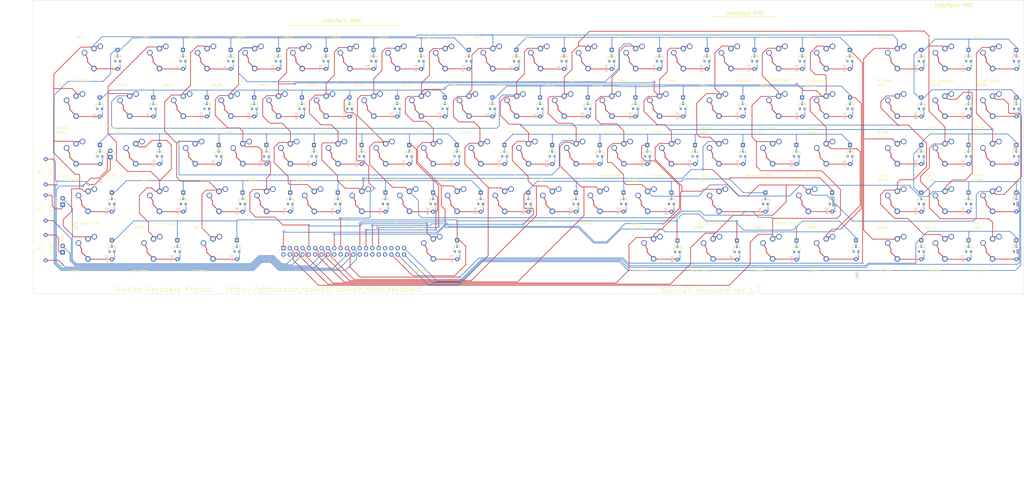
<source format=kicad_pcb>
(kicad_pcb (version 20171130) (host pcbnew "(5.1.6-0-10_14)")
  (title_block (title "Unified Retro Keyboard") (date 2020-08-17) (rev 1.7) (company OSIWeb.org) (comment 1 "SOL keyboard matrix"))
  (layers (0 F.Cu signal) (31 B.Cu signal) (34 B.Paste user) (35 F.Paste user) (36 B.SilkS user) (37 F.SilkS user) (38 B.Mask user) (39 F.Mask user) (44 Edge.Cuts user))
  (net 0 "")
  (net 1 /Row3)
  (net 2 /Row0)
  (net 3 /Row1)
  (net 4 "Net-(D5-Pad2)")
  (net 5 "Net-(D7-Pad2)")
  (net 6 "Net-(D8-Pad2)")
  (net 7 "Net-(D9-Pad2)")
  (net 8 "Net-(D10-Pad2)")
  (net 9 "Net-(D11-Pad2)")
  (net 10 "Net-(D12-Pad2)")
  (net 11 "Net-(D13-Pad2)")
  (net 12 "Net-(D14-Pad2)")
  (net 13 "Net-(D15-Pad2)")
  (net 14 "Net-(D16-Pad2)")
  (net 15 "Net-(D18-Pad2)")
  (net 16 "Net-(D19-Pad2)")
  (net 17 "Net-(D20-Pad2)")
  (net 18 "Net-(D22-Pad2)")
  (net 19 "Net-(D23-Pad2)")
  (net 20 "Net-(D24-Pad2)")
  (net 21 "Net-(D25-Pad2)")
  (net 22 "Net-(D26-Pad2)")
  (net 23 "Net-(D27-Pad2)")
  (net 24 "Net-(D28-Pad2)")
  (net 25 "Net-(D29-Pad2)")
  (net 26 "Net-(D30-Pad2)")
  (net 27 "Net-(D31-Pad2)")
  (net 28 "Net-(D32-Pad2)")
  (net 29 "Net-(D34-Pad2)")
  (net 30 "Net-(D36-Pad2)")
  (net 31 /Row4)
  (net 32 /Row5)
  (net 33 /Row7)
  (net 34 "Net-(D41-Pad2)")
  (net 35 "Net-(D42-Pad2)")
  (net 36 "Net-(D43-Pad2)")
  (net 37 "Net-(D45-Pad2)")
  (net 38 "Net-(D46-Pad2)")
  (net 39 "Net-(D47-Pad2)")
  (net 40 "Net-(D48-Pad2)")
  (net 41 "Net-(D49-Pad2)")
  (net 42 "Net-(D50-Pad2)")
  (net 43 "Net-(D51-Pad2)")
  (net 44 "Net-(D52-Pad2)")
  (net 45 "Net-(D53-Pad2)")
  (net 46 "Net-(D54-Pad2)")
  (net 47 "Net-(D55-Pad2)")
  (net 48 "Net-(D56-Pad2)")
  (net 49 "Net-(D57-Pad2)")
  (net 50 "Net-(D58-Pad2)")
  (net 51 "Net-(D59-Pad2)")
  (net 52 "Net-(D60-Pad2)")
  (net 53 "Net-(D61-Pad2)")
  (net 54 /Col0)
  (net 55 /Col1)
  (net 56 /Col2)
  (net 57 /Col3)
  (net 58 /Col4)
  (net 59 /Col5)
  (net 60 /Col6)
  (net 61 /Col7)
  (net 62 /Row6)
  (net 63 /Row2)
  (net 64 "Net-(D2-Pad2)")
  (net 65 "Net-(D3-Pad2)")
  (net 66 "Net-(D4-Pad2)")
  (net 67 "Net-(D6-Pad2)")
  (net 68 "Net-(D17-Pad2)")
  (net 69 "Net-(D21-Pad2)")
  (net 70 "Net-(D37-Pad2)")
  (net 71 "Net-(D38-Pad2)")
  (net 72 "Net-(D39-Pad2)")
  (net 73 "Net-(D40-Pad2)")
  (net 74 "Net-(D44-Pad2)")
  (net 75 "Net-(J1-Pad10)")
  (net 76 "Net-(J1-Pad12)")
  (net 77 "Net-(J1-Pad18)")
  (net 78 "Net-(J1-Pad20)")
  (net 79 "Net-(J1-Pad26)")
  (net 80 "Net-(J1-Pad28)")
  (net 81 "Net-(J1-Pad30)")
  (net 82 "Net-(J1-Pad32)")
  (net 83 "Net-(J1-Pad2)")
  (net 84 "Net-(J1-Pad4)")
  (net 85 "Net-(D1-Pad2)")
  (net 86 "Net-(D33-Pad2)")
  (net 87 "Net-(D35-Pad2)")
  (net 88 "Net-(D62-Pad2)")
  (net 89 "Net-(D63-Pad2)")
  (net 90 "Net-(D64-Pad2)")
  (net 91 "Net-(D65-Pad2)")
  (net 92 "Net-(D66-Pad2)")
  (net 93 "Net-(D67-Pad2)")
  (net 94 "Net-(D68-Pad2)")
  (net 95 "Net-(D69-Pad2)")
  (net 96 "Net-(D70-Pad2)")
  (net 97 "Net-(D71-Pad2)")
  (net 98 "Net-(D72-Pad2)")
  (net 99 "Net-(D73-Pad2)")
  (net 100 "Net-(D74-Pad2)")
  (net 101 "Net-(D75-Pad2)")
  (net 102 "Net-(D76-Pad2)")
  (net 103 "Net-(D77-Pad2)")
  (net 104 "Net-(D78-Pad2)")
  (net 105 "Net-(D79-Pad2)")
  (net 106 "Net-(D80-Pad2)")
  (net 107 "Net-(D81-Pad2)")
  (net 108 "Net-(D82-Pad2)")
  (net 109 "Net-(D83-Pad2)")
  (net 110 "Net-(D84-Pad2)")
  (net 111 "Net-(D85-Pad2)")
  (net 112 /Row11)
  (net 113 /Row12)
  (net 114 /Row10)
  (net 115 /Row9)
  (net 116 "Net-(J1-Pad8)")
  (net 117 "Net-(J1-Pad16)")
  (net 118 "Net-(J1-Pad24)")
  (net 119 "Net-(J1-Pad6)")
  (net 120 "Net-(J1-Pad14)")
  (net 121 "Net-(J1-Pad22)")
  (net 122 "Net-(LED1-Pad1)")
  (net 123 "Net-(LED2-Pad1)")
  (net 124 "Net-(LED3-Pad1)")
  (net 125 "Net-(J1-Pad33)")
  (net 126 "Net-(J1-Pad34)")
  (net 127 "Net-(J1-Pad35)")
  (net 128 "Net-(J1-Pad37)")
  (module unikbd:diode-combined (layer B.Cu) (at 237.000626 149.606 270)
    (fp_text reference D27 (at 3.81 2.12 270) (layer B.SilkS) (effects (justify mirror)))
    (fp_text value 1N4148)
    (fp_poly (pts (xy 4.1656 -0.5334) (xy 4.0132 -0.5334) (xy 4.0132 -0.9906) (xy 1.2192 -0.9906) (xy 1.2192 -1.143) (xy 4.1656 -1.143)) (layer B.Cu) (width 0.1))
    (fp_poly (pts (xy -1.2192 0.0762) (xy -3.048 0.0762) (xy -3.048 -0.0762) (xy -1.2192 -0.0762)) (layer B.Cu) (width 0.1))
    (pad 2 thru_hole oval (at 4.064 0 270) (size 1.6 1.6) (drill 0.8) (layers *.Cu *.Mask) (net 23 "Net-(D27-Pad2)"))
    (pad 1 thru_hole rect (at -3.556 0 270) (size 1.6 1.6) (drill 0.8) (layers *.Cu *.Mask) (net 62 /Row6))
    (pad 4 smd rect (at -1 0 90) (size 0.9 0.8) (layers B.Cu B.Paste B.Mask))
    (pad "" smd rect (at 1 0.95 90) (size 0.9 0.8) (layers B.Cu B.Paste B.Mask))
    (pad 3 smd rect (at 1 -0.95 90) (size 0.9 0.8) (layers B.Cu B.Paste B.Mask))
  )
  (module unikbd:diode-combined (layer B.Cu) (at 420.52113 206.756 270)
    (fp_text reference D85 (at 10.4394 -0.43053 270) (layer B.SilkS) (effects (justify mirror)))
    (fp_text value 1N4148)
    (fp_poly (pts (xy 4.1656 -0.5334) (xy 4.0132 -0.5334) (xy 4.0132 -0.9906) (xy 1.2192 -0.9906) (xy 1.2192 -1.143) (xy 4.1656 -1.143)) (layer B.Cu) (width 0.1))
    (fp_poly (pts (xy -1.2192 0.0762) (xy -3.048 0.0762) (xy -3.048 -0.0762) (xy -1.2192 -0.0762)) (layer B.Cu) (width 0.1))
    (pad 2 thru_hole oval (at 4.064 0 270) (size 1.6 1.6) (drill 0.8) (layers *.Cu *.Mask) (net 111 "Net-(D85-Pad2)"))
    (pad 1 thru_hole rect (at -3.556 0 270) (size 1.6 1.6) (drill 0.8) (layers *.Cu *.Mask) (net 115 /Row9))
    (pad 4 smd rect (at -1 0 90) (size 0.9 0.8) (layers B.Cu B.Paste B.Mask))
    (pad "" smd rect (at 1 0.95 90) (size 0.9 0.8) (layers B.Cu B.Paste B.Mask))
    (pad 3 smd rect (at 1 -0.95 90) (size 0.9 0.8) (layers B.Cu B.Paste B.Mask))
  )
  (module unikbd:diode-combined (layer B.Cu) (at 396.73403 206.9084 270)
    (fp_text reference D84 (at 3.81 2.12 270) (layer B.SilkS) (effects (justify mirror)))
    (fp_text value 1N4148)
    (fp_poly (pts (xy 4.1656 -0.5334) (xy 4.0132 -0.5334) (xy 4.0132 -0.9906) (xy 1.2192 -0.9906) (xy 1.2192 -1.143) (xy 4.1656 -1.143)) (layer B.Cu) (width 0.1))
    (fp_poly (pts (xy -1.2192 0.0762) (xy -3.048 0.0762) (xy -3.048 -0.0762) (xy -1.2192 -0.0762)) (layer B.Cu) (width 0.1))
    (pad 2 thru_hole oval (at 4.064 0 270) (size 1.6 1.6) (drill 0.8) (layers *.Cu *.Mask) (net 110 "Net-(D84-Pad2)"))
    (pad 1 thru_hole rect (at -3.556 0 270) (size 1.6 1.6) (drill 0.8) (layers *.Cu *.Mask) (net 115 /Row9))
    (pad 4 smd rect (at -1 0 90) (size 0.9 0.8) (layers B.Cu B.Paste B.Mask))
    (pad "" smd rect (at 1 0.95 90) (size 0.9 0.8) (layers B.Cu B.Paste B.Mask))
    (pad 3 smd rect (at 1 -0.95 90) (size 0.9 0.8) (layers B.Cu B.Paste B.Mask))
  )
  (module unikbd:diode-combined (layer B.Cu) (at 484.68788 187.706 270)
    (fp_text reference D83 (at -2.5654 0.60452 270) (layer B.SilkS) (effects (justify mirror)))
    (fp_text value 1N4148)
    (fp_poly (pts (xy 4.1656 -0.5334) (xy 4.0132 -0.5334) (xy 4.0132 -0.9906) (xy 1.2192 -0.9906) (xy 1.2192 -1.143) (xy 4.1656 -1.143)) (layer B.Cu) (width 0.1))
    (fp_poly (pts (xy -1.2192 0.0762) (xy -3.048 0.0762) (xy -3.048 -0.0762) (xy -1.2192 -0.0762)) (layer B.Cu) (width 0.1))
    (pad 2 thru_hole oval (at 4.064 0 270) (size 1.6 1.6) (drill 0.8) (layers *.Cu *.Mask) (net 109 "Net-(D83-Pad2)"))
    (pad 1 thru_hole rect (at -3.556 0 270) (size 1.6 1.6) (drill 0.8) (layers *.Cu *.Mask) (net 112 /Row11))
    (pad 4 smd rect (at -1 0 90) (size 0.9 0.8) (layers B.Cu B.Paste B.Mask))
    (pad "" smd rect (at 1 0.95 90) (size 0.9 0.8) (layers B.Cu B.Paste B.Mask))
    (pad 3 smd rect (at 1 -0.95 90) (size 0.9 0.8) (layers B.Cu B.Paste B.Mask))
  )
  (module unikbd:diode-combined (layer B.Cu) (at 484.68788 149.606 270)
    (fp_text reference D82 (at -2.7178 0.68072 270) (layer B.SilkS) (effects (justify mirror)))
    (fp_text value 1N4148)
    (fp_poly (pts (xy 4.1656 -0.5334) (xy 4.0132 -0.5334) (xy 4.0132 -0.9906) (xy 1.2192 -0.9906) (xy 1.2192 -1.143) (xy 4.1656 -1.143)) (layer B.Cu) (width 0.1))
    (fp_poly (pts (xy -1.2192 0.0762) (xy -3.048 0.0762) (xy -3.048 -0.0762) (xy -1.2192 -0.0762)) (layer B.Cu) (width 0.1))
    (pad 2 thru_hole oval (at 4.064 0 270) (size 1.6 1.6) (drill 0.8) (layers *.Cu *.Mask) (net 108 "Net-(D82-Pad2)"))
    (pad 1 thru_hole rect (at -3.556 0 270) (size 1.6 1.6) (drill 0.8) (layers *.Cu *.Mask) (net 114 /Row10))
    (pad 4 smd rect (at -1 0 90) (size 0.9 0.8) (layers B.Cu B.Paste B.Mask))
    (pad "" smd rect (at 1 0.95 90) (size 0.9 0.8) (layers B.Cu B.Paste B.Mask))
    (pad 3 smd rect (at 1 -0.95 90) (size 0.9 0.8) (layers B.Cu B.Paste B.Mask))
  )
  (module unikbd:diode-combined (layer B.Cu) (at 372.92153 206.9084 270)
    (fp_text reference D81 (at 3.81 2.12 270) (layer B.SilkS) (effects (justify mirror)))
    (fp_text value 1N4148)
    (fp_poly (pts (xy 4.1656 -0.5334) (xy 4.0132 -0.5334) (xy 4.0132 -0.9906) (xy 1.2192 -0.9906) (xy 1.2192 -1.143) (xy 4.1656 -1.143)) (layer B.Cu) (width 0.1))
    (fp_poly (pts (xy -1.2192 0.0762) (xy -3.048 0.0762) (xy -3.048 -0.0762) (xy -1.2192 -0.0762)) (layer B.Cu) (width 0.1))
    (pad 2 thru_hole oval (at 4.064 0 270) (size 1.6 1.6) (drill 0.8) (layers *.Cu *.Mask) (net 107 "Net-(D81-Pad2)"))
    (pad 1 thru_hole rect (at -3.556 0 270) (size 1.6 1.6) (drill 0.8) (layers *.Cu *.Mask) (net 115 /Row9))
    (pad 4 smd rect (at -1 0 90) (size 0.9 0.8) (layers B.Cu B.Paste B.Mask))
    (pad "" smd rect (at 1 0.95 90) (size 0.9 0.8) (layers B.Cu B.Paste B.Mask))
    (pad 3 smd rect (at 1 -0.95 90) (size 0.9 0.8) (layers B.Cu B.Paste B.Mask))
  )
  (module unikbd:diode-combined (layer B.Cu) (at 484.68788 168.656 270)
    (fp_text reference D80 (at -2.794 0.62992 270) (layer B.SilkS) (effects (justify mirror)))
    (fp_text value 1N4148)
    (fp_poly (pts (xy 4.1656 -0.5334) (xy 4.0132 -0.5334) (xy 4.0132 -0.9906) (xy 1.2192 -0.9906) (xy 1.2192 -1.143) (xy 4.1656 -1.143)) (layer B.Cu) (width 0.1))
    (fp_poly (pts (xy -1.2192 0.0762) (xy -3.048 0.0762) (xy -3.048 -0.0762) (xy -1.2192 -0.0762)) (layer B.Cu) (width 0.1))
    (pad 2 thru_hole oval (at 4.064 0 270) (size 1.6 1.6) (drill 0.8) (layers *.Cu *.Mask) (net 106 "Net-(D80-Pad2)"))
    (pad 1 thru_hole rect (at -3.556 0 270) (size 1.6 1.6) (drill 0.8) (layers *.Cu *.Mask) (net 112 /Row11))
    (pad 4 smd rect (at -1 0 90) (size 0.9 0.8) (layers B.Cu B.Paste B.Mask))
    (pad "" smd rect (at 1 0.95 90) (size 0.9 0.8) (layers B.Cu B.Paste B.Mask))
    (pad 3 smd rect (at 1 -0.95 90) (size 0.9 0.8) (layers B.Cu B.Paste B.Mask))
  )
  (module unikbd:diode-combined (layer B.Cu) (at 484.68788 130.556 270)
    (fp_text reference D79 (at -2.5654 0.68072 270) (layer B.SilkS) (effects (justify mirror)))
    (fp_text value 1N4148)
    (fp_poly (pts (xy 4.1656 -0.5334) (xy 4.0132 -0.5334) (xy 4.0132 -0.9906) (xy 1.2192 -0.9906) (xy 1.2192 -1.143) (xy 4.1656 -1.143)) (layer B.Cu) (width 0.1))
    (fp_poly (pts (xy -1.2192 0.0762) (xy -3.048 0.0762) (xy -3.048 -0.0762) (xy -1.2192 -0.0762)) (layer B.Cu) (width 0.1))
    (pad 2 thru_hole oval (at 4.064 0 270) (size 1.6 1.6) (drill 0.8) (layers *.Cu *.Mask) (net 105 "Net-(D79-Pad2)"))
    (pad 1 thru_hole rect (at -3.556 0 270) (size 1.6 1.6) (drill 0.8) (layers *.Cu *.Mask) (net 114 /Row10))
    (pad 4 smd rect (at -1 0 90) (size 0.9 0.8) (layers B.Cu B.Paste B.Mask))
    (pad "" smd rect (at 1 0.95 90) (size 0.9 0.8) (layers B.Cu B.Paste B.Mask))
    (pad 3 smd rect (at 1 -0.95 90) (size 0.9 0.8) (layers B.Cu B.Paste B.Mask))
  )
  (module unikbd:diode-combined (layer B.Cu) (at 349.10903 206.9084 270)
    (fp_text reference D78 (at 3.81 2.12 270) (layer B.SilkS) (effects (justify mirror)))
    (fp_text value 1N4148)
    (fp_poly (pts (xy 4.1656 -0.5334) (xy 4.0132 -0.5334) (xy 4.0132 -0.9906) (xy 1.2192 -0.9906) (xy 1.2192 -1.143) (xy 4.1656 -1.143)) (layer B.Cu) (width 0.1))
    (fp_poly (pts (xy -1.2192 0.0762) (xy -3.048 0.0762) (xy -3.048 -0.0762) (xy -1.2192 -0.0762)) (layer B.Cu) (width 0.1))
    (pad 2 thru_hole oval (at 4.064 0 270) (size 1.6 1.6) (drill 0.8) (layers *.Cu *.Mask) (net 104 "Net-(D78-Pad2)"))
    (pad 1 thru_hole rect (at -3.556 0 270) (size 1.6 1.6) (drill 0.8) (layers *.Cu *.Mask) (net 115 /Row9))
    (pad 4 smd rect (at -1 0 90) (size 0.9 0.8) (layers B.Cu B.Paste B.Mask))
    (pad "" smd rect (at 1 0.95 90) (size 0.9 0.8) (layers B.Cu B.Paste B.Mask))
    (pad 3 smd rect (at 1 -0.95 90) (size 0.9 0.8) (layers B.Cu B.Paste B.Mask))
  )
  (module unikbd:diode-combined (layer B.Cu) (at 465.53628 187.706 270)
    (fp_text reference D77 (at 3.81 2.12 270) (layer B.SilkS) (effects (justify mirror)))
    (fp_text value 1N4148)
    (fp_poly (pts (xy 4.1656 -0.5334) (xy 4.0132 -0.5334) (xy 4.0132 -0.9906) (xy 1.2192 -0.9906) (xy 1.2192 -1.143) (xy 4.1656 -1.143)) (layer B.Cu) (width 0.1))
    (fp_poly (pts (xy -1.2192 0.0762) (xy -3.048 0.0762) (xy -3.048 -0.0762) (xy -1.2192 -0.0762)) (layer B.Cu) (width 0.1))
    (pad 2 thru_hole oval (at 4.064 0 270) (size 1.6 1.6) (drill 0.8) (layers *.Cu *.Mask) (net 103 "Net-(D77-Pad2)"))
    (pad 1 thru_hole rect (at -3.556 0 270) (size 1.6 1.6) (drill 0.8) (layers *.Cu *.Mask) (net 112 /Row11))
    (pad 4 smd rect (at -1 0 90) (size 0.9 0.8) (layers B.Cu B.Paste B.Mask))
    (pad "" smd rect (at 1 0.95 90) (size 0.9 0.8) (layers B.Cu B.Paste B.Mask))
    (pad 3 smd rect (at 1 -0.95 90) (size 0.9 0.8) (layers B.Cu B.Paste B.Mask))
  )
  (module unikbd:diode-combined (layer B.Cu) (at 465.53628 149.606 270)
    (fp_text reference D76 (at 3.81 2.12 270) (layer B.SilkS) (effects (justify mirror)))
    (fp_text value 1N4148)
    (fp_poly (pts (xy 4.1656 -0.5334) (xy 4.0132 -0.5334) (xy 4.0132 -0.9906) (xy 1.2192 -0.9906) (xy 1.2192 -1.143) (xy 4.1656 -1.143)) (layer B.Cu) (width 0.1))
    (fp_poly (pts (xy -1.2192 0.0762) (xy -3.048 0.0762) (xy -3.048 -0.0762) (xy -1.2192 -0.0762)) (layer B.Cu) (width 0.1))
    (pad 2 thru_hole oval (at 4.064 0 270) (size 1.6 1.6) (drill 0.8) (layers *.Cu *.Mask) (net 102 "Net-(D76-Pad2)"))
    (pad 1 thru_hole rect (at -3.556 0 270) (size 1.6 1.6) (drill 0.8) (layers *.Cu *.Mask) (net 114 /Row10))
    (pad 4 smd rect (at -1 0 90) (size 0.9 0.8) (layers B.Cu B.Paste B.Mask))
    (pad "" smd rect (at 1 0.95 90) (size 0.9 0.8) (layers B.Cu B.Paste B.Mask))
    (pad 3 smd rect (at 1 -0.95 90) (size 0.9 0.8) (layers B.Cu B.Paste B.Mask))
  )
  (module unikbd:diode-combined (layer B.Cu) (at 260.97738 206.756 270)
    (fp_text reference D75 (at 3.81 2.12 270) (layer B.SilkS) (effects (justify mirror)))
    (fp_text value 1N4148 hide)
    (fp_poly (pts (xy 4.1656 -0.5334) (xy 4.0132 -0.5334) (xy 4.0132 -0.9906) (xy 1.2192 -0.9906) (xy 1.2192 -1.143) (xy 4.1656 -1.143)) (layer B.Cu) (width 0.1))
    (fp_poly (pts (xy -1.2192 0.0762) (xy -3.048 0.0762) (xy -3.048 -0.0762) (xy -1.2192 -0.0762)) (layer B.Cu) (width 0.1))
    (pad 2 thru_hole oval (at 4.064 0 270) (size 1.6 1.6) (drill 0.8) (layers *.Cu *.Mask) (net 101 "Net-(D75-Pad2)"))
    (pad 1 thru_hole rect (at -3.556 0 270) (size 1.6 1.6) (drill 0.8) (layers *.Cu *.Mask) (net 115 /Row9))
    (pad 4 smd rect (at -1 0 90) (size 0.9 0.8) (layers B.Cu B.Paste B.Mask))
    (pad "" smd rect (at 1 0.95 90) (size 0.9 0.8) (layers B.Cu B.Paste B.Mask))
    (pad 3 smd rect (at 1 -0.95 90) (size 0.9 0.8) (layers B.Cu B.Paste B.Mask))
  )
  (module unikbd:diode-combined (layer B.Cu) (at 484.68788 206.756 270)
    (fp_text reference D74 (at -2.6162 0.68072 270) (layer B.SilkS) (effects (justify mirror)))
    (fp_text value 1N4148)
    (fp_poly (pts (xy 4.1656 -0.5334) (xy 4.0132 -0.5334) (xy 4.0132 -0.9906) (xy 1.2192 -0.9906) (xy 1.2192 -1.143) (xy 4.1656 -1.143)) (layer B.Cu) (width 0.1))
    (fp_poly (pts (xy -1.2192 0.0762) (xy -3.048 0.0762) (xy -3.048 -0.0762) (xy -1.2192 -0.0762)) (layer B.Cu) (width 0.1))
    (pad 2 thru_hole oval (at 4.064 0 270) (size 1.6 1.6) (drill 0.8) (layers *.Cu *.Mask) (net 100 "Net-(D74-Pad2)"))
    (pad 1 thru_hole rect (at -3.556 0 270) (size 1.6 1.6) (drill 0.8) (layers *.Cu *.Mask) (net 113 /Row12))
    (pad 4 smd rect (at -1 0 90) (size 0.9 0.8) (layers B.Cu B.Paste B.Mask))
    (pad "" smd rect (at 1 0.95 90) (size 0.9 0.8) (layers B.Cu B.Paste B.Mask))
    (pad 3 smd rect (at 1 -0.95 90) (size 0.9 0.8) (layers B.Cu B.Paste B.Mask))
  )
  (module unikbd:diode-combined (layer B.Cu) (at 465.53628 168.656 270)
    (fp_text reference D73 (at 3.81 2.12 270) (layer B.SilkS) (effects (justify mirror)))
    (fp_text value 1N4148)
    (fp_poly (pts (xy 4.1656 -0.5334) (xy 4.0132 -0.5334) (xy 4.0132 -0.9906) (xy 1.2192 -0.9906) (xy 1.2192 -1.143) (xy 4.1656 -1.143)) (layer B.Cu) (width 0.1))
    (fp_poly (pts (xy -1.2192 0.0762) (xy -3.048 0.0762) (xy -3.048 -0.0762) (xy -1.2192 -0.0762)) (layer B.Cu) (width 0.1))
    (pad 2 thru_hole oval (at 4.064 0 270) (size 1.6 1.6) (drill 0.8) (layers *.Cu *.Mask) (net 99 "Net-(D73-Pad2)"))
    (pad 1 thru_hole rect (at -3.556 0 270) (size 1.6 1.6) (drill 0.8) (layers *.Cu *.Mask) (net 112 /Row11))
    (pad 4 smd rect (at -1 0 90) (size 0.9 0.8) (layers B.Cu B.Paste B.Mask))
    (pad "" smd rect (at 1 0.95 90) (size 0.9 0.8) (layers B.Cu B.Paste B.Mask))
    (pad 3 smd rect (at 1 -0.95 90) (size 0.9 0.8) (layers B.Cu B.Paste B.Mask))
  )
  (module unikbd:diode-combined (layer B.Cu) (at 465.53628 130.556 270)
    (fp_text reference D72 (at 3.81 2.12 270) (layer B.SilkS) (effects (justify mirror)))
    (fp_text value 1N4148)
    (fp_poly (pts (xy 4.1656 -0.5334) (xy 4.0132 -0.5334) (xy 4.0132 -0.9906) (xy 1.2192 -0.9906) (xy 1.2192 -1.143) (xy 4.1656 -1.143)) (layer B.Cu) (width 0.1))
    (fp_poly (pts (xy -1.2192 0.0762) (xy -3.048 0.0762) (xy -3.048 -0.0762) (xy -1.2192 -0.0762)) (layer B.Cu) (width 0.1))
    (pad 2 thru_hole oval (at 4.064 0 270) (size 1.6 1.6) (drill 0.8) (layers *.Cu *.Mask) (net 98 "Net-(D72-Pad2)"))
    (pad 1 thru_hole rect (at -3.556 0 270) (size 1.6 1.6) (drill 0.8) (layers *.Cu *.Mask) (net 114 /Row10))
    (pad 4 smd rect (at -1 0 90) (size 0.9 0.8) (layers B.Cu B.Paste B.Mask))
    (pad "" smd rect (at 1 0.95 90) (size 0.9 0.8) (layers B.Cu B.Paste B.Mask))
    (pad 3 smd rect (at 1 -0.95 90) (size 0.9 0.8) (layers B.Cu B.Paste B.Mask))
  )
  (module unikbd:diode-combined (layer B.Cu) (at 172.87113 206.756 270)
    (fp_text reference D71 (at 3.81 2.12 270) (layer B.SilkS) (effects (justify mirror)))
    (fp_text value 1N4148)
    (fp_poly (pts (xy 4.1656 -0.5334) (xy 4.0132 -0.5334) (xy 4.0132 -0.9906) (xy 1.2192 -0.9906) (xy 1.2192 -1.143) (xy 4.1656 -1.143)) (layer B.Cu) (width 0.1))
    (fp_poly (pts (xy -1.2192 0.0762) (xy -3.048 0.0762) (xy -3.048 -0.0762) (xy -1.2192 -0.0762)) (layer B.Cu) (width 0.1))
    (pad 2 thru_hole oval (at 4.064 0 270) (size 1.6 1.6) (drill 0.8) (layers *.Cu *.Mask) (net 97 "Net-(D71-Pad2)"))
    (pad 1 thru_hole rect (at -3.556 0 270) (size 1.6 1.6) (drill 0.8) (layers *.Cu *.Mask) (net 115 /Row9))
    (pad 4 smd rect (at -1 0 90) (size 0.9 0.8) (layers B.Cu B.Paste B.Mask))
    (pad "" smd rect (at 1 0.95 90) (size 0.9 0.8) (layers B.Cu B.Paste B.Mask))
    (pad 3 smd rect (at 1 -0.95 90) (size 0.9 0.8) (layers B.Cu B.Paste B.Mask))
  )
  (module unikbd:diode-combined (layer B.Cu) (at 465.53628 206.756 270)
    (fp_text reference D70 (at 3.81 2.12 270) (layer B.SilkS) (effects (justify mirror)))
    (fp_text value 1N4148)
    (fp_poly (pts (xy 4.1656 -0.5334) (xy 4.0132 -0.5334) (xy 4.0132 -0.9906) (xy 1.2192 -0.9906) (xy 1.2192 -1.143) (xy 4.1656 -1.143)) (layer B.Cu) (width 0.1))
    (fp_poly (pts (xy -1.2192 0.0762) (xy -3.048 0.0762) (xy -3.048 -0.0762) (xy -1.2192 -0.0762)) (layer B.Cu) (width 0.1))
    (pad 2 thru_hole oval (at 4.064 0 270) (size 1.6 1.6) (drill 0.8) (layers *.Cu *.Mask) (net 96 "Net-(D70-Pad2)"))
    (pad 1 thru_hole rect (at -3.556 0 270) (size 1.6 1.6) (drill 0.8) (layers *.Cu *.Mask) (net 113 /Row12))
    (pad 4 smd rect (at -1 0 90) (size 0.9 0.8) (layers B.Cu B.Paste B.Mask))
    (pad "" smd rect (at 1 0.95 90) (size 0.9 0.8) (layers B.Cu B.Paste B.Mask))
    (pad 3 smd rect (at 1 -0.95 90) (size 0.9 0.8) (layers B.Cu B.Paste B.Mask))
  )
  (module unikbd:diode-combined (layer B.Cu) (at 446.6463 187.706 270)
    (fp_text reference D69 (at 3.81 2.12 270) (layer B.SilkS) (effects (justify mirror)))
    (fp_text value 1N4148)
    (fp_poly (pts (xy 4.1656 -0.5334) (xy 4.0132 -0.5334) (xy 4.0132 -0.9906) (xy 1.2192 -0.9906) (xy 1.2192 -1.143) (xy 4.1656 -1.143)) (layer B.Cu) (width 0.1))
    (fp_poly (pts (xy -1.2192 0.0762) (xy -3.048 0.0762) (xy -3.048 -0.0762) (xy -1.2192 -0.0762)) (layer B.Cu) (width 0.1))
    (pad 2 thru_hole oval (at 4.064 0 270) (size 1.6 1.6) (drill 0.8) (layers *.Cu *.Mask) (net 95 "Net-(D69-Pad2)"))
    (pad 1 thru_hole rect (at -3.556 0 270) (size 1.6 1.6) (drill 0.8) (layers *.Cu *.Mask) (net 112 /Row11))
    (pad 4 smd rect (at -1 0 90) (size 0.9 0.8) (layers B.Cu B.Paste B.Mask))
    (pad "" smd rect (at 1 0.95 90) (size 0.9 0.8) (layers B.Cu B.Paste B.Mask))
    (pad 3 smd rect (at 1 -0.95 90) (size 0.9 0.8) (layers B.Cu B.Paste B.Mask))
  )
  (module unikbd:diode-combined (layer B.Cu) (at 446.6463 149.606 270)
    (fp_text reference D68 (at 3.81 2.12 270) (layer B.SilkS) (effects (justify mirror)))
    (fp_text value 1N4148)
    (fp_poly (pts (xy 4.1656 -0.5334) (xy 4.0132 -0.5334) (xy 4.0132 -0.9906) (xy 1.2192 -0.9906) (xy 1.2192 -1.143) (xy 4.1656 -1.143)) (layer B.Cu) (width 0.1))
    (fp_poly (pts (xy -1.2192 0.0762) (xy -3.048 0.0762) (xy -3.048 -0.0762) (xy -1.2192 -0.0762)) (layer B.Cu) (width 0.1))
    (pad 2 thru_hole oval (at 4.064 0 270) (size 1.6 1.6) (drill 0.8) (layers *.Cu *.Mask) (net 94 "Net-(D68-Pad2)"))
    (pad 1 thru_hole rect (at -3.556 0 270) (size 1.6 1.6) (drill 0.8) (layers *.Cu *.Mask) (net 114 /Row10))
    (pad 4 smd rect (at -1 0 90) (size 0.9 0.8) (layers B.Cu B.Paste B.Mask))
    (pad "" smd rect (at 1 0.95 90) (size 0.9 0.8) (layers B.Cu B.Paste B.Mask))
    (pad 3 smd rect (at 1 -0.95 90) (size 0.9 0.8) (layers B.Cu B.Paste B.Mask))
  )
  (module unikbd:diode-combined (layer B.Cu) (at 149.05863 206.756 270)
    (fp_text reference D67 (at 3.81 2.12 270) (layer B.SilkS) (effects (justify mirror)))
    (fp_text value 1N4148)
    (fp_poly (pts (xy 4.1656 -0.5334) (xy 4.0132 -0.5334) (xy 4.0132 -0.9906) (xy 1.2192 -0.9906) (xy 1.2192 -1.143) (xy 4.1656 -1.143)) (layer B.Cu) (width 0.1))
    (fp_poly (pts (xy -1.2192 0.0762) (xy -3.048 0.0762) (xy -3.048 -0.0762) (xy -1.2192 -0.0762)) (layer B.Cu) (width 0.1))
    (pad 2 thru_hole oval (at 4.064 0 270) (size 1.6 1.6) (drill 0.8) (layers *.Cu *.Mask) (net 93 "Net-(D67-Pad2)"))
    (pad 1 thru_hole rect (at -3.556 0 270) (size 1.6 1.6) (drill 0.8) (layers *.Cu *.Mask) (net 115 /Row9))
    (pad 4 smd rect (at -1 0 90) (size 0.9 0.8) (layers B.Cu B.Paste B.Mask))
    (pad "" smd rect (at 1 0.95 90) (size 0.9 0.8) (layers B.Cu B.Paste B.Mask))
    (pad 3 smd rect (at 1 -0.95 90) (size 0.9 0.8) (layers B.Cu B.Paste B.Mask))
  )
  (module unikbd:diode-combined (layer B.Cu) (at 446.6463 206.756 270)
    (fp_text reference D66 (at 3.81 2.12 270) (layer B.SilkS) (effects (justify mirror)))
    (fp_text value 1N4148)
    (fp_poly (pts (xy 4.1656 -0.5334) (xy 4.0132 -0.5334) (xy 4.0132 -0.9906) (xy 1.2192 -0.9906) (xy 1.2192 -1.143) (xy 4.1656 -1.143)) (layer B.Cu) (width 0.1))
    (fp_poly (pts (xy -1.2192 0.0762) (xy -3.048 0.0762) (xy -3.048 -0.0762) (xy -1.2192 -0.0762)) (layer B.Cu) (width 0.1))
    (pad 2 thru_hole oval (at 4.064 0 270) (size 1.6 1.6) (drill 0.8) (layers *.Cu *.Mask) (net 92 "Net-(D66-Pad2)"))
    (pad 1 thru_hole rect (at -3.556 0 270) (size 1.6 1.6) (drill 0.8) (layers *.Cu *.Mask) (net 113 /Row12))
    (pad 4 smd rect (at -1 0 90) (size 0.9 0.8) (layers B.Cu B.Paste B.Mask))
    (pad "" smd rect (at 1 0.95 90) (size 0.9 0.8) (layers B.Cu B.Paste B.Mask))
    (pad 3 smd rect (at 1 -0.95 90) (size 0.9 0.8) (layers B.Cu B.Paste B.Mask))
  )
  (module unikbd:diode-combined (layer B.Cu) (at 446.6463 168.656 270)
    (fp_text reference D65 (at 3.81 2.12 270) (layer B.SilkS) (effects (justify mirror)))
    (fp_text value 1N4148)
    (fp_poly (pts (xy 4.1656 -0.5334) (xy 4.0132 -0.5334) (xy 4.0132 -0.9906) (xy 1.2192 -0.9906) (xy 1.2192 -1.143) (xy 4.1656 -1.143)) (layer B.Cu) (width 0.1))
    (fp_poly (pts (xy -1.2192 0.0762) (xy -3.048 0.0762) (xy -3.048 -0.0762) (xy -1.2192 -0.0762)) (layer B.Cu) (width 0.1))
    (pad 2 thru_hole oval (at 4.064 0 270) (size 1.6 1.6) (drill 0.8) (layers *.Cu *.Mask) (net 91 "Net-(D65-Pad2)"))
    (pad 1 thru_hole rect (at -3.556 0 270) (size 1.6 1.6) (drill 0.8) (layers *.Cu *.Mask) (net 112 /Row11))
    (pad 4 smd rect (at -1 0 90) (size 0.9 0.8) (layers B.Cu B.Paste B.Mask))
    (pad "" smd rect (at 1 0.95 90) (size 0.9 0.8) (layers B.Cu B.Paste B.Mask))
    (pad 3 smd rect (at 1 -0.95 90) (size 0.9 0.8) (layers B.Cu B.Paste B.Mask))
  )
  (module unikbd:diode-combined (layer B.Cu) (at 446.6463 130.556 270)
    (fp_text reference D64 (at 3.81 2.12 270) (layer B.SilkS) (effects (justify mirror)))
    (fp_text value 1N4148)
    (fp_poly (pts (xy 4.1656 -0.5334) (xy 4.0132 -0.5334) (xy 4.0132 -0.9906) (xy 1.2192 -0.9906) (xy 1.2192 -1.143) (xy 4.1656 -1.143)) (layer B.Cu) (width 0.1))
    (fp_poly (pts (xy -1.2192 0.0762) (xy -3.048 0.0762) (xy -3.048 -0.0762) (xy -1.2192 -0.0762)) (layer B.Cu) (width 0.1))
    (pad 2 thru_hole oval (at 4.064 0 270) (size 1.6 1.6) (drill 0.8) (layers *.Cu *.Mask) (net 90 "Net-(D64-Pad2)"))
    (pad 1 thru_hole rect (at -3.556 0 270) (size 1.6 1.6) (drill 0.8) (layers *.Cu *.Mask) (net 114 /Row10))
    (pad 4 smd rect (at -1 0 90) (size 0.9 0.8) (layers B.Cu B.Paste B.Mask))
    (pad "" smd rect (at 1 0.95 90) (size 0.9 0.8) (layers B.Cu B.Paste B.Mask))
    (pad 3 smd rect (at 1 -0.95 90) (size 0.9 0.8) (layers B.Cu B.Paste B.Mask))
  )
  (module unikbd:diode-combined (layer B.Cu) (at 122.86488 206.756 270)
    (fp_text reference D63 (at 3.81 2.12 270) (layer B.SilkS) (effects (justify mirror)))
    (fp_text value 1N4148)
    (fp_poly (pts (xy 4.1656 -0.5334) (xy 4.0132 -0.5334) (xy 4.0132 -0.9906) (xy 1.2192 -0.9906) (xy 1.2192 -1.143) (xy 4.1656 -1.143)) (layer B.Cu) (width 0.1))
    (fp_poly (pts (xy -1.2192 0.0762) (xy -3.048 0.0762) (xy -3.048 -0.0762) (xy -1.2192 -0.0762)) (layer B.Cu) (width 0.1))
    (pad 2 thru_hole oval (at 4.064 0 270) (size 1.6 1.6) (drill 0.8) (layers *.Cu *.Mask) (net 89 "Net-(D63-Pad2)"))
    (pad 1 thru_hole rect (at -3.556 0 270) (size 1.6 1.6) (drill 0.8) (layers *.Cu *.Mask) (net 115 /Row9))
    (pad 4 smd rect (at -1 0 90) (size 0.9 0.8) (layers B.Cu B.Paste B.Mask))
    (pad "" smd rect (at 1 0.95 90) (size 0.9 0.8) (layers B.Cu B.Paste B.Mask))
    (pad 3 smd rect (at 1 -0.95 90) (size 0.9 0.8) (layers B.Cu B.Paste B.Mask))
  )
  (module unikbd:diode-combined (layer B.Cu) (at 270.40078 187.706 270)
    (fp_text reference D62 (at 3.81 2.12 270) (layer B.SilkS) (effects (justify mirror)))
    (fp_text value 1N4148)
    (fp_poly (pts (xy 4.1656 -0.5334) (xy 4.0132 -0.5334) (xy 4.0132 -0.9906) (xy 1.2192 -0.9906) (xy 1.2192 -1.143) (xy 4.1656 -1.143)) (layer B.Cu) (width 0.1))
    (fp_poly (pts (xy -1.2192 0.0762) (xy -3.048 0.0762) (xy -3.048 -0.0762) (xy -1.2192 -0.0762)) (layer B.Cu) (width 0.1))
    (pad 2 thru_hole oval (at 4.064 0 270) (size 1.6 1.6) (drill 0.8) (layers *.Cu *.Mask) (net 88 "Net-(D62-Pad2)"))
    (pad 1 thru_hole rect (at -3.556 0 270) (size 1.6 1.6) (drill 0.8) (layers *.Cu *.Mask) (net 63 /Row2))
    (pad 4 smd rect (at -1 0 90) (size 0.9 0.8) (layers B.Cu B.Paste B.Mask))
    (pad "" smd rect (at 1 0.95 90) (size 0.9 0.8) (layers B.Cu B.Paste B.Mask))
    (pad 3 smd rect (at 1 -0.95 90) (size 0.9 0.8) (layers B.Cu B.Paste B.Mask))
  )
  (module unikbd:diode-combined (layer B.Cu) (at 418.13988 168.656 270)
    (fp_text reference D61 (at 3.81 2.12 270) (layer B.SilkS) (effects (justify mirror)))
    (fp_text value 1N4148)
    (fp_poly (pts (xy 4.1656 -0.5334) (xy 4.0132 -0.5334) (xy 4.0132 -0.9906) (xy 1.2192 -0.9906) (xy 1.2192 -1.143) (xy 4.1656 -1.143)) (layer B.Cu) (width 0.1))
    (fp_poly (pts (xy -1.2192 0.0762) (xy -3.048 0.0762) (xy -3.048 -0.0762) (xy -1.2192 -0.0762)) (layer B.Cu) (width 0.1))
    (pad 2 thru_hole oval (at 4.064 0 270) (size 1.6 1.6) (drill 0.8) (layers *.Cu *.Mask) (net 53 "Net-(D61-Pad2)"))
    (pad 1 thru_hole rect (at -3.556 0 270) (size 1.6 1.6) (drill 0.8) (layers *.Cu *.Mask) (net 3 /Row1))
    (pad 4 smd rect (at -1 0 90) (size 0.9 0.8) (layers B.Cu B.Paste B.Mask))
    (pad "" smd rect (at 1 0.95 90) (size 0.9 0.8) (layers B.Cu B.Paste B.Mask))
    (pad 3 smd rect (at 1 -0.95 90) (size 0.9 0.8) (layers B.Cu B.Paste B.Mask))
  )
  (module unikbd:diode-combined (layer B.Cu) (at 260.87578 168.656 270)
    (fp_text reference D60 (at 3.81 2.12 270) (layer B.SilkS) (effects (justify mirror)))
    (fp_text value 1N4148)
    (fp_poly (pts (xy 4.1656 -0.5334) (xy 4.0132 -0.5334) (xy 4.0132 -0.9906) (xy 1.2192 -0.9906) (xy 1.2192 -1.143) (xy 4.1656 -1.143)) (layer B.Cu) (width 0.1))
    (fp_poly (pts (xy -1.2192 0.0762) (xy -3.048 0.0762) (xy -3.048 -0.0762) (xy -1.2192 -0.0762)) (layer B.Cu) (width 0.1))
    (pad 2 thru_hole oval (at 4.064 0 270) (size 1.6 1.6) (drill 0.8) (layers *.Cu *.Mask) (net 52 "Net-(D60-Pad2)"))
    (pad 1 thru_hole rect (at -3.556 0 270) (size 1.6 1.6) (drill 0.8) (layers *.Cu *.Mask) (net 2 /Row0))
    (pad 4 smd rect (at -1 0 90) (size 0.9 0.8) (layers B.Cu B.Paste B.Mask))
    (pad "" smd rect (at 1 0.95 90) (size 0.9 0.8) (layers B.Cu B.Paste B.Mask))
    (pad 3 smd rect (at 1 -0.95 90) (size 0.9 0.8) (layers B.Cu B.Paste B.Mask))
  )
  (module unikbd:diode-combined (layer B.Cu) (at 251.35078 187.706 270)
    (fp_text reference D59 (at 3.81 2.06502 270) (layer B.SilkS) (effects (justify mirror)))
    (fp_text value 1N4148)
    (fp_poly (pts (xy 4.1656 -0.5334) (xy 4.0132 -0.5334) (xy 4.0132 -0.9906) (xy 1.2192 -0.9906) (xy 1.2192 -1.143) (xy 4.1656 -1.143)) (layer B.Cu) (width 0.1))
    (fp_poly (pts (xy -1.2192 0.0762) (xy -3.048 0.0762) (xy -3.048 -0.0762) (xy -1.2192 -0.0762)) (layer B.Cu) (width 0.1))
    (pad 2 thru_hole oval (at 4.064 0 270) (size 1.6 1.6) (drill 0.8) (layers *.Cu *.Mask) (net 51 "Net-(D59-Pad2)"))
    (pad 1 thru_hole rect (at -3.556 0 270) (size 1.6 1.6) (drill 0.8) (layers *.Cu *.Mask) (net 63 /Row2))
    (pad 4 smd rect (at -1 0 90) (size 0.9 0.8) (layers B.Cu B.Paste B.Mask))
    (pad "" smd rect (at 1 0.95 90) (size 0.9 0.8) (layers B.Cu B.Paste B.Mask))
    (pad 3 smd rect (at 1 -0.95 90) (size 0.9 0.8) (layers B.Cu B.Paste B.Mask))
  )
  (module unikbd:diode-combined (layer B.Cu) (at 396.70863 168.656 270)
    (fp_text reference D58 (at 3.81 2.12 270) (layer B.SilkS) (effects (justify mirror)))
    (fp_text value 1N4148)
    (fp_poly (pts (xy 4.1656 -0.5334) (xy 4.0132 -0.5334) (xy 4.0132 -0.9906) (xy 1.2192 -0.9906) (xy 1.2192 -1.143) (xy 4.1656 -1.143)) (layer B.Cu) (width 0.1))
    (fp_poly (pts (xy -1.2192 0.0762) (xy -3.048 0.0762) (xy -3.048 -0.0762) (xy -1.2192 -0.0762)) (layer B.Cu) (width 0.1))
    (pad 2 thru_hole oval (at 4.064 0 270) (size 1.6 1.6) (drill 0.8) (layers *.Cu *.Mask) (net 50 "Net-(D58-Pad2)"))
    (pad 1 thru_hole rect (at -3.556 0 270) (size 1.6 1.6) (drill 0.8) (layers *.Cu *.Mask) (net 3 /Row1))
    (pad 4 smd rect (at -1 0 90) (size 0.9 0.8) (layers B.Cu B.Paste B.Mask))
    (pad "" smd rect (at 1 0.95 90) (size 0.9 0.8) (layers B.Cu B.Paste B.Mask))
    (pad 3 smd rect (at 1 -0.95 90) (size 0.9 0.8) (layers B.Cu B.Paste B.Mask))
  )
  (module unikbd:diode-combined (layer B.Cu) (at 241.82578 168.656 270)
    (fp_text reference D57 (at 3.81 2.12 270) (layer B.SilkS) (effects (justify mirror)))
    (fp_text value 1N4148)
    (fp_poly (pts (xy 4.1656 -0.5334) (xy 4.0132 -0.5334) (xy 4.0132 -0.9906) (xy 1.2192 -0.9906) (xy 1.2192 -1.143) (xy 4.1656 -1.143)) (layer B.Cu) (width 0.1))
    (fp_poly (pts (xy -1.2192 0.0762) (xy -3.048 0.0762) (xy -3.048 -0.0762) (xy -1.2192 -0.0762)) (layer B.Cu) (width 0.1))
    (pad 2 thru_hole oval (at 4.064 0 270) (size 1.6 1.6) (drill 0.8) (layers *.Cu *.Mask) (net 49 "Net-(D57-Pad2)"))
    (pad 1 thru_hole rect (at -3.556 0 270) (size 1.6 1.6) (drill 0.8) (layers *.Cu *.Mask) (net 2 /Row0))
    (pad 4 smd rect (at -1 0 90) (size 0.9 0.8) (layers B.Cu B.Paste B.Mask))
    (pad "" smd rect (at 1 0.95 90) (size 0.9 0.8) (layers B.Cu B.Paste B.Mask))
    (pad 3 smd rect (at 1 -0.95 90) (size 0.9 0.8) (layers B.Cu B.Paste B.Mask))
  )
  (module unikbd:diode-combined (layer B.Cu) (at 410.99613 187.706 270)
    (fp_text reference D56 (at 3.81 2.12 270) (layer B.SilkS) (effects (justify mirror)))
    (fp_text value 1N4148)
    (fp_poly (pts (xy 4.1656 -0.5334) (xy 4.0132 -0.5334) (xy 4.0132 -0.9906) (xy 1.2192 -0.9906) (xy 1.2192 -1.143) (xy 4.1656 -1.143)) (layer B.Cu) (width 0.1))
    (fp_poly (pts (xy -1.2192 0.0762) (xy -3.048 0.0762) (xy -3.048 -0.0762) (xy -1.2192 -0.0762)) (layer B.Cu) (width 0.1))
    (pad 2 thru_hole oval (at 4.064 0 270) (size 1.6 1.6) (drill 0.8) (layers *.Cu *.Mask) (net 48 "Net-(D56-Pad2)"))
    (pad 1 thru_hole rect (at -3.556 0 270) (size 1.6 1.6) (drill 0.8) (layers *.Cu *.Mask) (net 1 /Row3))
    (pad 4 smd rect (at -1 0 90) (size 0.9 0.8) (layers B.Cu B.Paste B.Mask))
    (pad "" smd rect (at 1 0.95 90) (size 0.9 0.8) (layers B.Cu B.Paste B.Mask))
    (pad 3 smd rect (at 1 -0.95 90) (size 0.9 0.8) (layers B.Cu B.Paste B.Mask))
  )
  (module unikbd:diode-combined (layer B.Cu) (at 232.30078 187.706 270)
    (fp_text reference D55 (at 3.81 2.12 270) (layer B.SilkS) (effects (justify mirror)))
    (fp_text value 1N4148)
    (fp_poly (pts (xy 4.1656 -0.5334) (xy 4.0132 -0.5334) (xy 4.0132 -0.9906) (xy 1.2192 -0.9906) (xy 1.2192 -1.143) (xy 4.1656 -1.143)) (layer B.Cu) (width 0.1))
    (fp_poly (pts (xy -1.2192 0.0762) (xy -3.048 0.0762) (xy -3.048 -0.0762) (xy -1.2192 -0.0762)) (layer B.Cu) (width 0.1))
    (pad 2 thru_hole oval (at 4.064 0 270) (size 1.6 1.6) (drill 0.8) (layers *.Cu *.Mask) (net 47 "Net-(D55-Pad2)"))
    (pad 1 thru_hole rect (at -3.556 0 270) (size 1.6 1.6) (drill 0.8) (layers *.Cu *.Mask) (net 63 /Row2))
    (pad 4 smd rect (at -1 0 90) (size 0.9 0.8) (layers B.Cu B.Paste B.Mask))
    (pad "" smd rect (at 1 0.95 90) (size 0.9 0.8) (layers B.Cu B.Paste B.Mask))
    (pad 3 smd rect (at 1 -0.95 90) (size 0.9 0.8) (layers B.Cu B.Paste B.Mask))
  )
  (module unikbd:diode-combined (layer B.Cu) (at 375.27738 168.656 270)
    (fp_text reference D54 (at 3.81 2.12 270) (layer B.SilkS) (effects (justify mirror)))
    (fp_text value 1N4148)
    (fp_poly (pts (xy 4.1656 -0.5334) (xy 4.0132 -0.5334) (xy 4.0132 -0.9906) (xy 1.2192 -0.9906) (xy 1.2192 -1.143) (xy 4.1656 -1.143)) (layer B.Cu) (width 0.1))
    (fp_poly (pts (xy -1.2192 0.0762) (xy -3.048 0.0762) (xy -3.048 -0.0762) (xy -1.2192 -0.0762)) (layer B.Cu) (width 0.1))
    (pad 2 thru_hole oval (at 4.064 0 270) (size 1.6 1.6) (drill 0.8) (layers *.Cu *.Mask) (net 46 "Net-(D54-Pad2)"))
    (pad 1 thru_hole rect (at -3.556 0 270) (size 1.6 1.6) (drill 0.8) (layers *.Cu *.Mask) (net 3 /Row1))
    (pad 4 smd rect (at -1 0 90) (size 0.9 0.8) (layers B.Cu B.Paste B.Mask))
    (pad "" smd rect (at 1 0.95 90) (size 0.9 0.8) (layers B.Cu B.Paste B.Mask))
    (pad 3 smd rect (at 1 -0.95 90) (size 0.9 0.8) (layers B.Cu B.Paste B.Mask))
  )
  (module unikbd:diode-combined (layer B.Cu) (at 222.77578 168.656 270)
    (fp_text reference D53 (at 3.81 2.12 270) (layer B.SilkS) (effects (justify mirror)))
    (fp_text value 1N4148)
    (fp_poly (pts (xy 4.1656 -0.5334) (xy 4.0132 -0.5334) (xy 4.0132 -0.9906) (xy 1.2192 -0.9906) (xy 1.2192 -1.143) (xy 4.1656 -1.143)) (layer B.Cu) (width 0.1))
    (fp_poly (pts (xy -1.2192 0.0762) (xy -3.048 0.0762) (xy -3.048 -0.0762) (xy -1.2192 -0.0762)) (layer B.Cu) (width 0.1))
    (pad 2 thru_hole oval (at 4.064 0 270) (size 1.6 1.6) (drill 0.8) (layers *.Cu *.Mask) (net 45 "Net-(D53-Pad2)"))
    (pad 1 thru_hole rect (at -3.556 0 270) (size 1.6 1.6) (drill 0.8) (layers *.Cu *.Mask) (net 2 /Row0))
    (pad 4 smd rect (at -1 0 90) (size 0.9 0.8) (layers B.Cu B.Paste B.Mask))
    (pad "" smd rect (at 1 0.95 90) (size 0.9 0.8) (layers B.Cu B.Paste B.Mask))
    (pad 3 smd rect (at 1 -0.95 90) (size 0.9 0.8) (layers B.Cu B.Paste B.Mask))
  )
  (module unikbd:diode-combined (layer B.Cu) (at 384.302 187.706 270)
    (fp_text reference D52 (at 3.81 2.12 270) (layer B.SilkS) (effects (justify mirror)))
    (fp_text value 1N4148)
    (fp_poly (pts (xy 4.1656 -0.5334) (xy 4.0132 -0.5334) (xy 4.0132 -0.9906) (xy 1.2192 -0.9906) (xy 1.2192 -1.143) (xy 4.1656 -1.143)) (layer B.Cu) (width 0.1))
    (fp_poly (pts (xy -1.2192 0.0762) (xy -3.048 0.0762) (xy -3.048 -0.0762) (xy -1.2192 -0.0762)) (layer B.Cu) (width 0.1))
    (pad 2 thru_hole oval (at 4.064 0 270) (size 1.6 1.6) (drill 0.8) (layers *.Cu *.Mask) (net 44 "Net-(D52-Pad2)"))
    (pad 1 thru_hole rect (at -3.556 0 270) (size 1.6 1.6) (drill 0.8) (layers *.Cu *.Mask) (net 1 /Row3))
    (pad 4 smd rect (at -1 0 90) (size 0.9 0.8) (layers B.Cu B.Paste B.Mask))
    (pad "" smd rect (at 1 0.95 90) (size 0.9 0.8) (layers B.Cu B.Paste B.Mask))
    (pad 3 smd rect (at 1 -0.95 90) (size 0.9 0.8) (layers B.Cu B.Paste B.Mask))
  )
  (module unikbd:diode-combined (layer B.Cu) (at 213.25078 187.706 270)
    (fp_text reference D51 (at 3.81 2.12 270) (layer B.SilkS) (effects (justify mirror)))
    (fp_text value 1N4148)
    (fp_poly (pts (xy 4.1656 -0.5334) (xy 4.0132 -0.5334) (xy 4.0132 -0.9906) (xy 1.2192 -0.9906) (xy 1.2192 -1.143) (xy 4.1656 -1.143)) (layer B.Cu) (width 0.1))
    (fp_poly (pts (xy -1.2192 0.0762) (xy -3.048 0.0762) (xy -3.048 -0.0762) (xy -1.2192 -0.0762)) (layer B.Cu) (width 0.1))
    (pad 2 thru_hole oval (at 4.064 0 270) (size 1.6 1.6) (drill 0.8) (layers *.Cu *.Mask) (net 43 "Net-(D51-Pad2)"))
    (pad 1 thru_hole rect (at -3.556 0 270) (size 1.6 1.6) (drill 0.8) (layers *.Cu *.Mask) (net 63 /Row2))
    (pad 4 smd rect (at -1 0 90) (size 0.9 0.8) (layers B.Cu B.Paste B.Mask))
    (pad "" smd rect (at 1 0.95 90) (size 0.9 0.8) (layers B.Cu B.Paste B.Mask))
    (pad 3 smd rect (at 1 -0.95 90) (size 0.9 0.8) (layers B.Cu B.Paste B.Mask))
  )
  (module unikbd:diode-combined (layer B.Cu) (at 356.12578 168.656 270)
    (fp_text reference D50 (at 3.81 2.12 270) (layer B.SilkS) (effects (justify mirror)))
    (fp_text value 1N4148)
    (fp_poly (pts (xy 4.1656 -0.5334) (xy 4.0132 -0.5334) (xy 4.0132 -0.9906) (xy 1.2192 -0.9906) (xy 1.2192 -1.143) (xy 4.1656 -1.143)) (layer B.Cu) (width 0.1))
    (fp_poly (pts (xy -1.2192 0.0762) (xy -3.048 0.0762) (xy -3.048 -0.0762) (xy -1.2192 -0.0762)) (layer B.Cu) (width 0.1))
    (pad 2 thru_hole oval (at 4.064 0 270) (size 1.6 1.6) (drill 0.8) (layers *.Cu *.Mask) (net 42 "Net-(D50-Pad2)"))
    (pad 1 thru_hole rect (at -3.556 0 270) (size 1.6 1.6) (drill 0.8) (layers *.Cu *.Mask) (net 3 /Row1))
    (pad 4 smd rect (at -1 0 90) (size 0.9 0.8) (layers B.Cu B.Paste B.Mask))
    (pad "" smd rect (at 1 0.95 90) (size 0.9 0.8) (layers B.Cu B.Paste B.Mask))
    (pad 3 smd rect (at 1 -0.95 90) (size 0.9 0.8) (layers B.Cu B.Paste B.Mask))
  )
  (module unikbd:diode-combined (layer B.Cu) (at 203.72578 168.656 270)
    (fp_text reference D49 (at 3.81 2.12 270) (layer B.SilkS) (effects (justify mirror)))
    (fp_text value 1N4148)
    (fp_poly (pts (xy 4.1656 -0.5334) (xy 4.0132 -0.5334) (xy 4.0132 -0.9906) (xy 1.2192 -0.9906) (xy 1.2192 -1.143) (xy 4.1656 -1.143)) (layer B.Cu) (width 0.1))
    (fp_poly (pts (xy -1.2192 0.0762) (xy -3.048 0.0762) (xy -3.048 -0.0762) (xy -1.2192 -0.0762)) (layer B.Cu) (width 0.1))
    (pad 2 thru_hole oval (at 4.064 0 270) (size 1.6 1.6) (drill 0.8) (layers *.Cu *.Mask) (net 41 "Net-(D49-Pad2)"))
    (pad 1 thru_hole rect (at -3.556 0 270) (size 1.6 1.6) (drill 0.8) (layers *.Cu *.Mask) (net 2 /Row0))
    (pad 4 smd rect (at -1 0 90) (size 0.9 0.8) (layers B.Cu B.Paste B.Mask))
    (pad "" smd rect (at 1 0.95 90) (size 0.9 0.8) (layers B.Cu B.Paste B.Mask))
    (pad 3 smd rect (at 1 -0.95 90) (size 0.9 0.8) (layers B.Cu B.Paste B.Mask))
  )
  (module unikbd:diode-combined (layer B.Cu) (at 346.70238 187.706 270)
    (fp_text reference D48 (at 3.81 2.12 270) (layer B.SilkS) (effects (justify mirror)))
    (fp_text value 1N4148)
    (fp_poly (pts (xy 4.1656 -0.5334) (xy 4.0132 -0.5334) (xy 4.0132 -0.9906) (xy 1.2192 -0.9906) (xy 1.2192 -1.143) (xy 4.1656 -1.143)) (layer B.Cu) (width 0.1))
    (fp_poly (pts (xy -1.2192 0.0762) (xy -3.048 0.0762) (xy -3.048 -0.0762) (xy -1.2192 -0.0762)) (layer B.Cu) (width 0.1))
    (pad 2 thru_hole oval (at 4.064 0 270) (size 1.6 1.6) (drill 0.8) (layers *.Cu *.Mask) (net 40 "Net-(D48-Pad2)"))
    (pad 1 thru_hole rect (at -3.556 0 270) (size 1.6 1.6) (drill 0.8) (layers *.Cu *.Mask) (net 1 /Row3))
    (pad 4 smd rect (at -1 0 90) (size 0.9 0.8) (layers B.Cu B.Paste B.Mask))
    (pad "" smd rect (at 1 0.95 90) (size 0.9 0.8) (layers B.Cu B.Paste B.Mask))
    (pad 3 smd rect (at 1 -0.95 90) (size 0.9 0.8) (layers B.Cu B.Paste B.Mask))
  )
  (module unikbd:diode-combined (layer B.Cu) (at 194.20078 187.706 270)
    (fp_text reference D47 (at 3.81 2.12 270) (layer B.SilkS) (effects (justify mirror)))
    (fp_text value 1N4148)
    (fp_poly (pts (xy 4.1656 -0.5334) (xy 4.0132 -0.5334) (xy 4.0132 -0.9906) (xy 1.2192 -0.9906) (xy 1.2192 -1.143) (xy 4.1656 -1.143)) (layer B.Cu) (width 0.1))
    (fp_poly (pts (xy -1.2192 0.0762) (xy -3.048 0.0762) (xy -3.048 -0.0762) (xy -1.2192 -0.0762)) (layer B.Cu) (width 0.1))
    (pad 2 thru_hole oval (at 4.064 0 270) (size 1.6 1.6) (drill 0.8) (layers *.Cu *.Mask) (net 39 "Net-(D47-Pad2)"))
    (pad 1 thru_hole rect (at -3.556 0 270) (size 1.6 1.6) (drill 0.8) (layers *.Cu *.Mask) (net 63 /Row2))
    (pad 4 smd rect (at -1 0 90) (size 0.9 0.8) (layers B.Cu B.Paste B.Mask))
    (pad "" smd rect (at 1 0.95 90) (size 0.9 0.8) (layers B.Cu B.Paste B.Mask))
    (pad 3 smd rect (at 1 -0.95 90) (size 0.9 0.8) (layers B.Cu B.Paste B.Mask))
  )
  (module unikbd:diode-combined (layer B.Cu) (at 337.07578 168.656 270)
    (fp_text reference D46 (at 3.81 2.12 270) (layer B.SilkS) (effects (justify mirror)))
    (fp_text value 1N4148)
    (fp_poly (pts (xy 4.1656 -0.5334) (xy 4.0132 -0.5334) (xy 4.0132 -0.9906) (xy 1.2192 -0.9906) (xy 1.2192 -1.143) (xy 4.1656 -1.143)) (layer B.Cu) (width 0.1))
    (fp_poly (pts (xy -1.2192 0.0762) (xy -3.048 0.0762) (xy -3.048 -0.0762) (xy -1.2192 -0.0762)) (layer B.Cu) (width 0.1))
    (pad 2 thru_hole oval (at 4.064 0 270) (size 1.6 1.6) (drill 0.8) (layers *.Cu *.Mask) (net 38 "Net-(D46-Pad2)"))
    (pad 1 thru_hole rect (at -3.556 0 270) (size 1.6 1.6) (drill 0.8) (layers *.Cu *.Mask) (net 3 /Row1))
    (pad 4 smd rect (at -1 0 90) (size 0.9 0.8) (layers B.Cu B.Paste B.Mask))
    (pad "" smd rect (at 1 0.95 90) (size 0.9 0.8) (layers B.Cu B.Paste B.Mask))
    (pad 3 smd rect (at 1 -0.95 90) (size 0.9 0.8) (layers B.Cu B.Paste B.Mask))
  )
  (module unikbd:diode-combined (layer B.Cu) (at 184.67578 168.656 270)
    (fp_text reference D45 (at 3.81 2.12 270) (layer B.SilkS) (effects (justify mirror)))
    (fp_text value 1N4148)
    (fp_poly (pts (xy 4.1656 -0.5334) (xy 4.0132 -0.5334) (xy 4.0132 -0.9906) (xy 1.2192 -0.9906) (xy 1.2192 -1.143) (xy 4.1656 -1.143)) (layer B.Cu) (width 0.1))
    (fp_poly (pts (xy -1.2192 0.0762) (xy -3.048 0.0762) (xy -3.048 -0.0762) (xy -1.2192 -0.0762)) (layer B.Cu) (width 0.1))
    (pad 2 thru_hole oval (at 4.064 0 270) (size 1.6 1.6) (drill 0.8) (layers *.Cu *.Mask) (net 37 "Net-(D45-Pad2)"))
    (pad 1 thru_hole rect (at -3.556 0 270) (size 1.6 1.6) (drill 0.8) (layers *.Cu *.Mask) (net 2 /Row0))
    (pad 4 smd rect (at -1 0 90) (size 0.9 0.8) (layers B.Cu B.Paste B.Mask))
    (pad "" smd rect (at 1 0.95 90) (size 0.9 0.8) (layers B.Cu B.Paste B.Mask))
    (pad 3 smd rect (at 1 -0.95 90) (size 0.9 0.8) (layers B.Cu B.Paste B.Mask))
  )
  (module unikbd:diode-combined (layer B.Cu) (at 327.55078 187.706 270)
    (fp_text reference D44 (at 3.81 2.12 270) (layer B.SilkS) (effects (justify mirror)))
    (fp_text value 1N4148)
    (fp_poly (pts (xy 4.1656 -0.5334) (xy 4.0132 -0.5334) (xy 4.0132 -0.9906) (xy 1.2192 -0.9906) (xy 1.2192 -1.143) (xy 4.1656 -1.143)) (layer B.Cu) (width 0.1))
    (fp_poly (pts (xy -1.2192 0.0762) (xy -3.048 0.0762) (xy -3.048 -0.0762) (xy -1.2192 -0.0762)) (layer B.Cu) (width 0.1))
    (pad 2 thru_hole oval (at 4.064 0 270) (size 1.6 1.6) (drill 0.8) (layers *.Cu *.Mask) (net 74 "Net-(D44-Pad2)"))
    (pad 1 thru_hole rect (at -3.556 0 270) (size 1.6 1.6) (drill 0.8) (layers *.Cu *.Mask) (net 1 /Row3))
    (pad 4 smd rect (at -1 0 90) (size 0.9 0.8) (layers B.Cu B.Paste B.Mask))
    (pad "" smd rect (at 1 0.95 90) (size 0.9 0.8) (layers B.Cu B.Paste B.Mask))
    (pad 3 smd rect (at 1 -0.95 90) (size 0.9 0.8) (layers B.Cu B.Paste B.Mask))
  )
  (module unikbd:diode-combined (layer B.Cu) (at 175.15078 187.706 270)
    (fp_text reference D43 (at 3.81 2.12 270) (layer B.SilkS) (effects (justify mirror)))
    (fp_text value 1N4148)
    (fp_poly (pts (xy 4.1656 -0.5334) (xy 4.0132 -0.5334) (xy 4.0132 -0.9906) (xy 1.2192 -0.9906) (xy 1.2192 -1.143) (xy 4.1656 -1.143)) (layer B.Cu) (width 0.1))
    (fp_poly (pts (xy -1.2192 0.0762) (xy -3.048 0.0762) (xy -3.048 -0.0762) (xy -1.2192 -0.0762)) (layer B.Cu) (width 0.1))
    (pad 2 thru_hole oval (at 4.064 0 270) (size 1.6 1.6) (drill 0.8) (layers *.Cu *.Mask) (net 36 "Net-(D43-Pad2)"))
    (pad 1 thru_hole rect (at -3.556 0 270) (size 1.6 1.6) (drill 0.8) (layers *.Cu *.Mask) (net 63 /Row2))
    (pad 4 smd rect (at -1 0 90) (size 0.9 0.8) (layers B.Cu B.Paste B.Mask))
    (pad "" smd rect (at 1 0.95 90) (size 0.9 0.8) (layers B.Cu B.Paste B.Mask))
    (pad 3 smd rect (at 1 -0.95 90) (size 0.9 0.8) (layers B.Cu B.Paste B.Mask))
  )
  (module unikbd:diode-combined (layer B.Cu) (at 318.02578 168.656 270)
    (fp_text reference D42 (at 3.81 2.12 270) (layer B.SilkS) (effects (justify mirror)))
    (fp_text value 1N4148)
    (fp_poly (pts (xy 4.1656 -0.5334) (xy 4.0132 -0.5334) (xy 4.0132 -0.9906) (xy 1.2192 -0.9906) (xy 1.2192 -1.143) (xy 4.1656 -1.143)) (layer B.Cu) (width 0.1))
    (fp_poly (pts (xy -1.2192 0.0762) (xy -3.048 0.0762) (xy -3.048 -0.0762) (xy -1.2192 -0.0762)) (layer B.Cu) (width 0.1))
    (pad 2 thru_hole oval (at 4.064 0 270) (size 1.6 1.6) (drill 0.8) (layers *.Cu *.Mask) (net 35 "Net-(D42-Pad2)"))
    (pad 1 thru_hole rect (at -3.556 0 270) (size 1.6 1.6) (drill 0.8) (layers *.Cu *.Mask) (net 3 /Row1))
    (pad 4 smd rect (at -1 0 90) (size 0.9 0.8) (layers B.Cu B.Paste B.Mask))
    (pad "" smd rect (at 1 0.95 90) (size 0.9 0.8) (layers B.Cu B.Paste B.Mask))
    (pad 3 smd rect (at 1 -0.95 90) (size 0.9 0.8) (layers B.Cu B.Paste B.Mask))
  )
  (module unikbd:diode-combined (layer B.Cu) (at 165.62578 168.656 270)
    (fp_text reference D41 (at 3.81 2.12 270) (layer B.SilkS) (effects (justify mirror)))
    (fp_text value 1N4148)
    (fp_poly (pts (xy 4.1656 -0.5334) (xy 4.0132 -0.5334) (xy 4.0132 -0.9906) (xy 1.2192 -0.9906) (xy 1.2192 -1.143) (xy 4.1656 -1.143)) (layer B.Cu) (width 0.1))
    (fp_poly (pts (xy -1.2192 0.0762) (xy -3.048 0.0762) (xy -3.048 -0.0762) (xy -1.2192 -0.0762)) (layer B.Cu) (width 0.1))
    (pad 2 thru_hole oval (at 4.064 0 270) (size 1.6 1.6) (drill 0.8) (layers *.Cu *.Mask) (net 34 "Net-(D41-Pad2)"))
    (pad 1 thru_hole rect (at -3.556 0 270) (size 1.6 1.6) (drill 0.8) (layers *.Cu *.Mask) (net 2 /Row0))
    (pad 4 smd rect (at -1 0 90) (size 0.9 0.8) (layers B.Cu B.Paste B.Mask))
    (pad "" smd rect (at 1 0.95 90) (size 0.9 0.8) (layers B.Cu B.Paste B.Mask))
    (pad 3 smd rect (at 1 -0.95 90) (size 0.9 0.8) (layers B.Cu B.Paste B.Mask))
  )
  (module unikbd:diode-combined (layer B.Cu) (at 308.50078 187.706 270)
    (fp_text reference D40 (at 3.81 2.12 270) (layer B.SilkS) (effects (justify mirror)))
    (fp_text value 1N4148)
    (fp_poly (pts (xy 4.1656 -0.5334) (xy 4.0132 -0.5334) (xy 4.0132 -0.9906) (xy 1.2192 -0.9906) (xy 1.2192 -1.143) (xy 4.1656 -1.143)) (layer B.Cu) (width 0.1))
    (fp_poly (pts (xy -1.2192 0.0762) (xy -3.048 0.0762) (xy -3.048 -0.0762) (xy -1.2192 -0.0762)) (layer B.Cu) (width 0.1))
    (pad 2 thru_hole oval (at 4.064 0 270) (size 1.6 1.6) (drill 0.8) (layers *.Cu *.Mask) (net 73 "Net-(D40-Pad2)"))
    (pad 1 thru_hole rect (at -3.556 0 270) (size 1.6 1.6) (drill 0.8) (layers *.Cu *.Mask) (net 1 /Row3))
    (pad 4 smd rect (at -1 0 90) (size 0.9 0.8) (layers B.Cu B.Paste B.Mask))
    (pad "" smd rect (at 1 0.95 90) (size 0.9 0.8) (layers B.Cu B.Paste B.Mask))
    (pad 3 smd rect (at 1 -0.95 90) (size 0.9 0.8) (layers B.Cu B.Paste B.Mask))
  )
  (module unikbd:diode-combined (layer B.Cu) (at 151.43988 187.706 270)
    (fp_text reference D39 (at 3.81 2.12 270) (layer B.SilkS) (effects (justify mirror)))
    (fp_text value 1N4148)
    (fp_poly (pts (xy 4.1656 -0.5334) (xy 4.0132 -0.5334) (xy 4.0132 -0.9906) (xy 1.2192 -0.9906) (xy 1.2192 -1.143) (xy 4.1656 -1.143)) (layer B.Cu) (width 0.1))
    (fp_poly (pts (xy -1.2192 0.0762) (xy -3.048 0.0762) (xy -3.048 -0.0762) (xy -1.2192 -0.0762)) (layer B.Cu) (width 0.1))
    (pad 2 thru_hole oval (at 4.064 0 270) (size 1.6 1.6) (drill 0.8) (layers *.Cu *.Mask) (net 72 "Net-(D39-Pad2)"))
    (pad 1 thru_hole rect (at -3.556 0 270) (size 1.6 1.6) (drill 0.8) (layers *.Cu *.Mask) (net 63 /Row2))
    (pad 4 smd rect (at -1 0 90) (size 0.9 0.8) (layers B.Cu B.Paste B.Mask))
    (pad "" smd rect (at 1 0.95 90) (size 0.9 0.8) (layers B.Cu B.Paste B.Mask))
    (pad 3 smd rect (at 1 -0.95 90) (size 0.9 0.8) (layers B.Cu B.Paste B.Mask))
  )
  (module unikbd:diode-combined (layer B.Cu) (at 298.97578 168.656 270)
    (fp_text reference D38 (at 3.81 2.12 270) (layer B.SilkS) (effects (justify mirror)))
    (fp_text value 1N4148)
    (fp_poly (pts (xy 4.1656 -0.5334) (xy 4.0132 -0.5334) (xy 4.0132 -0.9906) (xy 1.2192 -0.9906) (xy 1.2192 -1.143) (xy 4.1656 -1.143)) (layer B.Cu) (width 0.1))
    (fp_poly (pts (xy -1.2192 0.0762) (xy -3.048 0.0762) (xy -3.048 -0.0762) (xy -1.2192 -0.0762)) (layer B.Cu) (width 0.1))
    (pad 2 thru_hole oval (at 4.064 0 270) (size 1.6 1.6) (drill 0.8) (layers *.Cu *.Mask) (net 71 "Net-(D38-Pad2)"))
    (pad 1 thru_hole rect (at -3.556 0 270) (size 1.6 1.6) (drill 0.8) (layers *.Cu *.Mask) (net 3 /Row1))
    (pad 4 smd rect (at -1 0 90) (size 0.9 0.8) (layers B.Cu B.Paste B.Mask))
    (pad "" smd rect (at 1 0.95 90) (size 0.9 0.8) (layers B.Cu B.Paste B.Mask))
    (pad 3 smd rect (at 1 -0.95 90) (size 0.9 0.8) (layers B.Cu B.Paste B.Mask))
  )
  (module unikbd:diode-combined (layer B.Cu) (at 141.91488 168.656 270)
    (fp_text reference D37 (at 3.81 2.12 270) (layer B.SilkS) (effects (justify mirror)))
    (fp_text value 1N4148)
    (fp_poly (pts (xy 4.1656 -0.5334) (xy 4.0132 -0.5334) (xy 4.0132 -0.9906) (xy 1.2192 -0.9906) (xy 1.2192 -1.143) (xy 4.1656 -1.143)) (layer B.Cu) (width 0.1))
    (fp_poly (pts (xy -1.2192 0.0762) (xy -3.048 0.0762) (xy -3.048 -0.0762) (xy -1.2192 -0.0762)) (layer B.Cu) (width 0.1))
    (pad 2 thru_hole oval (at 4.064 0 270) (size 1.6 1.6) (drill 0.8) (layers *.Cu *.Mask) (net 70 "Net-(D37-Pad2)"))
    (pad 1 thru_hole rect (at -3.556 0 270) (size 1.6 1.6) (drill 0.8) (layers *.Cu *.Mask) (net 2 /Row0))
    (pad 4 smd rect (at -1 0 90) (size 0.9 0.8) (layers B.Cu B.Paste B.Mask))
    (pad "" smd rect (at 1 0.95 90) (size 0.9 0.8) (layers B.Cu B.Paste B.Mask))
    (pad 3 smd rect (at 1 -0.95 90) (size 0.9 0.8) (layers B.Cu B.Paste B.Mask))
  )
  (module unikbd:diode-combined (layer B.Cu) (at 289.45078 187.706 270)
    (fp_text reference D36 (at 3.7846 2.03962 270) (layer B.SilkS) (effects (justify mirror)))
    (fp_text value 1N4148)
    (fp_poly (pts (xy 4.1656 -0.5334) (xy 4.0132 -0.5334) (xy 4.0132 -0.9906) (xy 1.2192 -0.9906) (xy 1.2192 -1.143) (xy 4.1656 -1.143)) (layer B.Cu) (width 0.1))
    (fp_poly (pts (xy -1.2192 0.0762) (xy -3.048 0.0762) (xy -3.048 -0.0762) (xy -1.2192 -0.0762)) (layer B.Cu) (width 0.1))
    (pad 2 thru_hole oval (at 4.064 0 270) (size 1.6 1.6) (drill 0.8) (layers *.Cu *.Mask) (net 30 "Net-(D36-Pad2)"))
    (pad 1 thru_hole rect (at -3.556 0 270) (size 1.6 1.6) (drill 0.8) (layers *.Cu *.Mask) (net 1 /Row3))
    (pad 4 smd rect (at -1 0 90) (size 0.9 0.8) (layers B.Cu B.Paste B.Mask))
    (pad "" smd rect (at 1 0.95 90) (size 0.9 0.8) (layers B.Cu B.Paste B.Mask))
    (pad 3 smd rect (at 1 -0.95 90) (size 0.9 0.8) (layers B.Cu B.Paste B.Mask))
  )
  (module unikbd:diode-combined (layer B.Cu) (at 122.86488 187.706 270)
    (fp_text reference D35 (at 3.81 2.12 270) (layer B.SilkS) (effects (justify mirror)))
    (fp_text value 1N4148)
    (fp_poly (pts (xy 4.1656 -0.5334) (xy 4.0132 -0.5334) (xy 4.0132 -0.9906) (xy 1.2192 -0.9906) (xy 1.2192 -1.143) (xy 4.1656 -1.143)) (layer B.Cu) (width 0.1))
    (fp_poly (pts (xy -1.2192 0.0762) (xy -3.048 0.0762) (xy -3.048 -0.0762) (xy -1.2192 -0.0762)) (layer B.Cu) (width 0.1))
    (pad 2 thru_hole oval (at 4.064 0 270) (size 1.6 1.6) (drill 0.8) (layers *.Cu *.Mask) (net 87 "Net-(D35-Pad2)"))
    (pad 1 thru_hole rect (at -3.556 0 270) (size 1.6 1.6) (drill 0.8) (layers *.Cu *.Mask) (net 63 /Row2))
    (pad 4 smd rect (at -1 0 90) (size 0.9 0.8) (layers B.Cu B.Paste B.Mask))
    (pad "" smd rect (at 1 0.95 90) (size 0.9 0.8) (layers B.Cu B.Paste B.Mask))
    (pad 3 smd rect (at 1 -0.95 90) (size 0.9 0.8) (layers B.Cu B.Paste B.Mask))
  )
  (module unikbd:diode-combined (layer B.Cu) (at 279.92578 168.656 270)
    (fp_text reference D34 (at 3.81 2.12 270) (layer B.SilkS) (effects (justify mirror)))
    (fp_text value 1N4148)
    (fp_poly (pts (xy 4.1656 -0.5334) (xy 4.0132 -0.5334) (xy 4.0132 -0.9906) (xy 1.2192 -0.9906) (xy 1.2192 -1.143) (xy 4.1656 -1.143)) (layer B.Cu) (width 0.1))
    (fp_poly (pts (xy -1.2192 0.0762) (xy -3.048 0.0762) (xy -3.048 -0.0762) (xy -1.2192 -0.0762)) (layer B.Cu) (width 0.1))
    (pad 2 thru_hole oval (at 4.064 0 270) (size 1.6 1.6) (drill 0.8) (layers *.Cu *.Mask) (net 29 "Net-(D34-Pad2)"))
    (pad 1 thru_hole rect (at -3.556 0 270) (size 1.6 1.6) (drill 0.8) (layers *.Cu *.Mask) (net 3 /Row1))
    (pad 4 smd rect (at -1 0 90) (size 0.9 0.8) (layers B.Cu B.Paste B.Mask))
    (pad "" smd rect (at 1 0.95 90) (size 0.9 0.8) (layers B.Cu B.Paste B.Mask))
    (pad 3 smd rect (at 1 -0.95 90) (size 0.9 0.8) (layers B.Cu B.Paste B.Mask))
  )
  (module unikbd:diode-combined (layer B.Cu) (at 118.10238 168.656 270)
    (fp_text reference D33 (at 10.287 -0.41148 270) (layer B.SilkS) (effects (justify mirror)))
    (fp_text value 1N4148)
    (fp_poly (pts (xy 4.1656 -0.5334) (xy 4.0132 -0.5334) (xy 4.0132 -0.9906) (xy 1.2192 -0.9906) (xy 1.2192 -1.143) (xy 4.1656 -1.143)) (layer B.Cu) (width 0.1))
    (fp_poly (pts (xy -1.2192 0.0762) (xy -3.048 0.0762) (xy -3.048 -0.0762) (xy -1.2192 -0.0762)) (layer B.Cu) (width 0.1))
    (pad 2 thru_hole oval (at 4.064 0 270) (size 1.6 1.6) (drill 0.8) (layers *.Cu *.Mask) (net 86 "Net-(D33-Pad2)"))
    (pad 1 thru_hole rect (at -3.556 0 270) (size 1.6 1.6) (drill 0.8) (layers *.Cu *.Mask) (net 2 /Row0))
    (pad 4 smd rect (at -1 0 90) (size 0.9 0.8) (layers B.Cu B.Paste B.Mask))
    (pad "" smd rect (at 1 0.95 90) (size 0.9 0.8) (layers B.Cu B.Paste B.Mask))
    (pad 3 smd rect (at 1 -0.95 90) (size 0.9 0.8) (layers B.Cu B.Paste B.Mask))
  )
  (module unikbd:diode-combined (layer B.Cu) (at 418.13988 149.606 270)
    (fp_text reference D32 (at 3.81 2.12 270) (layer B.SilkS) (effects (justify mirror)))
    (fp_text value 1N4148)
    (fp_poly (pts (xy 4.1656 -0.5334) (xy 4.0132 -0.5334) (xy 4.0132 -0.9906) (xy 1.2192 -0.9906) (xy 1.2192 -1.143) (xy 4.1656 -1.143)) (layer B.Cu) (width 0.1))
    (fp_poly (pts (xy -1.2192 0.0762) (xy -3.048 0.0762) (xy -3.048 -0.0762) (xy -1.2192 -0.0762)) (layer B.Cu) (width 0.1))
    (pad 2 thru_hole oval (at 4.064 0 270) (size 1.6 1.6) (drill 0.8) (layers *.Cu *.Mask) (net 28 "Net-(D32-Pad2)"))
    (pad 1 thru_hole rect (at -3.556 0 270) (size 1.6 1.6) (drill 0.8) (layers *.Cu *.Mask) (net 33 /Row7))
    (pad 4 smd rect (at -1 0 90) (size 0.9 0.8) (layers B.Cu B.Paste B.Mask))
    (pad "" smd rect (at 1 0.95 90) (size 0.9 0.8) (layers B.Cu B.Paste B.Mask))
    (pad 3 smd rect (at 1 -0.95 90) (size 0.9 0.8) (layers B.Cu B.Paste B.Mask))
  )
  (module unikbd:diode-combined (layer B.Cu) (at 256.061068 149.606 270)
    (fp_text reference D31 (at 3.81 2.12 270) (layer B.SilkS) (effects (justify mirror)))
    (fp_text value 1N4148)
    (fp_poly (pts (xy 4.1656 -0.5334) (xy 4.0132 -0.5334) (xy 4.0132 -0.9906) (xy 1.2192 -0.9906) (xy 1.2192 -1.143) (xy 4.1656 -1.143)) (layer B.Cu) (width 0.1))
    (fp_poly (pts (xy -1.2192 0.0762) (xy -3.048 0.0762) (xy -3.048 -0.0762) (xy -1.2192 -0.0762)) (layer B.Cu) (width 0.1))
    (pad 2 thru_hole oval (at 4.064 0 270) (size 1.6 1.6) (drill 0.8) (layers *.Cu *.Mask) (net 27 "Net-(D31-Pad2)"))
    (pad 1 thru_hole rect (at -3.556 0 270) (size 1.6 1.6) (drill 0.8) (layers *.Cu *.Mask) (net 62 /Row6))
    (pad 4 smd rect (at -1 0 90) (size 0.9 0.8) (layers B.Cu B.Paste B.Mask))
    (pad "" smd rect (at 1 0.95 90) (size 0.9 0.8) (layers B.Cu B.Paste B.Mask))
    (pad 3 smd rect (at 1 -0.95 90) (size 0.9 0.8) (layers B.Cu B.Paste B.Mask))
  )
  (module unikbd:diode-combined (layer B.Cu) (at 418.03828 130.556 270)
    (fp_text reference D30 (at 3.81 2.12 270) (layer B.SilkS) (effects (justify mirror)))
    (fp_text value 1N4148)
    (fp_poly (pts (xy 4.1656 -0.5334) (xy 4.0132 -0.5334) (xy 4.0132 -0.9906) (xy 1.2192 -0.9906) (xy 1.2192 -1.143) (xy 4.1656 -1.143)) (layer B.Cu) (width 0.1))
    (fp_poly (pts (xy -1.2192 0.0762) (xy -3.048 0.0762) (xy -3.048 -0.0762) (xy -1.2192 -0.0762)) (layer B.Cu) (width 0.1))
    (pad 2 thru_hole oval (at 4.064 0 270) (size 1.6 1.6) (drill 0.8) (layers *.Cu *.Mask) (net 26 "Net-(D30-Pad2)"))
    (pad 1 thru_hole rect (at -3.556 0 270) (size 1.6 1.6) (drill 0.8) (layers *.Cu *.Mask) (net 32 /Row5))
    (pad 4 smd rect (at -1 0 90) (size 0.9 0.8) (layers B.Cu B.Paste B.Mask))
    (pad "" smd rect (at 1 0.95 90) (size 0.9 0.8) (layers B.Cu B.Paste B.Mask))
    (pad 3 smd rect (at 1 -0.95 90) (size 0.9 0.8) (layers B.Cu B.Paste B.Mask))
  )
  (module unikbd:diode-combined (layer B.Cu) (at 265.63828 130.556 270)
    (fp_text reference D29 (at 3.81 2.12 270) (layer B.SilkS) (effects (justify mirror)))
    (fp_text value 1N4148)
    (fp_poly (pts (xy 4.1656 -0.5334) (xy 4.0132 -0.5334) (xy 4.0132 -0.9906) (xy 1.2192 -0.9906) (xy 1.2192 -1.143) (xy 4.1656 -1.143)) (layer B.Cu) (width 0.1))
    (fp_poly (pts (xy -1.2192 0.0762) (xy -3.048 0.0762) (xy -3.048 -0.0762) (xy -1.2192 -0.0762)) (layer B.Cu) (width 0.1))
    (pad 2 thru_hole oval (at 4.064 0 270) (size 1.6 1.6) (drill 0.8) (layers *.Cu *.Mask) (net 25 "Net-(D29-Pad2)"))
    (pad 1 thru_hole rect (at -3.556 0 270) (size 1.6 1.6) (drill 0.8) (layers *.Cu *.Mask) (net 31 /Row4))
    (pad 4 smd rect (at -1 0 90) (size 0.9 0.8) (layers B.Cu B.Paste B.Mask))
    (pad "" smd rect (at 1 0.95 90) (size 0.9 0.8) (layers B.Cu B.Paste B.Mask))
    (pad 3 smd rect (at 1 -0.95 90) (size 0.9 0.8) (layers B.Cu B.Paste B.Mask))
  )
  (module unikbd:diode-combined (layer B.Cu) (at 398.98828 149.606 270)
    (fp_text reference D28 (at 3.81 2.12 270) (layer B.SilkS) (effects (justify mirror)))
    (fp_text value 1N4148)
    (fp_poly (pts (xy 4.1656 -0.5334) (xy 4.0132 -0.5334) (xy 4.0132 -0.9906) (xy 1.2192 -0.9906) (xy 1.2192 -1.143) (xy 4.1656 -1.143)) (layer B.Cu) (width 0.1))
    (fp_poly (pts (xy -1.2192 0.0762) (xy -3.048 0.0762) (xy -3.048 -0.0762) (xy -1.2192 -0.0762)) (layer B.Cu) (width 0.1))
    (pad 2 thru_hole oval (at 4.064 0 270) (size 1.6 1.6) (drill 0.8) (layers *.Cu *.Mask) (net 24 "Net-(D28-Pad2)"))
    (pad 1 thru_hole rect (at -3.556 0 270) (size 1.6 1.6) (drill 0.8) (layers *.Cu *.Mask) (net 33 /Row7))
    (pad 4 smd rect (at -1 0 90) (size 0.9 0.8) (layers B.Cu B.Paste B.Mask))
    (pad "" smd rect (at 1 0.95 90) (size 0.9 0.8) (layers B.Cu B.Paste B.Mask))
    (pad 3 smd rect (at 1 -0.95 90) (size 0.9 0.8) (layers B.Cu B.Paste B.Mask))
  )
  (module unikbd:diode-combined (layer B.Cu) (at 398.98828 130.556 270)
    (fp_text reference D26 (at 3.81 2.12 270) (layer B.SilkS) (effects (justify mirror)))
    (fp_text value 1N4148)
    (fp_poly (pts (xy 4.1656 -0.5334) (xy 4.0132 -0.5334) (xy 4.0132 -0.9906) (xy 1.2192 -0.9906) (xy 1.2192 -1.143) (xy 4.1656 -1.143)) (layer B.Cu) (width 0.1))
    (fp_poly (pts (xy -1.2192 0.0762) (xy -3.048 0.0762) (xy -3.048 -0.0762) (xy -1.2192 -0.0762)) (layer B.Cu) (width 0.1))
    (pad 2 thru_hole oval (at 4.064 0 270) (size 1.6 1.6) (drill 0.8) (layers *.Cu *.Mask) (net 22 "Net-(D26-Pad2)"))
    (pad 1 thru_hole rect (at -3.556 0 270) (size 1.6 1.6) (drill 0.8) (layers *.Cu *.Mask) (net 32 /Row5))
    (pad 4 smd rect (at -1 0 90) (size 0.9 0.8) (layers B.Cu B.Paste B.Mask))
    (pad "" smd rect (at 1 0.95 90) (size 0.9 0.8) (layers B.Cu B.Paste B.Mask))
    (pad 3 smd rect (at 1 -0.95 90) (size 0.9 0.8) (layers B.Cu B.Paste B.Mask))
  )
  (module unikbd:diode-combined (layer B.Cu) (at 246.58828 130.556 270)
    (fp_text reference D25 (at 3.81 2.12 270) (layer B.SilkS) (effects (justify mirror)))
    (fp_text value 1N4148)
    (fp_poly (pts (xy 4.1656 -0.5334) (xy 4.0132 -0.5334) (xy 4.0132 -0.9906) (xy 1.2192 -0.9906) (xy 1.2192 -1.143) (xy 4.1656 -1.143)) (layer B.Cu) (width 0.1))
    (fp_poly (pts (xy -1.2192 0.0762) (xy -3.048 0.0762) (xy -3.048 -0.0762) (xy -1.2192 -0.0762)) (layer B.Cu) (width 0.1))
    (pad 2 thru_hole oval (at 4.064 0 270) (size 1.6 1.6) (drill 0.8) (layers *.Cu *.Mask) (net 21 "Net-(D25-Pad2)"))
    (pad 1 thru_hole rect (at -3.556 0 270) (size 1.6 1.6) (drill 0.8) (layers *.Cu *.Mask) (net 31 /Row4))
    (pad 4 smd rect (at -1 0 90) (size 0.9 0.8) (layers B.Cu B.Paste B.Mask))
    (pad "" smd rect (at 1 0.95 90) (size 0.9 0.8) (layers B.Cu B.Paste B.Mask))
    (pad 3 smd rect (at 1 -0.95 90) (size 0.9 0.8) (layers B.Cu B.Paste B.Mask))
  )
  (module unikbd:diode-combined (layer B.Cu) (at 375.17578 149.606 270)
    (fp_text reference D24 (at 3.81 2.12 270) (layer B.SilkS) (effects (justify mirror)))
    (fp_text value 1N4148)
    (fp_poly (pts (xy 4.1656 -0.5334) (xy 4.0132 -0.5334) (xy 4.0132 -0.9906) (xy 1.2192 -0.9906) (xy 1.2192 -1.143) (xy 4.1656 -1.143)) (layer B.Cu) (width 0.1))
    (fp_poly (pts (xy -1.2192 0.0762) (xy -3.048 0.0762) (xy -3.048 -0.0762) (xy -1.2192 -0.0762)) (layer B.Cu) (width 0.1))
    (pad 2 thru_hole oval (at 4.064 0 270) (size 1.6 1.6) (drill 0.8) (layers *.Cu *.Mask) (net 20 "Net-(D24-Pad2)"))
    (pad 1 thru_hole rect (at -3.556 0 270) (size 1.6 1.6) (drill 0.8) (layers *.Cu *.Mask) (net 33 /Row7))
    (pad 4 smd rect (at -1 0 90) (size 0.9 0.8) (layers B.Cu B.Paste B.Mask))
    (pad "" smd rect (at 1 0.95 90) (size 0.9 0.8) (layers B.Cu B.Paste B.Mask))
    (pad 3 smd rect (at 1 -0.95 90) (size 0.9 0.8) (layers B.Cu B.Paste B.Mask))
  )
  (module unikbd:diode-combined (layer B.Cu) (at 217.940184 149.606 270)
    (fp_text reference D23 (at 3.81 2.12 270) (layer B.SilkS) (effects (justify mirror)))
    (fp_text value 1N4148)
    (fp_poly (pts (xy 4.1656 -0.5334) (xy 4.0132 -0.5334) (xy 4.0132 -0.9906) (xy 1.2192 -0.9906) (xy 1.2192 -1.143) (xy 4.1656 -1.143)) (layer B.Cu) (width 0.1))
    (fp_poly (pts (xy -1.2192 0.0762) (xy -3.048 0.0762) (xy -3.048 -0.0762) (xy -1.2192 -0.0762)) (layer B.Cu) (width 0.1))
    (pad 2 thru_hole oval (at 4.064 0 270) (size 1.6 1.6) (drill 0.8) (layers *.Cu *.Mask) (net 19 "Net-(D23-Pad2)"))
    (pad 1 thru_hole rect (at -3.556 0 270) (size 1.6 1.6) (drill 0.8) (layers *.Cu *.Mask) (net 62 /Row6))
    (pad 4 smd rect (at -1 0 90) (size 0.9 0.8) (layers B.Cu B.Paste B.Mask))
    (pad "" smd rect (at 1 0.95 90) (size 0.9 0.8) (layers B.Cu B.Paste B.Mask))
    (pad 3 smd rect (at 1 -0.95 90) (size 0.9 0.8) (layers B.Cu B.Paste B.Mask))
  )
  (module unikbd:diode-combined (layer B.Cu) (at 379.93828 130.556 270)
    (fp_text reference D22 (at 3.81 2.12 270) (layer B.SilkS) (effects (justify mirror)))
    (fp_text value 1N4148)
    (fp_poly (pts (xy 4.1656 -0.5334) (xy 4.0132 -0.5334) (xy 4.0132 -0.9906) (xy 1.2192 -0.9906) (xy 1.2192 -1.143) (xy 4.1656 -1.143)) (layer B.Cu) (width 0.1))
    (fp_poly (pts (xy -1.2192 0.0762) (xy -3.048 0.0762) (xy -3.048 -0.0762) (xy -1.2192 -0.0762)) (layer B.Cu) (width 0.1))
    (pad 2 thru_hole oval (at 4.064 0 270) (size 1.6 1.6) (drill 0.8) (layers *.Cu *.Mask) (net 18 "Net-(D22-Pad2)"))
    (pad 1 thru_hole rect (at -3.556 0 270) (size 1.6 1.6) (drill 0.8) (layers *.Cu *.Mask) (net 32 /Row5))
    (pad 4 smd rect (at -1 0 90) (size 0.9 0.8) (layers B.Cu B.Paste B.Mask))
    (pad "" smd rect (at 1 0.95 90) (size 0.9 0.8) (layers B.Cu B.Paste B.Mask))
    (pad 3 smd rect (at 1 -0.95 90) (size 0.9 0.8) (layers B.Cu B.Paste B.Mask))
  )
  (module unikbd:diode-combined (layer B.Cu) (at 227.53828 130.556 270)
    (fp_text reference D21 (at 3.81 2.12 270) (layer B.SilkS) (effects (justify mirror)))
    (fp_text value 1N4148)
    (fp_poly (pts (xy 4.1656 -0.5334) (xy 4.0132 -0.5334) (xy 4.0132 -0.9906) (xy 1.2192 -0.9906) (xy 1.2192 -1.143) (xy 4.1656 -1.143)) (layer B.Cu) (width 0.1))
    (fp_poly (pts (xy -1.2192 0.0762) (xy -3.048 0.0762) (xy -3.048 -0.0762) (xy -1.2192 -0.0762)) (layer B.Cu) (width 0.1))
    (pad 2 thru_hole oval (at 4.064 0 270) (size 1.6 1.6) (drill 0.8) (layers *.Cu *.Mask) (net 69 "Net-(D21-Pad2)"))
    (pad 1 thru_hole rect (at -3.556 0 270) (size 1.6 1.6) (drill 0.8) (layers *.Cu *.Mask) (net 31 /Row4))
    (pad 4 smd rect (at -1 0 90) (size 0.9 0.8) (layers B.Cu B.Paste B.Mask))
    (pad "" smd rect (at 1 0.95 90) (size 0.9 0.8) (layers B.Cu B.Paste B.Mask))
    (pad 3 smd rect (at 1 -0.95 90) (size 0.9 0.8) (layers B.Cu B.Paste B.Mask))
  )
  (module unikbd:diode-combined (layer B.Cu) (at 351.36328 149.606 270)
    (fp_text reference D20 (at 3.81 2.12 270) (layer B.SilkS) (effects (justify mirror)))
    (fp_text value 1N4148)
    (fp_poly (pts (xy 4.1656 -0.5334) (xy 4.0132 -0.5334) (xy 4.0132 -0.9906) (xy 1.2192 -0.9906) (xy 1.2192 -1.143) (xy 4.1656 -1.143)) (layer B.Cu) (width 0.1))
    (fp_poly (pts (xy -1.2192 0.0762) (xy -3.048 0.0762) (xy -3.048 -0.0762) (xy -1.2192 -0.0762)) (layer B.Cu) (width 0.1))
    (pad 2 thru_hole oval (at 4.064 0 270) (size 1.6 1.6) (drill 0.8) (layers *.Cu *.Mask) (net 17 "Net-(D20-Pad2)"))
    (pad 1 thru_hole rect (at -3.556 0 270) (size 1.6 1.6) (drill 0.8) (layers *.Cu *.Mask) (net 33 /Row7))
    (pad 4 smd rect (at -1 0 90) (size 0.9 0.8) (layers B.Cu B.Paste B.Mask))
    (pad "" smd rect (at 1 0.95 90) (size 0.9 0.8) (layers B.Cu B.Paste B.Mask))
    (pad 3 smd rect (at 1 -0.95 90) (size 0.9 0.8) (layers B.Cu B.Paste B.Mask))
  )
  (module unikbd:diode-combined (layer B.Cu) (at 198.879742 149.606 270)
    (fp_text reference D19 (at 3.81 2.12 270) (layer B.SilkS) (effects (justify mirror)))
    (fp_text value 1N4148)
    (fp_poly (pts (xy 4.1656 -0.5334) (xy 4.0132 -0.5334) (xy 4.0132 -0.9906) (xy 1.2192 -0.9906) (xy 1.2192 -1.143) (xy 4.1656 -1.143)) (layer B.Cu) (width 0.1))
    (fp_poly (pts (xy -1.2192 0.0762) (xy -3.048 0.0762) (xy -3.048 -0.0762) (xy -1.2192 -0.0762)) (layer B.Cu) (width 0.1))
    (pad 2 thru_hole oval (at 4.064 0 270) (size 1.6 1.6) (drill 0.8) (layers *.Cu *.Mask) (net 16 "Net-(D19-Pad2)"))
    (pad 1 thru_hole rect (at -3.556 0 270) (size 1.6 1.6) (drill 0.8) (layers *.Cu *.Mask) (net 62 /Row6))
    (pad 4 smd rect (at -1 0 90) (size 0.9 0.8) (layers B.Cu B.Paste B.Mask))
    (pad "" smd rect (at 1 0.95 90) (size 0.9 0.8) (layers B.Cu B.Paste B.Mask))
    (pad 3 smd rect (at 1 -0.95 90) (size 0.9 0.8) (layers B.Cu B.Paste B.Mask))
  )
  (module unikbd:diode-combined (layer B.Cu) (at 360.88828 130.556 270)
    (fp_text reference D18 (at 3.81 2.12 270) (layer B.SilkS) (effects (justify mirror)))
    (fp_text value 1N4148)
    (fp_poly (pts (xy 4.1656 -0.5334) (xy 4.0132 -0.5334) (xy 4.0132 -0.9906) (xy 1.2192 -0.9906) (xy 1.2192 -1.143) (xy 4.1656 -1.143)) (layer B.Cu) (width 0.1))
    (fp_poly (pts (xy -1.2192 0.0762) (xy -3.048 0.0762) (xy -3.048 -0.0762) (xy -1.2192 -0.0762)) (layer B.Cu) (width 0.1))
    (pad 2 thru_hole oval (at 4.064 0 270) (size 1.6 1.6) (drill 0.8) (layers *.Cu *.Mask) (net 15 "Net-(D18-Pad2)"))
    (pad 1 thru_hole rect (at -3.556 0 270) (size 1.6 1.6) (drill 0.8) (layers *.Cu *.Mask) (net 32 /Row5))
    (pad 4 smd rect (at -1 0 90) (size 0.9 0.8) (layers B.Cu B.Paste B.Mask))
    (pad "" smd rect (at 1 0.95 90) (size 0.9 0.8) (layers B.Cu B.Paste B.Mask))
    (pad 3 smd rect (at 1 -0.95 90) (size 0.9 0.8) (layers B.Cu B.Paste B.Mask))
  )
  (module unikbd:diode-combined (layer B.Cu) (at 208.48828 130.556 270)
    (fp_text reference D17 (at 3.81 2.12 270) (layer B.SilkS) (effects (justify mirror)))
    (fp_text value 1N4148)
    (fp_poly (pts (xy 4.1656 -0.5334) (xy 4.0132 -0.5334) (xy 4.0132 -0.9906) (xy 1.2192 -0.9906) (xy 1.2192 -1.143) (xy 4.1656 -1.143)) (layer B.Cu) (width 0.1))
    (fp_poly (pts (xy -1.2192 0.0762) (xy -3.048 0.0762) (xy -3.048 -0.0762) (xy -1.2192 -0.0762)) (layer B.Cu) (width 0.1))
    (pad 2 thru_hole oval (at 4.064 0 270) (size 1.6 1.6) (drill 0.8) (layers *.Cu *.Mask) (net 68 "Net-(D17-Pad2)"))
    (pad 1 thru_hole rect (at -3.556 0 270) (size 1.6 1.6) (drill 0.8) (layers *.Cu *.Mask) (net 31 /Row4))
    (pad 4 smd rect (at -1 0 90) (size 0.9 0.8) (layers B.Cu B.Paste B.Mask))
    (pad "" smd rect (at 1 0.95 90) (size 0.9 0.8) (layers B.Cu B.Paste B.Mask))
    (pad 3 smd rect (at 1 -0.95 90) (size 0.9 0.8) (layers B.Cu B.Paste B.Mask))
  )
  (module unikbd:diode-combined (layer B.Cu) (at 332.302836 149.606 270)
    (fp_text reference D16 (at 3.81 2.12 270) (layer B.SilkS) (effects (justify mirror)))
    (fp_text value 1N4148)
    (fp_poly (pts (xy 4.1656 -0.5334) (xy 4.0132 -0.5334) (xy 4.0132 -0.9906) (xy 1.2192 -0.9906) (xy 1.2192 -1.143) (xy 4.1656 -1.143)) (layer B.Cu) (width 0.1))
    (fp_poly (pts (xy -1.2192 0.0762) (xy -3.048 0.0762) (xy -3.048 -0.0762) (xy -1.2192 -0.0762)) (layer B.Cu) (width 0.1))
    (pad 2 thru_hole oval (at 4.064 0 270) (size 1.6 1.6) (drill 0.8) (layers *.Cu *.Mask) (net 14 "Net-(D16-Pad2)"))
    (pad 1 thru_hole rect (at -3.556 0 270) (size 1.6 1.6) (drill 0.8) (layers *.Cu *.Mask) (net 33 /Row7))
    (pad 4 smd rect (at -1 0 90) (size 0.9 0.8) (layers B.Cu B.Paste B.Mask))
    (pad "" smd rect (at 1 0.95 90) (size 0.9 0.8) (layers B.Cu B.Paste B.Mask))
    (pad 3 smd rect (at 1 -0.95 90) (size 0.9 0.8) (layers B.Cu B.Paste B.Mask))
  )
  (module unikbd:diode-combined (layer B.Cu) (at 179.8193 149.606 270)
    (fp_text reference D15 (at 3.81 2.12 270) (layer B.SilkS) (effects (justify mirror)))
    (fp_text value 1N4148)
    (fp_poly (pts (xy 4.1656 -0.5334) (xy 4.0132 -0.5334) (xy 4.0132 -0.9906) (xy 1.2192 -0.9906) (xy 1.2192 -1.143) (xy 4.1656 -1.143)) (layer B.Cu) (width 0.1))
    (fp_poly (pts (xy -1.2192 0.0762) (xy -3.048 0.0762) (xy -3.048 -0.0762) (xy -1.2192 -0.0762)) (layer B.Cu) (width 0.1))
    (pad 2 thru_hole oval (at 4.064 0 270) (size 1.6 1.6) (drill 0.8) (layers *.Cu *.Mask) (net 13 "Net-(D15-Pad2)"))
    (pad 1 thru_hole rect (at -3.556 0 270) (size 1.6 1.6) (drill 0.8) (layers *.Cu *.Mask) (net 62 /Row6))
    (pad 4 smd rect (at -1 0 90) (size 0.9 0.8) (layers B.Cu B.Paste B.Mask))
    (pad "" smd rect (at 1 0.95 90) (size 0.9 0.8) (layers B.Cu B.Paste B.Mask))
    (pad 3 smd rect (at 1 -0.95 90) (size 0.9 0.8) (layers B.Cu B.Paste B.Mask))
  )
  (module unikbd:diode-combined (layer B.Cu) (at 341.83828 130.556 270)
    (fp_text reference D14 (at 3.81 2.12 270) (layer B.SilkS) (effects (justify mirror)))
    (fp_text value 1N4148)
    (fp_poly (pts (xy 4.1656 -0.5334) (xy 4.0132 -0.5334) (xy 4.0132 -0.9906) (xy 1.2192 -0.9906) (xy 1.2192 -1.143) (xy 4.1656 -1.143)) (layer B.Cu) (width 0.1))
    (fp_poly (pts (xy -1.2192 0.0762) (xy -3.048 0.0762) (xy -3.048 -0.0762) (xy -1.2192 -0.0762)) (layer B.Cu) (width 0.1))
    (pad 2 thru_hole oval (at 4.064 0 270) (size 1.6 1.6) (drill 0.8) (layers *.Cu *.Mask) (net 12 "Net-(D14-Pad2)"))
    (pad 1 thru_hole rect (at -3.556 0 270) (size 1.6 1.6) (drill 0.8) (layers *.Cu *.Mask) (net 32 /Row5))
    (pad 4 smd rect (at -1 0 90) (size 0.9 0.8) (layers B.Cu B.Paste B.Mask))
    (pad "" smd rect (at 1 0.95 90) (size 0.9 0.8) (layers B.Cu B.Paste B.Mask))
    (pad 3 smd rect (at 1 -0.95 90) (size 0.9 0.8) (layers B.Cu B.Paste B.Mask))
  )
  (module unikbd:diode-combined (layer B.Cu) (at 189.43828 130.556 270)
    (fp_text reference D13 (at 3.81 2.12 270) (layer B.SilkS) (effects (justify mirror)))
    (fp_text value 1N4148)
    (fp_poly (pts (xy 4.1656 -0.5334) (xy 4.0132 -0.5334) (xy 4.0132 -0.9906) (xy 1.2192 -0.9906) (xy 1.2192 -1.143) (xy 4.1656 -1.143)) (layer B.Cu) (width 0.1))
    (fp_poly (pts (xy -1.2192 0.0762) (xy -3.048 0.0762) (xy -3.048 -0.0762) (xy -1.2192 -0.0762)) (layer B.Cu) (width 0.1))
    (pad 2 thru_hole oval (at 4.064 0 270) (size 1.6 1.6) (drill 0.8) (layers *.Cu *.Mask) (net 11 "Net-(D13-Pad2)"))
    (pad 1 thru_hole rect (at -3.556 0 270) (size 1.6 1.6) (drill 0.8) (layers *.Cu *.Mask) (net 31 /Row4))
    (pad 4 smd rect (at -1 0 90) (size 0.9 0.8) (layers B.Cu B.Paste B.Mask))
    (pad "" smd rect (at 1 0.95 90) (size 0.9 0.8) (layers B.Cu B.Paste B.Mask))
    (pad 3 smd rect (at 1 -0.95 90) (size 0.9 0.8) (layers B.Cu B.Paste B.Mask))
  )
  (module unikbd:diode-combined (layer B.Cu) (at 313.242394 149.606 270)
    (fp_text reference D12 (at 3.81 2.12 270) (layer B.SilkS) (effects (justify mirror)))
    (fp_text value 1N4148)
    (fp_poly (pts (xy 4.1656 -0.5334) (xy 4.0132 -0.5334) (xy 4.0132 -0.9906) (xy 1.2192 -0.9906) (xy 1.2192 -1.143) (xy 4.1656 -1.143)) (layer B.Cu) (width 0.1))
    (fp_poly (pts (xy -1.2192 0.0762) (xy -3.048 0.0762) (xy -3.048 -0.0762) (xy -1.2192 -0.0762)) (layer B.Cu) (width 0.1))
    (pad 2 thru_hole oval (at 4.064 0 270) (size 1.6 1.6) (drill 0.8) (layers *.Cu *.Mask) (net 10 "Net-(D12-Pad2)"))
    (pad 1 thru_hole rect (at -3.556 0 270) (size 1.6 1.6) (drill 0.8) (layers *.Cu *.Mask) (net 33 /Row7))
    (pad 4 smd rect (at -1 0 90) (size 0.9 0.8) (layers B.Cu B.Paste B.Mask))
    (pad "" smd rect (at 1 0.95 90) (size 0.9 0.8) (layers B.Cu B.Paste B.Mask))
    (pad 3 smd rect (at 1 -0.95 90) (size 0.9 0.8) (layers B.Cu B.Paste B.Mask))
  )
  (module unikbd:diode-combined (layer B.Cu) (at 160.86328 149.606 270)
    (fp_text reference D11 (at 3.81 2.12 270) (layer B.SilkS) (effects (justify mirror)))
    (fp_text value 1N4148)
    (fp_poly (pts (xy 4.1656 -0.5334) (xy 4.0132 -0.5334) (xy 4.0132 -0.9906) (xy 1.2192 -0.9906) (xy 1.2192 -1.143) (xy 4.1656 -1.143)) (layer B.Cu) (width 0.1))
    (fp_poly (pts (xy -1.2192 0.0762) (xy -3.048 0.0762) (xy -3.048 -0.0762) (xy -1.2192 -0.0762)) (layer B.Cu) (width 0.1))
    (pad 2 thru_hole oval (at 4.064 0 270) (size 1.6 1.6) (drill 0.8) (layers *.Cu *.Mask) (net 9 "Net-(D11-Pad2)"))
    (pad 1 thru_hole rect (at -3.556 0 270) (size 1.6 1.6) (drill 0.8) (layers *.Cu *.Mask) (net 62 /Row6))
    (pad 4 smd rect (at -1 0 90) (size 0.9 0.8) (layers B.Cu B.Paste B.Mask))
    (pad "" smd rect (at 1 0.95 90) (size 0.9 0.8) (layers B.Cu B.Paste B.Mask))
    (pad 3 smd rect (at 1 -0.95 90) (size 0.9 0.8) (layers B.Cu B.Paste B.Mask))
  )
  (module unikbd:diode-combined (layer B.Cu) (at 322.78828 130.556 270)
    (fp_text reference D10 (at 3.81 2.12 270) (layer B.SilkS) (effects (justify mirror)))
    (fp_text value 1N4148)
    (fp_poly (pts (xy 4.1656 -0.5334) (xy 4.0132 -0.5334) (xy 4.0132 -0.9906) (xy 1.2192 -0.9906) (xy 1.2192 -1.143) (xy 4.1656 -1.143)) (layer B.Cu) (width 0.1))
    (fp_poly (pts (xy -1.2192 0.0762) (xy -3.048 0.0762) (xy -3.048 -0.0762) (xy -1.2192 -0.0762)) (layer B.Cu) (width 0.1))
    (pad 2 thru_hole oval (at 4.064 0 270) (size 1.6 1.6) (drill 0.8) (layers *.Cu *.Mask) (net 8 "Net-(D10-Pad2)"))
    (pad 1 thru_hole rect (at -3.556 0 270) (size 1.6 1.6) (drill 0.8) (layers *.Cu *.Mask) (net 32 /Row5))
    (pad 4 smd rect (at -1 0 90) (size 0.9 0.8) (layers B.Cu B.Paste B.Mask))
    (pad "" smd rect (at 1 0.95 90) (size 0.9 0.8) (layers B.Cu B.Paste B.Mask))
    (pad 3 smd rect (at 1 -0.95 90) (size 0.9 0.8) (layers B.Cu B.Paste B.Mask))
  )
  (module unikbd:diode-combined (layer B.Cu) (at 170.38828 130.556 270)
    (fp_text reference D9 (at 3.81 2.12 270) (layer B.SilkS) (effects (justify mirror)))
    (fp_text value 1N4148)
    (fp_poly (pts (xy 4.1656 -0.5334) (xy 4.0132 -0.5334) (xy 4.0132 -0.9906) (xy 1.2192 -0.9906) (xy 1.2192 -1.143) (xy 4.1656 -1.143)) (layer B.Cu) (width 0.1))
    (fp_poly (pts (xy -1.2192 0.0762) (xy -3.048 0.0762) (xy -3.048 -0.0762) (xy -1.2192 -0.0762)) (layer B.Cu) (width 0.1))
    (pad 2 thru_hole oval (at 4.064 0 270) (size 1.6 1.6) (drill 0.8) (layers *.Cu *.Mask) (net 7 "Net-(D9-Pad2)"))
    (pad 1 thru_hole rect (at -3.556 0 270) (size 1.6 1.6) (drill 0.8) (layers *.Cu *.Mask) (net 31 /Row4))
    (pad 4 smd rect (at -1 0 90) (size 0.9 0.8) (layers B.Cu B.Paste B.Mask))
    (pad "" smd rect (at 1 0.95 90) (size 0.9 0.8) (layers B.Cu B.Paste B.Mask))
    (pad 3 smd rect (at 1 -0.95 90) (size 0.9 0.8) (layers B.Cu B.Paste B.Mask))
  )
  (module unikbd:diode-combined (layer B.Cu) (at 294.181952 149.606 270)
    (fp_text reference D8 (at 3.81 2.12 270) (layer B.SilkS) (effects (justify mirror)))
    (fp_text value 1N4148)
    (fp_poly (pts (xy 4.1656 -0.5334) (xy 4.0132 -0.5334) (xy 4.0132 -0.9906) (xy 1.2192 -0.9906) (xy 1.2192 -1.143) (xy 4.1656 -1.143)) (layer B.Cu) (width 0.1))
    (fp_poly (pts (xy -1.2192 0.0762) (xy -3.048 0.0762) (xy -3.048 -0.0762) (xy -1.2192 -0.0762)) (layer B.Cu) (width 0.1))
    (pad 2 thru_hole oval (at 4.064 0 270) (size 1.6 1.6) (drill 0.8) (layers *.Cu *.Mask) (net 6 "Net-(D8-Pad2)"))
    (pad 1 thru_hole rect (at -3.556 0 270) (size 1.6 1.6) (drill 0.8) (layers *.Cu *.Mask) (net 33 /Row7))
    (pad 4 smd rect (at -1 0 90) (size 0.9 0.8) (layers B.Cu B.Paste B.Mask))
    (pad "" smd rect (at 1 0.95 90) (size 0.9 0.8) (layers B.Cu B.Paste B.Mask))
    (pad 3 smd rect (at 1 -0.95 90) (size 0.9 0.8) (layers B.Cu B.Paste B.Mask))
  )
  (module unikbd:diode-combined (layer B.Cu) (at 139.43203 149.606 270)
    (fp_text reference D7 (at 3.81 2.12 270) (layer B.SilkS) (effects (justify mirror)))
    (fp_text value 1N4148)
    (fp_poly (pts (xy 4.1656 -0.5334) (xy 4.0132 -0.5334) (xy 4.0132 -0.9906) (xy 1.2192 -0.9906) (xy 1.2192 -1.143) (xy 4.1656 -1.143)) (layer B.Cu) (width 0.1))
    (fp_poly (pts (xy -1.2192 0.0762) (xy -3.048 0.0762) (xy -3.048 -0.0762) (xy -1.2192 -0.0762)) (layer B.Cu) (width 0.1))
    (pad 2 thru_hole oval (at 4.064 0 270) (size 1.6 1.6) (drill 0.8) (layers *.Cu *.Mask) (net 5 "Net-(D7-Pad2)"))
    (pad 1 thru_hole rect (at -3.556 0 270) (size 1.6 1.6) (drill 0.8) (layers *.Cu *.Mask) (net 62 /Row6))
    (pad 4 smd rect (at -1 0 90) (size 0.9 0.8) (layers B.Cu B.Paste B.Mask))
    (pad "" smd rect (at 1 0.95 90) (size 0.9 0.8) (layers B.Cu B.Paste B.Mask))
    (pad 3 smd rect (at 1 -0.95 90) (size 0.9 0.8) (layers B.Cu B.Paste B.Mask))
  )
  (module unikbd:diode-combined (layer B.Cu) (at 303.73828 130.556 270)
    (fp_text reference D6 (at 3.81 2.12 270) (layer B.SilkS) (effects (justify mirror)))
    (fp_text value 1N4148)
    (fp_poly (pts (xy 4.1656 -0.5334) (xy 4.0132 -0.5334) (xy 4.0132 -0.9906) (xy 1.2192 -0.9906) (xy 1.2192 -1.143) (xy 4.1656 -1.143)) (layer B.Cu) (width 0.1))
    (fp_poly (pts (xy -1.2192 0.0762) (xy -3.048 0.0762) (xy -3.048 -0.0762) (xy -1.2192 -0.0762)) (layer B.Cu) (width 0.1))
    (pad 2 thru_hole oval (at 4.064 0 270) (size 1.6 1.6) (drill 0.8) (layers *.Cu *.Mask) (net 67 "Net-(D6-Pad2)"))
    (pad 1 thru_hole rect (at -3.556 0 270) (size 1.6 1.6) (drill 0.8) (layers *.Cu *.Mask) (net 32 /Row5))
    (pad 4 smd rect (at -1 0 90) (size 0.9 0.8) (layers B.Cu B.Paste B.Mask))
    (pad "" smd rect (at 1 0.95 90) (size 0.9 0.8) (layers B.Cu B.Paste B.Mask))
    (pad 3 smd rect (at 1 -0.95 90) (size 0.9 0.8) (layers B.Cu B.Paste B.Mask))
  )
  (module unikbd:diode-combined (layer B.Cu) (at 151.33828 130.556 270)
    (fp_text reference D5 (at 3.81 2.12 270) (layer B.SilkS) (effects (justify mirror)))
    (fp_text value 1N4148)
    (fp_poly (pts (xy 4.1656 -0.5334) (xy 4.0132 -0.5334) (xy 4.0132 -0.9906) (xy 1.2192 -0.9906) (xy 1.2192 -1.143) (xy 4.1656 -1.143)) (layer B.Cu) (width 0.1))
    (fp_poly (pts (xy -1.2192 0.0762) (xy -3.048 0.0762) (xy -3.048 -0.0762) (xy -1.2192 -0.0762)) (layer B.Cu) (width 0.1))
    (pad 2 thru_hole oval (at 4.064 0 270) (size 1.6 1.6) (drill 0.8) (layers *.Cu *.Mask) (net 4 "Net-(D5-Pad2)"))
    (pad 1 thru_hole rect (at -3.556 0 270) (size 1.6 1.6) (drill 0.8) (layers *.Cu *.Mask) (net 31 /Row4))
    (pad 4 smd rect (at -1 0 90) (size 0.9 0.8) (layers B.Cu B.Paste B.Mask))
    (pad "" smd rect (at 1 0.95 90) (size 0.9 0.8) (layers B.Cu B.Paste B.Mask))
    (pad 3 smd rect (at 1 -0.95 90) (size 0.9 0.8) (layers B.Cu B.Paste B.Mask))
  )
  (module unikbd:diode-combined (layer B.Cu) (at 275.12151 149.606 270)
    (fp_text reference D4 (at 3.81 2.12 270) (layer B.SilkS) (effects (justify mirror)))
    (fp_text value 1N4148)
    (fp_poly (pts (xy 4.1656 -0.5334) (xy 4.0132 -0.5334) (xy 4.0132 -0.9906) (xy 1.2192 -0.9906) (xy 1.2192 -1.143) (xy 4.1656 -1.143)) (layer B.Cu) (width 0.1))
    (fp_poly (pts (xy -1.2192 0.0762) (xy -3.048 0.0762) (xy -3.048 -0.0762) (xy -1.2192 -0.0762)) (layer B.Cu) (width 0.1))
    (pad 2 thru_hole oval (at 4.064 0 270) (size 1.6 1.6) (drill 0.8) (layers *.Cu *.Mask) (net 66 "Net-(D4-Pad2)"))
    (pad 1 thru_hole rect (at -3.556 0 270) (size 1.6 1.6) (drill 0.8) (layers *.Cu *.Mask) (net 33 /Row7))
    (pad 4 smd rect (at -1 0 90) (size 0.9 0.8) (layers B.Cu B.Paste B.Mask))
    (pad "" smd rect (at 1 0.95 90) (size 0.9 0.8) (layers B.Cu B.Paste B.Mask))
    (pad 3 smd rect (at 1 -0.95 90) (size 0.9 0.8) (layers B.Cu B.Paste B.Mask))
  )
  (module unikbd:diode-combined (layer B.Cu) (at 118.00078 149.606 270)
    (fp_text reference D3 (at 3.81 2.12 270) (layer B.SilkS) (effects (justify mirror)))
    (fp_text value 1N4148)
    (fp_poly (pts (xy 4.1656 -0.5334) (xy 4.0132 -0.5334) (xy 4.0132 -0.9906) (xy 1.2192 -0.9906) (xy 1.2192 -1.143) (xy 4.1656 -1.143)) (layer B.Cu) (width 0.1))
    (fp_poly (pts (xy -1.2192 0.0762) (xy -3.048 0.0762) (xy -3.048 -0.0762) (xy -1.2192 -0.0762)) (layer B.Cu) (width 0.1))
    (pad 2 thru_hole oval (at 4.064 0 270) (size 1.6 1.6) (drill 0.8) (layers *.Cu *.Mask) (net 65 "Net-(D3-Pad2)"))
    (pad 1 thru_hole rect (at -3.556 0 270) (size 1.6 1.6) (drill 0.8) (layers *.Cu *.Mask) (net 62 /Row6))
    (pad 4 smd rect (at -1 0 90) (size 0.9 0.8) (layers B.Cu B.Paste B.Mask))
    (pad "" smd rect (at 1 0.95 90) (size 0.9 0.8) (layers B.Cu B.Paste B.Mask))
    (pad 3 smd rect (at 1 -0.95 90) (size 0.9 0.8) (layers B.Cu B.Paste B.Mask))
  )
  (module unikbd:diode-combined (layer B.Cu) (at 284.68828 130.556 270)
    (fp_text reference D2 (at 3.81 2.12 270) (layer B.SilkS) (effects (justify mirror)))
    (fp_text value 1N4148)
    (fp_poly (pts (xy 4.1656 -0.5334) (xy 4.0132 -0.5334) (xy 4.0132 -0.9906) (xy 1.2192 -0.9906) (xy 1.2192 -1.143) (xy 4.1656 -1.143)) (layer B.Cu) (width 0.1))
    (fp_poly (pts (xy -1.2192 0.0762) (xy -3.048 0.0762) (xy -3.048 -0.0762) (xy -1.2192 -0.0762)) (layer B.Cu) (width 0.1))
    (pad 2 thru_hole oval (at 4.064 0 270) (size 1.6 1.6) (drill 0.8) (layers *.Cu *.Mask) (net 64 "Net-(D2-Pad2)"))
    (pad 1 thru_hole rect (at -3.556 0 270) (size 1.6 1.6) (drill 0.8) (layers *.Cu *.Mask) (net 32 /Row5))
    (pad 4 smd rect (at -1 0 90) (size 0.9 0.8) (layers B.Cu B.Paste B.Mask))
    (pad "" smd rect (at 1 0.95 90) (size 0.9 0.8) (layers B.Cu B.Paste B.Mask))
    (pad 3 smd rect (at 1 -0.95 90) (size 0.9 0.8) (layers B.Cu B.Paste B.Mask))
  )
  (module unikbd:diode-combined (layer B.Cu) (at 125.14453 130.556 270)
    (fp_text reference D1 (at 3.81 2.12 270) (layer B.SilkS) (effects (justify mirror)))
    (fp_text value 1N4148)
    (fp_poly (pts (xy 4.1656 -0.5334) (xy 4.0132 -0.5334) (xy 4.0132 -0.9906) (xy 1.2192 -0.9906) (xy 1.2192 -1.143) (xy 4.1656 -1.143)) (layer B.Cu) (width 0.1))
    (fp_poly (pts (xy -1.2192 0.0762) (xy -3.048 0.0762) (xy -3.048 -0.0762) (xy -1.2192 -0.0762)) (layer B.Cu) (width 0.1))
    (pad 2 thru_hole oval (at 4.064 0 270) (size 1.6 1.6) (drill 0.8) (layers *.Cu *.Mask) (net 85 "Net-(D1-Pad2)"))
    (pad 1 thru_hole rect (at -3.556 0 270) (size 1.6 1.6) (drill 0.8) (layers *.Cu *.Mask) (net 31 /Row4))
    (pad 4 smd rect (at -1 0 90) (size 0.9 0.8) (layers B.Cu B.Paste B.Mask))
    (pad "" smd rect (at 1 0.95 90) (size 0.9 0.8) (layers B.Cu B.Paste B.Mask))
    (pad 3 smd rect (at 1 -0.95 90) (size 0.9 0.8) (layers B.Cu B.Paste B.Mask))
  )
  (module unikbd:Key_MX_Spacebar_5.25 (layer F.Cu) (at 251.45238 206.79156)
    (fp_text reference SW78 (at -5.7912 -8.6106) (layer F.SilkS))
    (fp_text value Spacebar (at -5.334 8.6614) (layer F.SilkS))
    (fp_line (start 1.27 -5.0546) (end 0.7366 -4.6482) (layer F.Cu) (width 0.3048))
    (fp_line (start 1.651 -5.0546) (end 1.27 -5.0546) (layer F.Cu) (width 0.3048))
    (fp_line (start -2.54 1.2954) (end 0 3.8354) (layer F.Cu) (width 0.3048))
    (fp_line (start -2.54 0.0254) (end -2.54 1.2954) (layer F.Cu) (width 0.3048))
    (fp_line (start -3.81 -2.5146) (end -2.54 0.0254) (layer F.Cu) (width 0.3048))
    (pad "" np_thru_hole oval (at 66.675 -0.1016) (size 5 2) (drill oval 5 2) (layers *.Cu *.Mask))
    (pad "" np_thru_hole oval (at -66.675 -0.1016) (size 5 2) (drill oval 5 2) (layers *.Cu *.Mask))
    (pad "" np_thru_hole circle (at -66.675 8.3566) (size 3.9878 3.9878) (drill 3.9878) (layers *.Cu *.Mask))
    (pad "" np_thru_hole circle (at 66.675 -6.8834) (size 3.048 3.048) (drill 3.048) (layers *.Cu *.Mask))
    (pad "" np_thru_hole circle (at 66.675 8.3566) (size 3.9878 3.9878) (drill 3.9878) (layers *.Cu *.Mask))
    (pad "" np_thru_hole circle (at -66.675 -6.8834) (size 3.048 3.048) (drill 3.048) (layers *.Cu *.Mask))
    (pad 2 thru_hole circle (at 0 3.8989) (size 2.2352 2.2352) (drill 1.397) (layers *.Cu *.Mask) (net 101 "Net-(D75-Pad2)"))
    (pad 1 thru_hole circle (at 0 -4.1021) (size 2.2352 2.2352) (drill 1.397) (layers *.Cu *.Mask) (net 57 /Col3))
    (pad 3 thru_hole circle (at 2.54 -4.9784) (size 2.2352 2.2352) (drill 1.5748) (layers *.Cu *.Mask))
    (pad "" np_thru_hole circle (at -5.08 0.1016) (size 1.7018 1.7018) (drill 1.7018) (layers *.Cu *.Mask))
    (pad "" np_thru_hole circle (at 5.08 0.1016) (size 1.7018 1.7018) (drill 1.7018) (layers *.Cu *.Mask))
    (pad "" np_thru_hole circle (at 0 0.1016) (size 3.9878 3.9878) (drill 3.9878) (layers *.Cu *.Mask))
    (pad 4 thru_hole circle (at -3.81 -2.4384) (size 2.2352 2.2352) (drill 1.5748) (layers *.Cu *.Mask))
  )
  (module unikbd:Key_MX (layer F.Cu) (at 365.75238 168.69156)
    (fp_text reference SW57 (at -5.7912 -8.6106) (layer F.SilkS))
    (fp_text value DEL (at -5.334 8.6614) (layer F.SilkS))
    (fp_line (start -3.81 -2.54) (end -2.54 0) (layer F.Cu) (width 0.3048))
    (fp_line (start -2.54 0) (end -2.54 1.27) (layer F.Cu) (width 0.3048))
    (fp_line (start -2.54 1.27) (end 0 3.81) (layer F.Cu) (width 0.3048))
    (fp_line (start 1.651 -5.08) (end 1.27 -5.08) (layer F.Cu) (width 0.3048))
    (fp_line (start 1.27 -5.08) (end 0.7366 -4.6736) (layer F.Cu) (width 0.3048))
    (pad 2 thru_hole circle (at 0 3.8989) (size 2.2352 2.2352) (drill 1.397) (layers *.Cu *.Mask) (net 46 "Net-(D54-Pad2)"))
    (pad 1 thru_hole circle (at 0 -4.1021) (size 2.2352 2.2352) (drill 1.397) (layers *.Cu *.Mask) (net 59 /Col5))
    (pad 3 thru_hole circle (at 2.54 -4.9784) (size 2.2352 2.2352) (drill 1.5748) (layers *.Cu *.Mask))
    (pad "" np_thru_hole circle (at -5.08 0.1016) (size 1.7018 1.7018) (drill 1.7018) (layers *.Cu *.Mask))
    (pad "" np_thru_hole circle (at 5.08 0.1016) (size 1.7018 1.7018) (drill 1.7018) (layers *.Cu *.Mask))
    (pad "" np_thru_hole circle (at 0 0.1016) (size 3.9878 3.9878) (drill 3.9878) (layers *.Cu *.Mask))
    (pad 4 thru_hole circle (at -3.81 -2.4384) (size 2.2352 2.2352) (drill 1.5748) (layers *.Cu *.Mask))
  )
  (module unikbd:Key_MX (layer F.Cu) (at 203.82738 187.74156)
    (fp_text reference SW54 (at -5.7912 -8.6106) (layer F.SilkS))
    (fp_text value C (at -5.334 8.6614) (layer F.SilkS))
    (fp_line (start -3.81 -2.54) (end -2.54 0) (layer F.Cu) (width 0.3048))
    (fp_line (start -2.54 0) (end -2.54 1.27) (layer F.Cu) (width 0.3048))
    (fp_line (start -2.54 1.27) (end 0 3.81) (layer F.Cu) (width 0.3048))
    (fp_line (start 1.651 -5.08) (end 1.27 -5.08) (layer F.Cu) (width 0.3048))
    (fp_line (start 1.27 -5.08) (end 0.7366 -4.6736) (layer F.Cu) (width 0.3048))
    (pad 2 thru_hole circle (at 0 3.8989) (size 2.2352 2.2352) (drill 1.397) (layers *.Cu *.Mask) (net 43 "Net-(D51-Pad2)"))
    (pad 1 thru_hole circle (at 0 -4.1021) (size 2.2352 2.2352) (drill 1.397) (layers *.Cu *.Mask) (net 58 /Col4))
    (pad 3 thru_hole circle (at 2.54 -4.9784) (size 2.2352 2.2352) (drill 1.5748) (layers *.Cu *.Mask))
    (pad "" np_thru_hole circle (at -5.08 0.1016) (size 1.7018 1.7018) (drill 1.7018) (layers *.Cu *.Mask))
    (pad "" np_thru_hole circle (at 5.08 0.1016) (size 1.7018 1.7018) (drill 1.7018) (layers *.Cu *.Mask))
    (pad "" np_thru_hole circle (at 0 0.1016) (size 3.9878 3.9878) (drill 3.9878) (layers *.Cu *.Mask))
    (pad 4 thru_hole circle (at -3.81 -2.4384) (size 2.2352 2.2352) (drill 1.5748) (layers *.Cu *.Mask))
  )
  (module unikbd:Key_MX (layer F.Cu) (at 163.34613 206.79156)
    (fp_text reference SW74 (at -5.7912 -8.6106) (layer F.SilkS))
    (fp_text value "LT Arrow" (at -5.334 8.6614) (layer F.SilkS))
    (fp_line (start -3.81 -2.54) (end -2.54 0) (layer F.Cu) (width 0.3048))
    (fp_line (start -2.54 0) (end -2.54 1.27) (layer F.Cu) (width 0.3048))
    (fp_line (start -2.54 1.27) (end 0 3.81) (layer F.Cu) (width 0.3048))
    (fp_line (start 1.651 -5.08) (end 1.27 -5.08) (layer F.Cu) (width 0.3048))
    (fp_line (start 1.27 -5.08) (end 0.7366 -4.6736) (layer F.Cu) (width 0.3048))
    (pad 2 thru_hole circle (at 0 3.8989) (size 2.2352 2.2352) (drill 1.397) (layers *.Cu *.Mask) (net 97 "Net-(D71-Pad2)"))
    (pad 1 thru_hole circle (at 0 -4.1021) (size 2.2352 2.2352) (drill 1.397) (layers *.Cu *.Mask) (net 56 /Col2))
    (pad 3 thru_hole circle (at 2.54 -4.9784) (size 2.2352 2.2352) (drill 1.5748) (layers *.Cu *.Mask))
    (pad "" np_thru_hole circle (at -5.08 0.1016) (size 1.7018 1.7018) (drill 1.7018) (layers *.Cu *.Mask))
    (pad "" np_thru_hole circle (at 5.08 0.1016) (size 1.7018 1.7018) (drill 1.7018) (layers *.Cu *.Mask))
    (pad "" np_thru_hole circle (at 0 0.1016) (size 3.9878 3.9878) (drill 3.9878) (layers *.Cu *.Mask))
    (pad 4 thru_hole circle (at -3.81 -2.4384) (size 2.2352 2.2352) (drill 1.5748) (layers *.Cu *.Mask))
  )
  (module unikbd:Key_MX (layer F.Cu) (at 475.16288 149.64156)
    (fp_text reference SW85 (at -4.03098 -8.56996) (layer F.SilkS))
    (fp_text value "NP 9" (at -5.334 8.6614) (layer F.SilkS))
    (fp_line (start -3.81 -2.54) (end -2.54 0) (layer F.Cu) (width 0.3048))
    (fp_line (start -2.54 0) (end -2.54 1.27) (layer F.Cu) (width 0.3048))
    (fp_line (start -2.54 1.27) (end 0 3.81) (layer F.Cu) (width 0.3048))
    (fp_line (start 1.651 -5.08) (end 1.27 -5.08) (layer F.Cu) (width 0.3048))
    (fp_line (start 1.27 -5.08) (end 0.7366 -4.6736) (layer F.Cu) (width 0.3048))
    (pad 2 thru_hole circle (at 0 3.8989) (size 2.2352 2.2352) (drill 1.397) (layers *.Cu *.Mask) (net 108 "Net-(D82-Pad2)"))
    (pad 1 thru_hole circle (at 0 -4.1021) (size 2.2352 2.2352) (drill 1.397) (layers *.Cu *.Mask) (net 59 /Col5))
    (pad 3 thru_hole circle (at 2.54 -4.9784) (size 2.2352 2.2352) (drill 1.5748) (layers *.Cu *.Mask))
    (pad "" np_thru_hole circle (at -5.08 0.1016) (size 1.7018 1.7018) (drill 1.7018) (layers *.Cu *.Mask))
    (pad "" np_thru_hole circle (at 5.08 0.1016) (size 1.7018 1.7018) (drill 1.7018) (layers *.Cu *.Mask))
    (pad "" np_thru_hole circle (at 0 0.1016) (size 3.9878 3.9878) (drill 3.9878) (layers *.Cu *.Mask))
    (pad 4 thru_hole circle (at -3.81 -2.4384) (size 2.2352 2.2352) (drill 1.5748) (layers *.Cu *.Mask))
  )
  (module unikbd:Key_MX (layer F.Cu) (at 227.63988 149.64156)
    (fp_text reference SW30 (at -5.7912 -8.6106) (layer F.SilkS))
    (fp_text value T (at -5.334 8.6614) (layer F.SilkS))
    (fp_line (start -3.81 -2.54) (end -2.54 0) (layer F.Cu) (width 0.3048))
    (fp_line (start -2.54 0) (end -2.54 1.27) (layer F.Cu) (width 0.3048))
    (fp_line (start -2.54 1.27) (end 0 3.81) (layer F.Cu) (width 0.3048))
    (fp_line (start 1.651 -5.08) (end 1.27 -5.08) (layer F.Cu) (width 0.3048))
    (fp_line (start 1.27 -5.08) (end 0.7366 -4.6736) (layer F.Cu) (width 0.3048))
    (pad 2 thru_hole circle (at 0 3.8989) (size 2.2352 2.2352) (drill 1.397) (layers *.Cu *.Mask) (net 23 "Net-(D27-Pad2)"))
    (pad 1 thru_hole circle (at 0 -4.1021) (size 2.2352 2.2352) (drill 1.397) (layers *.Cu *.Mask) (net 60 /Col6))
    (pad 3 thru_hole circle (at 2.54 -4.9784) (size 2.2352 2.2352) (drill 1.5748) (layers *.Cu *.Mask))
    (pad "" np_thru_hole circle (at -5.08 0.1016) (size 1.7018 1.7018) (drill 1.7018) (layers *.Cu *.Mask))
    (pad "" np_thru_hole circle (at 5.08 0.1016) (size 1.7018 1.7018) (drill 1.7018) (layers *.Cu *.Mask))
    (pad "" np_thru_hole circle (at 0 0.1016) (size 3.9878 3.9878) (drill 3.9878) (layers *.Cu *.Mask))
    (pad 4 thru_hole circle (at -3.81 -2.4384) (size 2.2352 2.2352) (drill 1.5748) (layers *.Cu *.Mask))
  )
  (module unikbd:Key_MX (layer F.Cu) (at 408.61488 206.79156)
    (fp_text reference SW88 (at -5.7912 -8.6106) (layer F.SilkS))
    (fp_text value Clear (at -5.334 8.6614) (layer F.SilkS))
    (fp_line (start -3.81 -2.54) (end -2.54 0) (layer F.Cu) (width 0.3048))
    (fp_line (start -2.54 0) (end -2.54 1.27) (layer F.Cu) (width 0.3048))
    (fp_line (start -2.54 1.27) (end 0 3.81) (layer F.Cu) (width 0.3048))
    (fp_line (start 1.651 -5.08) (end 1.27 -5.08) (layer F.Cu) (width 0.3048))
    (fp_line (start 1.27 -5.08) (end 0.7366 -4.6736) (layer F.Cu) (width 0.3048))
    (pad 2 thru_hole circle (at 0 3.8989) (size 2.2352 2.2352) (drill 1.397) (layers *.Cu *.Mask) (net 111 "Net-(D85-Pad2)"))
    (pad 1 thru_hole circle (at 0 -4.1021) (size 2.2352 2.2352) (drill 1.397) (layers *.Cu *.Mask) (net 61 /Col7))
    (pad 3 thru_hole circle (at 2.54 -4.9784) (size 2.2352 2.2352) (drill 1.5748) (layers *.Cu *.Mask))
    (pad "" np_thru_hole circle (at -5.08 0.1016) (size 1.7018 1.7018) (drill 1.7018) (layers *.Cu *.Mask))
    (pad "" np_thru_hole circle (at 5.08 0.1016) (size 1.7018 1.7018) (drill 1.7018) (layers *.Cu *.Mask))
    (pad "" np_thru_hole circle (at 0 0.1016) (size 3.9878 3.9878) (drill 3.9878) (layers *.Cu *.Mask))
    (pad 4 thru_hole circle (at -3.81 -2.4384) (size 2.2352 2.2352) (drill 1.5748) (layers *.Cu *.Mask))
  )
  (module unikbd:Key_MX (layer F.Cu) (at 387.18363 206.79156)
    (fp_text reference SW87 (at -5.7912 -8.6106) (layer F.SilkS))
    (fp_text value Home (at -5.334 8.6614) (layer F.SilkS))
    (fp_line (start -3.81 -2.54) (end -2.54 0) (layer F.Cu) (width 0.3048))
    (fp_line (start -2.54 0) (end -2.54 1.27) (layer F.Cu) (width 0.3048))
    (fp_line (start -2.54 1.27) (end 0 3.81) (layer F.Cu) (width 0.3048))
    (fp_line (start 1.651 -5.08) (end 1.27 -5.08) (layer F.Cu) (width 0.3048))
    (fp_line (start 1.27 -5.08) (end 0.7366 -4.6736) (layer F.Cu) (width 0.3048))
    (pad 2 thru_hole circle (at 0 3.8989) (size 2.2352 2.2352) (drill 1.397) (layers *.Cu *.Mask) (net 110 "Net-(D84-Pad2)"))
    (pad 1 thru_hole circle (at 0 -4.1021) (size 2.2352 2.2352) (drill 1.397) (layers *.Cu *.Mask) (net 60 /Col6))
    (pad 3 thru_hole circle (at 2.54 -4.9784) (size 2.2352 2.2352) (drill 1.5748) (layers *.Cu *.Mask))
    (pad "" np_thru_hole circle (at -5.08 0.1016) (size 1.7018 1.7018) (drill 1.7018) (layers *.Cu *.Mask))
    (pad "" np_thru_hole circle (at 5.08 0.1016) (size 1.7018 1.7018) (drill 1.7018) (layers *.Cu *.Mask))
    (pad "" np_thru_hole circle (at 0 0.1016) (size 3.9878 3.9878) (drill 3.9878) (layers *.Cu *.Mask))
    (pad 4 thru_hole circle (at -3.81 -2.4384) (size 2.2352 2.2352) (drill 1.5748) (layers *.Cu *.Mask))
  )
  (module unikbd:Key_MX (layer F.Cu) (at 475.16288 187.74156)
    (fp_text reference SW86 (at -5.7912 -8.6106) (layer F.SilkS))
    (fp_text value "NP 3" (at -5.334 8.6614) (layer F.SilkS))
    (fp_line (start -3.81 -2.54) (end -2.54 0) (layer F.Cu) (width 0.3048))
    (fp_line (start -2.54 0) (end -2.54 1.27) (layer F.Cu) (width 0.3048))
    (fp_line (start -2.54 1.27) (end 0 3.81) (layer F.Cu) (width 0.3048))
    (fp_line (start 1.651 -5.08) (end 1.27 -5.08) (layer F.Cu) (width 0.3048))
    (fp_line (start 1.27 -5.08) (end 0.7366 -4.6736) (layer F.Cu) (width 0.3048))
    (pad 2 thru_hole circle (at 0 3.8989) (size 2.2352 2.2352) (drill 1.397) (layers *.Cu *.Mask) (net 109 "Net-(D83-Pad2)"))
    (pad 1 thru_hole circle (at 0 -4.1021) (size 2.2352 2.2352) (drill 1.397) (layers *.Cu *.Mask) (net 59 /Col5))
    (pad 3 thru_hole circle (at 2.54 -4.9784) (size 2.2352 2.2352) (drill 1.5748) (layers *.Cu *.Mask))
    (pad "" np_thru_hole circle (at -5.08 0.1016) (size 1.7018 1.7018) (drill 1.7018) (layers *.Cu *.Mask))
    (pad "" np_thru_hole circle (at 5.08 0.1016) (size 1.7018 1.7018) (drill 1.7018) (layers *.Cu *.Mask))
    (pad "" np_thru_hole circle (at 0 0.1016) (size 3.9878 3.9878) (drill 3.9878) (layers *.Cu *.Mask))
    (pad 4 thru_hole circle (at -3.81 -2.4384) (size 2.2352 2.2352) (drill 1.5748) (layers *.Cu *.Mask))
  )
  (module unikbd:Key_MX (layer F.Cu) (at 363.37113 206.79156)
    (fp_text reference SW84 (at -5.7912 -8.6106) (layer F.SilkS))
    (fp_text value "Down Arrow" (at -5.334 8.6614) (layer F.SilkS))
    (fp_line (start -3.81 -2.54) (end -2.54 0) (layer F.Cu) (width 0.3048))
    (fp_line (start -2.54 0) (end -2.54 1.27) (layer F.Cu) (width 0.3048))
    (fp_line (start -2.54 1.27) (end 0 3.81) (layer F.Cu) (width 0.3048))
    (fp_line (start 1.651 -5.08) (end 1.27 -5.08) (layer F.Cu) (width 0.3048))
    (fp_line (start 1.27 -5.08) (end 0.7366 -4.6736) (layer F.Cu) (width 0.3048))
    (pad 2 thru_hole circle (at 0 3.8989) (size 2.2352 2.2352) (drill 1.397) (layers *.Cu *.Mask) (net 107 "Net-(D81-Pad2)"))
    (pad 1 thru_hole circle (at 0 -4.1021) (size 2.2352 2.2352) (drill 1.397) (layers *.Cu *.Mask) (net 59 /Col5))
    (pad 3 thru_hole circle (at 2.54 -4.9784) (size 2.2352 2.2352) (drill 1.5748) (layers *.Cu *.Mask))
    (pad "" np_thru_hole circle (at -5.08 0.1016) (size 1.7018 1.7018) (drill 1.7018) (layers *.Cu *.Mask))
    (pad "" np_thru_hole circle (at 5.08 0.1016) (size 1.7018 1.7018) (drill 1.7018) (layers *.Cu *.Mask))
    (pad "" np_thru_hole circle (at 0 0.1016) (size 3.9878 3.9878) (drill 3.9878) (layers *.Cu *.Mask))
    (pad 4 thru_hole circle (at -3.81 -2.4384) (size 2.2352 2.2352) (drill 1.5748) (layers *.Cu *.Mask))
  )
  (module unikbd:Key_MX (layer F.Cu) (at 475.16288 168.69156)
    (fp_text reference SW83 (at -5.7912 -8.6106) (layer F.SilkS))
    (fp_text value "NP 6" (at -5.334 8.6614) (layer F.SilkS))
    (fp_line (start -3.81 -2.54) (end -2.54 0) (layer F.Cu) (width 0.3048))
    (fp_line (start -2.54 0) (end -2.54 1.27) (layer F.Cu) (width 0.3048))
    (fp_line (start -2.54 1.27) (end 0 3.81) (layer F.Cu) (width 0.3048))
    (fp_line (start 1.651 -5.08) (end 1.27 -5.08) (layer F.Cu) (width 0.3048))
    (fp_line (start 1.27 -5.08) (end 0.7366 -4.6736) (layer F.Cu) (width 0.3048))
    (pad 2 thru_hole circle (at 0 3.8989) (size 2.2352 2.2352) (drill 1.397) (layers *.Cu *.Mask) (net 106 "Net-(D80-Pad2)"))
    (pad 1 thru_hole circle (at 0 -4.1021) (size 2.2352 2.2352) (drill 1.397) (layers *.Cu *.Mask) (net 58 /Col4))
    (pad 3 thru_hole circle (at 2.54 -4.9784) (size 2.2352 2.2352) (drill 1.5748) (layers *.Cu *.Mask))
    (pad "" np_thru_hole circle (at -5.08 0.1016) (size 1.7018 1.7018) (drill 1.7018) (layers *.Cu *.Mask))
    (pad "" np_thru_hole circle (at 5.08 0.1016) (size 1.7018 1.7018) (drill 1.7018) (layers *.Cu *.Mask))
    (pad "" np_thru_hole circle (at 0 0.1016) (size 3.9878 3.9878) (drill 3.9878) (layers *.Cu *.Mask))
    (pad 4 thru_hole circle (at -3.81 -2.4384) (size 2.2352 2.2352) (drill 1.5748) (layers *.Cu *.Mask))
  )
  (module unikbd:Key_MX (layer F.Cu) (at 475.16288 130.59156)
    (fp_text reference SW82 (at -5.7912 -8.6106) (layer F.SilkS))
    (fp_text value "NP divide" (at -0.29718 8.72744) (layer F.SilkS))
    (fp_line (start -3.81 -2.54) (end -2.54 0) (layer F.Cu) (width 0.3048))
    (fp_line (start -2.54 0) (end -2.54 1.27) (layer F.Cu) (width 0.3048))
    (fp_line (start -2.54 1.27) (end 0 3.81) (layer F.Cu) (width 0.3048))
    (fp_line (start 1.651 -5.08) (end 1.27 -5.08) (layer F.Cu) (width 0.3048))
    (fp_line (start 1.27 -5.08) (end 0.7366 -4.6736) (layer F.Cu) (width 0.3048))
    (pad 2 thru_hole circle (at 0 3.8989) (size 2.2352 2.2352) (drill 1.397) (layers *.Cu *.Mask) (net 105 "Net-(D79-Pad2)"))
    (pad 1 thru_hole circle (at 0 -4.1021) (size 2.2352 2.2352) (drill 1.397) (layers *.Cu *.Mask) (net 58 /Col4))
    (pad 3 thru_hole circle (at 2.54 -4.9784) (size 2.2352 2.2352) (drill 1.5748) (layers *.Cu *.Mask))
    (pad "" np_thru_hole circle (at -5.08 0.1016) (size 1.7018 1.7018) (drill 1.7018) (layers *.Cu *.Mask))
    (pad "" np_thru_hole circle (at 5.08 0.1016) (size 1.7018 1.7018) (drill 1.7018) (layers *.Cu *.Mask))
    (pad "" np_thru_hole circle (at 0 0.1016) (size 3.9878 3.9878) (drill 3.9878) (layers *.Cu *.Mask))
    (pad 4 thru_hole circle (at -3.81 -2.4384) (size 2.2352 2.2352) (drill 1.5748) (layers *.Cu *.Mask))
  )
  (module unikbd:Key_MX (layer F.Cu) (at 339.55863 206.79156)
    (fp_text reference SW81 (at -5.7912 -8.6106) (layer F.SilkS))
    (fp_text value "RT Arrow" (at -5.334 8.6614) (layer F.SilkS))
    (fp_line (start -3.81 -2.54) (end -2.54 0) (layer F.Cu) (width 0.3048))
    (fp_line (start -2.54 0) (end -2.54 1.27) (layer F.Cu) (width 0.3048))
    (fp_line (start -2.54 1.27) (end 0 3.81) (layer F.Cu) (width 0.3048))
    (fp_line (start 1.651 -5.08) (end 1.27 -5.08) (layer F.Cu) (width 0.3048))
    (fp_line (start 1.27 -5.08) (end 0.7366 -4.6736) (layer F.Cu) (width 0.3048))
    (pad 2 thru_hole circle (at 0 3.8989) (size 2.2352 2.2352) (drill 1.397) (layers *.Cu *.Mask) (net 104 "Net-(D78-Pad2)"))
    (pad 1 thru_hole circle (at 0 -4.1021) (size 2.2352 2.2352) (drill 1.397) (layers *.Cu *.Mask) (net 58 /Col4))
    (pad 3 thru_hole circle (at 2.54 -4.9784) (size 2.2352 2.2352) (drill 1.5748) (layers *.Cu *.Mask))
    (pad "" np_thru_hole circle (at -5.08 0.1016) (size 1.7018 1.7018) (drill 1.7018) (layers *.Cu *.Mask))
    (pad "" np_thru_hole circle (at 5.08 0.1016) (size 1.7018 1.7018) (drill 1.7018) (layers *.Cu *.Mask))
    (pad "" np_thru_hole circle (at 0 0.1016) (size 3.9878 3.9878) (drill 3.9878) (layers *.Cu *.Mask))
    (pad 4 thru_hole circle (at -3.81 -2.4384) (size 2.2352 2.2352) (drill 1.5748) (layers *.Cu *.Mask))
  )
  (module unikbd:Key_MX (layer F.Cu) (at 456.11288 187.74156)
    (fp_text reference SW80 (at -5.7912 -8.6106) (layer F.SilkS))
    (fp_text value "NP 2" (at -5.334 8.6614) (layer F.SilkS))
    (fp_line (start -3.81 -2.54) (end -2.54 0) (layer F.Cu) (width 0.3048))
    (fp_line (start -2.54 0) (end -2.54 1.27) (layer F.Cu) (width 0.3048))
    (fp_line (start -2.54 1.27) (end 0 3.81) (layer F.Cu) (width 0.3048))
    (fp_line (start 1.651 -5.08) (end 1.27 -5.08) (layer F.Cu) (width 0.3048))
    (fp_line (start 1.27 -5.08) (end 0.7366 -4.6736) (layer F.Cu) (width 0.3048))
    (pad 2 thru_hole circle (at 0 3.8989) (size 2.2352 2.2352) (drill 1.397) (layers *.Cu *.Mask) (net 103 "Net-(D77-Pad2)"))
    (pad 1 thru_hole circle (at 0 -4.1021) (size 2.2352 2.2352) (drill 1.397) (layers *.Cu *.Mask) (net 57 /Col3))
    (pad 3 thru_hole circle (at 2.54 -4.9784) (size 2.2352 2.2352) (drill 1.5748) (layers *.Cu *.Mask))
    (pad "" np_thru_hole circle (at -5.08 0.1016) (size 1.7018 1.7018) (drill 1.7018) (layers *.Cu *.Mask))
    (pad "" np_thru_hole circle (at 5.08 0.1016) (size 1.7018 1.7018) (drill 1.7018) (layers *.Cu *.Mask))
    (pad "" np_thru_hole circle (at 0 0.1016) (size 3.9878 3.9878) (drill 3.9878) (layers *.Cu *.Mask))
    (pad 4 thru_hole circle (at -3.81 -2.4384) (size 2.2352 2.2352) (drill 1.5748) (layers *.Cu *.Mask))
  )
  (module unikbd:Key_MX (layer F.Cu) (at 456.11288 149.64156)
    (fp_text reference SW79 (at -3.75158 -8.56996) (layer F.SilkS))
    (fp_text value "NP 8" (at -5.334 8.6614) (layer F.SilkS))
    (fp_line (start -3.81 -2.54) (end -2.54 0) (layer F.Cu) (width 0.3048))
    (fp_line (start -2.54 0) (end -2.54 1.27) (layer F.Cu) (width 0.3048))
    (fp_line (start -2.54 1.27) (end 0 3.81) (layer F.Cu) (width 0.3048))
    (fp_line (start 1.651 -5.08) (end 1.27 -5.08) (layer F.Cu) (width 0.3048))
    (fp_line (start 1.27 -5.08) (end 0.7366 -4.6736) (layer F.Cu) (width 0.3048))
    (pad 2 thru_hole circle (at 0 3.8989) (size 2.2352 2.2352) (drill 1.397) (layers *.Cu *.Mask) (net 102 "Net-(D76-Pad2)"))
    (pad 1 thru_hole circle (at 0 -4.1021) (size 2.2352 2.2352) (drill 1.397) (layers *.Cu *.Mask) (net 57 /Col3))
    (pad 3 thru_hole circle (at 2.54 -4.9784) (size 2.2352 2.2352) (drill 1.5748) (layers *.Cu *.Mask))
    (pad "" np_thru_hole circle (at -5.08 0.1016) (size 1.7018 1.7018) (drill 1.7018) (layers *.Cu *.Mask))
    (pad "" np_thru_hole circle (at 5.08 0.1016) (size 1.7018 1.7018) (drill 1.7018) (layers *.Cu *.Mask))
    (pad "" np_thru_hole circle (at 0 0.1016) (size 3.9878 3.9878) (drill 3.9878) (layers *.Cu *.Mask))
    (pad 4 thru_hole circle (at -3.81 -2.4384) (size 2.2352 2.2352) (drill 1.5748) (layers *.Cu *.Mask))
  )
  (module unikbd:Key_MX (layer F.Cu) (at 475.16288 206.79156)
    (fp_text reference SW77 (at -5.7912 -8.6106) (layer F.SilkS))
    (fp_text value "NP plus" (at -5.334 8.6614) (layer F.SilkS))
    (fp_line (start -3.81 -2.54) (end -2.54 0) (layer F.Cu) (width 0.3048))
    (fp_line (start -2.54 0) (end -2.54 1.27) (layer F.Cu) (width 0.3048))
    (fp_line (start -2.54 1.27) (end 0 3.81) (layer F.Cu) (width 0.3048))
    (fp_line (start 1.651 -5.08) (end 1.27 -5.08) (layer F.Cu) (width 0.3048))
    (fp_line (start 1.27 -5.08) (end 0.7366 -4.6736) (layer F.Cu) (width 0.3048))
    (pad 2 thru_hole circle (at 0 3.8989) (size 2.2352 2.2352) (drill 1.397) (layers *.Cu *.Mask) (net 100 "Net-(D74-Pad2)"))
    (pad 1 thru_hole circle (at 0 -4.1021) (size 2.2352 2.2352) (drill 1.397) (layers *.Cu *.Mask) (net 56 /Col2))
    (pad 3 thru_hole circle (at 2.54 -4.9784) (size 2.2352 2.2352) (drill 1.5748) (layers *.Cu *.Mask))
    (pad "" np_thru_hole circle (at -5.08 0.1016) (size 1.7018 1.7018) (drill 1.7018) (layers *.Cu *.Mask))
    (pad "" np_thru_hole circle (at 5.08 0.1016) (size 1.7018 1.7018) (drill 1.7018) (layers *.Cu *.Mask))
    (pad "" np_thru_hole circle (at 0 0.1016) (size 3.9878 3.9878) (drill 3.9878) (layers *.Cu *.Mask))
    (pad 4 thru_hole circle (at -3.81 -2.4384) (size 2.2352 2.2352) (drill 1.5748) (layers *.Cu *.Mask))
  )
  (module unikbd:Key_MX (layer F.Cu) (at 456.11288 168.69156)
    (fp_text reference SW76 (at -5.7912 -8.6106) (layer F.SilkS))
    (fp_text value "NP 5" (at -5.334 8.6614) (layer F.SilkS))
    (fp_line (start -3.81 -2.54) (end -2.54 0) (layer F.Cu) (width 0.3048))
    (fp_line (start -2.54 0) (end -2.54 1.27) (layer F.Cu) (width 0.3048))
    (fp_line (start -2.54 1.27) (end 0 3.81) (layer F.Cu) (width 0.3048))
    (fp_line (start 1.651 -5.08) (end 1.27 -5.08) (layer F.Cu) (width 0.3048))
    (fp_line (start 1.27 -5.08) (end 0.7366 -4.6736) (layer F.Cu) (width 0.3048))
    (pad 2 thru_hole circle (at 0 3.8989) (size 2.2352 2.2352) (drill 1.397) (layers *.Cu *.Mask) (net 99 "Net-(D73-Pad2)"))
    (pad 1 thru_hole circle (at 0 -4.1021) (size 2.2352 2.2352) (drill 1.397) (layers *.Cu *.Mask) (net 56 /Col2))
    (pad 3 thru_hole circle (at 2.54 -4.9784) (size 2.2352 2.2352) (drill 1.5748) (layers *.Cu *.Mask))
    (pad "" np_thru_hole circle (at -5.08 0.1016) (size 1.7018 1.7018) (drill 1.7018) (layers *.Cu *.Mask))
    (pad "" np_thru_hole circle (at 5.08 0.1016) (size 1.7018 1.7018) (drill 1.7018) (layers *.Cu *.Mask))
    (pad "" np_thru_hole circle (at 0 0.1016) (size 3.9878 3.9878) (drill 3.9878) (layers *.Cu *.Mask))
    (pad 4 thru_hole circle (at -3.81 -2.4384) (size 2.2352 2.2352) (drill 1.5748) (layers *.Cu *.Mask))
  )
  (module unikbd:Key_MX (layer F.Cu) (at 456.11288 130.59156)
    (fp_text reference SW75 (at -5.7912 -8.6106) (layer F.SilkS))
    (fp_text value "NP asterisk" (at -0.88138 8.72744) (layer F.SilkS))
    (fp_line (start -3.81 -2.54) (end -2.54 0) (layer F.Cu) (width 0.3048))
    (fp_line (start -2.54 0) (end -2.54 1.27) (layer F.Cu) (width 0.3048))
    (fp_line (start -2.54 1.27) (end 0 3.81) (layer F.Cu) (width 0.3048))
    (fp_line (start 1.651 -5.08) (end 1.27 -5.08) (layer F.Cu) (width 0.3048))
    (fp_line (start 1.27 -5.08) (end 0.7366 -4.6736) (layer F.Cu) (width 0.3048))
    (pad 2 thru_hole circle (at 0 3.8989) (size 2.2352 2.2352) (drill 1.397) (layers *.Cu *.Mask) (net 98 "Net-(D72-Pad2)"))
    (pad 1 thru_hole circle (at 0 -4.1021) (size 2.2352 2.2352) (drill 1.397) (layers *.Cu *.Mask) (net 56 /Col2))
    (pad 3 thru_hole circle (at 2.54 -4.9784) (size 2.2352 2.2352) (drill 1.5748) (layers *.Cu *.Mask))
    (pad "" np_thru_hole circle (at -5.08 0.1016) (size 1.7018 1.7018) (drill 1.7018) (layers *.Cu *.Mask))
    (pad "" np_thru_hole circle (at 5.08 0.1016) (size 1.7018 1.7018) (drill 1.7018) (layers *.Cu *.Mask))
    (pad "" np_thru_hole circle (at 0 0.1016) (size 3.9878 3.9878) (drill 3.9878) (layers *.Cu *.Mask))
    (pad 4 thru_hole circle (at -3.81 -2.4384) (size 2.2352 2.2352) (drill 1.5748) (layers *.Cu *.Mask))
  )
  (module unikbd:Key_MX (layer F.Cu) (at 456.11288 206.79156)
    (fp_text reference SW73 (at -5.7912 -8.6106) (layer F.SilkS))
    (fp_text value "NP period" (at -5.334 8.6614) (layer F.SilkS))
    (fp_line (start -3.81 -2.54) (end -2.54 0) (layer F.Cu) (width 0.3048))
    (fp_line (start -2.54 0) (end -2.54 1.27) (layer F.Cu) (width 0.3048))
    (fp_line (start -2.54 1.27) (end 0 3.81) (layer F.Cu) (width 0.3048))
    (fp_line (start 1.651 -5.08) (end 1.27 -5.08) (layer F.Cu) (width 0.3048))
    (fp_line (start 1.27 -5.08) (end 0.7366 -4.6736) (layer F.Cu) (width 0.3048))
    (pad 2 thru_hole circle (at 0 3.8989) (size 2.2352 2.2352) (drill 1.397) (layers *.Cu *.Mask) (net 96 "Net-(D70-Pad2)"))
    (pad 1 thru_hole circle (at 0 -4.1021) (size 2.2352 2.2352) (drill 1.397) (layers *.Cu *.Mask) (net 55 /Col1))
    (pad 3 thru_hole circle (at 2.54 -4.9784) (size 2.2352 2.2352) (drill 1.5748) (layers *.Cu *.Mask))
    (pad "" np_thru_hole circle (at -5.08 0.1016) (size 1.7018 1.7018) (drill 1.7018) (layers *.Cu *.Mask))
    (pad "" np_thru_hole circle (at 5.08 0.1016) (size 1.7018 1.7018) (drill 1.7018) (layers *.Cu *.Mask))
    (pad "" np_thru_hole circle (at 0 0.1016) (size 3.9878 3.9878) (drill 3.9878) (layers *.Cu *.Mask))
    (pad 4 thru_hole circle (at -3.81 -2.4384) (size 2.2352 2.2352) (drill 1.5748) (layers *.Cu *.Mask))
  )
  (module unikbd:Key_MX (layer F.Cu) (at 437.06288 187.74156)
    (fp_text reference SW72 (at -5.7912 -8.6106) (layer F.SilkS))
    (fp_text value "NP 1" (at -5.334 8.6614) (layer F.SilkS))
    (fp_line (start -3.81 -2.54) (end -2.54 0) (layer F.Cu) (width 0.3048))
    (fp_line (start -2.54 0) (end -2.54 1.27) (layer F.Cu) (width 0.3048))
    (fp_line (start -2.54 1.27) (end 0 3.81) (layer F.Cu) (width 0.3048))
    (fp_line (start 1.651 -5.08) (end 1.27 -5.08) (layer F.Cu) (width 0.3048))
    (fp_line (start 1.27 -5.08) (end 0.7366 -4.6736) (layer F.Cu) (width 0.3048))
    (pad 2 thru_hole circle (at 0 3.8989) (size 2.2352 2.2352) (drill 1.397) (layers *.Cu *.Mask) (net 95 "Net-(D69-Pad2)"))
    (pad 1 thru_hole circle (at 0 -4.1021) (size 2.2352 2.2352) (drill 1.397) (layers *.Cu *.Mask) (net 55 /Col1))
    (pad 3 thru_hole circle (at 2.54 -4.9784) (size 2.2352 2.2352) (drill 1.5748) (layers *.Cu *.Mask))
    (pad "" np_thru_hole circle (at -5.08 0.1016) (size 1.7018 1.7018) (drill 1.7018) (layers *.Cu *.Mask))
    (pad "" np_thru_hole circle (at 5.08 0.1016) (size 1.7018 1.7018) (drill 1.7018) (layers *.Cu *.Mask))
    (pad "" np_thru_hole circle (at 0 0.1016) (size 3.9878 3.9878) (drill 3.9878) (layers *.Cu *.Mask))
    (pad 4 thru_hole circle (at -3.81 -2.4384) (size 2.2352 2.2352) (drill 1.5748) (layers *.Cu *.Mask))
  )
  (module unikbd:Key_MX (layer F.Cu) (at 437.06288 149.64156)
    (fp_text reference SW71 (at -5.7912 -8.6106) (layer F.SilkS))
    (fp_text value "NP 7" (at -5.334 8.6614) (layer F.SilkS))
    (fp_line (start -3.81 -2.54) (end -2.54 0) (layer F.Cu) (width 0.3048))
    (fp_line (start -2.54 0) (end -2.54 1.27) (layer F.Cu) (width 0.3048))
    (fp_line (start -2.54 1.27) (end 0 3.81) (layer F.Cu) (width 0.3048))
    (fp_line (start 1.651 -5.08) (end 1.27 -5.08) (layer F.Cu) (width 0.3048))
    (fp_line (start 1.27 -5.08) (end 0.7366 -4.6736) (layer F.Cu) (width 0.3048))
    (pad 2 thru_hole circle (at 0 3.8989) (size 2.2352 2.2352) (drill 1.397) (layers *.Cu *.Mask) (net 94 "Net-(D68-Pad2)"))
    (pad 1 thru_hole circle (at 0 -4.1021) (size 2.2352 2.2352) (drill 1.397) (layers *.Cu *.Mask) (net 55 /Col1))
    (pad 3 thru_hole circle (at 2.54 -4.9784) (size 2.2352 2.2352) (drill 1.5748) (layers *.Cu *.Mask))
    (pad "" np_thru_hole circle (at -5.08 0.1016) (size 1.7018 1.7018) (drill 1.7018) (layers *.Cu *.Mask))
    (pad "" np_thru_hole circle (at 5.08 0.1016) (size 1.7018 1.7018) (drill 1.7018) (layers *.Cu *.Mask))
    (pad "" np_thru_hole circle (at 0 0.1016) (size 3.9878 3.9878) (drill 3.9878) (layers *.Cu *.Mask))
    (pad 4 thru_hole circle (at -3.81 -2.4384) (size 2.2352 2.2352) (drill 1.5748) (layers *.Cu *.Mask))
  )
  (module unikbd:Key_MX (layer F.Cu) (at 139.53363 206.79156)
    (fp_text reference SW70 (at -5.7912 -8.6106) (layer F.SilkS))
    (fp_text value "Up Arrow" (at -5.334 8.6614) (layer F.SilkS))
    (fp_line (start -3.81 -2.54) (end -2.54 0) (layer F.Cu) (width 0.3048))
    (fp_line (start -2.54 0) (end -2.54 1.27) (layer F.Cu) (width 0.3048))
    (fp_line (start -2.54 1.27) (end 0 3.81) (layer F.Cu) (width 0.3048))
    (fp_line (start 1.651 -5.08) (end 1.27 -5.08) (layer F.Cu) (width 0.3048))
    (fp_line (start 1.27 -5.08) (end 0.7366 -4.6736) (layer F.Cu) (width 0.3048))
    (pad 2 thru_hole circle (at 0 3.8989) (size 2.2352 2.2352) (drill 1.397) (layers *.Cu *.Mask) (net 93 "Net-(D67-Pad2)"))
    (pad 1 thru_hole circle (at 0 -4.1021) (size 2.2352 2.2352) (drill 1.397) (layers *.Cu *.Mask) (net 55 /Col1))
    (pad 3 thru_hole circle (at 2.54 -4.9784) (size 2.2352 2.2352) (drill 1.5748) (layers *.Cu *.Mask))
    (pad "" np_thru_hole circle (at -5.08 0.1016) (size 1.7018 1.7018) (drill 1.7018) (layers *.Cu *.Mask))
    (pad "" np_thru_hole circle (at 5.08 0.1016) (size 1.7018 1.7018) (drill 1.7018) (layers *.Cu *.Mask))
    (pad "" np_thru_hole circle (at 0 0.1016) (size 3.9878 3.9878) (drill 3.9878) (layers *.Cu *.Mask))
    (pad 4 thru_hole circle (at -3.81 -2.4384) (size 2.2352 2.2352) (drill 1.5748) (layers *.Cu *.Mask))
  )
  (module unikbd:Key_MX (layer F.Cu) (at 437.06288 206.79156)
    (fp_text reference SW69 (at -5.7912 -8.6106) (layer F.SilkS))
    (fp_text value "NP Zero" (at -5.334 8.6614) (layer F.SilkS))
    (fp_line (start -3.81 -2.54) (end -2.54 0) (layer F.Cu) (width 0.3048))
    (fp_line (start -2.54 0) (end -2.54 1.27) (layer F.Cu) (width 0.3048))
    (fp_line (start -2.54 1.27) (end 0 3.81) (layer F.Cu) (width 0.3048))
    (fp_line (start 1.651 -5.08) (end 1.27 -5.08) (layer F.Cu) (width 0.3048))
    (fp_line (start 1.27 -5.08) (end 0.7366 -4.6736) (layer F.Cu) (width 0.3048))
    (pad 2 thru_hole circle (at 0 3.8989) (size 2.2352 2.2352) (drill 1.397) (layers *.Cu *.Mask) (net 92 "Net-(D66-Pad2)"))
    (pad 1 thru_hole circle (at 0 -4.1021) (size 2.2352 2.2352) (drill 1.397) (layers *.Cu *.Mask) (net 54 /Col0))
    (pad 3 thru_hole circle (at 2.54 -4.9784) (size 2.2352 2.2352) (drill 1.5748) (layers *.Cu *.Mask))
    (pad "" np_thru_hole circle (at -5.08 0.1016) (size 1.7018 1.7018) (drill 1.7018) (layers *.Cu *.Mask))
    (pad "" np_thru_hole circle (at 5.08 0.1016) (size 1.7018 1.7018) (drill 1.7018) (layers *.Cu *.Mask))
    (pad "" np_thru_hole circle (at 0 0.1016) (size 3.9878 3.9878) (drill 3.9878) (layers *.Cu *.Mask))
    (pad 4 thru_hole circle (at -3.81 -2.4384) (size 2.2352 2.2352) (drill 1.5748) (layers *.Cu *.Mask))
  )
  (module unikbd:Key_MX (layer F.Cu) (at 437.06288 168.69156)
    (fp_text reference SW68 (at -5.7912 -8.6106) (layer F.SilkS))
    (fp_text value "NP 4" (at -5.334 8.6614) (layer F.SilkS))
    (fp_line (start -3.81 -2.54) (end -2.54 0) (layer F.Cu) (width 0.3048))
    (fp_line (start -2.54 0) (end -2.54 1.27) (layer F.Cu) (width 0.3048))
    (fp_line (start -2.54 1.27) (end 0 3.81) (layer F.Cu) (width 0.3048))
    (fp_line (start 1.651 -5.08) (end 1.27 -5.08) (layer F.Cu) (width 0.3048))
    (fp_line (start 1.27 -5.08) (end 0.7366 -4.6736) (layer F.Cu) (width 0.3048))
    (pad 2 thru_hole circle (at 0 3.8989) (size 2.2352 2.2352) (drill 1.397) (layers *.Cu *.Mask) (net 91 "Net-(D65-Pad2)"))
    (pad 1 thru_hole circle (at 0 -4.1021) (size 2.2352 2.2352) (drill 1.397) (layers *.Cu *.Mask) (net 54 /Col0))
    (pad 3 thru_hole circle (at 2.54 -4.9784) (size 2.2352 2.2352) (drill 1.5748) (layers *.Cu *.Mask))
    (pad "" np_thru_hole circle (at -5.08 0.1016) (size 1.7018 1.7018) (drill 1.7018) (layers *.Cu *.Mask))
    (pad "" np_thru_hole circle (at 5.08 0.1016) (size 1.7018 1.7018) (drill 1.7018) (layers *.Cu *.Mask))
    (pad "" np_thru_hole circle (at 0 0.1016) (size 3.9878 3.9878) (drill 3.9878) (layers *.Cu *.Mask))
    (pad 4 thru_hole circle (at -3.81 -2.4384) (size 2.2352 2.2352) (drill 1.5748) (layers *.Cu *.Mask))
  )
  (module unikbd:Key_MX (layer F.Cu) (at 437.06288 130.59156)
    (fp_text reference SW67 (at -5.7912 -8.6106) (layer F.SilkS))
    (fp_text value "NP Dash" (at -5.334 8.6614) (layer F.SilkS))
    (fp_line (start -3.81 -2.54) (end -2.54 0) (layer F.Cu) (width 0.3048))
    (fp_line (start -2.54 0) (end -2.54 1.27) (layer F.Cu) (width 0.3048))
    (fp_line (start -2.54 1.27) (end 0 3.81) (layer F.Cu) (width 0.3048))
    (fp_line (start 1.651 -5.08) (end 1.27 -5.08) (layer F.Cu) (width 0.3048))
    (fp_line (start 1.27 -5.08) (end 0.7366 -4.6736) (layer F.Cu) (width 0.3048))
    (pad 2 thru_hole circle (at 0 3.8989) (size 2.2352 2.2352) (drill 1.397) (layers *.Cu *.Mask) (net 90 "Net-(D64-Pad2)"))
    (pad 1 thru_hole circle (at 0 -4.1021) (size 2.2352 2.2352) (drill 1.397) (layers *.Cu *.Mask) (net 54 /Col0))
    (pad 3 thru_hole circle (at 2.54 -4.9784) (size 2.2352 2.2352) (drill 1.5748) (layers *.Cu *.Mask))
    (pad "" np_thru_hole circle (at -5.08 0.1016) (size 1.7018 1.7018) (drill 1.7018) (layers *.Cu *.Mask))
    (pad "" np_thru_hole circle (at 5.08 0.1016) (size 1.7018 1.7018) (drill 1.7018) (layers *.Cu *.Mask))
    (pad "" np_thru_hole circle (at 0 0.1016) (size 3.9878 3.9878) (drill 3.9878) (layers *.Cu *.Mask))
    (pad 4 thru_hole circle (at -3.81 -2.4384) (size 2.2352 2.2352) (drill 1.5748) (layers *.Cu *.Mask))
  )
  (module unikbd:Key_MX (layer F.Cu) (at 113.33988 206.79156)
    (fp_text reference SW66 (at -5.7912 -8.6106) (layer F.SilkS))
    (fp_text value Local (at -5.334 8.6614) (layer F.SilkS))
    (fp_line (start -3.81 -2.54) (end -2.54 0) (layer F.Cu) (width 0.3048))
    (fp_line (start -2.54 0) (end -2.54 1.27) (layer F.Cu) (width 0.3048))
    (fp_line (start -2.54 1.27) (end 0 3.81) (layer F.Cu) (width 0.3048))
    (fp_line (start 1.651 -5.08) (end 1.27 -5.08) (layer F.Cu) (width 0.3048))
    (fp_line (start 1.27 -5.08) (end 0.7366 -4.6736) (layer F.Cu) (width 0.3048))
    (pad 2 thru_hole circle (at 0 3.8989) (size 2.2352 2.2352) (drill 1.397) (layers *.Cu *.Mask) (net 89 "Net-(D63-Pad2)"))
    (pad 1 thru_hole circle (at 0 -4.1021) (size 2.2352 2.2352) (drill 1.397) (layers *.Cu *.Mask) (net 54 /Col0))
    (pad 3 thru_hole circle (at 2.54 -4.9784) (size 2.2352 2.2352) (drill 1.5748) (layers *.Cu *.Mask))
    (pad "" np_thru_hole circle (at -5.08 0.1016) (size 1.7018 1.7018) (drill 1.7018) (layers *.Cu *.Mask))
    (pad "" np_thru_hole circle (at 5.08 0.1016) (size 1.7018 1.7018) (drill 1.7018) (layers *.Cu *.Mask))
    (pad "" np_thru_hole circle (at 0 0.1016) (size 3.9878 3.9878) (drill 3.9878) (layers *.Cu *.Mask))
    (pad 4 thru_hole circle (at -3.81 -2.4384) (size 2.2352 2.2352) (drill 1.5748) (layers *.Cu *.Mask))
  )
  (module unikbd:Key_MX (layer F.Cu) (at 260.97738 187.74156)
    (fp_text reference SW65 (at -5.7912 -8.6106) (layer F.SilkS))
    (fp_text value N (at -5.334 8.6614) (layer F.SilkS))
    (fp_line (start -3.81 -2.54) (end -2.54 0) (layer F.Cu) (width 0.3048))
    (fp_line (start -2.54 0) (end -2.54 1.27) (layer F.Cu) (width 0.3048))
    (fp_line (start -2.54 1.27) (end 0 3.81) (layer F.Cu) (width 0.3048))
    (fp_line (start 1.651 -5.08) (end 1.27 -5.08) (layer F.Cu) (width 0.3048))
    (fp_line (start 1.27 -5.08) (end 0.7366 -4.6736) (layer F.Cu) (width 0.3048))
    (pad 2 thru_hole circle (at 0 3.8989) (size 2.2352 2.2352) (drill 1.397) (layers *.Cu *.Mask) (net 88 "Net-(D62-Pad2)"))
    (pad 1 thru_hole circle (at 0 -4.1021) (size 2.2352 2.2352) (drill 1.397) (layers *.Cu *.Mask) (net 61 /Col7))
    (pad 3 thru_hole circle (at 2.54 -4.9784) (size 2.2352 2.2352) (drill 1.5748) (layers *.Cu *.Mask))
    (pad "" np_thru_hole circle (at -5.08 0.1016) (size 1.7018 1.7018) (drill 1.7018) (layers *.Cu *.Mask))
    (pad "" np_thru_hole circle (at 5.08 0.1016) (size 1.7018 1.7018) (drill 1.7018) (layers *.Cu *.Mask))
    (pad "" np_thru_hole circle (at 0 0.1016) (size 3.9878 3.9878) (drill 3.9878) (layers *.Cu *.Mask))
    (pad 4 thru_hole circle (at -3.81 -2.4384) (size 2.2352 2.2352) (drill 1.5748) (layers *.Cu *.Mask))
  )
  (module unikbd:Key_MX (layer F.Cu) (at 408.61488 168.69156)
    (fp_text reference SW64 (at -5.7912 -8.6106) (layer F.SilkS))
    (fp_text value "RT Ctrl" (at -5.334 8.6614) (layer F.SilkS))
    (fp_line (start -3.81 -2.54) (end -2.54 0) (layer F.Cu) (width 0.3048))
    (fp_line (start -2.54 0) (end -2.54 1.27) (layer F.Cu) (width 0.3048))
    (fp_line (start -2.54 1.27) (end 0 3.81) (layer F.Cu) (width 0.3048))
    (fp_line (start 1.651 -5.08) (end 1.27 -5.08) (layer F.Cu) (width 0.3048))
    (fp_line (start 1.27 -5.08) (end 0.7366 -4.6736) (layer F.Cu) (width 0.3048))
    (pad 2 thru_hole circle (at 0 3.8989) (size 2.2352 2.2352) (drill 1.397) (layers *.Cu *.Mask) (net 53 "Net-(D61-Pad2)"))
    (pad 1 thru_hole circle (at 0 -4.1021) (size 2.2352 2.2352) (drill 1.397) (layers *.Cu *.Mask) (net 61 /Col7))
    (pad 3 thru_hole circle (at 2.54 -4.9784) (size 2.2352 2.2352) (drill 1.5748) (layers *.Cu *.Mask))
    (pad "" np_thru_hole circle (at -5.08 0.1016) (size 1.7018 1.7018) (drill 1.7018) (layers *.Cu *.Mask))
    (pad "" np_thru_hole circle (at 5.08 0.1016) (size 1.7018 1.7018) (drill 1.7018) (layers *.Cu *.Mask))
    (pad "" np_thru_hole circle (at 0 0.1016) (size 3.9878 3.9878) (drill 3.9878) (layers *.Cu *.Mask))
    (pad 4 thru_hole circle (at -3.81 -2.4384) (size 2.2352 2.2352) (drill 1.5748) (layers *.Cu *.Mask))
  )
  (module unikbd:Key_MX (layer F.Cu) (at 251.45238 168.69156)
    (fp_text reference SW63 (at -5.7912 -8.6106) (layer F.SilkS))
    (fp_text value H (at -5.334 8.6614) (layer F.SilkS))
    (fp_line (start -3.81 -2.54) (end -2.54 0) (layer F.Cu) (width 0.3048))
    (fp_line (start -2.54 0) (end -2.54 1.27) (layer F.Cu) (width 0.3048))
    (fp_line (start -2.54 1.27) (end 0 3.81) (layer F.Cu) (width 0.3048))
    (fp_line (start 1.651 -5.08) (end 1.27 -5.08) (layer F.Cu) (width 0.3048))
    (fp_line (start 1.27 -5.08) (end 0.7366 -4.6736) (layer F.Cu) (width 0.3048))
    (pad 2 thru_hole circle (at 0 3.8989) (size 2.2352 2.2352) (drill 1.397) (layers *.Cu *.Mask) (net 52 "Net-(D60-Pad2)"))
    (pad 1 thru_hole circle (at 0 -4.1021) (size 2.2352 2.2352) (drill 1.397) (layers *.Cu *.Mask) (net 61 /Col7))
    (pad 3 thru_hole circle (at 2.54 -4.9784) (size 2.2352 2.2352) (drill 1.5748) (layers *.Cu *.Mask))
    (pad "" np_thru_hole circle (at -5.08 0.1016) (size 1.7018 1.7018) (drill 1.7018) (layers *.Cu *.Mask))
    (pad "" np_thru_hole circle (at 5.08 0.1016) (size 1.7018 1.7018) (drill 1.7018) (layers *.Cu *.Mask))
    (pad "" np_thru_hole circle (at 0 0.1016) (size 3.9878 3.9878) (drill 3.9878) (layers *.Cu *.Mask))
    (pad 4 thru_hole circle (at -3.81 -2.4384) (size 2.2352 2.2352) (drill 1.5748) (layers *.Cu *.Mask))
  )
  (module unikbd:Key_MX (layer F.Cu) (at 241.92738 187.74156)
    (fp_text reference SW62 (at -5.7912 -8.6106) (layer F.SilkS))
    (fp_text value B (at -5.334 8.6614) (layer F.SilkS))
    (fp_line (start -3.81 -2.54) (end -2.54 0) (layer F.Cu) (width 0.3048))
    (fp_line (start -2.54 0) (end -2.54 1.27) (layer F.Cu) (width 0.3048))
    (fp_line (start -2.54 1.27) (end 0 3.81) (layer F.Cu) (width 0.3048))
    (fp_line (start 1.651 -5.08) (end 1.27 -5.08) (layer F.Cu) (width 0.3048))
    (fp_line (start 1.27 -5.08) (end 0.7366 -4.6736) (layer F.Cu) (width 0.3048))
    (pad 2 thru_hole circle (at 0 3.8989) (size 2.2352 2.2352) (drill 1.397) (layers *.Cu *.Mask) (net 51 "Net-(D59-Pad2)"))
    (pad 1 thru_hole circle (at 0 -4.1021) (size 2.2352 2.2352) (drill 1.397) (layers *.Cu *.Mask) (net 60 /Col6))
    (pad 3 thru_hole circle (at 2.54 -4.9784) (size 2.2352 2.2352) (drill 1.5748) (layers *.Cu *.Mask))
    (pad "" np_thru_hole circle (at -5.08 0.1016) (size 1.7018 1.7018) (drill 1.7018) (layers *.Cu *.Mask))
    (pad "" np_thru_hole circle (at 5.08 0.1016) (size 1.7018 1.7018) (drill 1.7018) (layers *.Cu *.Mask))
    (pad "" np_thru_hole circle (at 0 0.1016) (size 3.9878 3.9878) (drill 3.9878) (layers *.Cu *.Mask))
    (pad 4 thru_hole circle (at -3.81 -2.4384) (size 2.2352 2.2352) (drill 1.5748) (layers *.Cu *.Mask))
  )
  (module unikbd:Key_MX (layer F.Cu) (at 387.18363 168.69156)
    (fp_text reference SW61 (at -5.7912 -8.6106) (layer F.SilkS))
    (fp_text value "Repeat: 1.25x" (at -5.334 8.6614) (layer F.SilkS))
    (fp_line (start -3.81 -2.54) (end -2.54 0) (layer F.Cu) (width 0.3048))
    (fp_line (start -2.54 0) (end -2.54 1.27) (layer F.Cu) (width 0.3048))
    (fp_line (start -2.54 1.27) (end 0 3.81) (layer F.Cu) (width 0.3048))
    (fp_line (start 1.651 -5.08) (end 1.27 -5.08) (layer F.Cu) (width 0.3048))
    (fp_line (start 1.27 -5.08) (end 0.7366 -4.6736) (layer F.Cu) (width 0.3048))
    (pad 2 thru_hole circle (at 0 3.8989) (size 2.2352 2.2352) (drill 1.397) (layers *.Cu *.Mask) (net 50 "Net-(D58-Pad2)"))
    (pad 1 thru_hole circle (at 0 -4.1021) (size 2.2352 2.2352) (drill 1.397) (layers *.Cu *.Mask) (net 60 /Col6))
    (pad 3 thru_hole circle (at 2.54 -4.9784) (size 2.2352 2.2352) (drill 1.5748) (layers *.Cu *.Mask))
    (pad "" np_thru_hole circle (at -5.08 0.1016) (size 1.7018 1.7018) (drill 1.7018) (layers *.Cu *.Mask))
    (pad "" np_thru_hole circle (at 5.08 0.1016) (size 1.7018 1.7018) (drill 1.7018) (layers *.Cu *.Mask))
    (pad "" np_thru_hole circle (at 0 0.1016) (size 3.9878 3.9878) (drill 3.9878) (layers *.Cu *.Mask))
    (pad 4 thru_hole circle (at -3.81 -2.4384) (size 2.2352 2.2352) (drill 1.5748) (layers *.Cu *.Mask))
  )
  (module unikbd:Key_MX (layer F.Cu) (at 232.40238 168.69156)
    (fp_text reference SW60 (at -5.7912 -8.6106) (layer F.SilkS))
    (fp_text value G (at -5.334 8.6614) (layer F.SilkS))
    (fp_line (start -3.81 -2.54) (end -2.54 0) (layer F.Cu) (width 0.3048))
    (fp_line (start -2.54 0) (end -2.54 1.27) (layer F.Cu) (width 0.3048))
    (fp_line (start -2.54 1.27) (end 0 3.81) (layer F.Cu) (width 0.3048))
    (fp_line (start 1.651 -5.08) (end 1.27 -5.08) (layer F.Cu) (width 0.3048))
    (fp_line (start 1.27 -5.08) (end 0.7366 -4.6736) (layer F.Cu) (width 0.3048))
    (pad 2 thru_hole circle (at 0 3.8989) (size 2.2352 2.2352) (drill 1.397) (layers *.Cu *.Mask) (net 49 "Net-(D57-Pad2)"))
    (pad 1 thru_hole circle (at 0 -4.1021) (size 2.2352 2.2352) (drill 1.397) (layers *.Cu *.Mask) (net 60 /Col6))
    (pad 3 thru_hole circle (at 2.54 -4.9784) (size 2.2352 2.2352) (drill 1.5748) (layers *.Cu *.Mask))
    (pad "" np_thru_hole circle (at -5.08 0.1016) (size 1.7018 1.7018) (drill 1.7018) (layers *.Cu *.Mask))
    (pad "" np_thru_hole circle (at 5.08 0.1016) (size 1.7018 1.7018) (drill 1.7018) (layers *.Cu *.Mask))
    (pad "" np_thru_hole circle (at 0 0.1016) (size 3.9878 3.9878) (drill 3.9878) (layers *.Cu *.Mask))
    (pad 4 thru_hole circle (at -3.81 -2.4384) (size 2.2352 2.2352) (drill 1.5748) (layers *.Cu *.Mask))
  )
  (module unikbd:Key_MX (layer F.Cu) (at 401.47113 187.74156)
    (fp_text reference SW59 (at -5.7912 -8.6106) (layer F.SilkS))
    (fp_text value "Mode Select: 1.75x" (at -5.334 8.6614) (layer F.SilkS))
    (fp_line (start -3.81 -2.54) (end -2.54 0) (layer F.Cu) (width 0.3048))
    (fp_line (start -2.54 0) (end -2.54 1.27) (layer F.Cu) (width 0.3048))
    (fp_line (start -2.54 1.27) (end 0 3.81) (layer F.Cu) (width 0.3048))
    (fp_line (start 1.651 -5.08) (end 1.27 -5.08) (layer F.Cu) (width 0.3048))
    (fp_line (start 1.27 -5.08) (end 0.7366 -4.6736) (layer F.Cu) (width 0.3048))
    (pad 2 thru_hole circle (at 0 3.8989) (size 2.2352 2.2352) (drill 1.397) (layers *.Cu *.Mask) (net 48 "Net-(D56-Pad2)"))
    (pad 1 thru_hole circle (at 0 -4.1021) (size 2.2352 2.2352) (drill 1.397) (layers *.Cu *.Mask) (net 59 /Col5))
    (pad 3 thru_hole circle (at 2.54 -4.9784) (size 2.2352 2.2352) (drill 1.5748) (layers *.Cu *.Mask))
    (pad "" np_thru_hole circle (at -5.08 0.1016) (size 1.7018 1.7018) (drill 1.7018) (layers *.Cu *.Mask))
    (pad "" np_thru_hole circle (at 5.08 0.1016) (size 1.7018 1.7018) (drill 1.7018) (layers *.Cu *.Mask))
    (pad "" np_thru_hole circle (at 0 0.1016) (size 3.9878 3.9878) (drill 3.9878) (layers *.Cu *.Mask))
    (pad 4 thru_hole circle (at -3.81 -2.4384) (size 2.2352 2.2352) (drill 1.5748) (layers *.Cu *.Mask))
  )
  (module unikbd:Key_MX (layer F.Cu) (at 222.87738 187.74156)
    (fp_text reference SW58 (at -5.7912 -8.6106) (layer F.SilkS))
    (fp_text value V (at -5.334 8.6614) (layer F.SilkS))
    (fp_line (start -3.81 -2.54) (end -2.54 0) (layer F.Cu) (width 0.3048))
    (fp_line (start -2.54 0) (end -2.54 1.27) (layer F.Cu) (width 0.3048))
    (fp_line (start -2.54 1.27) (end 0 3.81) (layer F.Cu) (width 0.3048))
    (fp_line (start 1.651 -5.08) (end 1.27 -5.08) (layer F.Cu) (width 0.3048))
    (fp_line (start 1.27 -5.08) (end 0.7366 -4.6736) (layer F.Cu) (width 0.3048))
    (pad 2 thru_hole circle (at 0 3.8989) (size 2.2352 2.2352) (drill 1.397) (layers *.Cu *.Mask) (net 47 "Net-(D55-Pad2)"))
    (pad 1 thru_hole circle (at 0 -4.1021) (size 2.2352 2.2352) (drill 1.397) (layers *.Cu *.Mask) (net 59 /Col5))
    (pad 3 thru_hole circle (at 2.54 -4.9784) (size 2.2352 2.2352) (drill 1.5748) (layers *.Cu *.Mask))
    (pad "" np_thru_hole circle (at -5.08 0.1016) (size 1.7018 1.7018) (drill 1.7018) (layers *.Cu *.Mask))
    (pad "" np_thru_hole circle (at 5.08 0.1016) (size 1.7018 1.7018) (drill 1.7018) (layers *.Cu *.Mask))
    (pad "" np_thru_hole circle (at 0 0.1016) (size 3.9878 3.9878) (drill 3.9878) (layers *.Cu *.Mask))
    (pad 4 thru_hole circle (at -3.81 -2.4384) (size 2.2352 2.2352) (drill 1.5748) (layers *.Cu *.Mask))
  )
  (module unikbd:Key_MX (layer F.Cu) (at 213.35238 168.69156)
    (fp_text reference SW56 (at -5.7912 -8.6106) (layer F.SilkS))
    (fp_text value F (at -5.334 8.6614) (layer F.SilkS))
    (fp_line (start -3.81 -2.54) (end -2.54 0) (layer F.Cu) (width 0.3048))
    (fp_line (start -2.54 0) (end -2.54 1.27) (layer F.Cu) (width 0.3048))
    (fp_line (start -2.54 1.27) (end 0 3.81) (layer F.Cu) (width 0.3048))
    (fp_line (start 1.651 -5.08) (end 1.27 -5.08) (layer F.Cu) (width 0.3048))
    (fp_line (start 1.27 -5.08) (end 0.7366 -4.6736) (layer F.Cu) (width 0.3048))
    (pad 2 thru_hole circle (at 0 3.8989) (size 2.2352 2.2352) (drill 1.397) (layers *.Cu *.Mask) (net 45 "Net-(D53-Pad2)"))
    (pad 1 thru_hole circle (at 0 -4.1021) (size 2.2352 2.2352) (drill 1.397) (layers *.Cu *.Mask) (net 59 /Col5))
    (pad 3 thru_hole circle (at 2.54 -4.9784) (size 2.2352 2.2352) (drill 1.5748) (layers *.Cu *.Mask))
    (pad "" np_thru_hole circle (at -5.08 0.1016) (size 1.7018 1.7018) (drill 1.7018) (layers *.Cu *.Mask))
    (pad "" np_thru_hole circle (at 5.08 0.1016) (size 1.7018 1.7018) (drill 1.7018) (layers *.Cu *.Mask))
    (pad "" np_thru_hole circle (at 0 0.1016) (size 3.9878 3.9878) (drill 3.9878) (layers *.Cu *.Mask))
    (pad 4 thru_hole circle (at -3.81 -2.4384) (size 2.2352 2.2352) (drill 1.5748) (layers *.Cu *.Mask))
  )
  (module unikbd:Key_MX (layer F.Cu) (at 346.70238 168.69156)
    (fp_text reference SW53 (at -5.7912 -8.6106) (layer F.SilkS))
    (fp_text value Colon (at -5.334 8.6614) (layer F.SilkS))
    (fp_line (start -3.81 -2.54) (end -2.54 0) (layer F.Cu) (width 0.3048))
    (fp_line (start -2.54 0) (end -2.54 1.27) (layer F.Cu) (width 0.3048))
    (fp_line (start -2.54 1.27) (end 0 3.81) (layer F.Cu) (width 0.3048))
    (fp_line (start 1.651 -5.08) (end 1.27 -5.08) (layer F.Cu) (width 0.3048))
    (fp_line (start 1.27 -5.08) (end 0.7366 -4.6736) (layer F.Cu) (width 0.3048))
    (pad 2 thru_hole circle (at 0 3.8989) (size 2.2352 2.2352) (drill 1.397) (layers *.Cu *.Mask) (net 42 "Net-(D50-Pad2)"))
    (pad 1 thru_hole circle (at 0 -4.1021) (size 2.2352 2.2352) (drill 1.397) (layers *.Cu *.Mask) (net 58 /Col4))
    (pad 3 thru_hole circle (at 2.54 -4.9784) (size 2.2352 2.2352) (drill 1.5748) (layers *.Cu *.Mask))
    (pad "" np_thru_hole circle (at -5.08 0.1016) (size 1.7018 1.7018) (drill 1.7018) (layers *.Cu *.Mask))
    (pad "" np_thru_hole circle (at 5.08 0.1016) (size 1.7018 1.7018) (drill 1.7018) (layers *.Cu *.Mask))
    (pad "" np_thru_hole circle (at 0 0.1016) (size 3.9878 3.9878) (drill 3.9878) (layers *.Cu *.Mask))
    (pad 4 thru_hole circle (at -3.81 -2.4384) (size 2.2352 2.2352) (drill 1.5748) (layers *.Cu *.Mask))
  )
  (module unikbd:Key_MX (layer F.Cu) (at 194.30238 168.69156)
    (fp_text reference SW52 (at -5.7912 -8.6106) (layer F.SilkS))
    (fp_text value D (at -5.334 8.6614) (layer F.SilkS))
    (fp_line (start -3.81 -2.54) (end -2.54 0) (layer F.Cu) (width 0.3048))
    (fp_line (start -2.54 0) (end -2.54 1.27) (layer F.Cu) (width 0.3048))
    (fp_line (start -2.54 1.27) (end 0 3.81) (layer F.Cu) (width 0.3048))
    (fp_line (start 1.651 -5.08) (end 1.27 -5.08) (layer F.Cu) (width 0.3048))
    (fp_line (start 1.27 -5.08) (end 0.7366 -4.6736) (layer F.Cu) (width 0.3048))
    (pad 2 thru_hole circle (at 0 3.8989) (size 2.2352 2.2352) (drill 1.397) (layers *.Cu *.Mask) (net 41 "Net-(D49-Pad2)"))
    (pad 1 thru_hole circle (at 0 -4.1021) (size 2.2352 2.2352) (drill 1.397) (layers *.Cu *.Mask) (net 58 /Col4))
    (pad 3 thru_hole circle (at 2.54 -4.9784) (size 2.2352 2.2352) (drill 1.5748) (layers *.Cu *.Mask))
    (pad "" np_thru_hole circle (at -5.08 0.1016) (size 1.7018 1.7018) (drill 1.7018) (layers *.Cu *.Mask))
    (pad "" np_thru_hole circle (at 5.08 0.1016) (size 1.7018 1.7018) (drill 1.7018) (layers *.Cu *.Mask))
    (pad "" np_thru_hole circle (at 0 0.1016) (size 3.9878 3.9878) (drill 3.9878) (layers *.Cu *.Mask))
    (pad 4 thru_hole circle (at -3.81 -2.4384) (size 2.2352 2.2352) (drill 1.5748) (layers *.Cu *.Mask))
  )
  (module unikbd:Key_MX (layer F.Cu) (at 337.17738 187.74156)
    (fp_text reference SW51 (at -5.7912 -8.6106) (layer F.SilkS))
    (fp_text value Slash (at -5.334 8.6614) (layer F.SilkS))
    (fp_line (start -3.81 -2.54) (end -2.54 0) (layer F.Cu) (width 0.3048))
    (fp_line (start -2.54 0) (end -2.54 1.27) (layer F.Cu) (width 0.3048))
    (fp_line (start -2.54 1.27) (end 0 3.81) (layer F.Cu) (width 0.3048))
    (fp_line (start 1.651 -5.08) (end 1.27 -5.08) (layer F.Cu) (width 0.3048))
    (fp_line (start 1.27 -5.08) (end 0.7366 -4.6736) (layer F.Cu) (width 0.3048))
    (pad 2 thru_hole circle (at 0 3.8989) (size 2.2352 2.2352) (drill 1.397) (layers *.Cu *.Mask) (net 40 "Net-(D48-Pad2)"))
    (pad 1 thru_hole circle (at 0 -4.1021) (size 2.2352 2.2352) (drill 1.397) (layers *.Cu *.Mask) (net 57 /Col3))
    (pad 3 thru_hole circle (at 2.54 -4.9784) (size 2.2352 2.2352) (drill 1.5748) (layers *.Cu *.Mask))
    (pad "" np_thru_hole circle (at -5.08 0.1016) (size 1.7018 1.7018) (drill 1.7018) (layers *.Cu *.Mask))
    (pad "" np_thru_hole circle (at 5.08 0.1016) (size 1.7018 1.7018) (drill 1.7018) (layers *.Cu *.Mask))
    (pad "" np_thru_hole circle (at 0 0.1016) (size 3.9878 3.9878) (drill 3.9878) (layers *.Cu *.Mask))
    (pad 4 thru_hole circle (at -3.81 -2.4384) (size 2.2352 2.2352) (drill 1.5748) (layers *.Cu *.Mask))
  )
  (module unikbd:Key_MX (layer F.Cu) (at 184.77738 187.74156)
    (fp_text reference SW50 (at -5.7912 -8.6106) (layer F.SilkS))
    (fp_text value X (at -5.334 8.6614) (layer F.SilkS))
    (fp_line (start -3.81 -2.54) (end -2.54 0) (layer F.Cu) (width 0.3048))
    (fp_line (start -2.54 0) (end -2.54 1.27) (layer F.Cu) (width 0.3048))
    (fp_line (start -2.54 1.27) (end 0 3.81) (layer F.Cu) (width 0.3048))
    (fp_line (start 1.651 -5.08) (end 1.27 -5.08) (layer F.Cu) (width 0.3048))
    (fp_line (start 1.27 -5.08) (end 0.7366 -4.6736) (layer F.Cu) (width 0.3048))
    (pad 2 thru_hole circle (at 0 3.8989) (size 2.2352 2.2352) (drill 1.397) (layers *.Cu *.Mask) (net 39 "Net-(D47-Pad2)"))
    (pad 1 thru_hole circle (at 0 -4.1021) (size 2.2352 2.2352) (drill 1.397) (layers *.Cu *.Mask) (net 57 /Col3))
    (pad 3 thru_hole circle (at 2.54 -4.9784) (size 2.2352 2.2352) (drill 1.5748) (layers *.Cu *.Mask))
    (pad "" np_thru_hole circle (at -5.08 0.1016) (size 1.7018 1.7018) (drill 1.7018) (layers *.Cu *.Mask))
    (pad "" np_thru_hole circle (at 5.08 0.1016) (size 1.7018 1.7018) (drill 1.7018) (layers *.Cu *.Mask))
    (pad "" np_thru_hole circle (at 0 0.1016) (size 3.9878 3.9878) (drill 3.9878) (layers *.Cu *.Mask))
    (pad 4 thru_hole circle (at -3.81 -2.4384) (size 2.2352 2.2352) (drill 1.5748) (layers *.Cu *.Mask))
  )
  (module unikbd:Key_MX (layer F.Cu) (at 327.65238 168.69156)
    (fp_text reference SW49 (at -5.7912 -8.6106) (layer F.SilkS))
    (fp_text value Semicolon (at -5.334 8.6614) (layer F.SilkS))
    (fp_line (start -3.81 -2.54) (end -2.54 0) (layer F.Cu) (width 0.3048))
    (fp_line (start -2.54 0) (end -2.54 1.27) (layer F.Cu) (width 0.3048))
    (fp_line (start -2.54 1.27) (end 0 3.81) (layer F.Cu) (width 0.3048))
    (fp_line (start 1.651 -5.08) (end 1.27 -5.08) (layer F.Cu) (width 0.3048))
    (fp_line (start 1.27 -5.08) (end 0.7366 -4.6736) (layer F.Cu) (width 0.3048))
    (pad 2 thru_hole circle (at 0 3.8989) (size 2.2352 2.2352) (drill 1.397) (layers *.Cu *.Mask) (net 38 "Net-(D46-Pad2)"))
    (pad 1 thru_hole circle (at 0 -4.1021) (size 2.2352 2.2352) (drill 1.397) (layers *.Cu *.Mask) (net 57 /Col3))
    (pad 3 thru_hole circle (at 2.54 -4.9784) (size 2.2352 2.2352) (drill 1.5748) (layers *.Cu *.Mask))
    (pad "" np_thru_hole circle (at -5.08 0.1016) (size 1.7018 1.7018) (drill 1.7018) (layers *.Cu *.Mask))
    (pad "" np_thru_hole circle (at 5.08 0.1016) (size 1.7018 1.7018) (drill 1.7018) (layers *.Cu *.Mask))
    (pad "" np_thru_hole circle (at 0 0.1016) (size 3.9878 3.9878) (drill 3.9878) (layers *.Cu *.Mask))
    (pad 4 thru_hole circle (at -3.81 -2.4384) (size 2.2352 2.2352) (drill 1.5748) (layers *.Cu *.Mask))
  )
  (module unikbd:Key_MX (layer F.Cu) (at 175.25238 168.69156)
    (fp_text reference SW48 (at -5.7912 -8.6106) (layer F.SilkS))
    (fp_text value S (at -5.334 8.6614) (layer F.SilkS))
    (fp_line (start -3.81 -2.54) (end -2.54 0) (layer F.Cu) (width 0.3048))
    (fp_line (start -2.54 0) (end -2.54 1.27) (layer F.Cu) (width 0.3048))
    (fp_line (start -2.54 1.27) (end 0 3.81) (layer F.Cu) (width 0.3048))
    (fp_line (start 1.651 -5.08) (end 1.27 -5.08) (layer F.Cu) (width 0.3048))
    (fp_line (start 1.27 -5.08) (end 0.7366 -4.6736) (layer F.Cu) (width 0.3048))
    (pad 2 thru_hole circle (at 0 3.8989) (size 2.2352 2.2352) (drill 1.397) (layers *.Cu *.Mask) (net 37 "Net-(D45-Pad2)"))
    (pad 1 thru_hole circle (at 0 -4.1021) (size 2.2352 2.2352) (drill 1.397) (layers *.Cu *.Mask) (net 57 /Col3))
    (pad 3 thru_hole circle (at 2.54 -4.9784) (size 2.2352 2.2352) (drill 1.5748) (layers *.Cu *.Mask))
    (pad "" np_thru_hole circle (at -5.08 0.1016) (size 1.7018 1.7018) (drill 1.7018) (layers *.Cu *.Mask))
    (pad "" np_thru_hole circle (at 5.08 0.1016) (size 1.7018 1.7018) (drill 1.7018) (layers *.Cu *.Mask))
    (pad "" np_thru_hole circle (at 0 0.1016) (size 3.9878 3.9878) (drill 3.9878) (layers *.Cu *.Mask))
    (pad 4 thru_hole circle (at -3.81 -2.4384) (size 2.2352 2.2352) (drill 1.5748) (layers *.Cu *.Mask))
  )
  (module unikbd:Key_MX (layer F.Cu) (at 318.12738 187.74156)
    (fp_text reference SW47 (at -5.7912 -8.6106) (layer F.SilkS))
    (fp_text value Period (at -5.334 8.6614) (layer F.SilkS))
    (fp_line (start -3.81 -2.54) (end -2.54 0) (layer F.Cu) (width 0.3048))
    (fp_line (start -2.54 0) (end -2.54 1.27) (layer F.Cu) (width 0.3048))
    (fp_line (start -2.54 1.27) (end 0 3.81) (layer F.Cu) (width 0.3048))
    (fp_line (start 1.651 -5.08) (end 1.27 -5.08) (layer F.Cu) (width 0.3048))
    (fp_line (start 1.27 -5.08) (end 0.7366 -4.6736) (layer F.Cu) (width 0.3048))
    (pad 2 thru_hole circle (at 0 3.8989) (size 2.2352 2.2352) (drill 1.397) (layers *.Cu *.Mask) (net 74 "Net-(D44-Pad2)"))
    (pad 1 thru_hole circle (at 0 -4.1021) (size 2.2352 2.2352) (drill 1.397) (layers *.Cu *.Mask) (net 56 /Col2))
    (pad 3 thru_hole circle (at 2.54 -4.9784) (size 2.2352 2.2352) (drill 1.5748) (layers *.Cu *.Mask))
    (pad "" np_thru_hole circle (at -5.08 0.1016) (size 1.7018 1.7018) (drill 1.7018) (layers *.Cu *.Mask))
    (pad "" np_thru_hole circle (at 5.08 0.1016) (size 1.7018 1.7018) (drill 1.7018) (layers *.Cu *.Mask))
    (pad "" np_thru_hole circle (at 0 0.1016) (size 3.9878 3.9878) (drill 3.9878) (layers *.Cu *.Mask))
    (pad 4 thru_hole circle (at -3.81 -2.4384) (size 2.2352 2.2352) (drill 1.5748) (layers *.Cu *.Mask))
  )
  (module unikbd:Key_MX (layer F.Cu) (at 165.72738 187.74156)
    (fp_text reference SW46 (at -5.7912 -8.6106) (layer F.SilkS))
    (fp_text value Z (at -5.334 8.6614) (layer F.SilkS))
    (fp_line (start -3.81 -2.54) (end -2.54 0) (layer F.Cu) (width 0.3048))
    (fp_line (start -2.54 0) (end -2.54 1.27) (layer F.Cu) (width 0.3048))
    (fp_line (start -2.54 1.27) (end 0 3.81) (layer F.Cu) (width 0.3048))
    (fp_line (start 1.651 -5.08) (end 1.27 -5.08) (layer F.Cu) (width 0.3048))
    (fp_line (start 1.27 -5.08) (end 0.7366 -4.6736) (layer F.Cu) (width 0.3048))
    (pad 2 thru_hole circle (at 0 3.8989) (size 2.2352 2.2352) (drill 1.397) (layers *.Cu *.Mask) (net 36 "Net-(D43-Pad2)"))
    (pad 1 thru_hole circle (at 0 -4.1021) (size 2.2352 2.2352) (drill 1.397) (layers *.Cu *.Mask) (net 56 /Col2))
    (pad 3 thru_hole circle (at 2.54 -4.9784) (size 2.2352 2.2352) (drill 1.5748) (layers *.Cu *.Mask))
    (pad "" np_thru_hole circle (at -5.08 0.1016) (size 1.7018 1.7018) (drill 1.7018) (layers *.Cu *.Mask))
    (pad "" np_thru_hole circle (at 5.08 0.1016) (size 1.7018 1.7018) (drill 1.7018) (layers *.Cu *.Mask))
    (pad "" np_thru_hole circle (at 0 0.1016) (size 3.9878 3.9878) (drill 3.9878) (layers *.Cu *.Mask))
    (pad 4 thru_hole circle (at -3.81 -2.4384) (size 2.2352 2.2352) (drill 1.5748) (layers *.Cu *.Mask))
  )
  (module unikbd:Key_MX (layer F.Cu) (at 308.60238 168.69156)
    (fp_text reference SW45 (at -5.7912 -8.6106) (layer F.SilkS))
    (fp_text value L (at -5.334 8.6614) (layer F.SilkS))
    (fp_line (start -3.81 -2.54) (end -2.54 0) (layer F.Cu) (width 0.3048))
    (fp_line (start -2.54 0) (end -2.54 1.27) (layer F.Cu) (width 0.3048))
    (fp_line (start -2.54 1.27) (end 0 3.81) (layer F.Cu) (width 0.3048))
    (fp_line (start 1.651 -5.08) (end 1.27 -5.08) (layer F.Cu) (width 0.3048))
    (fp_line (start 1.27 -5.08) (end 0.7366 -4.6736) (layer F.Cu) (width 0.3048))
    (pad 2 thru_hole circle (at 0 3.8989) (size 2.2352 2.2352) (drill 1.397) (layers *.Cu *.Mask) (net 35 "Net-(D42-Pad2)"))
    (pad 1 thru_hole circle (at 0 -4.1021) (size 2.2352 2.2352) (drill 1.397) (layers *.Cu *.Mask) (net 56 /Col2))
    (pad 3 thru_hole circle (at 2.54 -4.9784) (size 2.2352 2.2352) (drill 1.5748) (layers *.Cu *.Mask))
    (pad "" np_thru_hole circle (at -5.08 0.1016) (size 1.7018 1.7018) (drill 1.7018) (layers *.Cu *.Mask))
    (pad "" np_thru_hole circle (at 5.08 0.1016) (size 1.7018 1.7018) (drill 1.7018) (layers *.Cu *.Mask))
    (pad "" np_thru_hole circle (at 0 0.1016) (size 3.9878 3.9878) (drill 3.9878) (layers *.Cu *.Mask))
    (pad 4 thru_hole circle (at -3.81 -2.4384) (size 2.2352 2.2352) (drill 1.5748) (layers *.Cu *.Mask))
  )
  (module unikbd:Key_MX (layer F.Cu) (at 156.20238 168.69156)
    (fp_text reference SW44 (at -5.7912 -8.6106) (layer F.SilkS))
    (fp_text value A (at -5.334 8.6614) (layer F.SilkS))
    (fp_line (start -3.81 -2.54) (end -2.54 0) (layer F.Cu) (width 0.3048))
    (fp_line (start -2.54 0) (end -2.54 1.27) (layer F.Cu) (width 0.3048))
    (fp_line (start -2.54 1.27) (end 0 3.81) (layer F.Cu) (width 0.3048))
    (fp_line (start 1.651 -5.08) (end 1.27 -5.08) (layer F.Cu) (width 0.3048))
    (fp_line (start 1.27 -5.08) (end 0.7366 -4.6736) (layer F.Cu) (width 0.3048))
    (pad 2 thru_hole circle (at 0 3.8989) (size 2.2352 2.2352) (drill 1.397) (layers *.Cu *.Mask) (net 34 "Net-(D41-Pad2)"))
    (pad 1 thru_hole circle (at 0 -4.1021) (size 2.2352 2.2352) (drill 1.397) (layers *.Cu *.Mask) (net 56 /Col2))
    (pad 3 thru_hole circle (at 2.54 -4.9784) (size 2.2352 2.2352) (drill 1.5748) (layers *.Cu *.Mask))
    (pad "" np_thru_hole circle (at -5.08 0.1016) (size 1.7018 1.7018) (drill 1.7018) (layers *.Cu *.Mask))
    (pad "" np_thru_hole circle (at 5.08 0.1016) (size 1.7018 1.7018) (drill 1.7018) (layers *.Cu *.Mask))
    (pad "" np_thru_hole circle (at 0 0.1016) (size 3.9878 3.9878) (drill 3.9878) (layers *.Cu *.Mask))
    (pad 4 thru_hole circle (at -3.81 -2.4384) (size 2.2352 2.2352) (drill 1.5748) (layers *.Cu *.Mask))
  )
  (module unikbd:Key_MX (layer F.Cu) (at 299.07738 187.74156)
    (fp_text reference SW43 (at -5.7912 -8.6106) (layer F.SilkS))
    (fp_text value Comma (at -5.334 8.6614) (layer F.SilkS))
    (fp_line (start -3.81 -2.54) (end -2.54 0) (layer F.Cu) (width 0.3048))
    (fp_line (start -2.54 0) (end -2.54 1.27) (layer F.Cu) (width 0.3048))
    (fp_line (start -2.54 1.27) (end 0 3.81) (layer F.Cu) (width 0.3048))
    (fp_line (start 1.651 -5.08) (end 1.27 -5.08) (layer F.Cu) (width 0.3048))
    (fp_line (start 1.27 -5.08) (end 0.7366 -4.6736) (layer F.Cu) (width 0.3048))
    (pad 2 thru_hole circle (at 0 3.8989) (size 2.2352 2.2352) (drill 1.397) (layers *.Cu *.Mask) (net 73 "Net-(D40-Pad2)"))
    (pad 1 thru_hole circle (at 0 -4.1021) (size 2.2352 2.2352) (drill 1.397) (layers *.Cu *.Mask) (net 55 /Col1))
    (pad 3 thru_hole circle (at 2.54 -4.9784) (size 2.2352 2.2352) (drill 1.5748) (layers *.Cu *.Mask))
    (pad "" np_thru_hole circle (at -5.08 0.1016) (size 1.7018 1.7018) (drill 1.7018) (layers *.Cu *.Mask))
    (pad "" np_thru_hole circle (at 5.08 0.1016) (size 1.7018 1.7018) (drill 1.7018) (layers *.Cu *.Mask))
    (pad "" np_thru_hole circle (at 0 0.1016) (size 3.9878 3.9878) (drill 3.9878) (layers *.Cu *.Mask))
    (pad 4 thru_hole circle (at -3.81 -2.4384) (size 2.2352 2.2352) (drill 1.5748) (layers *.Cu *.Mask))
  )
  (module unikbd:Key_MX (layer F.Cu) (at 141.91488 187.74156)
    (fp_text reference SW42 (at -5.7912 -8.6106) (layer F.SilkS))
    (fp_text value "LT Shift: 1.5x" (at 1.36652 8.75284) (layer F.SilkS))
    (fp_line (start -3.81 -2.54) (end -2.54 0) (layer F.Cu) (width 0.3048))
    (fp_line (start -2.54 0) (end -2.54 1.27) (layer F.Cu) (width 0.3048))
    (fp_line (start -2.54 1.27) (end 0 3.81) (layer F.Cu) (width 0.3048))
    (fp_line (start 1.651 -5.08) (end 1.27 -5.08) (layer F.Cu) (width 0.3048))
    (fp_line (start 1.27 -5.08) (end 0.7366 -4.6736) (layer F.Cu) (width 0.3048))
    (pad 2 thru_hole circle (at 0 3.8989) (size 2.2352 2.2352) (drill 1.397) (layers *.Cu *.Mask) (net 72 "Net-(D39-Pad2)"))
    (pad 1 thru_hole circle (at 0 -4.1021) (size 2.2352 2.2352) (drill 1.397) (layers *.Cu *.Mask) (net 55 /Col1))
    (pad 3 thru_hole circle (at 2.54 -4.9784) (size 2.2352 2.2352) (drill 1.5748) (layers *.Cu *.Mask))
    (pad "" np_thru_hole circle (at -5.08 0.1016) (size 1.7018 1.7018) (drill 1.7018) (layers *.Cu *.Mask))
    (pad "" np_thru_hole circle (at 5.08 0.1016) (size 1.7018 1.7018) (drill 1.7018) (layers *.Cu *.Mask))
    (pad "" np_thru_hole circle (at 0 0.1016) (size 3.9878 3.9878) (drill 3.9878) (layers *.Cu *.Mask))
    (pad 4 thru_hole circle (at -3.81 -2.4384) (size 2.2352 2.2352) (drill 1.5748) (layers *.Cu *.Mask))
  )
  (module unikbd:Key_MX (layer F.Cu) (at 289.55238 168.69156)
    (fp_text reference SW41 (at -5.7912 -8.6106) (layer F.SilkS))
    (fp_text value K (at -5.334 8.6614) (layer F.SilkS))
    (fp_line (start -3.81 -2.54) (end -2.54 0) (layer F.Cu) (width 0.3048))
    (fp_line (start -2.54 0) (end -2.54 1.27) (layer F.Cu) (width 0.3048))
    (fp_line (start -2.54 1.27) (end 0 3.81) (layer F.Cu) (width 0.3048))
    (fp_line (start 1.651 -5.08) (end 1.27 -5.08) (layer F.Cu) (width 0.3048))
    (fp_line (start 1.27 -5.08) (end 0.7366 -4.6736) (layer F.Cu) (width 0.3048))
    (pad 2 thru_hole circle (at 0 3.8989) (size 2.2352 2.2352) (drill 1.397) (layers *.Cu *.Mask) (net 71 "Net-(D38-Pad2)"))
    (pad 1 thru_hole circle (at 0 -4.1021) (size 2.2352 2.2352) (drill 1.397) (layers *.Cu *.Mask) (net 55 /Col1))
    (pad 3 thru_hole circle (at 2.54 -4.9784) (size 2.2352 2.2352) (drill 1.5748) (layers *.Cu *.Mask))
    (pad "" np_thru_hole circle (at -5.08 0.1016) (size 1.7018 1.7018) (drill 1.7018) (layers *.Cu *.Mask))
    (pad "" np_thru_hole circle (at 5.08 0.1016) (size 1.7018 1.7018) (drill 1.7018) (layers *.Cu *.Mask))
    (pad "" np_thru_hole circle (at 0 0.1016) (size 3.9878 3.9878) (drill 3.9878) (layers *.Cu *.Mask))
    (pad 4 thru_hole circle (at -3.81 -2.4384) (size 2.2352 2.2352) (drill 1.5748) (layers *.Cu *.Mask))
  )
  (module unikbd:Key_MX (layer F.Cu) (at 132.38988 168.69156)
    (fp_text reference SW40 (at -5.7912 -8.6106) (layer F.SilkS))
    (fp_text value "Shift Lock: 1.5x" (at -5.334 8.6614) (layer F.SilkS))
    (fp_line (start -3.81 -2.54) (end -2.54 0) (layer F.Cu) (width 0.3048))
    (fp_line (start -2.54 0) (end -2.54 1.27) (layer F.Cu) (width 0.3048))
    (fp_line (start -2.54 1.27) (end 0 3.81) (layer F.Cu) (width 0.3048))
    (fp_line (start 1.651 -5.08) (end 1.27 -5.08) (layer F.Cu) (width 0.3048))
    (fp_line (start 1.27 -5.08) (end 0.7366 -4.6736) (layer F.Cu) (width 0.3048))
    (pad 2 thru_hole circle (at 0 3.8989) (size 2.2352 2.2352) (drill 1.397) (layers *.Cu *.Mask) (net 70 "Net-(D37-Pad2)"))
    (pad 1 thru_hole circle (at 0 -4.1021) (size 2.2352 2.2352) (drill 1.397) (layers *.Cu *.Mask) (net 55 /Col1))
    (pad 3 thru_hole circle (at 2.54 -4.9784) (size 2.2352 2.2352) (drill 1.5748) (layers *.Cu *.Mask))
    (pad "" np_thru_hole circle (at -5.08 0.1016) (size 1.7018 1.7018) (drill 1.7018) (layers *.Cu *.Mask))
    (pad "" np_thru_hole circle (at 5.08 0.1016) (size 1.7018 1.7018) (drill 1.7018) (layers *.Cu *.Mask))
    (pad "" np_thru_hole circle (at 0 0.1016) (size 3.9878 3.9878) (drill 3.9878) (layers *.Cu *.Mask))
    (pad 4 thru_hole circle (at -3.81 -2.4384) (size 2.2352 2.2352) (drill 1.5748) (layers *.Cu *.Mask))
  )
  (module unikbd:Key_MX (layer F.Cu) (at 280.02738 187.74156)
    (fp_text reference SW39 (at -5.7912 -8.6106) (layer F.SilkS))
    (fp_text value M (at -5.334 8.6614) (layer F.SilkS))
    (fp_line (start -3.81 -2.54) (end -2.54 0) (layer F.Cu) (width 0.3048))
    (fp_line (start -2.54 0) (end -2.54 1.27) (layer F.Cu) (width 0.3048))
    (fp_line (start -2.54 1.27) (end 0 3.81) (layer F.Cu) (width 0.3048))
    (fp_line (start 1.651 -5.08) (end 1.27 -5.08) (layer F.Cu) (width 0.3048))
    (fp_line (start 1.27 -5.08) (end 0.7366 -4.6736) (layer F.Cu) (width 0.3048))
    (pad 2 thru_hole circle (at 0 3.8989) (size 2.2352 2.2352) (drill 1.397) (layers *.Cu *.Mask) (net 30 "Net-(D36-Pad2)"))
    (pad 1 thru_hole circle (at 0 -4.1021) (size 2.2352 2.2352) (drill 1.397) (layers *.Cu *.Mask) (net 54 /Col0))
    (pad 3 thru_hole circle (at 2.54 -4.9784) (size 2.2352 2.2352) (drill 1.5748) (layers *.Cu *.Mask))
    (pad "" np_thru_hole circle (at -5.08 0.1016) (size 1.7018 1.7018) (drill 1.7018) (layers *.Cu *.Mask))
    (pad "" np_thru_hole circle (at 5.08 0.1016) (size 1.7018 1.7018) (drill 1.7018) (layers *.Cu *.Mask))
    (pad "" np_thru_hole circle (at 0 0.1016) (size 3.9878 3.9878) (drill 3.9878) (layers *.Cu *.Mask))
    (pad 4 thru_hole circle (at -3.81 -2.4384) (size 2.2352 2.2352) (drill 1.5748) (layers *.Cu *.Mask))
  )
  (module unikbd:Key_MX (layer F.Cu) (at 113.33988 187.74156)
    (fp_text reference SW38 (at -5.7912 -8.6106) (layer F.SilkS))
    (fp_text value "Upper Case: 1.5x" (at -1.55448 8.6614) (layer F.SilkS))
    (fp_line (start -3.81 -2.54) (end -2.54 0) (layer F.Cu) (width 0.3048))
    (fp_line (start -2.54 0) (end -2.54 1.27) (layer F.Cu) (width 0.3048))
    (fp_line (start -2.54 1.27) (end 0 3.81) (layer F.Cu) (width 0.3048))
    (fp_line (start 1.651 -5.08) (end 1.27 -5.08) (layer F.Cu) (width 0.3048))
    (fp_line (start 1.27 -5.08) (end 0.7366 -4.6736) (layer F.Cu) (width 0.3048))
    (pad 2 thru_hole circle (at 0 3.8989) (size 2.2352 2.2352) (drill 1.397) (layers *.Cu *.Mask) (net 87 "Net-(D35-Pad2)"))
    (pad 1 thru_hole circle (at 0 -4.1021) (size 2.2352 2.2352) (drill 1.397) (layers *.Cu *.Mask) (net 54 /Col0))
    (pad 3 thru_hole circle (at 2.54 -4.9784) (size 2.2352 2.2352) (drill 1.5748) (layers *.Cu *.Mask))
    (pad "" np_thru_hole circle (at -5.08 0.1016) (size 1.7018 1.7018) (drill 1.7018) (layers *.Cu *.Mask))
    (pad "" np_thru_hole circle (at 5.08 0.1016) (size 1.7018 1.7018) (drill 1.7018) (layers *.Cu *.Mask))
    (pad "" np_thru_hole circle (at 0 0.1016) (size 3.9878 3.9878) (drill 3.9878) (layers *.Cu *.Mask))
    (pad 4 thru_hole circle (at -3.81 -2.4384) (size 2.2352 2.2352) (drill 1.5748) (layers *.Cu *.Mask))
  )
  (module unikbd:Key_MX (layer F.Cu) (at 270.50238 168.69156)
    (fp_text reference SW37 (at -5.7912 -8.6106) (layer F.SilkS))
    (fp_text value J (at -5.334 8.6614) (layer F.SilkS))
    (fp_line (start -3.81 -2.54) (end -2.54 0) (layer F.Cu) (width 0.3048))
    (fp_line (start -2.54 0) (end -2.54 1.27) (layer F.Cu) (width 0.3048))
    (fp_line (start -2.54 1.27) (end 0 3.81) (layer F.Cu) (width 0.3048))
    (fp_line (start 1.651 -5.08) (end 1.27 -5.08) (layer F.Cu) (width 0.3048))
    (fp_line (start 1.27 -5.08) (end 0.7366 -4.6736) (layer F.Cu) (width 0.3048))
    (pad 2 thru_hole circle (at 0 3.8989) (size 2.2352 2.2352) (drill 1.397) (layers *.Cu *.Mask) (net 29 "Net-(D34-Pad2)"))
    (pad 1 thru_hole circle (at 0 -4.1021) (size 2.2352 2.2352) (drill 1.397) (layers *.Cu *.Mask) (net 54 /Col0))
    (pad 3 thru_hole circle (at 2.54 -4.9784) (size 2.2352 2.2352) (drill 1.5748) (layers *.Cu *.Mask))
    (pad "" np_thru_hole circle (at -5.08 0.1016) (size 1.7018 1.7018) (drill 1.7018) (layers *.Cu *.Mask))
    (pad "" np_thru_hole circle (at 5.08 0.1016) (size 1.7018 1.7018) (drill 1.7018) (layers *.Cu *.Mask))
    (pad "" np_thru_hole circle (at 0 0.1016) (size 3.9878 3.9878) (drill 3.9878) (layers *.Cu *.Mask))
    (pad 4 thru_hole circle (at -3.81 -2.4384) (size 2.2352 2.2352) (drill 1.5748) (layers *.Cu *.Mask))
  )
  (module unikbd:Key_MX (layer F.Cu) (at 108.57738 168.69156)
    (fp_text reference SW36 (at -5.7912 -8.6106) (layer F.SilkS))
    (fp_text value "LT Ctrl" (at -5.334 8.6614) (layer F.SilkS))
    (fp_line (start -3.81 -2.54) (end -2.54 0) (layer F.Cu) (width 0.3048))
    (fp_line (start -2.54 0) (end -2.54 1.27) (layer F.Cu) (width 0.3048))
    (fp_line (start -2.54 1.27) (end 0 3.81) (layer F.Cu) (width 0.3048))
    (fp_line (start 1.651 -5.08) (end 1.27 -5.08) (layer F.Cu) (width 0.3048))
    (fp_line (start 1.27 -5.08) (end 0.7366 -4.6736) (layer F.Cu) (width 0.3048))
    (pad 2 thru_hole circle (at 0 3.8989) (size 2.2352 2.2352) (drill 1.397) (layers *.Cu *.Mask) (net 86 "Net-(D33-Pad2)"))
    (pad 1 thru_hole circle (at 0 -4.1021) (size 2.2352 2.2352) (drill 1.397) (layers *.Cu *.Mask) (net 54 /Col0))
    (pad 3 thru_hole circle (at 2.54 -4.9784) (size 2.2352 2.2352) (drill 1.5748) (layers *.Cu *.Mask))
    (pad "" np_thru_hole circle (at -5.08 0.1016) (size 1.7018 1.7018) (drill 1.7018) (layers *.Cu *.Mask))
    (pad "" np_thru_hole circle (at 5.08 0.1016) (size 1.7018 1.7018) (drill 1.7018) (layers *.Cu *.Mask))
    (pad "" np_thru_hole circle (at 0 0.1016) (size 3.9878 3.9878) (drill 3.9878) (layers *.Cu *.Mask))
    (pad 4 thru_hole circle (at -3.81 -2.4384) (size 2.2352 2.2352) (drill 1.5748) (layers *.Cu *.Mask))
  )
  (module unikbd:Key_MX (layer F.Cu) (at 408.61488 149.64156)
    (fp_text reference SW35 (at -5.7912 -8.6106) (layer F.SilkS))
    (fp_text value Load (at -5.334 8.6614) (layer F.SilkS))
    (fp_line (start -3.81 -2.54) (end -2.54 0) (layer F.Cu) (width 0.3048))
    (fp_line (start -2.54 0) (end -2.54 1.27) (layer F.Cu) (width 0.3048))
    (fp_line (start -2.54 1.27) (end 0 3.81) (layer F.Cu) (width 0.3048))
    (fp_line (start 1.651 -5.08) (end 1.27 -5.08) (layer F.Cu) (width 0.3048))
    (fp_line (start 1.27 -5.08) (end 0.7366 -4.6736) (layer F.Cu) (width 0.3048))
    (pad 2 thru_hole circle (at 0 3.8989) (size 2.2352 2.2352) (drill 1.397) (layers *.Cu *.Mask) (net 28 "Net-(D32-Pad2)"))
    (pad 1 thru_hole circle (at 0 -4.1021) (size 2.2352 2.2352) (drill 1.397) (layers *.Cu *.Mask) (net 61 /Col7))
    (pad 3 thru_hole circle (at 2.54 -4.9784) (size 2.2352 2.2352) (drill 1.5748) (layers *.Cu *.Mask))
    (pad "" np_thru_hole circle (at -5.08 0.1016) (size 1.7018 1.7018) (drill 1.7018) (layers *.Cu *.Mask))
    (pad "" np_thru_hole circle (at 5.08 0.1016) (size 1.7018 1.7018) (drill 1.7018) (layers *.Cu *.Mask))
    (pad "" np_thru_hole circle (at 0 0.1016) (size 3.9878 3.9878) (drill 3.9878) (layers *.Cu *.Mask))
    (pad 4 thru_hole circle (at -3.81 -2.4384) (size 2.2352 2.2352) (drill 1.5748) (layers *.Cu *.Mask))
  )
  (module unikbd:Key_MX (layer F.Cu) (at 246.68988 149.64156)
    (fp_text reference SW34 (at -5.7912 -8.6106) (layer F.SilkS))
    (fp_text value Y (at -5.334 8.6614) (layer F.SilkS))
    (fp_line (start -3.81 -2.54) (end -2.54 0) (layer F.Cu) (width 0.3048))
    (fp_line (start -2.54 0) (end -2.54 1.27) (layer F.Cu) (width 0.3048))
    (fp_line (start -2.54 1.27) (end 0 3.81) (layer F.Cu) (width 0.3048))
    (fp_line (start 1.651 -5.08) (end 1.27 -5.08) (layer F.Cu) (width 0.3048))
    (fp_line (start 1.27 -5.08) (end 0.7366 -4.6736) (layer F.Cu) (width 0.3048))
    (pad 2 thru_hole circle (at 0 3.8989) (size 2.2352 2.2352) (drill 1.397) (layers *.Cu *.Mask) (net 27 "Net-(D31-Pad2)"))
    (pad 1 thru_hole circle (at 0 -4.1021) (size 2.2352 2.2352) (drill 1.397) (layers *.Cu *.Mask) (net 61 /Col7))
    (pad 3 thru_hole circle (at 2.54 -4.9784) (size 2.2352 2.2352) (drill 1.5748) (layers *.Cu *.Mask))
    (pad "" np_thru_hole circle (at -5.08 0.1016) (size 1.7018 1.7018) (drill 1.7018) (layers *.Cu *.Mask))
    (pad "" np_thru_hole circle (at 5.08 0.1016) (size 1.7018 1.7018) (drill 1.7018) (layers *.Cu *.Mask))
    (pad "" np_thru_hole circle (at 0 0.1016) (size 3.9878 3.9878) (drill 3.9878) (layers *.Cu *.Mask))
    (pad 4 thru_hole circle (at -3.81 -2.4384) (size 2.2352 2.2352) (drill 1.5748) (layers *.Cu *.Mask))
  )
  (module unikbd:Key_MX (layer F.Cu) (at 408.61488 130.59156)
    (fp_text reference SW33 (at -5.7912 -8.6106) (layer F.SilkS))
    (fp_text value "RT Bracket" (at -3.90398 8.75284) (layer F.SilkS))
    (fp_line (start -3.81 -2.54) (end -2.54 0) (layer F.Cu) (width 0.3048))
    (fp_line (start -2.54 0) (end -2.54 1.27) (layer F.Cu) (width 0.3048))
    (fp_line (start -2.54 1.27) (end 0 3.81) (layer F.Cu) (width 0.3048))
    (fp_line (start 1.651 -5.08) (end 1.27 -5.08) (layer F.Cu) (width 0.3048))
    (fp_line (start 1.27 -5.08) (end 0.7366 -4.6736) (layer F.Cu) (width 0.3048))
    (pad 2 thru_hole circle (at 0 3.8989) (size 2.2352 2.2352) (drill 1.397) (layers *.Cu *.Mask) (net 26 "Net-(D30-Pad2)"))
    (pad 1 thru_hole circle (at 0 -4.1021) (size 2.2352 2.2352) (drill 1.397) (layers *.Cu *.Mask) (net 61 /Col7))
    (pad 3 thru_hole circle (at 2.54 -4.9784) (size 2.2352 2.2352) (drill 1.5748) (layers *.Cu *.Mask))
    (pad "" np_thru_hole circle (at -5.08 0.1016) (size 1.7018 1.7018) (drill 1.7018) (layers *.Cu *.Mask))
    (pad "" np_thru_hole circle (at 5.08 0.1016) (size 1.7018 1.7018) (drill 1.7018) (layers *.Cu *.Mask))
    (pad "" np_thru_hole circle (at 0 0.1016) (size 3.9878 3.9878) (drill 3.9878) (layers *.Cu *.Mask))
    (pad 4 thru_hole circle (at -3.81 -2.4384) (size 2.2352 2.2352) (drill 1.5748) (layers *.Cu *.Mask))
  )
  (module unikbd:Key_MX (layer F.Cu) (at 256.21488 130.59156)
    (fp_text reference SW32 (at -5.7912 -8.6106) (layer F.SilkS))
    (fp_text value 7 (at -5.334 8.6614) (layer F.SilkS))
    (fp_line (start -3.81 -2.54) (end -2.54 0) (layer F.Cu) (width 0.3048))
    (fp_line (start -2.54 0) (end -2.54 1.27) (layer F.Cu) (width 0.3048))
    (fp_line (start -2.54 1.27) (end 0 3.81) (layer F.Cu) (width 0.3048))
    (fp_line (start 1.651 -5.08) (end 1.27 -5.08) (layer F.Cu) (width 0.3048))
    (fp_line (start 1.27 -5.08) (end 0.7366 -4.6736) (layer F.Cu) (width 0.3048))
    (pad 2 thru_hole circle (at 0 3.8989) (size 2.2352 2.2352) (drill 1.397) (layers *.Cu *.Mask) (net 25 "Net-(D29-Pad2)"))
    (pad 1 thru_hole circle (at 0 -4.1021) (size 2.2352 2.2352) (drill 1.397) (layers *.Cu *.Mask) (net 61 /Col7))
    (pad 3 thru_hole circle (at 2.54 -4.9784) (size 2.2352 2.2352) (drill 1.5748) (layers *.Cu *.Mask))
    (pad "" np_thru_hole circle (at -5.08 0.1016) (size 1.7018 1.7018) (drill 1.7018) (layers *.Cu *.Mask))
    (pad "" np_thru_hole circle (at 5.08 0.1016) (size 1.7018 1.7018) (drill 1.7018) (layers *.Cu *.Mask))
    (pad "" np_thru_hole circle (at 0 0.1016) (size 3.9878 3.9878) (drill 3.9878) (layers *.Cu *.Mask))
    (pad 4 thru_hole circle (at -3.81 -2.4384) (size 2.2352 2.2352) (drill 1.5748) (layers *.Cu *.Mask))
  )
  (module unikbd:Key_MX (layer F.Cu) (at 389.56488 149.64156)
    (fp_text reference SW31 (at -5.7912 -8.6106) (layer F.SilkS))
    (fp_text value "Line Feed" (at -5.334 8.6614) (layer F.SilkS))
    (fp_line (start -3.81 -2.54) (end -2.54 0) (layer F.Cu) (width 0.3048))
    (fp_line (start -2.54 0) (end -2.54 1.27) (layer F.Cu) (width 0.3048))
    (fp_line (start -2.54 1.27) (end 0 3.81) (layer F.Cu) (width 0.3048))
    (fp_line (start 1.651 -5.08) (end 1.27 -5.08) (layer F.Cu) (width 0.3048))
    (fp_line (start 1.27 -5.08) (end 0.7366 -4.6736) (layer F.Cu) (width 0.3048))
    (pad 2 thru_hole circle (at 0 3.8989) (size 2.2352 2.2352) (drill 1.397) (layers *.Cu *.Mask) (net 24 "Net-(D28-Pad2)"))
    (pad 1 thru_hole circle (at 0 -4.1021) (size 2.2352 2.2352) (drill 1.397) (layers *.Cu *.Mask) (net 60 /Col6))
    (pad 3 thru_hole circle (at 2.54 -4.9784) (size 2.2352 2.2352) (drill 1.5748) (layers *.Cu *.Mask))
    (pad "" np_thru_hole circle (at -5.08 0.1016) (size 1.7018 1.7018) (drill 1.7018) (layers *.Cu *.Mask))
    (pad "" np_thru_hole circle (at 5.08 0.1016) (size 1.7018 1.7018) (drill 1.7018) (layers *.Cu *.Mask))
    (pad "" np_thru_hole circle (at 0 0.1016) (size 3.9878 3.9878) (drill 3.9878) (layers *.Cu *.Mask))
    (pad 4 thru_hole circle (at -3.81 -2.4384) (size 2.2352 2.2352) (drill 1.5748) (layers *.Cu *.Mask))
  )
  (module unikbd:Key_MX (layer F.Cu) (at 389.56488 130.59156)
    (fp_text reference SW29 (at -5.7912 -8.6106) (layer F.SilkS))
    (fp_text value Backslash (at 0.79502 8.49884) (layer F.SilkS))
    (fp_line (start -3.81 -2.54) (end -2.54 0) (layer F.Cu) (width 0.3048))
    (fp_line (start -2.54 0) (end -2.54 1.27) (layer F.Cu) (width 0.3048))
    (fp_line (start -2.54 1.27) (end 0 3.81) (layer F.Cu) (width 0.3048))
    (fp_line (start 1.651 -5.08) (end 1.27 -5.08) (layer F.Cu) (width 0.3048))
    (fp_line (start 1.27 -5.08) (end 0.7366 -4.6736) (layer F.Cu) (width 0.3048))
    (pad 2 thru_hole circle (at 0 3.8989) (size 2.2352 2.2352) (drill 1.397) (layers *.Cu *.Mask) (net 22 "Net-(D26-Pad2)"))
    (pad 1 thru_hole circle (at 0 -4.1021) (size 2.2352 2.2352) (drill 1.397) (layers *.Cu *.Mask) (net 60 /Col6))
    (pad 3 thru_hole circle (at 2.54 -4.9784) (size 2.2352 2.2352) (drill 1.5748) (layers *.Cu *.Mask))
    (pad "" np_thru_hole circle (at -5.08 0.1016) (size 1.7018 1.7018) (drill 1.7018) (layers *.Cu *.Mask))
    (pad "" np_thru_hole circle (at 5.08 0.1016) (size 1.7018 1.7018) (drill 1.7018) (layers *.Cu *.Mask))
    (pad "" np_thru_hole circle (at 0 0.1016) (size 3.9878 3.9878) (drill 3.9878) (layers *.Cu *.Mask))
    (pad 4 thru_hole circle (at -3.81 -2.4384) (size 2.2352 2.2352) (drill 1.5748) (layers *.Cu *.Mask))
  )
  (module unikbd:Key_MX (layer F.Cu) (at 237.16488 130.59156)
    (fp_text reference SW28 (at -5.7912 -8.6106) (layer F.SilkS))
    (fp_text value 6 (at -5.334 8.6614) (layer F.SilkS))
    (fp_line (start -3.81 -2.54) (end -2.54 0) (layer F.Cu) (width 0.3048))
    (fp_line (start -2.54 0) (end -2.54 1.27) (layer F.Cu) (width 0.3048))
    (fp_line (start -2.54 1.27) (end 0 3.81) (layer F.Cu) (width 0.3048))
    (fp_line (start 1.651 -5.08) (end 1.27 -5.08) (layer F.Cu) (width 0.3048))
    (fp_line (start 1.27 -5.08) (end 0.7366 -4.6736) (layer F.Cu) (width 0.3048))
    (pad 2 thru_hole circle (at 0 3.8989) (size 2.2352 2.2352) (drill 1.397) (layers *.Cu *.Mask) (net 21 "Net-(D25-Pad2)"))
    (pad 1 thru_hole circle (at 0 -4.1021) (size 2.2352 2.2352) (drill 1.397) (layers *.Cu *.Mask) (net 60 /Col6))
    (pad 3 thru_hole circle (at 2.54 -4.9784) (size 2.2352 2.2352) (drill 1.5748) (layers *.Cu *.Mask))
    (pad "" np_thru_hole circle (at -5.08 0.1016) (size 1.7018 1.7018) (drill 1.7018) (layers *.Cu *.Mask))
    (pad "" np_thru_hole circle (at 5.08 0.1016) (size 1.7018 1.7018) (drill 1.7018) (layers *.Cu *.Mask))
    (pad "" np_thru_hole circle (at 0 0.1016) (size 3.9878 3.9878) (drill 3.9878) (layers *.Cu *.Mask))
    (pad 4 thru_hole circle (at -3.81 -2.4384) (size 2.2352 2.2352) (drill 1.5748) (layers *.Cu *.Mask))
  )
  (module unikbd:Key_MX (layer F.Cu) (at 365.75238 149.64156)
    (fp_text reference SW27 (at -5.7912 -8.6106) (layer F.SilkS))
    (fp_text value "Return: 1.5x" (at -2.95148 8.6614) (layer F.SilkS))
    (fp_line (start -3.81 -2.54) (end -2.54 0) (layer F.Cu) (width 0.3048))
    (fp_line (start -2.54 0) (end -2.54 1.27) (layer F.Cu) (width 0.3048))
    (fp_line (start -2.54 1.27) (end 0 3.81) (layer F.Cu) (width 0.3048))
    (fp_line (start 1.651 -5.08) (end 1.27 -5.08) (layer F.Cu) (width 0.3048))
    (fp_line (start 1.27 -5.08) (end 0.7366 -4.6736) (layer F.Cu) (width 0.3048))
    (pad 2 thru_hole circle (at 0 3.8989) (size 2.2352 2.2352) (drill 1.397) (layers *.Cu *.Mask) (net 20 "Net-(D24-Pad2)"))
    (pad 1 thru_hole circle (at 0 -4.1021) (size 2.2352 2.2352) (drill 1.397) (layers *.Cu *.Mask) (net 59 /Col5))
    (pad 3 thru_hole circle (at 2.54 -4.9784) (size 2.2352 2.2352) (drill 1.5748) (layers *.Cu *.Mask))
    (pad "" np_thru_hole circle (at -5.08 0.1016) (size 1.7018 1.7018) (drill 1.7018) (layers *.Cu *.Mask))
    (pad "" np_thru_hole circle (at 5.08 0.1016) (size 1.7018 1.7018) (drill 1.7018) (layers *.Cu *.Mask))
    (pad "" np_thru_hole circle (at 0 0.1016) (size 3.9878 3.9878) (drill 3.9878) (layers *.Cu *.Mask))
    (pad 4 thru_hole circle (at -3.81 -2.4384) (size 2.2352 2.2352) (drill 1.5748) (layers *.Cu *.Mask))
  )
  (module unikbd:Key_MX (layer F.Cu) (at 208.58988 149.64156)
    (fp_text reference SW26 (at -5.7912 -8.6106) (layer F.SilkS))
    (fp_text value R (at -5.334 8.6614) (layer F.SilkS))
    (fp_line (start -3.81 -2.54) (end -2.54 0) (layer F.Cu) (width 0.3048))
    (fp_line (start -2.54 0) (end -2.54 1.27) (layer F.Cu) (width 0.3048))
    (fp_line (start -2.54 1.27) (end 0 3.81) (layer F.Cu) (width 0.3048))
    (fp_line (start 1.651 -5.08) (end 1.27 -5.08) (layer F.Cu) (width 0.3048))
    (fp_line (start 1.27 -5.08) (end 0.7366 -4.6736) (layer F.Cu) (width 0.3048))
    (pad 2 thru_hole circle (at 0 3.8989) (size 2.2352 2.2352) (drill 1.397) (layers *.Cu *.Mask) (net 19 "Net-(D23-Pad2)"))
    (pad 1 thru_hole circle (at 0 -4.1021) (size 2.2352 2.2352) (drill 1.397) (layers *.Cu *.Mask) (net 59 /Col5))
    (pad 3 thru_hole circle (at 2.54 -4.9784) (size 2.2352 2.2352) (drill 1.5748) (layers *.Cu *.Mask))
    (pad "" np_thru_hole circle (at -5.08 0.1016) (size 1.7018 1.7018) (drill 1.7018) (layers *.Cu *.Mask))
    (pad "" np_thru_hole circle (at 5.08 0.1016) (size 1.7018 1.7018) (drill 1.7018) (layers *.Cu *.Mask))
    (pad "" np_thru_hole circle (at 0 0.1016) (size 3.9878 3.9878) (drill 3.9878) (layers *.Cu *.Mask))
    (pad 4 thru_hole circle (at -3.81 -2.4384) (size 2.2352 2.2352) (drill 1.5748) (layers *.Cu *.Mask))
  )
  (module unikbd:Key_MX (layer F.Cu) (at 370.51488 130.59156)
    (fp_text reference SW25 (at -5.7912 -8.6106) (layer F.SilkS))
    (fp_text value "LT Bracket" (at 3.58902 8.75284) (layer F.SilkS))
    (fp_line (start -3.81 -2.54) (end -2.54 0) (layer F.Cu) (width 0.3048))
    (fp_line (start -2.54 0) (end -2.54 1.27) (layer F.Cu) (width 0.3048))
    (fp_line (start -2.54 1.27) (end 0 3.81) (layer F.Cu) (width 0.3048))
    (fp_line (start 1.651 -5.08) (end 1.27 -5.08) (layer F.Cu) (width 0.3048))
    (fp_line (start 1.27 -5.08) (end 0.7366 -4.6736) (layer F.Cu) (width 0.3048))
    (pad 2 thru_hole circle (at 0 3.8989) (size 2.2352 2.2352) (drill 1.397) (layers *.Cu *.Mask) (net 18 "Net-(D22-Pad2)"))
    (pad 1 thru_hole circle (at 0 -4.1021) (size 2.2352 2.2352) (drill 1.397) (layers *.Cu *.Mask) (net 59 /Col5))
    (pad 3 thru_hole circle (at 2.54 -4.9784) (size 2.2352 2.2352) (drill 1.5748) (layers *.Cu *.Mask))
    (pad "" np_thru_hole circle (at -5.08 0.1016) (size 1.7018 1.7018) (drill 1.7018) (layers *.Cu *.Mask))
    (pad "" np_thru_hole circle (at 5.08 0.1016) (size 1.7018 1.7018) (drill 1.7018) (layers *.Cu *.Mask))
    (pad "" np_thru_hole circle (at 0 0.1016) (size 3.9878 3.9878) (drill 3.9878) (layers *.Cu *.Mask))
    (pad 4 thru_hole circle (at -3.81 -2.4384) (size 2.2352 2.2352) (drill 1.5748) (layers *.Cu *.Mask))
  )
  (module unikbd:Key_MX (layer F.Cu) (at 218.11488 130.59156)
    (fp_text reference SW24 (at -5.7912 -8.6106) (layer F.SilkS))
    (fp_text value 5 (at -5.334 8.6614) (layer F.SilkS))
    (fp_line (start -3.81 -2.54) (end -2.54 0) (layer F.Cu) (width 0.3048))
    (fp_line (start -2.54 0) (end -2.54 1.27) (layer F.Cu) (width 0.3048))
    (fp_line (start -2.54 1.27) (end 0 3.81) (layer F.Cu) (width 0.3048))
    (fp_line (start 1.651 -5.08) (end 1.27 -5.08) (layer F.Cu) (width 0.3048))
    (fp_line (start 1.27 -5.08) (end 0.7366 -4.6736) (layer F.Cu) (width 0.3048))
    (pad 2 thru_hole circle (at 0 3.8989) (size 2.2352 2.2352) (drill 1.397) (layers *.Cu *.Mask) (net 69 "Net-(D21-Pad2)"))
    (pad 1 thru_hole circle (at 0 -4.1021) (size 2.2352 2.2352) (drill 1.397) (layers *.Cu *.Mask) (net 59 /Col5))
    (pad 3 thru_hole circle (at 2.54 -4.9784) (size 2.2352 2.2352) (drill 1.5748) (layers *.Cu *.Mask))
    (pad "" np_thru_hole circle (at -5.08 0.1016) (size 1.7018 1.7018) (drill 1.7018) (layers *.Cu *.Mask))
    (pad "" np_thru_hole circle (at 5.08 0.1016) (size 1.7018 1.7018) (drill 1.7018) (layers *.Cu *.Mask))
    (pad "" np_thru_hole circle (at 0 0.1016) (size 3.9878 3.9878) (drill 3.9878) (layers *.Cu *.Mask))
    (pad 4 thru_hole circle (at -3.81 -2.4384) (size 2.2352 2.2352) (drill 1.5748) (layers *.Cu *.Mask))
  )
  (module unikbd:Key_MX (layer F.Cu) (at 341.93988 149.64156)
    (fp_text reference SW23 (at -5.7912 -8.6106) (layer F.SilkS))
    (fp_text value AT (at -5.334 8.6614) (layer F.SilkS))
    (fp_line (start -3.81 -2.54) (end -2.54 0) (layer F.Cu) (width 0.3048))
    (fp_line (start -2.54 0) (end -2.54 1.27) (layer F.Cu) (width 0.3048))
    (fp_line (start -2.54 1.27) (end 0 3.81) (layer F.Cu) (width 0.3048))
    (fp_line (start 1.651 -5.08) (end 1.27 -5.08) (layer F.Cu) (width 0.3048))
    (fp_line (start 1.27 -5.08) (end 0.7366 -4.6736) (layer F.Cu) (width 0.3048))
    (pad 2 thru_hole circle (at 0 3.8989) (size 2.2352 2.2352) (drill 1.397) (layers *.Cu *.Mask) (net 17 "Net-(D20-Pad2)"))
    (pad 1 thru_hole circle (at 0 -4.1021) (size 2.2352 2.2352) (drill 1.397) (layers *.Cu *.Mask) (net 58 /Col4))
    (pad 3 thru_hole circle (at 2.54 -4.9784) (size 2.2352 2.2352) (drill 1.5748) (layers *.Cu *.Mask))
    (pad "" np_thru_hole circle (at -5.08 0.1016) (size 1.7018 1.7018) (drill 1.7018) (layers *.Cu *.Mask))
    (pad "" np_thru_hole circle (at 5.08 0.1016) (size 1.7018 1.7018) (drill 1.7018) (layers *.Cu *.Mask))
    (pad "" np_thru_hole circle (at 0 0.1016) (size 3.9878 3.9878) (drill 3.9878) (layers *.Cu *.Mask))
    (pad 4 thru_hole circle (at -3.81 -2.4384) (size 2.2352 2.2352) (drill 1.5748) (layers *.Cu *.Mask))
  )
  (module unikbd:Key_MX (layer F.Cu) (at 189.53988 149.64156)
    (fp_text reference SW22 (at -5.7912 -8.6106) (layer F.SilkS))
    (fp_text value E (at -5.334 8.6614) (layer F.SilkS))
    (fp_line (start -3.81 -2.54) (end -2.54 0) (layer F.Cu) (width 0.3048))
    (fp_line (start -2.54 0) (end -2.54 1.27) (layer F.Cu) (width 0.3048))
    (fp_line (start -2.54 1.27) (end 0 3.81) (layer F.Cu) (width 0.3048))
    (fp_line (start 1.651 -5.08) (end 1.27 -5.08) (layer F.Cu) (width 0.3048))
    (fp_line (start 1.27 -5.08) (end 0.7366 -4.6736) (layer F.Cu) (width 0.3048))
    (pad 2 thru_hole circle (at 0 3.8989) (size 2.2352 2.2352) (drill 1.397) (layers *.Cu *.Mask) (net 16 "Net-(D19-Pad2)"))
    (pad 1 thru_hole circle (at 0 -4.1021) (size 2.2352 2.2352) (drill 1.397) (layers *.Cu *.Mask) (net 58 /Col4))
    (pad 3 thru_hole circle (at 2.54 -4.9784) (size 2.2352 2.2352) (drill 1.5748) (layers *.Cu *.Mask))
    (pad "" np_thru_hole circle (at -5.08 0.1016) (size 1.7018 1.7018) (drill 1.7018) (layers *.Cu *.Mask))
    (pad "" np_thru_hole circle (at 5.08 0.1016) (size 1.7018 1.7018) (drill 1.7018) (layers *.Cu *.Mask))
    (pad "" np_thru_hole circle (at 0 0.1016) (size 3.9878 3.9878) (drill 3.9878) (layers *.Cu *.Mask))
    (pad 4 thru_hole circle (at -3.81 -2.4384) (size 2.2352 2.2352) (drill 1.5748) (layers *.Cu *.Mask))
  )
  (module unikbd:Key_MX (layer F.Cu) (at 351.46488 130.59156)
    (fp_text reference SW21 (at -5.7912 -8.6106) (layer F.SilkS))
    (fp_text value Caret (at -5.334 8.6614) (layer F.SilkS))
    (fp_line (start -3.81 -2.54) (end -2.54 0) (layer F.Cu) (width 0.3048))
    (fp_line (start -2.54 0) (end -2.54 1.27) (layer F.Cu) (width 0.3048))
    (fp_line (start -2.54 1.27) (end 0 3.81) (layer F.Cu) (width 0.3048))
    (fp_line (start 1.651 -5.08) (end 1.27 -5.08) (layer F.Cu) (width 0.3048))
    (fp_line (start 1.27 -5.08) (end 0.7366 -4.6736) (layer F.Cu) (width 0.3048))
    (pad 2 thru_hole circle (at 0 3.8989) (size 2.2352 2.2352) (drill 1.397) (layers *.Cu *.Mask) (net 15 "Net-(D18-Pad2)"))
    (pad 1 thru_hole circle (at 0 -4.1021) (size 2.2352 2.2352) (drill 1.397) (layers *.Cu *.Mask) (net 58 /Col4))
    (pad 3 thru_hole circle (at 2.54 -4.9784) (size 2.2352 2.2352) (drill 1.5748) (layers *.Cu *.Mask))
    (pad "" np_thru_hole circle (at -5.08 0.1016) (size 1.7018 1.7018) (drill 1.7018) (layers *.Cu *.Mask))
    (pad "" np_thru_hole circle (at 5.08 0.1016) (size 1.7018 1.7018) (drill 1.7018) (layers *.Cu *.Mask))
    (pad "" np_thru_hole circle (at 0 0.1016) (size 3.9878 3.9878) (drill 3.9878) (layers *.Cu *.Mask))
    (pad 4 thru_hole circle (at -3.81 -2.4384) (size 2.2352 2.2352) (drill 1.5748) (layers *.Cu *.Mask))
  )
  (module unikbd:Key_MX (layer F.Cu) (at 199.06488 130.59156)
    (fp_text reference SW20 (at -5.7912 -8.6106) (layer F.SilkS))
    (fp_text value 4 (at -5.334 8.6614) (layer F.SilkS))
    (fp_line (start -3.81 -2.54) (end -2.54 0) (layer F.Cu) (width 0.3048))
    (fp_line (start -2.54 0) (end -2.54 1.27) (layer F.Cu) (width 0.3048))
    (fp_line (start -2.54 1.27) (end 0 3.81) (layer F.Cu) (width 0.3048))
    (fp_line (start 1.651 -5.08) (end 1.27 -5.08) (layer F.Cu) (width 0.3048))
    (fp_line (start 1.27 -5.08) (end 0.7366 -4.6736) (layer F.Cu) (width 0.3048))
    (pad 2 thru_hole circle (at 0 3.8989) (size 2.2352 2.2352) (drill 1.397) (layers *.Cu *.Mask) (net 68 "Net-(D17-Pad2)"))
    (pad 1 thru_hole circle (at 0 -4.1021) (size 2.2352 2.2352) (drill 1.397) (layers *.Cu *.Mask) (net 58 /Col4))
    (pad 3 thru_hole circle (at 2.54 -4.9784) (size 2.2352 2.2352) (drill 1.5748) (layers *.Cu *.Mask))
    (pad "" np_thru_hole circle (at -5.08 0.1016) (size 1.7018 1.7018) (drill 1.7018) (layers *.Cu *.Mask))
    (pad "" np_thru_hole circle (at 5.08 0.1016) (size 1.7018 1.7018) (drill 1.7018) (layers *.Cu *.Mask))
    (pad "" np_thru_hole circle (at 0 0.1016) (size 3.9878 3.9878) (drill 3.9878) (layers *.Cu *.Mask))
    (pad 4 thru_hole circle (at -3.81 -2.4384) (size 2.2352 2.2352) (drill 1.5748) (layers *.Cu *.Mask))
  )
  (module unikbd:Key_MX (layer F.Cu) (at 322.88988 149.64156)
    (fp_text reference SW19 (at -5.7912 -8.6106) (layer F.SilkS))
    (fp_text value P (at -5.334 8.6614) (layer F.SilkS))
    (fp_line (start -3.81 -2.54) (end -2.54 0) (layer F.Cu) (width 0.3048))
    (fp_line (start -2.54 0) (end -2.54 1.27) (layer F.Cu) (width 0.3048))
    (fp_line (start -2.54 1.27) (end 0 3.81) (layer F.Cu) (width 0.3048))
    (fp_line (start 1.651 -5.08) (end 1.27 -5.08) (layer F.Cu) (width 0.3048))
    (fp_line (start 1.27 -5.08) (end 0.7366 -4.6736) (layer F.Cu) (width 0.3048))
    (pad 2 thru_hole circle (at 0 3.8989) (size 2.2352 2.2352) (drill 1.397) (layers *.Cu *.Mask) (net 14 "Net-(D16-Pad2)"))
    (pad 1 thru_hole circle (at 0 -4.1021) (size 2.2352 2.2352) (drill 1.397) (layers *.Cu *.Mask) (net 57 /Col3))
    (pad 3 thru_hole circle (at 2.54 -4.9784) (size 2.2352 2.2352) (drill 1.5748) (layers *.Cu *.Mask))
    (pad "" np_thru_hole circle (at -5.08 0.1016) (size 1.7018 1.7018) (drill 1.7018) (layers *.Cu *.Mask))
    (pad "" np_thru_hole circle (at 5.08 0.1016) (size 1.7018 1.7018) (drill 1.7018) (layers *.Cu *.Mask))
    (pad "" np_thru_hole circle (at 0 0.1016) (size 3.9878 3.9878) (drill 3.9878) (layers *.Cu *.Mask))
    (pad 4 thru_hole circle (at -3.81 -2.4384) (size 2.2352 2.2352) (drill 1.5748) (layers *.Cu *.Mask))
  )
  (module unikbd:Key_MX (layer F.Cu) (at 170.48988 149.64156)
    (fp_text reference SW18 (at -5.7912 -8.6106) (layer F.SilkS))
    (fp_text value W (at -5.334 8.6614) (layer F.SilkS))
    (fp_line (start -3.81 -2.54) (end -2.54 0) (layer F.Cu) (width 0.3048))
    (fp_line (start -2.54 0) (end -2.54 1.27) (layer F.Cu) (width 0.3048))
    (fp_line (start -2.54 1.27) (end 0 3.81) (layer F.Cu) (width 0.3048))
    (fp_line (start 1.651 -5.08) (end 1.27 -5.08) (layer F.Cu) (width 0.3048))
    (fp_line (start 1.27 -5.08) (end 0.7366 -4.6736) (layer F.Cu) (width 0.3048))
    (pad 2 thru_hole circle (at 0 3.8989) (size 2.2352 2.2352) (drill 1.397) (layers *.Cu *.Mask) (net 13 "Net-(D15-Pad2)"))
    (pad 1 thru_hole circle (at 0 -4.1021) (size 2.2352 2.2352) (drill 1.397) (layers *.Cu *.Mask) (net 57 /Col3))
    (pad 3 thru_hole circle (at 2.54 -4.9784) (size 2.2352 2.2352) (drill 1.5748) (layers *.Cu *.Mask))
    (pad "" np_thru_hole circle (at -5.08 0.1016) (size 1.7018 1.7018) (drill 1.7018) (layers *.Cu *.Mask))
    (pad "" np_thru_hole circle (at 5.08 0.1016) (size 1.7018 1.7018) (drill 1.7018) (layers *.Cu *.Mask))
    (pad "" np_thru_hole circle (at 0 0.1016) (size 3.9878 3.9878) (drill 3.9878) (layers *.Cu *.Mask))
    (pad 4 thru_hole circle (at -3.81 -2.4384) (size 2.2352 2.2352) (drill 1.5748) (layers *.Cu *.Mask))
  )
  (module unikbd:Key_MX (layer F.Cu) (at 332.41488 130.59156)
    (fp_text reference SW17 (at -5.7912 -8.6106) (layer F.SilkS))
    (fp_text value Dash (at -5.334 8.6614) (layer F.SilkS))
    (fp_line (start -3.81 -2.54) (end -2.54 0) (layer F.Cu) (width 0.3048))
    (fp_line (start -2.54 0) (end -2.54 1.27) (layer F.Cu) (width 0.3048))
    (fp_line (start -2.54 1.27) (end 0 3.81) (layer F.Cu) (width 0.3048))
    (fp_line (start 1.651 -5.08) (end 1.27 -5.08) (layer F.Cu) (width 0.3048))
    (fp_line (start 1.27 -5.08) (end 0.7366 -4.6736) (layer F.Cu) (width 0.3048))
    (pad 2 thru_hole circle (at 0 3.8989) (size 2.2352 2.2352) (drill 1.397) (layers *.Cu *.Mask) (net 12 "Net-(D14-Pad2)"))
    (pad 1 thru_hole circle (at 0 -4.1021) (size 2.2352 2.2352) (drill 1.397) (layers *.Cu *.Mask) (net 57 /Col3))
    (pad 3 thru_hole circle (at 2.54 -4.9784) (size 2.2352 2.2352) (drill 1.5748) (layers *.Cu *.Mask))
    (pad "" np_thru_hole circle (at -5.08 0.1016) (size 1.7018 1.7018) (drill 1.7018) (layers *.Cu *.Mask))
    (pad "" np_thru_hole circle (at 5.08 0.1016) (size 1.7018 1.7018) (drill 1.7018) (layers *.Cu *.Mask))
    (pad "" np_thru_hole circle (at 0 0.1016) (size 3.9878 3.9878) (drill 3.9878) (layers *.Cu *.Mask))
    (pad 4 thru_hole circle (at -3.81 -2.4384) (size 2.2352 2.2352) (drill 1.5748) (layers *.Cu *.Mask))
  )
  (module unikbd:Key_MX (layer F.Cu) (at 180.01488 130.59156)
    (fp_text reference SW16 (at -5.7912 -8.6106) (layer F.SilkS))
    (fp_text value 3 (at -5.334 8.6614) (layer F.SilkS))
    (fp_line (start -3.81 -2.54) (end -2.54 0) (layer F.Cu) (width 0.3048))
    (fp_line (start -2.54 0) (end -2.54 1.27) (layer F.Cu) (width 0.3048))
    (fp_line (start -2.54 1.27) (end 0 3.81) (layer F.Cu) (width 0.3048))
    (fp_line (start 1.651 -5.08) (end 1.27 -5.08) (layer F.Cu) (width 0.3048))
    (fp_line (start 1.27 -5.08) (end 0.7366 -4.6736) (layer F.Cu) (width 0.3048))
    (pad 2 thru_hole circle (at 0 3.8989) (size 2.2352 2.2352) (drill 1.397) (layers *.Cu *.Mask) (net 11 "Net-(D13-Pad2)"))
    (pad 1 thru_hole circle (at 0 -4.1021) (size 2.2352 2.2352) (drill 1.397) (layers *.Cu *.Mask) (net 57 /Col3))
    (pad 3 thru_hole circle (at 2.54 -4.9784) (size 2.2352 2.2352) (drill 1.5748) (layers *.Cu *.Mask))
    (pad "" np_thru_hole circle (at -5.08 0.1016) (size 1.7018 1.7018) (drill 1.7018) (layers *.Cu *.Mask))
    (pad "" np_thru_hole circle (at 5.08 0.1016) (size 1.7018 1.7018) (drill 1.7018) (layers *.Cu *.Mask))
    (pad "" np_thru_hole circle (at 0 0.1016) (size 3.9878 3.9878) (drill 3.9878) (layers *.Cu *.Mask))
    (pad 4 thru_hole circle (at -3.81 -2.4384) (size 2.2352 2.2352) (drill 1.5748) (layers *.Cu *.Mask))
  )
  (module unikbd:Key_MX (layer F.Cu) (at 303.83988 149.64156)
    (fp_text reference SW15 (at -5.7912 -8.6106) (layer F.SilkS))
    (fp_text value O (at -5.334 8.6614) (layer F.SilkS))
    (fp_line (start -3.81 -2.54) (end -2.54 0) (layer F.Cu) (width 0.3048))
    (fp_line (start -2.54 0) (end -2.54 1.27) (layer F.Cu) (width 0.3048))
    (fp_line (start -2.54 1.27) (end 0 3.81) (layer F.Cu) (width 0.3048))
    (fp_line (start 1.651 -5.08) (end 1.27 -5.08) (layer F.Cu) (width 0.3048))
    (fp_line (start 1.27 -5.08) (end 0.7366 -4.6736) (layer F.Cu) (width 0.3048))
    (pad 2 thru_hole circle (at 0 3.8989) (size 2.2352 2.2352) (drill 1.397) (layers *.Cu *.Mask) (net 10 "Net-(D12-Pad2)"))
    (pad 1 thru_hole circle (at 0 -4.1021) (size 2.2352 2.2352) (drill 1.397) (layers *.Cu *.Mask) (net 56 /Col2))
    (pad 3 thru_hole circle (at 2.54 -4.9784) (size 2.2352 2.2352) (drill 1.5748) (layers *.Cu *.Mask))
    (pad "" np_thru_hole circle (at -5.08 0.1016) (size 1.7018 1.7018) (drill 1.7018) (layers *.Cu *.Mask))
    (pad "" np_thru_hole circle (at 5.08 0.1016) (size 1.7018 1.7018) (drill 1.7018) (layers *.Cu *.Mask))
    (pad "" np_thru_hole circle (at 0 0.1016) (size 3.9878 3.9878) (drill 3.9878) (layers *.Cu *.Mask))
    (pad 4 thru_hole circle (at -3.81 -2.4384) (size 2.2352 2.2352) (drill 1.5748) (layers *.Cu *.Mask))
  )
  (module unikbd:Key_MX (layer F.Cu) (at 151.43988 149.64156)
    (fp_text reference SW14 (at -5.7912 -8.6106) (layer F.SilkS))
    (fp_text value Q (at -5.334 8.6614) (layer F.SilkS))
    (fp_line (start -3.81 -2.54) (end -2.54 0) (layer F.Cu) (width 0.3048))
    (fp_line (start -2.54 0) (end -2.54 1.27) (layer F.Cu) (width 0.3048))
    (fp_line (start -2.54 1.27) (end 0 3.81) (layer F.Cu) (width 0.3048))
    (fp_line (start 1.651 -5.08) (end 1.27 -5.08) (layer F.Cu) (width 0.3048))
    (fp_line (start 1.27 -5.08) (end 0.7366 -4.6736) (layer F.Cu) (width 0.3048))
    (pad 2 thru_hole circle (at 0 3.8989) (size 2.2352 2.2352) (drill 1.397) (layers *.Cu *.Mask) (net 9 "Net-(D11-Pad2)"))
    (pad 1 thru_hole circle (at 0 -4.1021) (size 2.2352 2.2352) (drill 1.397) (layers *.Cu *.Mask) (net 56 /Col2))
    (pad 3 thru_hole circle (at 2.54 -4.9784) (size 2.2352 2.2352) (drill 1.5748) (layers *.Cu *.Mask))
    (pad "" np_thru_hole circle (at -5.08 0.1016) (size 1.7018 1.7018) (drill 1.7018) (layers *.Cu *.Mask))
    (pad "" np_thru_hole circle (at 5.08 0.1016) (size 1.7018 1.7018) (drill 1.7018) (layers *.Cu *.Mask))
    (pad "" np_thru_hole circle (at 0 0.1016) (size 3.9878 3.9878) (drill 3.9878) (layers *.Cu *.Mask))
    (pad 4 thru_hole circle (at -3.81 -2.4384) (size 2.2352 2.2352) (drill 1.5748) (layers *.Cu *.Mask))
  )
  (module unikbd:Key_MX (layer F.Cu) (at 313.36488 130.59156)
    (fp_text reference SW13 (at -5.7912 -8.6106) (layer F.SilkS))
    (fp_text value Zero (at -5.334 8.6614) (layer F.SilkS))
    (fp_line (start -3.81 -2.54) (end -2.54 0) (layer F.Cu) (width 0.3048))
    (fp_line (start -2.54 0) (end -2.54 1.27) (layer F.Cu) (width 0.3048))
    (fp_line (start -2.54 1.27) (end 0 3.81) (layer F.Cu) (width 0.3048))
    (fp_line (start 1.651 -5.08) (end 1.27 -5.08) (layer F.Cu) (width 0.3048))
    (fp_line (start 1.27 -5.08) (end 0.7366 -4.6736) (layer F.Cu) (width 0.3048))
    (pad 2 thru_hole circle (at 0 3.8989) (size 2.2352 2.2352) (drill 1.397) (layers *.Cu *.Mask) (net 8 "Net-(D10-Pad2)"))
    (pad 1 thru_hole circle (at 0 -4.1021) (size 2.2352 2.2352) (drill 1.397) (layers *.Cu *.Mask) (net 56 /Col2))
    (pad 3 thru_hole circle (at 2.54 -4.9784) (size 2.2352 2.2352) (drill 1.5748) (layers *.Cu *.Mask))
    (pad "" np_thru_hole circle (at -5.08 0.1016) (size 1.7018 1.7018) (drill 1.7018) (layers *.Cu *.Mask))
    (pad "" np_thru_hole circle (at 5.08 0.1016) (size 1.7018 1.7018) (drill 1.7018) (layers *.Cu *.Mask))
    (pad "" np_thru_hole circle (at 0 0.1016) (size 3.9878 3.9878) (drill 3.9878) (layers *.Cu *.Mask))
    (pad 4 thru_hole circle (at -3.81 -2.4384) (size 2.2352 2.2352) (drill 1.5748) (layers *.Cu *.Mask))
  )
  (module unikbd:Key_MX (layer F.Cu) (at 160.96488 130.59156)
    (fp_text reference SW12 (at -5.7912 -8.6106) (layer F.SilkS))
    (fp_text value 2 (at -5.334 8.6614) (layer F.SilkS))
    (fp_line (start -3.81 -2.54) (end -2.54 0) (layer F.Cu) (width 0.3048))
    (fp_line (start -2.54 0) (end -2.54 1.27) (layer F.Cu) (width 0.3048))
    (fp_line (start -2.54 1.27) (end 0 3.81) (layer F.Cu) (width 0.3048))
    (fp_line (start 1.651 -5.08) (end 1.27 -5.08) (layer F.Cu) (width 0.3048))
    (fp_line (start 1.27 -5.08) (end 0.7366 -4.6736) (layer F.Cu) (width 0.3048))
    (pad 2 thru_hole circle (at 0 3.8989) (size 2.2352 2.2352) (drill 1.397) (layers *.Cu *.Mask) (net 7 "Net-(D9-Pad2)"))
    (pad 1 thru_hole circle (at 0 -4.1021) (size 2.2352 2.2352) (drill 1.397) (layers *.Cu *.Mask) (net 56 /Col2))
    (pad 3 thru_hole circle (at 2.54 -4.9784) (size 2.2352 2.2352) (drill 1.5748) (layers *.Cu *.Mask))
    (pad "" np_thru_hole circle (at -5.08 0.1016) (size 1.7018 1.7018) (drill 1.7018) (layers *.Cu *.Mask))
    (pad "" np_thru_hole circle (at 5.08 0.1016) (size 1.7018 1.7018) (drill 1.7018) (layers *.Cu *.Mask))
    (pad "" np_thru_hole circle (at 0 0.1016) (size 3.9878 3.9878) (drill 3.9878) (layers *.Cu *.Mask))
    (pad 4 thru_hole circle (at -3.81 -2.4384) (size 2.2352 2.2352) (drill 1.5748) (layers *.Cu *.Mask))
  )
  (module unikbd:Key_MX (layer F.Cu) (at 284.78988 149.64156)
    (fp_text reference SW11 (at -5.7912 -8.6106) (layer F.SilkS))
    (fp_text value I (at -5.334 8.6614) (layer F.SilkS))
    (fp_line (start -3.81 -2.54) (end -2.54 0) (layer F.Cu) (width 0.3048))
    (fp_line (start -2.54 0) (end -2.54 1.27) (layer F.Cu) (width 0.3048))
    (fp_line (start -2.54 1.27) (end 0 3.81) (layer F.Cu) (width 0.3048))
    (fp_line (start 1.651 -5.08) (end 1.27 -5.08) (layer F.Cu) (width 0.3048))
    (fp_line (start 1.27 -5.08) (end 0.7366 -4.6736) (layer F.Cu) (width 0.3048))
    (pad 2 thru_hole circle (at 0 3.8989) (size 2.2352 2.2352) (drill 1.397) (layers *.Cu *.Mask) (net 6 "Net-(D8-Pad2)"))
    (pad 1 thru_hole circle (at 0 -4.1021) (size 2.2352 2.2352) (drill 1.397) (layers *.Cu *.Mask) (net 55 /Col1))
    (pad 3 thru_hole circle (at 2.54 -4.9784) (size 2.2352 2.2352) (drill 1.5748) (layers *.Cu *.Mask))
    (pad "" np_thru_hole circle (at -5.08 0.1016) (size 1.7018 1.7018) (drill 1.7018) (layers *.Cu *.Mask))
    (pad "" np_thru_hole circle (at 5.08 0.1016) (size 1.7018 1.7018) (drill 1.7018) (layers *.Cu *.Mask))
    (pad "" np_thru_hole circle (at 0 0.1016) (size 3.9878 3.9878) (drill 3.9878) (layers *.Cu *.Mask))
    (pad 4 thru_hole circle (at -3.81 -2.4384) (size 2.2352 2.2352) (drill 1.5748) (layers *.Cu *.Mask))
  )
  (module unikbd:Key_MX (layer F.Cu) (at 130.00863 149.64156)
    (fp_text reference SW10 (at -3.2512 -8.6106) (layer F.SilkS))
    (fp_text value "TAB: 1.25x" (at -3.91033 8.65124) (layer F.SilkS))
    (fp_line (start -3.81 -2.54) (end -2.54 0) (layer F.Cu) (width 0.3048))
    (fp_line (start -2.54 0) (end -2.54 1.27) (layer F.Cu) (width 0.3048))
    (fp_line (start -2.54 1.27) (end 0 3.81) (layer F.Cu) (width 0.3048))
    (fp_line (start 1.651 -5.08) (end 1.27 -5.08) (layer F.Cu) (width 0.3048))
    (fp_line (start 1.27 -5.08) (end 0.7366 -4.6736) (layer F.Cu) (width 0.3048))
    (pad 2 thru_hole circle (at 0 3.8989) (size 2.2352 2.2352) (drill 1.397) (layers *.Cu *.Mask) (net 5 "Net-(D7-Pad2)"))
    (pad 1 thru_hole circle (at 0 -4.1021) (size 2.2352 2.2352) (drill 1.397) (layers *.Cu *.Mask) (net 55 /Col1))
    (pad 3 thru_hole circle (at 2.54 -4.9784) (size 2.2352 2.2352) (drill 1.5748) (layers *.Cu *.Mask))
    (pad "" np_thru_hole circle (at -5.08 0.1016) (size 1.7018 1.7018) (drill 1.7018) (layers *.Cu *.Mask))
    (pad "" np_thru_hole circle (at 5.08 0.1016) (size 1.7018 1.7018) (drill 1.7018) (layers *.Cu *.Mask))
    (pad "" np_thru_hole circle (at 0 0.1016) (size 3.9878 3.9878) (drill 3.9878) (layers *.Cu *.Mask))
    (pad 4 thru_hole circle (at -3.81 -2.4384) (size 2.2352 2.2352) (drill 1.5748) (layers *.Cu *.Mask))
  )
  (module unikbd:Key_MX (layer F.Cu) (at 294.31488 130.59156)
    (fp_text reference SW9 (at -5.7912 -8.6106) (layer F.SilkS))
    (fp_text value 9 (at -5.334 8.6614) (layer F.SilkS))
    (fp_line (start -3.81 -2.54) (end -2.54 0) (layer F.Cu) (width 0.3048))
    (fp_line (start -2.54 0) (end -2.54 1.27) (layer F.Cu) (width 0.3048))
    (fp_line (start -2.54 1.27) (end 0 3.81) (layer F.Cu) (width 0.3048))
    (fp_line (start 1.651 -5.08) (end 1.27 -5.08) (layer F.Cu) (width 0.3048))
    (fp_line (start 1.27 -5.08) (end 0.7366 -4.6736) (layer F.Cu) (width 0.3048))
    (pad 2 thru_hole circle (at 0 3.8989) (size 2.2352 2.2352) (drill 1.397) (layers *.Cu *.Mask) (net 67 "Net-(D6-Pad2)"))
    (pad 1 thru_hole circle (at 0 -4.1021) (size 2.2352 2.2352) (drill 1.397) (layers *.Cu *.Mask) (net 55 /Col1))
    (pad 3 thru_hole circle (at 2.54 -4.9784) (size 2.2352 2.2352) (drill 1.5748) (layers *.Cu *.Mask))
    (pad "" np_thru_hole circle (at -5.08 0.1016) (size 1.7018 1.7018) (drill 1.7018) (layers *.Cu *.Mask))
    (pad "" np_thru_hole circle (at 5.08 0.1016) (size 1.7018 1.7018) (drill 1.7018) (layers *.Cu *.Mask))
    (pad "" np_thru_hole circle (at 0 0.1016) (size 3.9878 3.9878) (drill 3.9878) (layers *.Cu *.Mask))
    (pad 4 thru_hole circle (at -3.81 -2.4384) (size 2.2352 2.2352) (drill 1.5748) (layers *.Cu *.Mask))
  )
  (module unikbd:Key_MX (layer F.Cu) (at 141.91488 130.59156)
    (fp_text reference SW8 (at -5.7912 -8.6106) (layer F.SilkS))
    (fp_text value 1 (at -5.334 8.6614) (layer F.SilkS))
    (fp_line (start -3.81 -2.54) (end -2.54 0) (layer F.Cu) (width 0.3048))
    (fp_line (start -2.54 0) (end -2.54 1.27) (layer F.Cu) (width 0.3048))
    (fp_line (start -2.54 1.27) (end 0 3.81) (layer F.Cu) (width 0.3048))
    (fp_line (start 1.651 -5.08) (end 1.27 -5.08) (layer F.Cu) (width 0.3048))
    (fp_line (start 1.27 -5.08) (end 0.7366 -4.6736) (layer F.Cu) (width 0.3048))
    (pad 2 thru_hole circle (at 0 3.8989) (size 2.2352 2.2352) (drill 1.397) (layers *.Cu *.Mask) (net 4 "Net-(D5-Pad2)"))
    (pad 1 thru_hole circle (at 0 -4.1021) (size 2.2352 2.2352) (drill 1.397) (layers *.Cu *.Mask) (net 55 /Col1))
    (pad 3 thru_hole circle (at 2.54 -4.9784) (size 2.2352 2.2352) (drill 1.5748) (layers *.Cu *.Mask))
    (pad "" np_thru_hole circle (at -5.08 0.1016) (size 1.7018 1.7018) (drill 1.7018) (layers *.Cu *.Mask))
    (pad "" np_thru_hole circle (at 5.08 0.1016) (size 1.7018 1.7018) (drill 1.7018) (layers *.Cu *.Mask))
    (pad "" np_thru_hole circle (at 0 0.1016) (size 3.9878 3.9878) (drill 3.9878) (layers *.Cu *.Mask))
    (pad 4 thru_hole circle (at -3.81 -2.4384) (size 2.2352 2.2352) (drill 1.5748) (layers *.Cu *.Mask))
  )
  (module unikbd:Key_MX (layer F.Cu) (at 265.73988 149.64156)
    (fp_text reference SW7 (at -5.7912 -8.6106) (layer F.SilkS))
    (fp_text value U (at -5.334 8.6614) (layer F.SilkS))
    (fp_line (start -3.81 -2.54) (end -2.54 0) (layer F.Cu) (width 0.3048))
    (fp_line (start -2.54 0) (end -2.54 1.27) (layer F.Cu) (width 0.3048))
    (fp_line (start -2.54 1.27) (end 0 3.81) (layer F.Cu) (width 0.3048))
    (fp_line (start 1.651 -5.08) (end 1.27 -5.08) (layer F.Cu) (width 0.3048))
    (fp_line (start 1.27 -5.08) (end 0.7366 -4.6736) (layer F.Cu) (width 0.3048))
    (pad 2 thru_hole circle (at 0 3.8989) (size 2.2352 2.2352) (drill 1.397) (layers *.Cu *.Mask) (net 66 "Net-(D4-Pad2)"))
    (pad 1 thru_hole circle (at 0 -4.1021) (size 2.2352 2.2352) (drill 1.397) (layers *.Cu *.Mask) (net 54 /Col0))
    (pad 3 thru_hole circle (at 2.54 -4.9784) (size 2.2352 2.2352) (drill 1.5748) (layers *.Cu *.Mask))
    (pad "" np_thru_hole circle (at -5.08 0.1016) (size 1.7018 1.7018) (drill 1.7018) (layers *.Cu *.Mask))
    (pad "" np_thru_hole circle (at 5.08 0.1016) (size 1.7018 1.7018) (drill 1.7018) (layers *.Cu *.Mask))
    (pad "" np_thru_hole circle (at 0 0.1016) (size 3.9878 3.9878) (drill 3.9878) (layers *.Cu *.Mask))
    (pad 4 thru_hole circle (at -3.81 -2.4384) (size 2.2352 2.2352) (drill 1.5748) (layers *.Cu *.Mask))
  )
  (module unikbd:Key_MX (layer F.Cu) (at 108.57738 149.64156)
    (fp_text reference SW6 (at -5.7912 -8.6106) (layer F.SilkS))
    (fp_text value BREAK (at -5.334 8.6614) (layer F.SilkS))
    (fp_line (start -3.81 -2.54) (end -2.54 0) (layer F.Cu) (width 0.3048))
    (fp_line (start -2.54 0) (end -2.54 1.27) (layer F.Cu) (width 0.3048))
    (fp_line (start -2.54 1.27) (end 0 3.81) (layer F.Cu) (width 0.3048))
    (fp_line (start 1.651 -5.08) (end 1.27 -5.08) (layer F.Cu) (width 0.3048))
    (fp_line (start 1.27 -5.08) (end 0.7366 -4.6736) (layer F.Cu) (width 0.3048))
    (pad 2 thru_hole circle (at 0 3.8989) (size 2.2352 2.2352) (drill 1.397) (layers *.Cu *.Mask) (net 65 "Net-(D3-Pad2)"))
    (pad 1 thru_hole circle (at 0 -4.1021) (size 2.2352 2.2352) (drill 1.397) (layers *.Cu *.Mask) (net 54 /Col0))
    (pad 3 thru_hole circle (at 2.54 -4.9784) (size 2.2352 2.2352) (drill 1.5748) (layers *.Cu *.Mask))
    (pad "" np_thru_hole circle (at -5.08 0.1016) (size 1.7018 1.7018) (drill 1.7018) (layers *.Cu *.Mask))
    (pad "" np_thru_hole circle (at 5.08 0.1016) (size 1.7018 1.7018) (drill 1.7018) (layers *.Cu *.Mask))
    (pad "" np_thru_hole circle (at 0 0.1016) (size 3.9878 3.9878) (drill 3.9878) (layers *.Cu *.Mask))
    (pad 4 thru_hole circle (at -3.81 -2.4384) (size 2.2352 2.2352) (drill 1.5748) (layers *.Cu *.Mask))
  )
  (module unikbd:Key_MX (layer F.Cu) (at 275.26488 130.59156)
    (fp_text reference SW5 (at -5.7912 -8.6106) (layer F.SilkS))
    (fp_text value 8 (at -5.334 8.6614) (layer F.SilkS))
    (fp_line (start -3.81 -2.54) (end -2.54 0) (layer F.Cu) (width 0.3048))
    (fp_line (start -2.54 0) (end -2.54 1.27) (layer F.Cu) (width 0.3048))
    (fp_line (start -2.54 1.27) (end 0 3.81) (layer F.Cu) (width 0.3048))
    (fp_line (start 1.651 -5.08) (end 1.27 -5.08) (layer F.Cu) (width 0.3048))
    (fp_line (start 1.27 -5.08) (end 0.7366 -4.6736) (layer F.Cu) (width 0.3048))
    (pad 2 thru_hole circle (at 0 3.8989) (size 2.2352 2.2352) (drill 1.397) (layers *.Cu *.Mask) (net 64 "Net-(D2-Pad2)"))
    (pad 1 thru_hole circle (at 0 -4.1021) (size 2.2352 2.2352) (drill 1.397) (layers *.Cu *.Mask) (net 54 /Col0))
    (pad 3 thru_hole circle (at 2.54 -4.9784) (size 2.2352 2.2352) (drill 1.5748) (layers *.Cu *.Mask))
    (pad "" np_thru_hole circle (at -5.08 0.1016) (size 1.7018 1.7018) (drill 1.7018) (layers *.Cu *.Mask))
    (pad "" np_thru_hole circle (at 5.08 0.1016) (size 1.7018 1.7018) (drill 1.7018) (layers *.Cu *.Mask))
    (pad "" np_thru_hole circle (at 0 0.1016) (size 3.9878 3.9878) (drill 3.9878) (layers *.Cu *.Mask))
    (pad 4 thru_hole circle (at -3.81 -2.4384) (size 2.2352 2.2352) (drill 1.5748) (layers *.Cu *.Mask))
  )
  (module unikbd:Key_MX (layer F.Cu) (at 115.72113 130.59156)
    (fp_text reference SW4 (at -5.7912 -8.6106) (layer F.SilkS))
    (fp_text value "ESC: 1.75x" (at -5.334 8.6614) (layer F.SilkS))
    (fp_line (start -3.81 -2.54) (end -2.54 0) (layer F.Cu) (width 0.3048))
    (fp_line (start -2.54 0) (end -2.54 1.27) (layer F.Cu) (width 0.3048))
    (fp_line (start -2.54 1.27) (end 0 3.81) (layer F.Cu) (width 0.3048))
    (fp_line (start 1.651 -5.08) (end 1.27 -5.08) (layer F.Cu) (width 0.3048))
    (fp_line (start 1.27 -5.08) (end 0.7366 -4.6736) (layer F.Cu) (width 0.3048))
    (pad 2 thru_hole circle (at 0 3.8989) (size 2.2352 2.2352) (drill 1.397) (layers *.Cu *.Mask) (net 85 "Net-(D1-Pad2)"))
    (pad 1 thru_hole circle (at 0 -4.1021) (size 2.2352 2.2352) (drill 1.397) (layers *.Cu *.Mask) (net 54 /Col0))
    (pad 3 thru_hole circle (at 2.54 -4.9784) (size 2.2352 2.2352) (drill 1.5748) (layers *.Cu *.Mask))
    (pad "" np_thru_hole circle (at -5.08 0.1016) (size 1.7018 1.7018) (drill 1.7018) (layers *.Cu *.Mask))
    (pad "" np_thru_hole circle (at 5.08 0.1016) (size 1.7018 1.7018) (drill 1.7018) (layers *.Cu *.Mask))
    (pad "" np_thru_hole circle (at 0 0.1016) (size 3.9878 3.9878) (drill 3.9878) (layers *.Cu *.Mask))
    (pad 4 thru_hole circle (at -3.81 -2.4384) (size 2.2352 2.2352) (drill 1.5748) (layers *.Cu *.Mask))
  )
  (module MountingHole:MountingHole_3.2mm_M3 (layer F.Cu) (at 359.5116 114.08156)
    (fp_text reference REF** hide)
    (fp_text value MountingHole_3.2mm_M3)
    (pad 1 np_thru_hole circle (at 0 0) (size 3.2 3.2) (drill 3.2) (layers *.Cu *.Mask))
  )
  (module MountingHole:MountingHole_3.2mm_M3 (layer F.Cu) (at 392.6586 114.08156)
    (fp_text reference REF** hide)
    (fp_text value MountingHole_3.2mm_M3)
    (pad 1 np_thru_hole circle (at 0 0) (size 3.2 3.2) (drill 3.2) (layers *.Cu *.Mask))
  )
  (module MountingHole:MountingHole_3.2mm_M3 (layer F.Cu) (at 461.1116 114.08156)
    (fp_text reference REF** hide)
    (fp_text value MountingHole_3.2mm_M3)
    (pad 1 np_thru_hole circle (at 0 0) (size 3.2 3.2) (drill 3.2) (layers *.Cu *.Mask))
  )
  (module unikbd:kbd_header_two_mounting_holes (layer F.Cu) (at 191.6938 208.9658 90)
    (fp_text reference J1 (at 1.27 -2.33 90) (layer F.SilkS))
    (fp_text value Controller)
    (pad 1 thru_hole rect (at 2.5654 -0.1778 90) (size 1.7 1.7) (drill 1) (layers *.Cu *.Mask) (net 61 /Col7))
    (pad 2 thru_hole oval (at 0.0254 -0.1778 90) (size 1.7 1.7) (drill 1) (layers *.Cu *.Mask) (net 83 "Net-(J1-Pad2)"))
    (pad 3 thru_hole oval (at 2.5654 2.3622 90) (size 1.7 1.7) (drill 1) (layers *.Cu *.Mask) (net 60 /Col6))
    (pad 4 thru_hole oval (at 0.0254 2.3622 90) (size 1.7 1.7) (drill 1) (layers *.Cu *.Mask) (net 84 "Net-(J1-Pad4)"))
    (pad 5 thru_hole oval (at 2.5654 4.9022 90) (size 1.7 1.7) (drill 1) (layers *.Cu *.Mask) (net 59 /Col5))
    (pad 6 thru_hole oval (at 0.0254 4.9022 90) (size 1.7 1.7) (drill 1) (layers *.Cu *.Mask) (net 119 "Net-(J1-Pad6)"))
    (pad 7 thru_hole oval (at 2.5654 7.4422 90) (size 1.7 1.7) (drill 1) (layers *.Cu *.Mask) (net 58 /Col4))
    (pad 8 thru_hole oval (at 0.0254 7.4422 90) (size 1.7 1.7) (drill 1) (layers *.Cu *.Mask) (net 116 "Net-(J1-Pad8)"))
    (pad 9 thru_hole oval (at 2.5654 9.9822 90) (size 1.7 1.7) (drill 1) (layers *.Cu *.Mask) (net 57 /Col3))
    (pad 10 thru_hole oval (at 0.0254 9.9822 90) (size 1.7 1.7) (drill 1) (layers *.Cu *.Mask) (net 75 "Net-(J1-Pad10)"))
    (pad 11 thru_hole oval (at 2.5654 12.5222 90) (size 1.7 1.7) (drill 1) (layers *.Cu *.Mask) (net 56 /Col2))
    (pad 12 thru_hole oval (at 0.0254 12.5222 90) (size 1.7 1.7) (drill 1) (layers *.Cu *.Mask) (net 76 "Net-(J1-Pad12)"))
    (pad 13 thru_hole oval (at 2.5654 15.0622 90) (size 1.7 1.7) (drill 1) (layers *.Cu *.Mask) (net 55 /Col1))
    (pad 14 thru_hole oval (at 0.0254 15.0622 90) (size 1.7 1.7) (drill 1) (layers *.Cu *.Mask) (net 120 "Net-(J1-Pad14)"))
    (pad 15 thru_hole oval (at 2.5654 17.6022 90) (size 1.7 1.7) (drill 1) (layers *.Cu *.Mask) (net 54 /Col0))
    (pad 16 thru_hole oval (at 0.0254 17.6022 90) (size 1.7 1.7) (drill 1) (layers *.Cu *.Mask) (net 117 "Net-(J1-Pad16)"))
    (pad 17 thru_hole oval (at 2.5654 20.1422 90) (size 1.7 1.7) (drill 1) (layers *.Cu *.Mask) (net 33 /Row7))
    (pad 18 thru_hole oval (at 0.0254 20.1422 90) (size 1.7 1.7) (drill 1) (layers *.Cu *.Mask) (net 77 "Net-(J1-Pad18)"))
    (pad 19 thru_hole oval (at 2.5654 22.6822 90) (size 1.7 1.7) (drill 1) (layers *.Cu *.Mask) (net 62 /Row6))
    (pad 20 thru_hole oval (at 0.0254 22.6822 90) (size 1.7 1.7) (drill 1) (layers *.Cu *.Mask) (net 78 "Net-(J1-Pad20)"))
    (pad 21 thru_hole oval (at 2.5654 25.2222 90) (size 1.7 1.7) (drill 1) (layers *.Cu *.Mask) (net 32 /Row5))
    (pad 22 thru_hole oval (at 0.0254 25.2222 90) (size 1.7 1.7) (drill 1) (layers *.Cu *.Mask) (net 121 "Net-(J1-Pad22)"))
    (pad 23 thru_hole oval (at 2.5654 27.7622 90) (size 1.7 1.7) (drill 1) (layers *.Cu *.Mask) (net 31 /Row4))
    (pad 24 thru_hole oval (at 0.0254 27.7622 90) (size 1.7 1.7) (drill 1) (layers *.Cu *.Mask) (net 118 "Net-(J1-Pad24)"))
    (pad 25 thru_hole oval (at 2.5654 30.3022 90) (size 1.7 1.7) (drill 1) (layers *.Cu *.Mask) (net 1 /Row3))
    (pad 26 thru_hole oval (at 0.0254 30.3022 90) (size 1.7 1.7) (drill 1) (layers *.Cu *.Mask) (net 79 "Net-(J1-Pad26)"))
    (pad 27 thru_hole oval (at 2.5654 32.8422 90) (size 1.7 1.7) (drill 1) (layers *.Cu *.Mask) (net 63 /Row2))
    (pad 28 thru_hole oval (at 0.0254 32.8422 90) (size 1.7 1.7) (drill 1) (layers *.Cu *.Mask) (net 80 "Net-(J1-Pad28)"))
    (pad 29 thru_hole oval (at 2.5654 35.3822 90) (size 1.7 1.7) (drill 1) (layers *.Cu *.Mask) (net 3 /Row1))
    (pad 30 thru_hole oval (at 0.0254 35.3822 90) (size 1.7 1.7) (drill 1) (layers *.Cu *.Mask) (net 81 "Net-(J1-Pad30)"))
    (pad 31 thru_hole oval (at 2.5654 37.9222 90) (size 1.7 1.7) (drill 1) (layers *.Cu *.Mask) (net 2 /Row0))
    (pad 32 thru_hole oval (at 0.0254 37.9222 90) (size 1.7 1.7) (drill 1) (layers *.Cu *.Mask) (net 82 "Net-(J1-Pad32)"))
    (pad 33 thru_hole oval (at 2.5654 40.4622 90) (size 1.7 1.7) (drill 1) (layers *.Cu *.Mask) (net 125 "Net-(J1-Pad33)"))
    (pad 34 thru_hole oval (at 0.0254 40.4622 90) (size 1.7 1.7) (drill 1) (layers *.Cu *.Mask) (net 126 "Net-(J1-Pad34)"))
    (pad 35 thru_hole oval (at 2.5654 43.0022 90) (size 1.7 1.7) (drill 1) (layers *.Cu *.Mask) (net 127 "Net-(J1-Pad35)"))
    (pad 36 thru_hole oval (at 0.0254 43.0022 90) (size 1.7 1.7) (drill 1) (layers *.Cu *.Mask) (net 115 /Row9))
    (pad 37 thru_hole oval (at 2.5654 45.5422 90) (size 1.7 1.7) (drill 1) (layers *.Cu *.Mask) (net 128 "Net-(J1-Pad37)"))
    (pad 38 thru_hole oval (at 0.0254 45.5422 90) (size 1.7 1.7) (drill 1) (layers *.Cu *.Mask) (net 114 /Row10))
    (pad 39 thru_hole oval (at 2.5654 48.0822 90) (size 1.7 1.7) (drill 1) (layers *.Cu *.Mask) (net 113 /Row12))
    (pad 40 thru_hole oval (at 0.0254 48.0822 90) (size 1.7 1.7) (drill 1) (layers *.Cu *.Mask) (net 112 /Row11))
    (pad "" np_thru_hole circle (at 91.4924 -2.8688 90) (size 3.175 3.175) (drill 3.175) (layers *.Cu *.Mask))
    (pad "" np_thru_hole circle (at 91.4924 50.4712 90) (size 3.175 3.175) (drill 3.175) (layers *.Cu *.Mask))
  )
  (module Resistor_THT:R_Axial_DIN0207_L6.3mm_D2.5mm_P10.16mm_Horizontal (layer F.Cu) (at 96.4184 180.8988 90)
    (fp_text reference R3 (at 5.08 -2.37 90) (layer F.SilkS))
    (fp_text value 470 (at 5.08 2.37 90) (layer F.SilkS))
    (pad 2 thru_hole oval (at 10.16 0 90) (size 1.6 1.6) (drill 0.8) (layers *.Cu *.Mask) (net 124 "Net-(LED3-Pad1)"))
    (pad 1 thru_hole circle (at 0 0 90) (size 1.6 1.6) (drill 0.8) (layers *.Cu *.Mask) (net 118 "Net-(J1-Pad24)"))
  )
  (module Resistor_THT:R_Axial_DIN0207_L6.3mm_D2.5mm_P10.16mm_Horizontal (layer F.Cu) (at 96.4184 211.2772 90)
    (fp_text reference R2 (at 5.08 -2.37 90) (layer F.SilkS))
    (fp_text value 470 (at 5.08 2.37 90) (layer F.SilkS))
    (pad 2 thru_hole oval (at 10.16 0 90) (size 1.6 1.6) (drill 0.8) (layers *.Cu *.Mask) (net 123 "Net-(LED2-Pad1)"))
    (pad 1 thru_hole circle (at 0 0 90) (size 1.6 1.6) (drill 0.8) (layers *.Cu *.Mask) (net 117 "Net-(J1-Pad16)"))
  )
  (module Resistor_THT:R_Axial_DIN0207_L6.3mm_D2.5mm_P10.16mm_Horizontal (layer F.Cu) (at 96.4184 195.3514 90)
    (fp_text reference R1 (at 5.08 -2.37 90) (layer F.SilkS))
    (fp_text value 470 (at 3.3528 2.3368 90) (layer F.SilkS))
    (pad 2 thru_hole oval (at 10.16 0 90) (size 1.6 1.6) (drill 0.8) (layers *.Cu *.Mask) (net 122 "Net-(LED1-Pad1)"))
    (pad 1 thru_hole circle (at 0 0 90) (size 1.6 1.6) (drill 0.8) (layers *.Cu *.Mask) (net 116 "Net-(J1-Pad8)"))
  )
  (module unikbd:Key_MX_2u (layer F.Cu) (at 365.75238 187.74156)
    (fp_text reference SW55 hide)
    (fp_text value "RT Shift: 2x" (at -3.72618 8.70204) (layer F.SilkS))
    (fp_text user SW_55 (at -5.7912 -8.6106) (layer F.SilkS))
    (fp_line (start -2.54 0) (end -2.54 1.27) (layer F.Cu) (width 0.3048))
    (fp_line (start 1.27 -5.08) (end 0.7366 -4.6736) (layer F.Cu) (width 0.3048))
    (fp_line (start -2.54 1.27) (end 0 3.81) (layer F.Cu) (width 0.3048))
    (fp_line (start 1.651 -5.08) (end 1.27 -5.08) (layer F.Cu) (width 0.3048))
    (fp_line (start -3.81 -2.54) (end -2.54 0) (layer F.Cu) (width 0.3048))
    (pad "" np_thru_hole oval (at 11.938 -0.1016) (size 5 2) (drill oval 5 2) (layers *.Cu *.Mask))
    (pad "" np_thru_hole oval (at -11.938 -0.1016) (size 5 2) (drill oval 5 2) (layers *.Cu *.Mask))
    (pad "" np_thru_hole circle (at 5.08 0.1016) (size 1.7018 1.7018) (drill 1.7018) (layers *.Cu *.Mask))
    (pad "" np_thru_hole circle (at 0 0.1016) (size 3.9878 3.9878) (drill 3.9878) (layers *.Cu *.Mask))
    (pad 4 thru_hole circle (at -3.81 -2.4384) (size 2.2352 2.2352) (drill 1.5748) (layers *.Cu *.Mask))
    (pad 2 thru_hole circle (at 0 3.8989) (size 2.2352 2.2352) (drill 1.397) (layers *.Cu *.Mask) (net 44 "Net-(D52-Pad2)"))
    (pad 1 thru_hole circle (at 0 -4.1021) (size 2.2352 2.2352) (drill 1.397) (layers *.Cu *.Mask) (net 58 /Col4))
    (pad 3 thru_hole circle (at 2.54 -4.9784) (size 2.2352 2.2352) (drill 1.5748) (layers *.Cu *.Mask))
    (pad "" np_thru_hole circle (at -5.08 0.1016) (size 1.7018 1.7018) (drill 1.7018) (layers *.Cu *.Mask))
    (pad "" np_thru_hole circle (at 11.938 -6.8834) (size 3.048 3.048) (drill 3.048) (layers *.Cu *.Mask))
    (pad "" np_thru_hole circle (at -11.938 8.3566) (size 3.9878 3.9878) (drill 3.9878) (layers *.Cu *.Mask))
    (pad "" np_thru_hole circle (at -11.938 -6.8834) (size 3.048 3.048) (drill 3.048) (layers *.Cu *.Mask))
    (pad "" np_thru_hole circle (at 11.938 8.3566) (size 3.9878 3.9878) (drill 3.9878) (layers *.Cu *.Mask))
  )
  (module MountingHole:MountingHole_3.2mm_M3 (layer F.Cu) (at 113.33988 219.49156)
    (fp_text reference REF** hide)
    (fp_text value MountingHole_3.2mm_M3)
    (pad 1 np_thru_hole circle (at 0 0) (size 3.2 3.2) (drill 3.2) (layers *.Cu *.Mask))
  )
  (module MountingHole:MountingHole_3.2mm_M3 (layer F.Cu) (at 408.61488 219.49156)
    (fp_text reference REF** hide)
    (fp_text value MountingHole_3.2mm_M3)
    (pad 1 np_thru_hole circle (at 0 0) (size 3.2 3.2) (drill 3.2) (layers *.Cu *.Mask))
  )
  (module MountingHole:MountingHole_3.2mm_M3 (layer F.Cu) (at 475.16288 219.49156)
    (fp_text reference REF** hide)
    (fp_text value MountingHole_3.2mm_M3)
    (pad 1 np_thru_hole circle (at 0 0) (size 3.2 3.2) (drill 3.2) (layers *.Cu *.Mask))
  )
  (module MountingHole:MountingHole_3.2mm_M3 (layer F.Cu) (at 437.06288 219.49156)
    (fp_text reference REF** hide)
    (fp_text value MountingHole_3.2mm_M3)
    (pad 1 np_thru_hole circle (at 0 0) (size 3.2 3.2) (drill 3.2) (layers *.Cu *.Mask))
  )
  (module MountingHole:MountingHole_3.2mm_M3 (layer F.Cu) (at 475.16288 114.08156)
    (fp_text reference REF** hide)
    (fp_text value MountingHole_3.2mm_M3)
    (pad 1 np_thru_hole circle (at 0 0) (size 3.2 3.2) (drill 3.2) (layers *.Cu *.Mask))
  )
  (module MountingHole:MountingHole_3.2mm_M3 (layer F.Cu) (at 437.06288 114.08156)
    (fp_text reference REF** hide)
    (fp_text value MountingHole_3.2mm_M3)
    (pad 1 np_thru_hole circle (at 0 0) (size 3.2 3.2) (drill 3.2) (layers *.Cu *.Mask))
  )
  (module MountingHole:MountingHole_3.2mm_M3 (layer F.Cu) (at 408.61488 114.08156)
    (fp_text reference REF** hide)
    (fp_text value MountingHole_3.2mm_M3)
    (pad 1 np_thru_hole circle (at 0 0) (size 3.2 3.2) (drill 3.2) (layers *.Cu *.Mask))
  )
  (module MountingHole:MountingHole_3.2mm_M3 (layer F.Cu) (at 115.72113 114.08156)
    (fp_text reference REF** hide)
    (fp_text value MountingHole_3.2mm_M3)
    (pad 1 np_thru_hole circle (at 0 0) (size 3.2 3.2) (drill 3.2) (layers *.Cu *.Mask))
  )
  (module MountingHole:MountingHole_3.2mm_M3 (layer F.Cu) (at 256.21488 114.08156)
    (fp_text reference REF** hide)
    (fp_text value MountingHole_3.2mm_M3)
    (pad 1 np_thru_hole circle (at 0 0) (size 3.2 3.2) (drill 3.2) (layers *.Cu *.Mask))
  )
  (module LED_THT:LED_D3.0mm (layer F.Cu) (at 122.2629 169.9514 90)
    (fp_text reference LED3 (at -3.2512 1.0541 90) (layer F.SilkS))
    (fp_text value LED)
    (pad 2 thru_hole circle (at 2.54 0 90) (size 1.8 1.8) (drill 0.9) (layers *.Cu *.Mask) (net 121 "Net-(J1-Pad22)"))
    (pad 1 thru_hole rect (at 0 0 90) (size 1.8 1.8) (drill 0.9) (layers *.Cu *.Mask) (net 124 "Net-(LED3-Pad1)"))
  )
  (module LED_THT:LED_D3.0mm (layer F.Cu) (at 103.1748 208.0514 90)
    (fp_text reference LED2 (at 5.6134 -0.0254 90) (layer F.SilkS))
    (fp_text value LED)
    (pad 2 thru_hole circle (at 2.54 0 90) (size 1.8 1.8) (drill 0.9) (layers *.Cu *.Mask) (net 120 "Net-(J1-Pad14)"))
    (pad 1 thru_hole rect (at 0 0 90) (size 1.8 1.8) (drill 0.9) (layers *.Cu *.Mask) (net 123 "Net-(LED2-Pad1)"))
  )
  (module LED_THT:LED_D3.0mm (layer F.Cu) (at 103.1748 188.976 90)
    (fp_text reference LED1 (at 1.27 -2.96 90) (layer F.SilkS))
    (fp_text value LED)
    (pad 2 thru_hole circle (at 2.54 0 90) (size 1.8 1.8) (drill 0.9) (layers *.Cu *.Mask) (net 119 "Net-(J1-Pad6)"))
    (pad 1 thru_hole rect (at 0 0 90) (size 1.8 1.8) (drill 0.9) (layers *.Cu *.Mask) (net 122 "Net-(LED1-Pad1)"))
  )
  (gr_line (start 193.4464 117.2718) (end 237.6551 117.2718) (layer F.SilkS) (width 0.254))
  (gr_text "Interface MNT" (at 214.8713 115.3541) (layer F.SilkS) (effects (font (size 1.5 1.5) (thickness 0.3))))
  (gr_text "Interface MNT" (at 459.7908 109.1565) (layer F.SilkS) (effects (font (size 1.5 1.5) (thickness 0.3))))
  (gr_line (start 363.2327 113.8174) (end 389.1407 113.8174) (layer F.SilkS) (width 0.254))
  (gr_text "Interface MNT" (at 376.0343 112.3188) (layer F.SilkS) (effects (font (size 1.5 1.5) (thickness 0.3))))
  (gr_text "SOL-20 keyboard rev 1.7" (at 362.7374 223.1644) (layer F.SilkS) (effects (font (size 2.032 2.032) (thickness 0.2032))))
  (gr_text "Unified Keyboard Project.   https://github.com/osiweb/unified_retro_keyboard" (at 124.206 222.8596) (layer F.SilkS) (effects (font (size 2.032 2.032) (thickness 0.2032)) (justify left)))
  (target plus (at 251.45238 206.79156) (size 5) (width 0.05) (layer Edge.Cuts))
  (gr_line (start 487.68 107.0864) (end 487.68 224.79) (layer Edge.Cuts) (width 0.1016))
  (gr_line (start 91.44 107.0864) (end 91.44 224.79) (layer Edge.Cuts) (width 0.1016))
  (gr_line (start 91.44 224.79) (end 487.68 224.79) (layer Edge.Cuts) (width 0.1))
  (gr_line (start 487.68 107.0864) (end 91.44 107.0864) (layer Edge.Cuts) (width 0.1016))
  (segment (start 289.55238 183.1214) (end 293.07038 179.6034) (width 0.254) (layer B.Cu) (net 1))
  (segment (start 289.55238 184.1754) (end 289.55238 183.1214) (width 0.254) (layer B.Cu) (net 1))
  (segment (start 308.6354 183.08838) (end 308.6354 179.6034) (width 0.254) (layer B.Cu) (net 1))
  (segment (start 308.60238 183.1214) (end 308.6354 183.08838) (width 0.254) (layer B.Cu) (net 1))
  (segment (start 308.60238 184.1754) (end 308.60238 183.1214) (width 0.254) (layer B.Cu) (net 1))
  (segment (start 293.07038 179.6034) (end 308.6354 179.6034) (width 0.254) (layer B.Cu) (net 1))
  (segment (start 327.65238 179.69738) (end 327.5584 179.6034) (width 0.254) (layer B.Cu) (net 1))
  (segment (start 327.65238 184.1754) (end 327.65238 179.69738) (width 0.254) (layer B.Cu) (net 1))
  (segment (start 308.6354 179.6034) (end 327.5584 179.6034) (width 0.254) (layer B.Cu) (net 1))
  (segment (start 346.6084 179.6034) (end 346.70238 179.69738) (width 0.254) (layer B.Cu) (net 1))
  (segment (start 346.70238 179.69738) (end 346.70238 184.1754) (width 0.254) (layer B.Cu) (net 1))
  (segment (start 327.5584 179.6034) (end 346.6084 179.6034) (width 0.254) (layer B.Cu) (net 1))
  (segment (start 411.02153 184.2008) (end 410.99613 184.1754) (width 0.254) (layer B.Cu) (net 1))
  (segment (start 221.996 205.198319) (end 222.0722 205.122119) (width 0.254) (layer F.Cu) (net 1))
  (segment (start 221.996 206.4004) (end 221.996 205.198319) (width 0.254) (layer F.Cu) (net 1))
  (via (at 222.0722 196.5452) (size 0.8128) (drill 0.4064) (layers F.Cu B.Cu) (net 1))
  (segment (start 222.0722 205.122119) (end 222.0722 196.5452) (width 0.254) (layer F.Cu) (net 1))
  (via (at 287.4518 196.87859) (size 0.8128) (drill 0.4064) (layers F.Cu B.Cu) (net 1))
  (segment (start 291.5666 192.76379) (end 287.858199 196.472191) (width 0.254) (layer F.Cu) (net 1))
  (segment (start 291.5666 190.9572) (end 291.5666 192.76379) (width 0.254) (layer F.Cu) (net 1))
  (segment (start 291.084 190.4746) (end 291.5666 190.9572) (width 0.254) (layer F.Cu) (net 1))
  (segment (start 288.1376 190.4746) (end 291.084 190.4746) (width 0.254) (layer F.Cu) (net 1))
  (segment (start 287.6804 184.99338) (end 287.6804 190.0174) (width 0.254) (layer F.Cu) (net 1))
  (segment (start 288.49838 184.1754) (end 287.6804 184.99338) (width 0.254) (layer F.Cu) (net 1))
  (segment (start 287.6804 190.0174) (end 288.1376 190.4746) (width 0.254) (layer F.Cu) (net 1))
  (segment (start 287.858199 196.472191) (end 287.4518 196.87859) (width 0.254) (layer F.Cu) (net 1))
  (segment (start 289.55238 184.1754) (end 288.49838 184.1754) (width 0.254) (layer F.Cu) (net 1))
  (via (at 369.9764 178.689) (size 0.8128) (drill 0.4064) (layers F.Cu B.Cu) (net 1))
  (segment (start 369.401664 178.689) (end 369.9764 178.689) (width 0.254) (layer B.Cu) (net 1))
  (segment (start 351.7646 178.689) (end 369.401664 178.689) (width 0.254) (layer B.Cu) (net 1))
  (segment (start 346.6084 179.6034) (end 350.8502 179.6034) (width 0.254) (layer B.Cu) (net 1))
  (segment (start 350.8502 179.6034) (end 351.7646 178.689) (width 0.254) (layer B.Cu) (net 1))
  (segment (start 370.4336 178.2318) (end 370.382799 178.282601) (width 0.254) (layer F.Cu) (net 1))
  (segment (start 370.382799 178.282601) (end 369.9764 178.689) (width 0.254) (layer F.Cu) (net 1))
  (segment (start 410.99613 183.1214) (end 406.10653 178.2318) (width 0.254) (layer F.Cu) (net 1))
  (segment (start 406.10653 178.2318) (end 370.4336 178.2318) (width 0.254) (layer F.Cu) (net 1))
  (segment (start 410.99613 184.1754) (end 410.99613 183.1214) (width 0.254) (layer F.Cu) (net 1))
  (segment (start 370.0018 178.689) (end 375.4882 184.1754) (width 0.254) (layer B.Cu) (net 1))
  (segment (start 375.4882 184.1754) (end 384.302 184.1754) (width 0.254) (layer B.Cu) (net 1))
  (segment (start 369.9764 178.689) (end 370.0018 178.689) (width 0.254) (layer B.Cu) (net 1))
  (segment (start 222.751612 195.865788) (end 256.365702 195.865788) (width 0.254) (layer B.Cu) (net 1))
  (segment (start 256.365702 195.865788) (end 257.378504 196.87859) (width 0.254) (layer B.Cu) (net 1))
  (segment (start 257.378504 196.87859) (end 286.877064 196.87859) (width 0.254) (layer B.Cu) (net 1))
  (segment (start 222.0722 196.5452) (end 222.751612 195.865788) (width 0.254) (layer B.Cu) (net 1))
  (segment (start 286.877064 196.87859) (end 287.4518 196.87859) (width 0.254) (layer B.Cu) (net 1))
  (segment (start 260.97738 164.26688) (end 257.3909 160.6804) (width 0.254) (layer B.Cu) (net 2))
  (segment (start 121.49338 160.6804) (end 118.10238 164.0714) (width 0.254) (layer B.Cu) (net 2))
  (segment (start 260.97738 165.1254) (end 260.97738 164.26688) (width 0.254) (layer B.Cu) (net 2))
  (segment (start 241.7699 160.6804) (end 241.92738 160.83788) (width 0.254) (layer B.Cu) (net 2))
  (segment (start 241.92738 160.83788) (end 241.92738 165.1254) (width 0.254) (layer B.Cu) (net 2))
  (segment (start 257.3909 160.6804) (end 241.7699 160.6804) (width 0.254) (layer B.Cu) (net 2))
  (segment (start 222.87738 160.77692) (end 222.87738 165.1254) (width 0.254) (layer B.Cu) (net 2))
  (segment (start 222.9739 160.6804) (end 222.87738 160.77692) (width 0.254) (layer B.Cu) (net 2))
  (segment (start 241.7699 160.6804) (end 222.9739 160.6804) (width 0.254) (layer B.Cu) (net 2))
  (segment (start 203.82738 160.83788) (end 203.82738 165.1254) (width 0.254) (layer B.Cu) (net 2))
  (segment (start 203.6699 160.6804) (end 203.82738 160.83788) (width 0.254) (layer B.Cu) (net 2))
  (segment (start 222.9739 160.6804) (end 203.6699 160.6804) (width 0.254) (layer B.Cu) (net 2))
  (segment (start 184.77738 160.71088) (end 184.77738 165.1254) (width 0.254) (layer B.Cu) (net 2))
  (segment (start 203.6699 160.6804) (end 184.7469 160.6804) (width 0.254) (layer B.Cu) (net 2))
  (segment (start 184.7469 160.6804) (end 184.77738 160.71088) (width 0.254) (layer B.Cu) (net 2))
  (segment (start 165.72738 160.83788) (end 165.72738 165.1254) (width 0.254) (layer B.Cu) (net 2))
  (segment (start 184.7469 160.6804) (end 165.5699 160.6804) (width 0.254) (layer B.Cu) (net 2))
  (segment (start 165.5699 160.6804) (end 165.72738 160.83788) (width 0.254) (layer B.Cu) (net 2))
  (segment (start 141.91488 160.90138) (end 141.91488 165.1254) (width 0.254) (layer B.Cu) (net 2))
  (segment (start 141.6939 160.6804) (end 141.91488 160.90138) (width 0.254) (layer B.Cu) (net 2))
  (segment (start 165.5699 160.6804) (end 141.6939 160.6804) (width 0.254) (layer B.Cu) (net 2))
  (segment (start 141.6939 160.6804) (end 121.49338 160.6804) (width 0.254) (layer B.Cu) (net 2))
  (segment (start 118.10238 164.0714) (end 118.10238 165.1254) (width 0.254) (layer B.Cu) (net 2))
  (segment (start 117.04838 165.1254) (end 118.10238 165.1254) (width 0.254) (layer B.Cu) (net 2))
  (segment (start 229.616 206.4004) (end 229.616 198.59941) (width 0.254) (layer F.Cu) (net 2))
  (segment (start 229.616 198.59941) (end 229.1588 198.14221) (width 0.254) (layer F.Cu) (net 2))
  (via (at 229.1588 198.14221) (size 0.8128) (drill 0.4064) (layers F.Cu B.Cu) (net 2))
  (via (at 253.619 197.7644) (size 0.8128) (drill 0.4064) (layers F.Cu B.Cu) (net 2))
  (segment (start 229.1588 198.14221) (end 253.24119 198.14221) (width 0.254) (layer B.Cu) (net 2))
  (segment (start 253.24119 198.14221) (end 253.619 197.7644) (width 0.254) (layer B.Cu) (net 2))
  (segment (start 244.6782 166.82222) (end 242.98138 165.1254) (width 0.254) (layer F.Cu) (net 2))
  (segment (start 253.619 181.356) (end 244.6782 172.4152) (width 0.254) (layer F.Cu) (net 2))
  (segment (start 242.98138 165.1254) (end 241.92738 165.1254) (width 0.254) (layer F.Cu) (net 2))
  (segment (start 244.6782 172.4152) (end 244.6782 166.82222) (width 0.254) (layer F.Cu) (net 2))
  (segment (start 253.619 197.7644) (end 253.619 181.356) (width 0.254) (layer F.Cu) (net 2))
  (segment (start 280.02738 164.0714) (end 280.02738 165.1254) (width 0.254) (layer B.Cu) (net 3))
  (segment (start 283.29138 160.8074) (end 280.02738 164.0714) (width 0.254) (layer B.Cu) (net 3))
  (segment (start 418.13988 164.20338) (end 414.7439 160.8074) (width 0.254) (layer B.Cu) (net 3))
  (segment (start 418.13988 165.1254) (end 418.13988 164.20338) (width 0.254) (layer B.Cu) (net 3))
  (segment (start 396.70863 160.93313) (end 396.70863 165.1254) (width 0.254) (layer B.Cu) (net 3))
  (segment (start 396.5829 160.8074) (end 396.70863 160.93313) (width 0.254) (layer B.Cu) (net 3))
  (segment (start 414.7439 160.8074) (end 396.5829 160.8074) (width 0.254) (layer B.Cu) (net 3))
  (segment (start 375.27738 161.09188) (end 375.27738 165.1254) (width 0.254) (layer B.Cu) (net 3))
  (segment (start 374.9929 160.8074) (end 375.27738 161.09188) (width 0.254) (layer B.Cu) (net 3))
  (segment (start 396.5829 160.8074) (end 374.9929 160.8074) (width 0.254) (layer B.Cu) (net 3))
  (segment (start 356.22738 161.09188) (end 356.22738 165.1254) (width 0.254) (layer B.Cu) (net 3))
  (segment (start 374.9929 160.8074) (end 355.9429 160.8074) (width 0.254) (layer B.Cu) (net 3))
  (segment (start 355.9429 160.8074) (end 356.22738 161.09188) (width 0.254) (layer B.Cu) (net 3))
  (segment (start 337.1469 160.8074) (end 337.17738 160.83788) (width 0.254) (layer B.Cu) (net 3))
  (segment (start 355.9429 160.8074) (end 337.1469 160.8074) (width 0.254) (layer B.Cu) (net 3))
  (segment (start 337.17738 160.83788) (end 337.17738 165.1254) (width 0.254) (layer B.Cu) (net 3))
  (segment (start 318.12738 160.83788) (end 318.12738 165.1254) (width 0.254) (layer B.Cu) (net 3))
  (segment (start 318.0969 160.8074) (end 318.12738 160.83788) (width 0.254) (layer B.Cu) (net 3))
  (segment (start 337.1469 160.8074) (end 318.0969 160.8074) (width 0.254) (layer B.Cu) (net 3))
  (segment (start 299.07738 160.83788) (end 299.07738 165.1254) (width 0.254) (layer B.Cu) (net 3))
  (segment (start 318.0969 160.8074) (end 299.0469 160.8074) (width 0.254) (layer B.Cu) (net 3))
  (segment (start 299.0469 160.8074) (end 299.07738 160.83788) (width 0.254) (layer B.Cu) (net 3))
  (segment (start 299.0469 160.8074) (end 283.29138 160.8074) (width 0.254) (layer B.Cu) (net 3))
  (via (at 343.1794 196.5452) (size 0.8128) (drill 0.4064) (layers F.Cu B.Cu) (net 3))
  (segment (start 227.076 206.4004) (end 227.076 197.358) (width 0.254) (layer F.Cu) (net 3))
  (via (at 227.0506 197.3326) (size 0.8128) (drill 0.4064) (layers F.Cu B.Cu) (net 3))
  (segment (start 227.076 197.358) (end 227.0506 197.3326) (width 0.254) (layer F.Cu) (net 3))
  (segment (start 340.0806 171.4246) (end 349.938989 181.282989) (width 0.254) (layer F.Cu) (net 3))
  (segment (start 343.754136 196.5452) (end 343.1794 196.5452) (width 0.254) (layer F.Cu) (net 3))
  (segment (start 335.2419 165.1254) (end 334.7847 165.5826) (width 0.254) (layer F.Cu) (net 3))
  (segment (start 349.938989 190.360347) (end 343.754136 196.5452) (width 0.254) (layer F.Cu) (net 3))
  (segment (start 337.17738 165.1254) (end 335.2419 165.1254) (width 0.254) (layer F.Cu) (net 3))
  (segment (start 334.7847 170.0784) (end 336.1309 171.4246) (width 0.254) (layer F.Cu) (net 3))
  (segment (start 334.7847 165.5826) (end 334.7847 170.0784) (width 0.254) (layer F.Cu) (net 3))
  (segment (start 349.938989 181.282989) (end 349.938989 190.360347) (width 0.254) (layer F.Cu) (net 3))
  (segment (start 336.1309 171.4246) (end 340.0806 171.4246) (width 0.254) (layer F.Cu) (net 3))
  (segment (start 256.511034 196.653188) (end 250.818612 196.653188) (width 0.254) (layer B.Cu) (net 3))
  (segment (start 309.629189 197.665989) (end 257.523835 197.665989) (width 0.254) (layer B.Cu) (net 3))
  (segment (start 257.523835 197.665989) (end 256.511034 196.653188) (width 0.254) (layer B.Cu) (net 3))
  (segment (start 250.1392 197.3326) (end 227.625336 197.3326) (width 0.254) (layer B.Cu) (net 3))
  (segment (start 343.1794 196.5452) (end 328.110132 196.5452) (width 0.254) (layer B.Cu) (net 3))
  (segment (start 227.625336 197.3326) (end 227.0506 197.3326) (width 0.254) (layer B.Cu) (net 3))
  (segment (start 250.818612 196.653188) (end 250.1392 197.3326) (width 0.254) (layer B.Cu) (net 3))
  (segment (start 320.769532 203.8858) (end 315.849 203.8858) (width 0.254) (layer B.Cu) (net 3))
  (segment (start 328.110132 196.5452) (end 320.769532 203.8858) (width 0.254) (layer B.Cu) (net 3))
  (segment (start 315.849 203.8858) (end 309.629189 197.665989) (width 0.254) (layer B.Cu) (net 3))
  (segment (start 151.43988 134.6454) (end 142.349028 134.6454) (width 0.254) (layer F.Cu) (net 4))
  (segment (start 139.53363 153.6954) (end 130.442778 153.6954) (width 0.254) (layer F.Cu) (net 5))
  (segment (start 294.283552 153.6954) (end 285.224028 153.6954) (width 0.254) (layer F.Cu) (net 6))
  (segment (start 170.48988 134.6454) (end 161.399028 134.6454) (width 0.254) (layer F.Cu) (net 7))
  (segment (start 322.88988 134.6454) (end 313.799028 134.6454) (width 0.254) (layer F.Cu) (net 8))
  (segment (start 160.96488 153.6954) (end 151.874028 153.6954) (width 0.254) (layer F.Cu) (net 9))
  (segment (start 313.343994 153.6954) (end 304.274028 153.6954) (width 0.254) (layer F.Cu) (net 10))
  (segment (start 189.53988 134.6454) (end 180.449028 134.6454) (width 0.254) (layer F.Cu) (net 11))
  (segment (start 340.75517 134.59206) (end 332.894289 134.59206) (width 0.254) (layer F.Cu) (net 12))
  (segment (start 340.80851 134.6454) (end 340.75517 134.59206) (width 0.254) (layer F.Cu) (net 12))
  (segment (start 341.93988 134.6454) (end 340.80851 134.6454) (width 0.254) (layer F.Cu) (net 12))
  (segment (start 179.9209 153.6954) (end 170.924028 153.6954) (width 0.254) (layer F.Cu) (net 13))
  (segment (start 332.404436 153.6954) (end 323.324028 153.6954) (width 0.254) (layer F.Cu) (net 14))
  (segment (start 359.80517 134.59206) (end 351.944289 134.59206) (width 0.254) (layer F.Cu) (net 15))
  (segment (start 359.85851 134.6454) (end 359.80517 134.59206) (width 0.254) (layer F.Cu) (net 15))
  (segment (start 360.98988 134.6454) (end 359.85851 134.6454) (width 0.254) (layer F.Cu) (net 15))
  (segment (start 198.981342 153.6954) (end 189.974028 153.6954) (width 0.254) (layer F.Cu) (net 16))
  (segment (start 350.33351 153.6954) (end 350.28017 153.64206) (width 0.254) (layer F.Cu) (net 17))
  (segment (start 350.28017 153.64206) (end 342.419289 153.64206) (width 0.254) (layer F.Cu) (net 17))
  (segment (start 351.46488 153.6954) (end 350.33351 153.6954) (width 0.254) (layer F.Cu) (net 17))
  (segment (start 380.03988 134.6454) (end 370.949028 134.6454) (width 0.254) (layer F.Cu) (net 18))
  (segment (start 218.041784 153.6954) (end 209.024028 153.6954) (width 0.254) (layer F.Cu) (net 19))
  (segment (start 374.09267 153.64206) (end 366.231789 153.64206) (width 0.254) (layer F.Cu) (net 20))
  (segment (start 374.14601 153.6954) (end 374.09267 153.64206) (width 0.254) (layer F.Cu) (net 20))
  (segment (start 375.27738 153.6954) (end 374.14601 153.6954) (width 0.254) (layer F.Cu) (net 20))
  (segment (start 246.68988 134.6454) (end 237.599028 134.6454) (width 0.254) (layer F.Cu) (net 21))
  (segment (start 399.08988 134.6454) (end 389.999028 134.6454) (width 0.254) (layer F.Cu) (net 22))
  (segment (start 237.102226 153.6954) (end 228.074028 153.6954) (width 0.254) (layer F.Cu) (net 23))
  (segment (start 399.08988 153.6954) (end 389.999028 153.6954) (width 0.254) (layer F.Cu) (net 24))
  (segment (start 264.60851 134.6454) (end 264.55517 134.59206) (width 0.254) (layer F.Cu) (net 25))
  (segment (start 264.55517 134.59206) (end 256.694289 134.59206) (width 0.254) (layer F.Cu) (net 25))
  (segment (start 265.73988 134.6454) (end 264.60851 134.6454) (width 0.254) (layer F.Cu) (net 25))
  (segment (start 418.13988 134.6454) (end 409.049028 134.6454) (width 0.254) (layer F.Cu) (net 26))
  (segment (start 255.031298 153.6954) (end 254.977958 153.64206) (width 0.254) (layer F.Cu) (net 27))
  (segment (start 254.977958 153.64206) (end 247.169289 153.64206) (width 0.254) (layer F.Cu) (net 27))
  (segment (start 256.162668 153.6954) (end 255.031298 153.6954) (width 0.254) (layer F.Cu) (net 27))
  (segment (start 418.13988 153.6954) (end 409.049028 153.6954) (width 0.254) (layer F.Cu) (net 28))
  (segment (start 280.02738 172.7454) (end 270.936528 172.7454) (width 0.254) (layer F.Cu) (net 29))
  (segment (start 288.36767 191.74206) (end 280.506789 191.74206) (width 0.254) (layer F.Cu) (net 30))
  (segment (start 288.42101 191.7954) (end 288.36767 191.74206) (width 0.254) (layer F.Cu) (net 30))
  (segment (start 289.55238 191.7954) (end 288.42101 191.7954) (width 0.254) (layer F.Cu) (net 30))
  (segment (start 126.30013 127.0254) (end 131.12613 122.1994) (width 0.254) (layer B.Cu) (net 31))
  (segment (start 125.24613 127.0254) (end 126.30013 127.0254) (width 0.254) (layer B.Cu) (net 31))
  (segment (start 151.3459 122.1994) (end 151.43988 122.29338) (width 0.254) (layer B.Cu) (net 31))
  (segment (start 151.43988 122.29338) (end 151.43988 127.0254) (width 0.254) (layer B.Cu) (net 31))
  (segment (start 131.12613 122.1994) (end 151.3459 122.1994) (width 0.254) (layer B.Cu) (net 31))
  (segment (start 170.48988 122.42038) (end 170.48988 127.0254) (width 0.254) (layer B.Cu) (net 31))
  (segment (start 170.2689 122.1994) (end 170.48988 122.42038) (width 0.254) (layer B.Cu) (net 31))
  (segment (start 151.3459 122.1994) (end 170.2689 122.1994) (width 0.254) (layer B.Cu) (net 31))
  (segment (start 189.53988 122.29338) (end 189.53988 127.0254) (width 0.254) (layer B.Cu) (net 31))
  (segment (start 189.4459 122.1994) (end 189.53988 122.29338) (width 0.254) (layer B.Cu) (net 31))
  (segment (start 170.2689 122.1994) (end 189.4459 122.1994) (width 0.254) (layer B.Cu) (net 31))
  (segment (start 208.58988 122.29338) (end 208.58988 127.0254) (width 0.254) (layer B.Cu) (net 31))
  (segment (start 208.4959 122.1994) (end 208.58988 122.29338) (width 0.254) (layer B.Cu) (net 31))
  (segment (start 189.4459 122.1994) (end 208.4959 122.1994) (width 0.254) (layer B.Cu) (net 31))
  (segment (start 227.63988 122.29338) (end 227.63988 127.0254) (width 0.254) (layer B.Cu) (net 31))
  (segment (start 227.5459 122.1994) (end 227.63988 122.29338) (width 0.254) (layer B.Cu) (net 31))
  (segment (start 208.4959 122.1994) (end 227.5459 122.1994) (width 0.254) (layer B.Cu) (net 31))
  (segment (start 246.68988 122.29338) (end 246.68988 127.0254) (width 0.254) (layer B.Cu) (net 31))
  (segment (start 227.5459 122.1994) (end 246.5959 122.1994) (width 0.254) (layer B.Cu) (net 31))
  (segment (start 246.5959 122.1994) (end 246.68988 122.29338) (width 0.254) (layer B.Cu) (net 31))
  (segment (start 264.68588 127.0254) (end 265.73988 127.0254) (width 0.254) (layer B.Cu) (net 31))
  (segment (start 246.5959 122.1994) (end 259.85988 122.1994) (width 0.254) (layer B.Cu) (net 31))
  (segment (start 259.85988 122.1994) (end 264.68588 127.0254) (width 0.254) (layer B.Cu) (net 31))
  (segment (start 124.19213 127.0254) (end 125.24613 127.0254) (width 0.254) (layer B.Cu) (net 31))
  (segment (start 122.3645 136.652) (end 122.3645 128.85303) (width 0.254) (layer B.Cu) (net 31))
  (segment (start 99.7712 145.19723) (end 105.34463 139.6238) (width 0.254) (layer B.Cu) (net 31))
  (segment (start 182.8292 212.09) (end 179.578 215.3412) (width 0.254) (layer B.Cu) (net 31))
  (segment (start 119.3927 139.6238) (end 122.3645 136.652) (width 0.254) (layer B.Cu) (net 31))
  (segment (start 99.7712 212.5472) (end 99.7712 145.19723) (width 0.254) (layer B.Cu) (net 31))
  (segment (start 122.3645 128.85303) (end 124.19213 127.0254) (width 0.254) (layer B.Cu) (net 31))
  (segment (start 102.5652 215.3412) (end 99.7712 212.5472) (width 0.254) (layer B.Cu) (net 31))
  (segment (start 186.4106 212.09) (end 182.8292 212.09) (width 0.254) (layer B.Cu) (net 31))
  (segment (start 189.6618 215.3412) (end 186.4106 212.09) (width 0.254) (layer B.Cu) (net 31))
  (segment (start 216.2302 215.3412) (end 189.6618 215.3412) (width 0.254) (layer B.Cu) (net 31))
  (segment (start 220.7768 207.7212) (end 220.7768 210.7946) (width 0.254) (layer B.Cu) (net 31))
  (segment (start 179.578 215.3412) (end 102.5652 215.3412) (width 0.254) (layer B.Cu) (net 31))
  (segment (start 105.34463 139.6238) (end 119.3927 139.6238) (width 0.254) (layer B.Cu) (net 31))
  (segment (start 220.7768 210.7946) (end 216.2302 215.3412) (width 0.254) (layer B.Cu) (net 31))
  (segment (start 219.456 206.4004) (end 220.7768 207.7212) (width 0.254) (layer B.Cu) (net 31))
  (segment (start 418.13988 125.9714) (end 418.13988 127.0254) (width 0.254) (layer B.Cu) (net 32))
  (segment (start 414.11388 121.9454) (end 418.13988 125.9714) (width 0.254) (layer B.Cu) (net 32))
  (segment (start 284.78988 125.9714) (end 288.81588 121.9454) (width 0.254) (layer B.Cu) (net 32))
  (segment (start 284.78988 127.0254) (end 284.78988 125.9714) (width 0.254) (layer B.Cu) (net 32))
  (segment (start 303.83988 122.10542) (end 303.83988 127.0254) (width 0.254) (layer B.Cu) (net 32))
  (segment (start 288.81588 121.9454) (end 303.9999 121.9454) (width 0.254) (layer B.Cu) (net 32))
  (segment (start 303.9999 121.9454) (end 303.83988 122.10542) (width 0.254) (layer B.Cu) (net 32))
  (segment (start 322.9229 121.9454) (end 322.88988 121.97842) (width 0.254) (layer B.Cu) (net 32))
  (segment (start 303.9999 121.9454) (end 322.9229 121.9454) (width 0.254) (layer B.Cu) (net 32))
  (segment (start 322.88988 121.97842) (end 322.88988 127.0254) (width 0.254) (layer B.Cu) (net 32))
  (segment (start 341.93988 122.03938) (end 341.8459 121.9454) (width 0.254) (layer B.Cu) (net 32))
  (segment (start 341.93988 127.0254) (end 341.93988 122.03938) (width 0.254) (layer B.Cu) (net 32))
  (segment (start 322.9229 121.9454) (end 341.8459 121.9454) (width 0.254) (layer B.Cu) (net 32))
  (segment (start 360.98988 122.03938) (end 360.98988 127.0254) (width 0.254) (layer B.Cu) (net 32))
  (segment (start 360.8959 121.9454) (end 360.98988 122.03938) (width 0.254) (layer B.Cu) (net 32))
  (segment (start 341.8459 121.9454) (end 360.8959 121.9454) (width 0.254) (layer B.Cu) (net 32))
  (segment (start 380.03988 122.03938) (end 380.03988 127.0254) (width 0.254) (layer B.Cu) (net 32))
  (segment (start 360.8959 121.9454) (end 379.9459 121.9454) (width 0.254) (layer B.Cu) (net 32))
  (segment (start 379.9459 121.9454) (end 380.03988 122.03938) (width 0.254) (layer B.Cu) (net 32))
  (segment (start 399.08988 121.97842) (end 399.08988 127.0254) (width 0.254) (layer B.Cu) (net 32))
  (segment (start 399.1229 121.9454) (end 399.08988 121.97842) (width 0.254) (layer B.Cu) (net 32))
  (segment (start 379.9459 121.9454) (end 399.1229 121.9454) (width 0.254) (layer B.Cu) (net 32))
  (segment (start 399.1229 121.9454) (end 414.11388 121.9454) (width 0.254) (layer B.Cu) (net 32))
  (segment (start 418.13988 127.0254) (end 419.19388 127.0254) (width 0.254) (layer F.Cu) (net 32))
  (via (at 423.1386 212.4202) (size 0.8128) (drill 0.4064) (layers F.Cu B.Cu) (net 32))
  (via (at 262.0518 217.9828) (size 0.8128) (drill 0.4064) (layers F.Cu B.Cu) (net 32))
  (segment (start 262.382 218.1098) (end 262.1788 218.1098) (width 0.254) (layer B.Cu) (net 32))
  (segment (start 262.1788 218.1098) (end 262.0518 217.9828) (width 0.254) (layer B.Cu) (net 32))
  (segment (start 423.1386 200.279) (end 423.1386 212.4202) (width 0.254) (layer F.Cu) (net 32))
  (segment (start 423.1386 132.1816) (end 423.1386 200.279) (width 0.254) (layer F.Cu) (net 32))
  (segment (start 417.9824 127.0254) (end 423.1386 132.1816) (width 0.254) (layer F.Cu) (net 32))
  (segment (start 261.477064 217.9828) (end 262.0518 217.9828) (width 0.254) (layer F.Cu) (net 32))
  (segment (start 218.186 214.0204) (end 222.1484 217.9828) (width 0.254) (layer F.Cu) (net 32))
  (segment (start 222.1484 217.9828) (end 261.477064 217.9828) (width 0.254) (layer F.Cu) (net 32))
  (segment (start 218.186 207.6704) (end 218.186 214.0204) (width 0.254) (layer F.Cu) (net 32))
  (segment (start 216.916 206.4004) (end 218.186 207.6704) (width 0.254) (layer F.Cu) (net 32))
  (segment (start 422.563864 212.4202) (end 423.1386 212.4202) (width 0.254) (layer B.Cu) (net 32))
  (segment (start 329.3872 212.4202) (end 422.563864 212.4202) (width 0.254) (layer B.Cu) (net 32))
  (segment (start 327.279 210.312) (end 329.3872 212.4202) (width 0.254) (layer B.Cu) (net 32))
  (segment (start 269.7226 210.312) (end 327.279 210.312) (width 0.254) (layer B.Cu) (net 32))
  (segment (start 262.0518 217.9828) (end 269.7226 210.312) (width 0.254) (layer B.Cu) (net 32))
  (segment (start 418.13988 145.0214) (end 418.13988 146.0754) (width 0.254) (layer B.Cu) (net 33))
  (segment (start 414.62188 141.5034) (end 418.13988 145.0214) (width 0.254) (layer B.Cu) (net 33))
  (segment (start 276.27711 146.0754) (end 280.84911 141.5034) (width 0.254) (layer B.Cu) (net 33))
  (segment (start 275.22311 146.0754) (end 276.27711 146.0754) (width 0.254) (layer B.Cu) (net 33))
  (segment (start 294.283552 141.567748) (end 294.283552 146.0754) (width 0.254) (layer B.Cu) (net 33))
  (segment (start 294.3479 141.5034) (end 294.283552 141.567748) (width 0.254) (layer B.Cu) (net 33))
  (segment (start 280.84911 141.5034) (end 294.3479 141.5034) (width 0.254) (layer B.Cu) (net 33))
  (segment (start 313.343994 141.557306) (end 313.343994 146.0754) (width 0.254) (layer B.Cu) (net 33))
  (segment (start 313.3979 141.5034) (end 313.343994 141.557306) (width 0.254) (layer B.Cu) (net 33))
  (segment (start 294.3479 141.5034) (end 313.3979 141.5034) (width 0.254) (layer B.Cu) (net 33))
  (segment (start 332.4479 141.5034) (end 332.404436 141.546864) (width 0.254) (layer B.Cu) (net 33))
  (segment (start 332.404436 141.546864) (end 332.404436 146.0754) (width 0.254) (layer B.Cu) (net 33))
  (segment (start 351.46488 141.59738) (end 351.46488 146.0754) (width 0.254) (layer B.Cu) (net 33))
  (segment (start 351.3709 141.5034) (end 351.46488 141.59738) (width 0.254) (layer B.Cu) (net 33))
  (segment (start 375.27738 141.53388) (end 375.27738 146.0754) (width 0.254) (layer B.Cu) (net 33))
  (segment (start 375.2469 141.5034) (end 375.27738 141.53388) (width 0.254) (layer B.Cu) (net 33))
  (segment (start 351.3709 141.5034) (end 375.2469 141.5034) (width 0.254) (layer B.Cu) (net 33))
  (segment (start 398.9959 141.5034) (end 399.08988 141.59738) (width 0.254) (layer B.Cu) (net 33))
  (segment (start 375.2469 141.5034) (end 398.9959 141.5034) (width 0.254) (layer B.Cu) (net 33))
  (segment (start 399.08988 141.59738) (end 399.08988 146.0754) (width 0.254) (layer B.Cu) (net 33))
  (segment (start 398.9959 141.5034) (end 414.62188 141.5034) (width 0.254) (layer B.Cu) (net 33))
  (segment (start 344.192958 141.70341) (end 344.392968 141.5034) (width 0.254) (layer B.Cu) (net 33))
  (segment (start 325.655842 141.70341) (end 332.24789 141.70341) (width 0.254) (layer B.Cu) (net 33))
  (segment (start 344.392968 141.5034) (end 351.3709 141.5034) (width 0.254) (layer B.Cu) (net 33))
  (segment (start 332.24789 141.70341) (end 332.4479 141.5034) (width 0.254) (layer B.Cu) (net 33))
  (segment (start 332.4479 141.5034) (end 332.64791 141.70341) (width 0.254) (layer B.Cu) (net 33))
  (segment (start 332.64791 141.70341) (end 344.192958 141.70341) (width 0.254) (layer B.Cu) (net 33))
  (segment (start 313.3979 141.5034) (end 325.455832 141.5034) (width 0.254) (layer B.Cu) (net 33))
  (segment (start 325.455832 141.5034) (end 325.655842 141.70341) (width 0.254) (layer B.Cu) (net 33))
  (segment (start 211.836 206.4004) (end 211.836 205.198319) (width 0.254) (layer F.Cu) (net 33))
  (via (at 211.836 200.7616) (size 0.8128) (drill 0.4064) (layers F.Cu B.Cu) (net 33))
  (segment (start 211.836 205.198319) (end 211.836 200.7616) (width 0.254) (layer F.Cu) (net 33))
  (via (at 415.0106 198.2216) (size 0.8128) (drill 0.4064) (layers F.Cu B.Cu) (net 33))
  (segment (start 420.1414 146.0754) (end 418.13988 146.0754) (width 0.254) (layer F.Cu) (net 33))
  (segment (start 422.678211 167.655143) (end 422.656 167.632932) (width 0.254) (layer F.Cu) (net 33))
  (segment (start 422.678211 190.553989) (end 422.678211 167.655143) (width 0.254) (layer F.Cu) (net 33))
  (segment (start 422.656 148.59) (end 420.1414 146.0754) (width 0.254) (layer F.Cu) (net 33))
  (segment (start 422.656 167.632932) (end 422.656 148.59) (width 0.254) (layer F.Cu) (net 33))
  (segment (start 415.0106 198.2216) (end 422.678211 190.553989) (width 0.254) (layer F.Cu) (net 33))
  (segment (start 410.8958 198.7804) (end 414.4518 198.7804) (width 0.254) (layer B.Cu) (net 33))
  (segment (start 255.44593 198.12) (end 309.372 198.12) (width 0.254) (layer B.Cu) (net 33))
  (segment (start 344.1954 199.8726) (end 409.8036 199.8726) (width 0.254) (layer B.Cu) (net 33))
  (segment (start 343.1032 198.7804) (end 344.1954 199.8726) (width 0.254) (layer B.Cu) (net 33))
  (segment (start 326.517 198.7804) (end 343.1032 198.7804) (width 0.254) (layer B.Cu) (net 33))
  (segment (start 320.957589 204.339811) (end 326.517 198.7804) (width 0.254) (layer B.Cu) (net 33))
  (segment (start 309.372 198.12) (end 315.591811 204.339811) (width 0.254) (layer B.Cu) (net 33))
  (segment (start 315.591811 204.339811) (end 320.957589 204.339811) (width 0.254) (layer B.Cu) (net 33))
  (segment (start 414.4518 198.7804) (end 415.0106 198.2216) (width 0.254) (layer B.Cu) (net 33))
  (segment (start 409.8036 199.8726) (end 410.8958 198.7804) (width 0.254) (layer B.Cu) (net 33))
  (segment (start 211.836 200.7616) (end 252.80433 200.7616) (width 0.254) (layer B.Cu) (net 33))
  (segment (start 252.80433 200.7616) (end 255.44593 198.12) (width 0.254) (layer B.Cu) (net 33))
  (segment (start 165.72738 172.7454) (end 156.636528 172.7454) (width 0.254) (layer F.Cu) (net 34))
  (segment (start 316.99601 172.7454) (end 316.94267 172.69206) (width 0.254) (layer F.Cu) (net 35))
  (segment (start 316.94267 172.69206) (end 309.081789 172.69206) (width 0.254) (layer F.Cu) (net 35))
  (segment (start 318.12738 172.7454) (end 316.99601 172.7454) (width 0.254) (layer F.Cu) (net 35))
  (segment (start 175.25238 191.7954) (end 166.161528 191.7954) (width 0.254) (layer F.Cu) (net 36))
  (segment (start 184.77738 172.7454) (end 175.686528 172.7454) (width 0.254) (layer F.Cu) (net 37))
  (segment (start 337.17738 172.7454) (end 328.086528 172.7454) (width 0.254) (layer F.Cu) (net 38))
  (segment (start 193.11767 191.74206) (end 185.256789 191.74206) (width 0.254) (layer F.Cu) (net 39))
  (segment (start 193.17101 191.7954) (end 193.11767 191.74206) (width 0.254) (layer F.Cu) (net 39))
  (segment (start 194.30238 191.7954) (end 193.17101 191.7954) (width 0.254) (layer F.Cu) (net 39))
  (segment (start 345.57101 191.7954) (end 345.51767 191.74206) (width 0.254) (layer F.Cu) (net 40))
  (segment (start 345.51767 191.74206) (end 337.656789 191.74206) (width 0.254) (layer F.Cu) (net 40))
  (segment (start 346.70238 191.7954) (end 345.57101 191.7954) (width 0.254) (layer F.Cu) (net 40))
  (segment (start 203.82738 172.7454) (end 194.736528 172.7454) (width 0.254) (layer F.Cu) (net 41))
  (segment (start 356.22738 172.7454) (end 347.136528 172.7454) (width 0.254) (layer F.Cu) (net 42))
  (segment (start 213.35238 191.7954) (end 204.261528 191.7954) (width 0.254) (layer F.Cu) (net 43))
  (segment (start 375.6914 191.7954) (end 366.186528 191.7954) (width 0.254) (layer F.Cu) (net 44))
  (segment (start 375.6914 191.7954) (end 384.302 191.7954) (width 0.254) (layer F.Cu) (net 44))
  (segment (start 222.87738 172.7454) (end 213.786528 172.7454) (width 0.254) (layer F.Cu) (net 45))
  (segment (start 375.27738 172.7454) (end 366.186528 172.7454) (width 0.254) (layer F.Cu) (net 46))
  (segment (start 232.40238 191.7954) (end 223.311528 191.7954) (width 0.254) (layer F.Cu) (net 47))
  (segment (start 409.81142 191.74206) (end 401.950539 191.74206) (width 0.254) (layer F.Cu) (net 48))
  (segment (start 409.86476 191.7954) (end 409.81142 191.74206) (width 0.254) (layer F.Cu) (net 48))
  (segment (start 410.99613 191.7954) (end 409.86476 191.7954) (width 0.254) (layer F.Cu) (net 48))
  (segment (start 241.92738 172.7454) (end 232.836528 172.7454) (width 0.254) (layer F.Cu) (net 49))
  (segment (start 395.52392 172.69206) (end 387.663039 172.69206) (width 0.254) (layer F.Cu) (net 50))
  (segment (start 395.57726 172.7454) (end 395.52392 172.69206) (width 0.254) (layer F.Cu) (net 50))
  (segment (start 396.70863 172.7454) (end 395.57726 172.7454) (width 0.254) (layer F.Cu) (net 50))
  (segment (start 251.45238 191.7954) (end 242.361528 191.7954) (width 0.254) (layer F.Cu) (net 51))
  (segment (start 260.97738 172.7454) (end 251.886528 172.7454) (width 0.254) (layer F.Cu) (net 52))
  (segment (start 418.13988 172.7454) (end 409.049028 172.7454) (width 0.254) (layer F.Cu) (net 53))
  (segment (start 261.247634 145.64106) (end 259.478779 147.409915) (width 0.254) (layer F.Cu) (net 54))
  (segment (start 259.478779 147.409915) (end 259.478779 153.667459) (width 0.254) (layer F.Cu) (net 54))
  (segment (start 265.73988 145.64106) (end 261.247634 145.64106) (width 0.254) (layer F.Cu) (net 54))
  (segment (start 107.036245 142.5194) (end 99.6569 142.5194) (width 0.254) (layer F.Cu) (net 54))
  (segment (start 108.57738 144.060535) (end 107.036245 142.5194) (width 0.254) (layer F.Cu) (net 54))
  (segment (start 108.57738 145.64106) (end 108.57738 144.060535) (width 0.254) (layer F.Cu) (net 54))
  (segment (start 107.459781 163.573461) (end 99.663469 163.573461) (width 0.254) (layer F.Cu) (net 54))
  (segment (start 108.57738 164.69106) (end 107.459781 163.573461) (width 0.254) (layer F.Cu) (net 54))
  (segment (start 99.663469 163.573461) (end 99.547154 163.457146) (width 0.254) (layer F.Cu) (net 54))
  (segment (start 99.6569 142.5194) (end 99.547154 163.457146) (width 0.254) (layer F.Cu) (net 54))
  (segment (start 261.68731 155.87599) (end 267.69949 155.87599) (width 0.254) (layer F.Cu) (net 54))
  (segment (start 259.478779 153.667459) (end 261.68731 155.87599) (width 0.254) (layer F.Cu) (net 54))
  (segment (start 267.69949 155.87599) (end 270.0909 158.2674) (width 0.254) (layer F.Cu) (net 54))
  (segment (start 270.0909 160.6804) (end 270.2179 160.8074) (width 0.254) (layer F.Cu) (net 54))
  (segment (start 270.0909 158.2674) (end 270.0909 160.6804) (width 0.254) (layer F.Cu) (net 54))
  (segment (start 270.0909 164.27958) (end 270.50238 164.69106) (width 0.254) (layer F.Cu) (net 54))
  (segment (start 270.0909 160.812427) (end 270.0909 164.27958) (width 0.254) (layer F.Cu) (net 54))
  (segment (start 270.2179 160.8074) (end 270.0909 160.812427) (width 0.254) (layer F.Cu) (net 54))
  (segment (start 437.06288 122.80138) (end 435.3179 121.0564) (width 0.254) (layer B.Cu) (net 54))
  (segment (start 437.06288 126.59106) (end 437.06288 122.80138) (width 0.254) (layer B.Cu) (net 54))
  (segment (start 435.21122 162.8394) (end 437.06288 164.69106) (width 0.254) (layer F.Cu) (net 54))
  (segment (start 115.72113 125.010535) (end 119.014854 121.716811) (width 0.254) (layer B.Cu) (net 54))
  (segment (start 119.014854 121.716811) (end 244.460259 121.716811) (width 0.254) (layer B.Cu) (net 54))
  (segment (start 115.72113 126.59106) (end 115.72113 125.010535) (width 0.254) (layer B.Cu) (net 54))
  (segment (start 244.460259 121.716811) (end 245.12067 121.0564) (width 0.254) (layer B.Cu) (net 54))
  (segment (start 108.241152 176.859252) (end 99.547154 168.165254) (width 0.254) (layer F.Cu) (net 54))
  (segment (start 99.547154 168.165254) (end 99.547154 163.457146) (width 0.254) (layer F.Cu) (net 54))
  (segment (start 279.75052 183.4642) (end 280.02738 183.74106) (width 0.254) (layer F.Cu) (net 54))
  (segment (start 270.8529 121.0564) (end 275.1455 121.0564) (width 0.254) (layer B.Cu) (net 54))
  (segment (start 275.1455 121.0564) (end 274.7899 121.0564) (width 0.254) (layer B.Cu) (net 54))
  (segment (start 245.12067 121.0564) (end 270.8529 121.0564) (width 0.254) (layer B.Cu) (net 54))
  (segment (start 270.8529 121.0564) (end 270.9799 121.0564) (width 0.254) (layer B.Cu) (net 54))
  (segment (start 275.26488 121.31802) (end 275.26488 126.59106) (width 0.254) (layer B.Cu) (net 54))
  (segment (start 275.2725 121.3104) (end 275.26488 121.31802) (width 0.254) (layer B.Cu) (net 54))
  (segment (start 275.2725 121.0818) (end 275.2725 121.3104) (width 0.254) (layer B.Cu) (net 54))
  (segment (start 108.241152 176.859252) (end 109.727052 176.859252) (width 0.254) (layer F.Cu) (net 54))
  (segment (start 110.0074 177.1396) (end 110.0074 182.626) (width 0.254) (layer F.Cu) (net 54))
  (segment (start 109.727052 176.859252) (end 110.0074 177.1396) (width 0.254) (layer F.Cu) (net 54))
  (segment (start 107.7722 201.8792) (end 112.42802 201.8792) (width 0.254) (layer F.Cu) (net 54))
  (segment (start 112.42802 201.8792) (end 113.33988 202.79106) (width 0.254) (layer F.Cu) (net 54))
  (segment (start 103.4288 197.5358) (end 107.7722 201.8792) (width 0.254) (layer F.Cu) (net 54))
  (segment (start 106.782548 191.616652) (end 103.4288 194.9704) (width 0.254) (layer F.Cu) (net 54))
  (segment (start 103.4288 194.9704) (end 103.4288 197.5358) (width 0.254) (layer F.Cu) (net 54))
  (segment (start 106.782548 182.632371) (end 106.782548 191.616652) (width 0.254) (layer F.Cu) (net 54))
  (segment (start 110.001029 182.632371) (end 106.782548 182.632371) (width 0.254) (layer F.Cu) (net 54))
  (segment (start 110.0074 182.626) (end 110.001029 182.632371) (width 0.254) (layer F.Cu) (net 54))
  (segment (start 110.644295 182.626) (end 110.0074 182.626) (width 0.254) (layer F.Cu) (net 54))
  (segment (start 111.759355 183.74106) (end 110.644295 182.626) (width 0.254) (layer F.Cu) (net 54))
  (segment (start 113.33988 183.74106) (end 111.759355 183.74106) (width 0.254) (layer F.Cu) (net 54))
  (segment (start 278.55672 182.2704) (end 280.02738 183.74106) (width 0.254) (layer F.Cu) (net 54))
  (segment (start 273.5834 182.2704) (end 278.55672 182.2704) (width 0.254) (layer F.Cu) (net 54))
  (segment (start 264.0965 172.7835) (end 273.5834 182.2704) (width 0.254) (layer F.Cu) (net 54))
  (segment (start 264.0965 166.116) (end 264.0965 172.7835) (width 0.254) (layer F.Cu) (net 54))
  (segment (start 270.20012 164.3888) (end 265.8237 164.3888) (width 0.254) (layer F.Cu) (net 54))
  (segment (start 265.8237 164.3888) (end 264.0965 166.116) (width 0.254) (layer F.Cu) (net 54))
  (segment (start 270.50238 164.69106) (end 270.20012 164.3888) (width 0.254) (layer F.Cu) (net 54))
  (segment (start 423.595811 199.186811) (end 427.20006 202.79106) (width 0.254) (layer F.Cu) (net 54))
  (segment (start 427.736 126.3904) (end 423.595811 130.530589) (width 0.254) (layer F.Cu) (net 54))
  (segment (start 435.033431 162.661611) (end 435.21122 162.8394) (width 0.254) (layer F.Cu) (net 54))
  (segment (start 423.595811 130.530589) (end 423.595811 162.661611) (width 0.254) (layer F.Cu) (net 54))
  (segment (start 423.595811 162.661611) (end 423.595811 199.186811) (width 0.254) (layer F.Cu) (net 54))
  (segment (start 99.6569 136.6901) (end 99.6569 142.5194) (width 0.254) (layer F.Cu) (net 54))
  (segment (start 110.4392 125.9078) (end 99.6569 136.6901) (width 0.254) (layer F.Cu) (net 54))
  (segment (start 115.03787 125.9078) (end 110.4392 125.9078) (width 0.254) (layer F.Cu) (net 54))
  (segment (start 115.72113 126.59106) (end 115.03787 125.9078) (width 0.254) (layer F.Cu) (net 54))
  (segment (start 266.870081 142.930334) (end 265.73988 144.060535) (width 0.254) (layer F.Cu) (net 54))
  (segment (start 269.5829 126.4158) (end 266.870081 129.128619) (width 0.254) (layer F.Cu) (net 54))
  (segment (start 275.08962 126.4158) (end 269.5829 126.4158) (width 0.254) (layer F.Cu) (net 54))
  (segment (start 265.73988 144.060535) (end 265.73988 145.64106) (width 0.254) (layer F.Cu) (net 54))
  (segment (start 266.870081 129.128619) (end 266.870081 142.930334) (width 0.254) (layer F.Cu) (net 54))
  (segment (start 275.26488 126.59106) (end 275.08962 126.4158) (width 0.254) (layer F.Cu) (net 54))
  (segment (start 435.3052 121.0564) (end 270.383 121.0564) (width 0.254) (layer B.Cu) (net 54))
  (segment (start 436.86222 126.3904) (end 427.736 126.3904) (width 0.254) (layer F.Cu) (net 54))
  (segment (start 437.06288 126.59106) (end 436.86222 126.3904) (width 0.254) (layer F.Cu) (net 54))
  (segment (start 423.595811 162.661611) (end 435.033431 162.661611) (width 0.254) (layer F.Cu) (net 54))
  (segment (start 435.482355 202.79106) (end 437.06288 202.79106) (width 0.254) (layer F.Cu) (net 54))
  (segment (start 427.20006 202.79106) (end 435.482355 202.79106) (width 0.254) (layer F.Cu) (net 54))
  (segment (start 210.566 207.6704) (end 209.296 206.4004) (width 0.254) (layer F.Cu) (net 54))
  (segment (start 210.566 209.804) (end 210.566 207.6704) (width 0.254) (layer F.Cu) (net 54))
  (segment (start 219.760802 218.998802) (end 210.566 209.804) (width 0.254) (layer F.Cu) (net 54))
  (segment (start 263.80237 218.998802) (end 219.760802 218.998802) (width 0.254) (layer F.Cu) (net 54))
  (segment (start 273.4056 209.395572) (end 263.80237 218.998802) (width 0.254) (layer F.Cu) (net 54))
  (segment (start 273.4056 182.4482) (end 273.4056 209.395572) (width 0.254) (layer F.Cu) (net 54))
  (segment (start 273.5834 182.2704) (end 273.4056 182.4482) (width 0.254) (layer F.Cu) (net 54))
  (segment (start 278.3459 147.59753) (end 278.3459 153.3144) (width 0.254) (layer F.Cu) (net 55))
  (segment (start 289.55238 160.20288) (end 289.55238 164.69106) (width 0.254) (layer F.Cu) (net 55))
  (segment (start 281.7749 156.7434) (end 286.0929 156.7434) (width 0.254) (layer F.Cu) (net 55))
  (segment (start 280.30237 145.64106) (end 278.3459 147.59753) (width 0.254) (layer F.Cu) (net 55))
  (segment (start 278.3459 153.3144) (end 281.7749 156.7434) (width 0.254) (layer F.Cu) (net 55))
  (segment (start 284.78988 145.64106) (end 280.30237 145.64106) (width 0.254) (layer F.Cu) (net 55))
  (segment (start 139.53363 201.76617) (end 139.53363 202.79106) (width 0.254) (layer F.Cu) (net 55))
  (segment (start 137.5664 199.79894) (end 139.53363 201.76617) (width 0.254) (layer F.Cu) (net 55))
  (segment (start 133.8834 192.4304) (end 137.5664 196.1134) (width 0.254) (layer F.Cu) (net 55))
  (segment (start 136.9314 182.2704) (end 133.8834 185.3184) (width 0.254) (layer F.Cu) (net 55))
  (segment (start 133.8834 185.3184) (end 133.8834 192.4304) (width 0.254) (layer F.Cu) (net 55))
  (segment (start 137.5664 196.1134) (end 137.5664 199.79894) (width 0.254) (layer F.Cu) (net 55))
  (segment (start 138.863695 182.2704) (end 136.9314 182.2704) (width 0.254) (layer F.Cu) (net 55))
  (segment (start 140.334355 183.74106) (end 138.863695 182.2704) (width 0.254) (layer F.Cu) (net 55))
  (segment (start 141.91488 183.74106) (end 140.334355 183.74106) (width 0.254) (layer F.Cu) (net 55))
  (via (at 286.4739 157.1244) (size 0.8128) (drill 0.4064) (layers F.Cu B.Cu) (net 55))
  (segment (start 286.4739 157.1244) (end 289.55238 160.20288) (width 0.254) (layer F.Cu) (net 55))
  (segment (start 286.0929 156.7434) (end 286.4739 157.1244) (width 0.254) (layer F.Cu) (net 55))
  (via (at 437.349896 157.124404) (size 0.8128) (drill 0.4064) (layers F.Cu B.Cu) (net 55))
  (segment (start 128.891031 144.523461) (end 130.00863 145.64106) (width 0.254) (layer F.Cu) (net 55))
  (segment (start 121.472961 144.523461) (end 128.891031 144.523461) (width 0.254) (layer F.Cu) (net 55))
  (segment (start 296.84472 181.5084) (end 299.07738 183.74106) (width 0.254) (layer F.Cu) (net 55))
  (segment (start 291.465 181.5084) (end 296.84472 181.5084) (width 0.254) (layer F.Cu) (net 55))
  (segment (start 289.4076 179.451) (end 291.465 181.5084) (width 0.254) (layer F.Cu) (net 55))
  (segment (start 289.4076 177.7238) (end 289.4076 179.451) (width 0.254) (layer F.Cu) (net 55))
  (segment (start 283.0449 171.3611) (end 289.4076 177.7238) (width 0.254) (layer F.Cu) (net 55))
  (segment (start 283.0449 165.6334) (end 283.0449 171.3611) (width 0.254) (layer F.Cu) (net 55))
  (segment (start 288.434781 163.573461) (end 285.104839 163.573461) (width 0.254) (layer F.Cu) (net 55))
  (segment (start 285.104839 163.573461) (end 283.0449 165.6334) (width 0.254) (layer F.Cu) (net 55))
  (segment (start 289.55238 164.69106) (end 288.434781 163.573461) (width 0.254) (layer F.Cu) (net 55))
  (segment (start 430.4919 147.5486) (end 430.4919 150.266408) (width 0.254) (layer F.Cu) (net 55))
  (segment (start 430.4919 150.266408) (end 436.943497 156.718005) (width 0.254) (layer F.Cu) (net 55))
  (segment (start 432.5747 145.4658) (end 430.4919 147.5486) (width 0.254) (layer F.Cu) (net 55))
  (segment (start 436.943497 156.718005) (end 437.349896 157.124404) (width 0.254) (layer F.Cu) (net 55))
  (segment (start 436.88762 145.4658) (end 432.5747 145.4658) (width 0.254) (layer F.Cu) (net 55))
  (segment (start 437.06288 145.64106) (end 436.88762 145.4658) (width 0.254) (layer F.Cu) (net 55))
  (segment (start 133.507479 165.808659) (end 132.38988 164.69106) (width 0.254) (layer F.Cu) (net 55))
  (segment (start 136.311641 165.808659) (end 133.507479 165.808659) (width 0.254) (layer F.Cu) (net 55))
  (segment (start 138.8999 163.2204) (end 136.311641 165.808659) (width 0.254) (layer F.Cu) (net 55))
  (segment (start 146.67738 165.15588) (end 144.7419 163.2204) (width 0.254) (layer F.Cu) (net 55))
  (segment (start 146.67738 174.73422) (end 146.67738 165.15588) (width 0.254) (layer F.Cu) (net 55))
  (segment (start 144.7419 163.2204) (end 138.8999 163.2204) (width 0.254) (layer F.Cu) (net 55))
  (segment (start 141.91488 179.49672) (end 146.67738 174.73422) (width 0.254) (layer F.Cu) (net 55))
  (segment (start 141.91488 183.74106) (end 141.91488 179.49672) (width 0.254) (layer F.Cu) (net 55))
  (segment (start 121.3739 160.5534) (end 121.3739 141.6177) (width 0.254) (layer F.Cu) (net 55))
  (segment (start 124.69811 171.24361) (end 124.69811 163.87761) (width 0.254) (layer F.Cu) (net 55))
  (segment (start 141.91488 179.17668) (end 138.43 175.6918) (width 0.254) (layer F.Cu) (net 55))
  (segment (start 129.1463 175.6918) (end 124.69811 171.24361) (width 0.254) (layer F.Cu) (net 55))
  (segment (start 138.43 175.6918) (end 129.1463 175.6918) (width 0.254) (layer F.Cu) (net 55))
  (segment (start 141.15542 125.8316) (end 141.91488 126.59106) (width 0.254) (layer F.Cu) (net 55))
  (segment (start 137.16 125.8316) (end 141.15542 125.8316) (width 0.254) (layer F.Cu) (net 55))
  (segment (start 121.3739 141.6177) (end 137.16 125.8316) (width 0.254) (layer F.Cu) (net 55))
  (segment (start 124.69811 163.87761) (end 121.3739 160.5534) (width 0.254) (layer F.Cu) (net 55))
  (segment (start 141.91488 179.49672) (end 141.91488 179.17668) (width 0.254) (layer F.Cu) (net 55))
  (segment (start 284.78988 139.75842) (end 284.78988 145.64106) (width 0.254) (layer F.Cu) (net 55))
  (segment (start 287.909 136.6393) (end 284.78988 139.75842) (width 0.254) (layer F.Cu) (net 55))
  (segment (start 289.1536 126.3904) (end 287.909 127.635) (width 0.254) (layer F.Cu) (net 55))
  (segment (start 287.909 127.635) (end 287.909 136.6393) (width 0.254) (layer F.Cu) (net 55))
  (segment (start 294.11422 126.3904) (end 289.1536 126.3904) (width 0.254) (layer F.Cu) (net 55))
  (segment (start 294.31488 126.59106) (end 294.11422 126.3904) (width 0.254) (layer F.Cu) (net 55))
  (segment (start 279.1079 145.0594) (end 284.20822 145.0594) (width 0.254) (layer B.Cu) (net 55))
  (segment (start 277.8379 146.3294) (end 279.1079 145.0594) (width 0.254) (layer B.Cu) (net 55))
  (segment (start 276.8219 158.3944) (end 277.8379 157.3784) (width 0.254) (layer B.Cu) (net 55))
  (segment (start 284.20822 145.0594) (end 284.78988 145.64106) (width 0.254) (layer B.Cu) (net 55))
  (segment (start 277.8379 157.3784) (end 277.8379 146.3294) (width 0.254) (layer B.Cu) (net 55))
  (segment (start 122.7709 147.7391) (end 122.7709 157.5054) (width 0.254) (layer B.Cu) (net 55))
  (segment (start 125.1204 145.3896) (end 122.7709 147.7391) (width 0.254) (layer B.Cu) (net 55))
  (segment (start 129.75717 145.3896) (end 125.1204 145.3896) (width 0.254) (layer B.Cu) (net 55))
  (segment (start 122.7709 157.5054) (end 123.6599 158.3944) (width 0.254) (layer B.Cu) (net 55))
  (segment (start 123.6599 158.3944) (end 276.8219 158.3944) (width 0.254) (layer B.Cu) (net 55))
  (segment (start 130.00863 145.64106) (end 129.75717 145.3896) (width 0.254) (layer B.Cu) (net 55))
  (segment (start 437.349892 157.1244) (end 437.349896 157.124404) (width 0.254) (layer B.Cu) (net 55))
  (segment (start 286.4739 157.1244) (end 437.349892 157.1244) (width 0.254) (layer B.Cu) (net 55))
  (segment (start 263.991752 219.456013) (end 217.932013 219.456013) (width 0.254) (layer F.Cu) (net 55))
  (segment (start 264.017144 219.430621) (end 263.991752 219.456013) (width 0.254) (layer F.Cu) (net 55))
  (segment (start 292.731811 193.297189) (end 266.59838 219.43062) (width 0.254) (layer F.Cu) (net 55))
  (segment (start 207.605999 207.250399) (end 206.756 206.4004) (width 0.254) (layer F.Cu) (net 55))
  (segment (start 208.026 209.55) (end 208.026 207.6704) (width 0.254) (layer F.Cu) (net 55))
  (segment (start 217.932013 219.456013) (end 208.026 209.55) (width 0.254) (layer F.Cu) (net 55))
  (segment (start 266.59838 219.43062) (end 264.017144 219.430621) (width 0.254) (layer F.Cu) (net 55))
  (segment (start 208.026 207.6704) (end 207.605999 207.250399) (width 0.254) (layer F.Cu) (net 55))
  (segment (start 292.731811 184.952543) (end 292.731811 193.297189) (width 0.254) (layer F.Cu) (net 55))
  (segment (start 292.7096 184.930332) (end 292.731811 184.952543) (width 0.254) (layer F.Cu) (net 55))
  (segment (start 292.7096 181.5592) (end 292.7096 184.930332) (width 0.254) (layer F.Cu) (net 55))
  (segment (start 447.6369 200.9394) (end 454.26122 200.9394) (width 0.254) (layer F.Cu) (net 55))
  (segment (start 454.26122 200.9394) (end 456.11288 202.79106) (width 0.254) (layer F.Cu) (net 55))
  (segment (start 435.9529 194.4624) (end 441.1599 194.4624) (width 0.254) (layer F.Cu) (net 55))
  (segment (start 430.3649 188.8744) (end 435.9529 194.4624) (width 0.254) (layer F.Cu) (net 55))
  (segment (start 438.2389 178.9684) (end 437.06288 180.14442) (width 0.254) (layer F.Cu) (net 55))
  (segment (start 430.3649 184.9374) (end 430.3649 188.8744) (width 0.254) (layer F.Cu) (net 55))
  (segment (start 432.1429 183.1594) (end 430.3649 184.9374) (width 0.254) (layer F.Cu) (net 55))
  (segment (start 437.349896 157.124404) (end 441.477404 157.124404) (width 0.254) (layer F.Cu) (net 55))
  (segment (start 437.06288 180.14442) (end 437.06288 183.74106) (width 0.254) (layer F.Cu) (net 55))
  (segment (start 448.7799 173.7614) (end 443.5729 178.9684) (width 0.254) (layer F.Cu) (net 55))
  (segment (start 441.1599 194.4624) (end 447.6369 200.9394) (width 0.254) (layer F.Cu) (net 55))
  (segment (start 443.5729 178.9684) (end 438.2389 178.9684) (width 0.254) (layer F.Cu) (net 55))
  (segment (start 448.7799 164.4269) (end 448.7799 173.7614) (width 0.254) (layer F.Cu) (net 55))
  (segment (start 441.477404 157.124404) (end 448.7799 164.4269) (width 0.254) (layer F.Cu) (net 55))
  (segment (start 436.48122 183.1594) (end 432.1429 183.1594) (width 0.254) (layer F.Cu) (net 55))
  (segment (start 437.06288 183.74106) (end 436.48122 183.1594) (width 0.254) (layer F.Cu) (net 55))
  (segment (start 148.8059 164.3634) (end 148.8059 177.9524) (width 0.254) (layer F.Cu) (net 56))
  (segment (start 149.595839 163.573461) (end 148.8059 164.3634) (width 0.254) (layer F.Cu) (net 56))
  (segment (start 155.084781 163.573461) (end 149.595839 163.573461) (width 0.254) (layer F.Cu) (net 56))
  (segment (start 156.20238 164.69106) (end 155.084781 163.573461) (width 0.254) (layer F.Cu) (net 56))
  (segment (start 312.247281 125.473461) (end 309.488839 125.473461) (width 0.254) (layer F.Cu) (net 56))
  (segment (start 313.36488 126.59106) (end 312.247281 125.473461) (width 0.254) (layer F.Cu) (net 56))
  (segment (start 303.83988 145.64106) (end 298.21124 145.64106) (width 0.254) (layer F.Cu) (net 56))
  (segment (start 298.21124 145.64106) (end 297.3959 146.4564) (width 0.254) (layer F.Cu) (net 56))
  (segment (start 297.3959 146.4564) (end 297.3959 152.4254) (width 0.254) (layer F.Cu) (net 56))
  (segment (start 297.3959 152.4254) (end 301.3329 156.3624) (width 0.254) (layer F.Cu) (net 56))
  (segment (start 301.3329 156.3624) (end 306.9209 156.3624) (width 0.254) (layer F.Cu) (net 56))
  (segment (start 308.60238 158.04388) (end 308.60238 164.69106) (width 0.254) (layer F.Cu) (net 56))
  (segment (start 306.9209 156.3624) (end 308.60238 158.04388) (width 0.254) (layer F.Cu) (net 56))
  (segment (start 158.9024 198.34733) (end 162.228531 201.673461) (width 0.254) (layer F.Cu) (net 56))
  (segment (start 158.9024 184.8104) (end 158.9024 198.34733) (width 0.254) (layer F.Cu) (net 56))
  (segment (start 165.72738 183.74106) (end 165.14572 183.1594) (width 0.254) (layer F.Cu) (net 56))
  (segment (start 160.5534 183.1594) (end 158.9024 184.8104) (width 0.254) (layer F.Cu) (net 56))
  (segment (start 162.228531 201.673461) (end 163.34613 202.79106) (width 0.254) (layer F.Cu) (net 56))
  (segment (start 165.14572 183.1594) (end 160.5534 183.1594) (width 0.254) (layer F.Cu) (net 56))
  (segment (start 451.62537 164.69106) (end 456.11288 164.69106) (width 0.254) (layer F.Cu) (net 56))
  (segment (start 446.3669 177.6476) (end 449.854979 174.159521) (width 0.254) (layer F.Cu) (net 56))
  (segment (start 446.3669 179.7812) (end 446.3669 177.6476) (width 0.254) (layer F.Cu) (net 56))
  (segment (start 449.854979 174.159521) (end 449.854979 166.461451) (width 0.254) (layer F.Cu) (net 56))
  (segment (start 449.854979 166.461451) (end 451.62537 164.69106) (width 0.254) (layer F.Cu) (net 56))
  (segment (start 449.854979 183.574079) (end 449.8467 183.5658) (width 0.254) (layer F.Cu) (net 56))
  (segment (start 449.8467 183.5658) (end 449.8467 183.261) (width 0.254) (layer F.Cu) (net 56))
  (segment (start 449.8467 183.261) (end 446.3669 179.7812) (width 0.254) (layer F.Cu) (net 56))
  (segment (start 454.2409 194.5894) (end 449.854979 190.203479) (width 0.254) (layer F.Cu) (net 56))
  (segment (start 473.6719 194.5894) (end 454.2409 194.5894) (width 0.254) (layer F.Cu) (net 56))
  (segment (start 449.854979 190.203479) (end 449.854979 183.574079) (width 0.254) (layer F.Cu) (net 56))
  (segment (start 475.16288 196.08038) (end 473.6719 194.5894) (width 0.254) (layer F.Cu) (net 56))
  (segment (start 475.16288 202.79106) (end 475.16288 196.08038) (width 0.254) (layer F.Cu) (net 56))
  (segment (start 313.4233 126.53264) (end 313.36488 126.59106) (width 0.254) (layer F.Cu) (net 56))
  (segment (start 313.4233 124.9426) (end 313.4233 126.53264) (width 0.254) (layer F.Cu) (net 56))
  (segment (start 313.4233 124.9426) (end 313.4233 124.8156) (width 0.254) (layer F.Cu) (net 56))
  (segment (start 307.25872 163.3474) (end 308.60238 164.69106) (width 0.254) (layer B.Cu) (net 56))
  (segment (start 303.3649 163.3474) (end 307.25872 163.3474) (width 0.254) (layer B.Cu) (net 56))
  (segment (start 301.8409 164.8714) (end 303.3649 163.3474) (width 0.254) (layer B.Cu) (net 56))
  (segment (start 301.8409 174.1424) (end 301.8409 164.8714) (width 0.254) (layer B.Cu) (net 56))
  (segment (start 298.9199 177.0634) (end 301.8409 174.1424) (width 0.254) (layer B.Cu) (net 56))
  (segment (start 155.084781 163.573461) (end 149.722839 163.573461) (width 0.254) (layer B.Cu) (net 56))
  (segment (start 149.9743 177.0634) (end 298.9199 177.0634) (width 0.254) (layer B.Cu) (net 56))
  (segment (start 149.722839 176.811939) (end 149.9743 177.0634) (width 0.254) (layer B.Cu) (net 56))
  (segment (start 149.722839 163.573461) (end 149.722839 176.811939) (width 0.254) (layer B.Cu) (net 56))
  (segment (start 156.20238 164.69106) (end 155.084781 163.573461) (width 0.254) (layer B.Cu) (net 56))
  (segment (start 161.58972 179.6034) (end 165.72738 183.74106) (width 0.254) (layer F.Cu) (net 56))
  (segment (start 150.4569 179.6034) (end 161.58972 179.6034) (width 0.254) (layer F.Cu) (net 56))
  (segment (start 148.8059 177.9524) (end 150.4569 179.6034) (width 0.254) (layer F.Cu) (net 56))
  (segment (start 302.0949 165.7604) (end 302.0949 173.3677) (width 0.254) (layer F.Cu) (net 56))
  (segment (start 310.6166 181.8894) (end 311.7088 181.8894) (width 0.254) (layer F.Cu) (net 56))
  (segment (start 302.0949 173.3677) (end 310.6166 181.8894) (width 0.254) (layer F.Cu) (net 56))
  (segment (start 306.313195 163.9824) (end 303.8729 163.9824) (width 0.254) (layer F.Cu) (net 56))
  (segment (start 303.8729 163.9824) (end 302.0949 165.7604) (width 0.254) (layer F.Cu) (net 56))
  (segment (start 307.021855 164.69106) (end 306.313195 163.9824) (width 0.254) (layer F.Cu) (net 56))
  (segment (start 308.60238 164.69106) (end 307.021855 164.69106) (width 0.254) (layer F.Cu) (net 56))
  (segment (start 318.12738 183.43118) (end 318.12738 183.74106) (width 0.254) (layer F.Cu) (net 56))
  (segment (start 316.5856 181.8894) (end 318.12738 183.43118) (width 0.254) (layer F.Cu) (net 56))
  (segment (start 311.7088 181.8894) (end 316.5856 181.8894) (width 0.254) (layer F.Cu) (net 56))
  (segment (start 151.43988 144.060535) (end 151.43988 145.64106) (width 0.254) (layer F.Cu) (net 56))
  (segment (start 160.96488 126.59106) (end 159.847281 125.473461) (width 0.254) (layer F.Cu) (net 56))
  (segment (start 157.050739 125.473461) (end 154.3431 128.1811) (width 0.254) (layer F.Cu) (net 56))
  (segment (start 154.3431 141.157315) (end 151.43988 144.060535) (width 0.254) (layer F.Cu) (net 56))
  (segment (start 159.847281 125.473461) (end 157.050739 125.473461) (width 0.254) (layer F.Cu) (net 56))
  (segment (start 154.3431 128.1811) (end 154.3431 141.157315) (width 0.254) (layer F.Cu) (net 56))
  (segment (start 306.9336 134.7597) (end 303.83988 137.85342) (width 0.254) (layer F.Cu) (net 56))
  (segment (start 306.9336 128.0287) (end 306.9336 134.7597) (width 0.254) (layer F.Cu) (net 56))
  (segment (start 303.83988 137.85342) (end 303.83988 145.64106) (width 0.254) (layer F.Cu) (net 56))
  (segment (start 309.488839 125.473461) (end 306.9336 128.0287) (width 0.254) (layer F.Cu) (net 56))
  (segment (start 143.9799 159.5374) (end 148.8059 164.3634) (width 0.254) (layer F.Cu) (net 56))
  (segment (start 143.9799 147.8153) (end 143.9799 159.5374) (width 0.254) (layer F.Cu) (net 56))
  (segment (start 146.7104 145.0848) (end 143.9799 147.8153) (width 0.254) (layer F.Cu) (net 56))
  (segment (start 150.88362 145.0848) (end 146.7104 145.0848) (width 0.254) (layer F.Cu) (net 56))
  (segment (start 151.43988 145.64106) (end 150.88362 145.0848) (width 0.254) (layer F.Cu) (net 56))
  (segment (start 414.709367 119.560999) (end 414.712566 119.5578) (width 0.254) (layer F.Cu) (net 56))
  (segment (start 313.915401 119.560999) (end 414.709367 119.560999) (width 0.254) (layer F.Cu) (net 56))
  (segment (start 309.488839 123.987561) (end 313.915401 119.560999) (width 0.254) (layer F.Cu) (net 56))
  (segment (start 309.488839 125.473461) (end 309.488839 123.987561) (width 0.254) (layer F.Cu) (net 56))
  (segment (start 449.6943 151.4348) (end 456.11288 157.85338) (width 0.254) (layer F.Cu) (net 56))
  (segment (start 456.11288 157.85338) (end 456.11288 164.69106) (width 0.254) (layer F.Cu) (net 56))
  (segment (start 447.755381 119.460381) (end 449.707 121.412) (width 0.254) (layer F.Cu) (net 56))
  (segment (start 449.707 128.2065) (end 449.6943 151.4348) (width 0.254) (layer F.Cu) (net 56))
  (segment (start 449.6943 127.9906) (end 449.707 128.2065) (width 0.254) (layer F.Cu) (net 56))
  (segment (start 414.712566 119.5578) (end 447.755381 119.460381) (width 0.254) (layer F.Cu) (net 56))
  (segment (start 449.767961 125.473461) (end 449.707 125.4125) (width 0.254) (layer F.Cu) (net 56))
  (segment (start 454.995281 125.473461) (end 449.767961 125.473461) (width 0.254) (layer F.Cu) (net 56))
  (segment (start 456.11288 126.59106) (end 454.995281 125.473461) (width 0.254) (layer F.Cu) (net 56))
  (segment (start 449.707 125.4125) (end 449.707 128.2065) (width 0.254) (layer F.Cu) (net 56))
  (segment (start 449.707 121.412) (end 449.707 125.4125) (width 0.254) (layer F.Cu) (net 56))
  (segment (start 311.7088 181.8894) (end 311.7088 193.3448) (width 0.254) (layer F.Cu) (net 56))
  (segment (start 264.179809 219.910024) (end 215.719024 219.910024) (width 0.254) (layer F.Cu) (net 56))
  (segment (start 205.486 209.677) (end 205.486 207.6704) (width 0.254) (layer F.Cu) (net 56))
  (segment (start 264.205202 219.884631) (end 264.179809 219.910024) (width 0.254) (layer F.Cu) (net 56))
  (segment (start 205.486 207.6704) (end 205.065999 207.250399) (width 0.254) (layer F.Cu) (net 56))
  (segment (start 285.168969 219.884631) (end 264.205202 219.884631) (width 0.254) (layer F.Cu) (net 56))
  (segment (start 205.065999 207.250399) (end 204.216 206.4004) (width 0.254) (layer F.Cu) (net 56))
  (segment (start 215.719024 219.910024) (end 205.486 209.677) (width 0.254) (layer F.Cu) (net 56))
  (segment (start 311.7088 193.3448) (end 285.168969 219.884631) (width 0.254) (layer F.Cu) (net 56))
  (segment (start 176.369979 165.808659) (end 181.493159 165.808659) (width 0.254) (layer F.Cu) (net 57))
  (segment (start 182.8419 167.1574) (end 182.8419 171.0944) (width 0.254) (layer F.Cu) (net 57))
  (segment (start 181.493159 165.808659) (end 182.8419 167.1574) (width 0.254) (layer F.Cu) (net 57))
  (segment (start 175.25238 164.69106) (end 176.369979 165.808659) (width 0.254) (layer F.Cu) (net 57))
  (segment (start 327.65238 159.44088) (end 327.65238 164.69106) (width 0.254) (layer F.Cu) (net 57))
  (segment (start 324.8279 156.6164) (end 327.65238 159.44088) (width 0.254) (layer F.Cu) (net 57))
  (segment (start 318.3509 156.6164) (end 324.8279 156.6164) (width 0.254) (layer F.Cu) (net 57))
  (segment (start 318.40237 145.64106) (end 316.4459 147.59753) (width 0.254) (layer F.Cu) (net 57))
  (segment (start 316.4459 154.7114) (end 318.3509 156.6164) (width 0.254) (layer F.Cu) (net 57))
  (segment (start 316.4459 147.59753) (end 316.4459 154.7114) (width 0.254) (layer F.Cu) (net 57))
  (segment (start 322.88988 145.64106) (end 318.40237 145.64106) (width 0.254) (layer F.Cu) (net 57))
  (segment (start 183.94172 182.9054) (end 184.77738 183.74106) (width 0.254) (layer F.Cu) (net 57))
  (segment (start 178.0794 191.6684) (end 178.0794 184.1754) (width 0.254) (layer F.Cu) (net 57))
  (segment (start 179.3494 182.9054) (end 183.94172 182.9054) (width 0.254) (layer F.Cu) (net 57))
  (segment (start 188.1124 193.9544) (end 180.3654 193.9544) (width 0.254) (layer F.Cu) (net 57))
  (segment (start 191.2874 197.1294) (end 188.1124 193.9544) (width 0.254) (layer F.Cu) (net 57))
  (segment (start 180.3654 193.9544) (end 178.0794 191.6684) (width 0.254) (layer F.Cu) (net 57))
  (segment (start 178.0794 184.1754) (end 179.3494 182.9054) (width 0.254) (layer F.Cu) (net 57))
  (segment (start 459.152615 179.1208) (end 456.11288 182.160535) (width 0.254) (layer F.Cu) (net 57))
  (segment (start 464.2993 179.1208) (end 459.152615 179.1208) (width 0.254) (layer F.Cu) (net 57))
  (segment (start 456.11288 182.160535) (end 456.11288 183.74106) (width 0.254) (layer F.Cu) (net 57))
  (segment (start 467.0171 176.403) (end 464.2993 179.1208) (width 0.254) (layer F.Cu) (net 57))
  (segment (start 467.0171 144.272) (end 467.0171 176.403) (width 0.254) (layer F.Cu) (net 57))
  (segment (start 463.5373 143.9418) (end 466.6869 143.9418) (width 0.254) (layer F.Cu) (net 57))
  (segment (start 460.720441 146.758659) (end 463.5373 143.9418) (width 0.254) (layer F.Cu) (net 57))
  (segment (start 456.11288 145.64106) (end 457.230479 146.758659) (width 0.254) (layer F.Cu) (net 57))
  (segment (start 457.230479 146.758659) (end 460.720441 146.758659) (width 0.254) (layer F.Cu) (net 57))
  (segment (start 466.6869 143.9418) (end 467.0171 144.272) (width 0.254) (layer F.Cu) (net 57))
  (segment (start 201.676 197.1294) (end 191.2874 197.1294) (width 0.254) (layer F.Cu) (net 57))
  (segment (start 201.676 197.704136) (end 201.676 206.4004) (width 0.254) (layer F.Cu) (net 57))
  (segment (start 201.676 197.1294) (end 201.676 197.704136) (width 0.254) (layer F.Cu) (net 57))
  (via (at 201.676 197.1294) (size 0.8128) (drill 0.4064) (layers F.Cu B.Cu) (net 57))
  (segment (start 182.8419 171.0944) (end 182.9308 171.0944) (width 0.254) (layer F.Cu) (net 57))
  (segment (start 182.9308 171.0944) (end 183.388 171.5516) (width 0.254) (layer F.Cu) (net 57))
  (segment (start 183.388 171.5516) (end 185.8518 171.5516) (width 0.254) (layer F.Cu) (net 57))
  (segment (start 185.8518 171.5516) (end 186.3344 172.0342) (width 0.254) (layer F.Cu) (net 57))
  (segment (start 186.3344 172.0342) (end 186.3344 176.8094) (width 0.254) (layer F.Cu) (net 57))
  (segment (start 184.77738 178.36642) (end 184.77738 183.74106) (width 0.254) (layer F.Cu) (net 57))
  (segment (start 186.3344 176.8094) (end 184.77738 178.36642) (width 0.254) (layer F.Cu) (net 57))
  (segment (start 328.549 180.9242) (end 334.9244 180.9242) (width 0.254) (layer F.Cu) (net 57))
  (segment (start 337.17738 183.17718) (end 337.17738 183.74106) (width 0.254) (layer F.Cu) (net 57))
  (segment (start 327.5838 179.959) (end 328.549 180.9242) (width 0.254) (layer F.Cu) (net 57))
  (segment (start 327.5838 176.9872) (end 327.5838 179.959) (width 0.254) (layer F.Cu) (net 57))
  (segment (start 334.9244 180.9242) (end 337.17738 183.17718) (width 0.254) (layer F.Cu) (net 57))
  (segment (start 322.707 172.1104) (end 327.5838 176.9872) (width 0.254) (layer F.Cu) (net 57))
  (segment (start 321.1449 172.1104) (end 322.707 172.1104) (width 0.254) (layer F.Cu) (net 57))
  (segment (start 321.1449 166.5224) (end 321.1449 172.1104) (width 0.254) (layer F.Cu) (net 57))
  (segment (start 323.1769 164.4904) (end 321.1449 166.5224) (width 0.254) (layer F.Cu) (net 57))
  (segment (start 327.45172 164.4904) (end 323.1769 164.4904) (width 0.254) (layer F.Cu) (net 57))
  (segment (start 327.65238 164.69106) (end 327.45172 164.4904) (width 0.254) (layer F.Cu) (net 57))
  (segment (start 251.45238 202.79106) (end 248.9454 200.28408) (width 0.254) (layer F.Cu) (net 57))
  (via (at 248.9454 196.59919) (size 0.8128) (drill 0.4064) (layers F.Cu B.Cu) (net 57))
  (segment (start 202.082399 197.535799) (end 222.167035 197.535799) (width 0.254) (layer B.Cu) (net 57))
  (segment (start 248.9454 200.28408) (end 248.9454 196.59919) (width 0.254) (layer F.Cu) (net 57))
  (segment (start 223.103644 196.59919) (end 248.370664 196.59919) (width 0.254) (layer B.Cu) (net 57))
  (segment (start 248.370664 196.59919) (end 248.9454 196.59919) (width 0.254) (layer B.Cu) (net 57))
  (segment (start 222.167035 197.535799) (end 223.103644 196.59919) (width 0.254) (layer B.Cu) (net 57))
  (segment (start 201.676 197.1294) (end 202.082399 197.535799) (width 0.254) (layer B.Cu) (net 57))
  (segment (start 175.0822 126.2634) (end 173.5709 127.7747) (width 0.254) (layer B.Cu) (net 57))
  (segment (start 330.43622 124.6124) (end 331.297281 125.473461) (width 0.254) (layer B.Cu) (net 57))
  (segment (start 177.022102 139.747602) (end 320.219562 139.747602) (width 0.254) (layer B.Cu) (net 57))
  (segment (start 173.5709 127.7747) (end 173.5709 136.2964) (width 0.254) (layer B.Cu) (net 57))
  (segment (start 179.68722 126.2634) (end 175.0822 126.2634) (width 0.254) (layer B.Cu) (net 57))
  (segment (start 331.297281 125.473461) (end 332.41488 126.59106) (width 0.254) (layer B.Cu) (net 57))
  (segment (start 325.7169 126.6444) (end 327.7489 124.6124) (width 0.254) (layer B.Cu) (net 57))
  (segment (start 320.219562 139.747602) (end 325.7169 134.250264) (width 0.254) (layer B.Cu) (net 57))
  (segment (start 173.5709 136.2964) (end 177.022102 139.747602) (width 0.254) (layer B.Cu) (net 57))
  (segment (start 327.7489 124.6124) (end 330.43622 124.6124) (width 0.254) (layer B.Cu) (net 57))
  (segment (start 325.7169 134.250264) (end 325.7169 126.6444) (width 0.254) (layer B.Cu) (net 57))
  (segment (start 180.01488 126.59106) (end 179.68722 126.2634) (width 0.254) (layer B.Cu) (net 57))
  (segment (start 173.5709 127.9525) (end 173.5709 140.979515) (width 0.254) (layer F.Cu) (net 57))
  (segment (start 179.56022 126.1364) (end 175.387 126.1364) (width 0.254) (layer F.Cu) (net 57))
  (segment (start 170.48988 144.060535) (end 170.48988 145.64106) (width 0.254) (layer F.Cu) (net 57))
  (segment (start 173.5709 140.979515) (end 170.48988 144.060535) (width 0.254) (layer F.Cu) (net 57))
  (segment (start 175.387 126.1364) (end 173.5709 127.9525) (width 0.254) (layer F.Cu) (net 57))
  (segment (start 180.01488 126.59106) (end 179.56022 126.1364) (width 0.254) (layer F.Cu) (net 57))
  (segment (start 325.8566 127.6477) (end 325.8566 134.8867) (width 0.254) (layer F.Cu) (net 57))
  (segment (start 322.88988 137.85342) (end 322.88988 145.64106) (width 0.254) (layer F.Cu) (net 57))
  (segment (start 328.030839 125.473461) (end 325.8566 127.6477) (width 0.254) (layer F.Cu) (net 57))
  (segment (start 325.8566 134.8867) (end 322.88988 137.85342) (width 0.254) (layer F.Cu) (net 57))
  (segment (start 331.297281 125.473461) (end 328.030839 125.473461) (width 0.254) (layer F.Cu) (net 57))
  (segment (start 332.41488 126.59106) (end 331.297281 125.473461) (width 0.254) (layer F.Cu) (net 57))
  (segment (start 173.9519 158.2674) (end 175.25238 159.56788) (width 0.254) (layer F.Cu) (net 57))
  (segment (start 169.2529 158.2674) (end 173.9519 158.2674) (width 0.254) (layer F.Cu) (net 57))
  (segment (start 164.231979 153.246479) (end 169.2529 158.2674) (width 0.254) (layer F.Cu) (net 57))
  (segment (start 175.25238 159.56788) (end 175.25238 164.69106) (width 0.254) (layer F.Cu) (net 57))
  (segment (start 164.231979 146.867221) (end 164.231979 153.246479) (width 0.254) (layer F.Cu) (net 57))
  (segment (start 165.7858 145.3134) (end 164.231979 146.867221) (width 0.254) (layer F.Cu) (net 57))
  (segment (start 170.16222 145.3134) (end 165.7858 145.3134) (width 0.254) (layer F.Cu) (net 57))
  (segment (start 170.48988 145.64106) (end 170.16222 145.3134) (width 0.254) (layer F.Cu) (net 57))
  (segment (start 442.176559 181.216959) (end 442.214 181.2544) (width 0.254) (layer B.Cu) (net 57))
  (segment (start 393.96603 185.53497) (end 398.284041 181.216959) (width 0.254) (layer B.Cu) (net 57))
  (segment (start 369.1128 181.0512) (end 373.59657 185.53497) (width 0.254) (layer B.Cu) (net 57))
  (segment (start 357.6066 185.5724) (end 362.1278 181.0512) (width 0.254) (layer B.Cu) (net 57))
  (segment (start 339.00872 185.5724) (end 357.6066 185.5724) (width 0.254) (layer B.Cu) (net 57))
  (segment (start 373.59657 185.53497) (end 393.96603 185.53497) (width 0.254) (layer B.Cu) (net 57))
  (segment (start 362.1278 181.0512) (end 369.1128 181.0512) (width 0.254) (layer B.Cu) (net 57))
  (segment (start 398.284041 181.216959) (end 442.176559 181.216959) (width 0.254) (layer B.Cu) (net 57))
  (segment (start 337.17738 183.74106) (end 339.00872 185.5724) (width 0.254) (layer B.Cu) (net 57))
  (segment (start 442.189259 181.805361) (end 446.032498 185.6486) (width 0.254) (layer B.Cu) (net 57))
  (segment (start 451.24624 183.74106) (end 456.11288 183.74106) (width 0.254) (layer B.Cu) (net 57))
  (segment (start 442.189259 181.216959) (end 442.189259 181.805361) (width 0.254) (layer B.Cu) (net 57))
  (segment (start 446.032498 185.6486) (end 449.3387 185.6486) (width 0.254) (layer B.Cu) (net 57))
  (segment (start 449.3387 185.6486) (end 451.24624 183.74106) (width 0.254) (layer B.Cu) (net 57))
  (via (at 475.1959 158.9024) (size 0.8128) (drill 0.4064) (layers F.Cu B.Cu) (net 58))
  (segment (start 475.1959 158.9024) (end 475.16288 164.69106) (width 0.254) (layer F.Cu) (net 58))
  (via (at 345.9099 158.9024) (size 0.8128) (drill 0.4064) (layers F.Cu B.Cu) (net 58))
  (via (at 196.0499 140.6144) (size 0.8128) (drill 0.4064) (layers F.Cu B.Cu) (net 58))
  (segment (start 189.63386 140.6144) (end 196.0499 140.6144) (width 0.254) (layer F.Cu) (net 58))
  (segment (start 189.53988 140.52042) (end 189.63386 140.6144) (width 0.254) (layer F.Cu) (net 58))
  (segment (start 189.53988 140.52042) (end 189.53988 145.64106) (width 0.254) (layer F.Cu) (net 58))
  (segment (start 339.80862 143.5098) (end 339.80862 139.88099) (width 0.254) (layer F.Cu) (net 58))
  (via (at 339.80862 139.88099) (size 0.8128) (drill 0.4064) (layers F.Cu B.Cu) (net 58))
  (segment (start 341.93988 145.64106) (end 339.80862 143.5098) (width 0.254) (layer F.Cu) (net 58))
  (segment (start 351.4725 126.58344) (end 351.46488 126.59106) (width 0.254) (layer F.Cu) (net 58))
  (segment (start 196.462688 140.201612) (end 338.913262 140.201612) (width 0.254) (layer B.Cu) (net 58))
  (segment (start 339.233884 139.88099) (end 339.80862 139.88099) (width 0.254) (layer B.Cu) (net 58))
  (segment (start 338.913262 140.201612) (end 339.233884 139.88099) (width 0.254) (layer B.Cu) (net 58))
  (segment (start 196.0499 140.6144) (end 196.462688 140.201612) (width 0.254) (layer B.Cu) (net 58))
  (segment (start 189.53988 139.37742) (end 189.53988 140.52042) (width 0.254) (layer F.Cu) (net 58))
  (segment (start 192.806979 136.110321) (end 189.53988 139.37742) (width 0.254) (layer F.Cu) (net 58))
  (segment (start 192.806979 127.093321) (end 192.806979 136.110321) (width 0.254) (layer F.Cu) (net 58))
  (segment (start 198.71182 126.238) (end 193.6623 126.238) (width 0.254) (layer F.Cu) (net 58))
  (segment (start 193.6623 126.238) (end 192.806979 127.093321) (width 0.254) (layer F.Cu) (net 58))
  (segment (start 199.06488 126.59106) (end 198.71182 126.238) (width 0.254) (layer F.Cu) (net 58))
  (segment (start 345.0336 127.5207) (end 345.0336 135.7757) (width 0.254) (layer F.Cu) (net 58))
  (segment (start 341.93988 138.86942) (end 341.93988 145.64106) (width 0.254) (layer F.Cu) (net 58))
  (segment (start 346.2147 126.3396) (end 345.0336 127.5207) (width 0.254) (layer F.Cu) (net 58))
  (segment (start 345.0336 135.7757) (end 341.93988 138.86942) (width 0.254) (layer F.Cu) (net 58))
  (segment (start 351.21342 126.3396) (end 346.2147 126.3396) (width 0.254) (layer F.Cu) (net 58))
  (segment (start 351.46488 126.59106) (end 351.21342 126.3396) (width 0.254) (layer F.Cu) (net 58))
  (segment (start 194.30238 159.69488) (end 194.30238 164.69106) (width 0.254) (layer F.Cu) (net 58))
  (segment (start 190.9699 156.3624) (end 194.30238 159.69488) (width 0.254) (layer F.Cu) (net 58))
  (segment (start 186.0169 156.3624) (end 190.9699 156.3624) (width 0.254) (layer F.Cu) (net 58))
  (segment (start 183.2229 146.9009) (end 183.2229 153.5684) (width 0.254) (layer F.Cu) (net 58))
  (segment (start 183.2229 153.5684) (end 186.0169 156.3624) (width 0.254) (layer F.Cu) (net 58))
  (segment (start 184.785 145.3388) (end 183.2229 146.9009) (width 0.254) (layer F.Cu) (net 58))
  (segment (start 189.23762 145.3388) (end 184.785 145.3388) (width 0.254) (layer F.Cu) (net 58))
  (segment (start 189.53988 145.64106) (end 189.23762 145.3388) (width 0.254) (layer F.Cu) (net 58))
  (segment (start 201.93 181.737) (end 203.82738 183.74106) (width 0.254) (layer F.Cu) (net 58))
  (segment (start 201.1172 180.9242) (end 201.93 181.737) (width 0.254) (layer F.Cu) (net 58))
  (segment (start 193.3956 180.34) (end 193.9798 180.9242) (width 0.254) (layer F.Cu) (net 58))
  (segment (start 187.7949 172.1485) (end 193.3956 177.7492) (width 0.254) (layer F.Cu) (net 58))
  (segment (start 193.3956 177.7492) (end 193.3956 180.34) (width 0.254) (layer F.Cu) (net 58))
  (segment (start 193.66992 164.0586) (end 189.7507 164.0586) (width 0.254) (layer F.Cu) (net 58))
  (segment (start 193.9798 180.9242) (end 201.1172 180.9242) (width 0.254) (layer F.Cu) (net 58))
  (segment (start 187.7949 166.0144) (end 187.7949 172.1485) (width 0.254) (layer F.Cu) (net 58))
  (segment (start 189.7507 164.0586) (end 187.7949 166.0144) (width 0.254) (layer F.Cu) (net 58))
  (segment (start 194.30238 164.69106) (end 193.66992 164.0586) (width 0.254) (layer F.Cu) (net 58))
  (segment (start 475.1959 158.9024) (end 345.9099 158.9024) (width 0.254) (layer B.Cu) (net 58))
  (segment (start 364.84052 182.8292) (end 365.75238 183.74106) (width 0.254) (layer F.Cu) (net 58))
  (segment (start 359.537 182.8292) (end 364.84052 182.8292) (width 0.254) (layer F.Cu) (net 58))
  (segment (start 358.775 183.5912) (end 359.537 182.8292) (width 0.254) (layer F.Cu) (net 58))
  (segment (start 474.789501 158.496001) (end 475.1959 158.9024) (width 0.254) (layer F.Cu) (net 58))
  (segment (start 470.9795 126.0348) (end 468.6935 128.3208) (width 0.254) (layer F.Cu) (net 58))
  (segment (start 468.6935 152.4) (end 474.789501 158.496001) (width 0.254) (layer F.Cu) (net 58))
  (segment (start 474.60662 126.0348) (end 470.9795 126.0348) (width 0.254) (layer F.Cu) (net 58))
  (segment (start 475.16288 126.59106) (end 474.60662 126.0348) (width 0.254) (layer F.Cu) (net 58))
  (segment (start 468.6935 128.3208) (end 468.6935 152.4) (width 0.254) (layer F.Cu) (net 58))
  (segment (start 200.498999 209.505361) (end 200.498999 207.763399) (width 0.254) (layer F.Cu) (net 58))
  (segment (start 211.357682 220.364044) (end 200.498999 209.505361) (width 0.254) (layer F.Cu) (net 58))
  (segment (start 332.6892 202.1078) (end 329.7174 205.0796) (width 0.254) (layer F.Cu) (net 58))
  (segment (start 338.6836 202.1078) (end 332.6892 202.1078) (width 0.254) (layer F.Cu) (net 58))
  (segment (start 339.36686 202.79106) (end 338.6836 202.1078) (width 0.254) (layer F.Cu) (net 58))
  (segment (start 339.55863 202.79106) (end 339.36686 202.79106) (width 0.254) (layer F.Cu) (net 58))
  (segment (start 341.810965 198.9582) (end 339.55863 201.210535) (width 0.254) (layer F.Cu) (net 58))
  (segment (start 342.6206 198.9582) (end 341.810965 198.9582) (width 0.254) (layer F.Cu) (net 58))
  (segment (start 350.393 191.1858) (end 342.6206 198.9582) (width 0.254) (layer F.Cu) (net 58))
  (segment (start 350.393 184.0738) (end 350.393 191.1858) (width 0.254) (layer F.Cu) (net 58))
  (segment (start 264.393259 220.338642) (end 264.367857 220.364044) (width 0.254) (layer F.Cu) (net 58))
  (segment (start 200.498999 207.763399) (end 199.136 206.4004) (width 0.254) (layer F.Cu) (net 58))
  (segment (start 350.8756 183.5912) (end 350.393 184.0738) (width 0.254) (layer F.Cu) (net 58))
  (segment (start 264.367857 220.364044) (end 211.357682 220.364044) (width 0.254) (layer F.Cu) (net 58))
  (segment (start 329.7174 205.0796) (end 329.7174 215.1634) (width 0.254) (layer F.Cu) (net 58))
  (segment (start 339.55863 201.210535) (end 339.55863 202.79106) (width 0.254) (layer F.Cu) (net 58))
  (segment (start 329.7174 215.1634) (end 324.542158 220.338642) (width 0.254) (layer F.Cu) (net 58))
  (segment (start 324.542158 220.338642) (end 264.393259 220.338642) (width 0.254) (layer F.Cu) (net 58))
  (segment (start 358.775 183.5912) (end 350.8756 183.5912) (width 0.254) (layer F.Cu) (net 58))
  (segment (start 350.8756 181.9656) (end 350.8756 183.5912) (width 0.254) (layer F.Cu) (net 58))
  (segment (start 350.8756 181.5084) (end 350.8756 181.9656) (width 0.254) (layer F.Cu) (net 58))
  (segment (start 340.1949 170.8277) (end 350.8756 181.5084) (width 0.254) (layer F.Cu) (net 58))
  (segment (start 340.1949 166.1414) (end 340.1949 170.8277) (width 0.254) (layer F.Cu) (net 58))
  (segment (start 341.0839 156.9974) (end 344.0049 156.9974) (width 0.254) (layer F.Cu) (net 58))
  (segment (start 346.70238 159.69488) (end 346.70238 164.69106) (width 0.254) (layer F.Cu) (net 58))
  (segment (start 335.681979 147.411451) (end 335.681979 151.595479) (width 0.254) (layer F.Cu) (net 58))
  (segment (start 344.0049 156.9974) (end 346.70238 159.69488) (width 0.254) (layer F.Cu) (net 58))
  (segment (start 346.70238 164.69106) (end 346.47632 164.465) (width 0.254) (layer F.Cu) (net 58))
  (segment (start 335.681979 151.595479) (end 341.0839 156.9974) (width 0.254) (layer F.Cu) (net 58))
  (segment (start 346.47632 164.465) (end 341.8713 164.465) (width 0.254) (layer F.Cu) (net 58))
  (segment (start 337.45237 145.64106) (end 335.681979 147.411451) (width 0.254) (layer F.Cu) (net 58))
  (segment (start 341.8713 164.465) (end 340.1949 166.1414) (width 0.254) (layer F.Cu) (net 58))
  (segment (start 341.93988 145.64106) (end 337.45237 145.64106) (width 0.254) (layer F.Cu) (net 58))
  (segment (start 362.1659 161.9504) (end 364.90656 164.69106) (width 0.254) (layer F.Cu) (net 59))
  (segment (start 358.1019 161.9504) (end 362.1659 161.9504) (width 0.254) (layer F.Cu) (net 59))
  (segment (start 360.669839 144.523461) (end 356.8319 148.3614) (width 0.254) (layer F.Cu) (net 59))
  (segment (start 356.8319 148.3614) (end 356.8319 160.6804) (width 0.254) (layer F.Cu) (net 59))
  (segment (start 365.75238 145.64106) (end 364.634781 144.523461) (width 0.254) (layer F.Cu) (net 59))
  (segment (start 364.634781 144.523461) (end 360.669839 144.523461) (width 0.254) (layer F.Cu) (net 59))
  (segment (start 364.90656 164.69106) (end 365.75238 164.69106) (width 0.254) (layer F.Cu) (net 59))
  (segment (start 356.8319 160.6804) (end 358.1019 161.9504) (width 0.254) (layer F.Cu) (net 59))
  (segment (start 398.85747 181.1274) (end 401.47113 183.74106) (width 0.254) (layer F.Cu) (net 59))
  (segment (start 363.37113 202.79106) (end 363.37113 201.210535) (width 0.254) (layer F.Cu) (net 59))
  (segment (start 222.87738 182.160535) (end 223.4184 181.619515) (width 0.254) (layer F.Cu) (net 59))
  (segment (start 222.87738 183.74106) (end 222.87738 182.160535) (width 0.254) (layer F.Cu) (net 59))
  (via (at 223.4184 178.4604) (size 0.8128) (drill 0.4064) (layers F.Cu B.Cu) (net 59))
  (segment (start 223.4184 181.619515) (end 223.4184 178.4604) (width 0.254) (layer F.Cu) (net 59))
  (segment (start 365.75238 164.64788) (end 365.75238 164.69106) (width 0.254) (layer B.Cu) (net 59))
  (segment (start 364.8329 163.7284) (end 365.75238 164.64788) (width 0.254) (layer B.Cu) (net 59))
  (segment (start 359.3719 165.7604) (end 361.4039 163.7284) (width 0.254) (layer B.Cu) (net 59))
  (segment (start 223.4184 178.4604) (end 351.0534 178.4604) (width 0.254) (layer B.Cu) (net 59))
  (segment (start 359.3719 174.9044) (end 359.3719 165.7604) (width 0.254) (layer B.Cu) (net 59))
  (segment (start 351.0534 178.4604) (end 354.6094 174.9044) (width 0.254) (layer B.Cu) (net 59))
  (segment (start 361.4039 163.7284) (end 364.8329 163.7284) (width 0.254) (layer B.Cu) (net 59))
  (segment (start 363.37113 201.210535) (end 364.3376 200.2536) (width 0.254) (layer F.Cu) (net 59))
  (segment (start 354.6094 174.9044) (end 359.3719 174.9044) (width 0.254) (layer B.Cu) (net 59))
  (via (at 359.3719 174.9044) (size 0.8128) (drill 0.4064) (layers F.Cu B.Cu) (net 59))
  (segment (start 208.58988 140.384578) (end 208.58988 145.64106) (width 0.254) (layer F.Cu) (net 59))
  (segment (start 211.856979 137.117479) (end 208.58988 140.384578) (width 0.254) (layer F.Cu) (net 59))
  (segment (start 211.856979 127.855321) (end 211.856979 137.117479) (width 0.254) (layer F.Cu) (net 59))
  (segment (start 213.6521 126.0602) (end 211.856979 127.855321) (width 0.254) (layer F.Cu) (net 59))
  (segment (start 217.58402 126.0602) (end 213.6521 126.0602) (width 0.254) (layer F.Cu) (net 59))
  (segment (start 218.11488 126.59106) (end 217.58402 126.0602) (width 0.254) (layer F.Cu) (net 59))
  (segment (start 369.397281 125.473461) (end 370.51488 126.59106) (width 0.254) (layer F.Cu) (net 59))
  (segment (start 364.0709 128.3081) (end 366.905539 125.473461) (width 0.254) (layer F.Cu) (net 59))
  (segment (start 364.0709 142.379055) (end 364.0709 128.3081) (width 0.254) (layer F.Cu) (net 59))
  (segment (start 366.905539 125.473461) (end 369.397281 125.473461) (width 0.254) (layer F.Cu) (net 59))
  (segment (start 365.75238 144.060535) (end 364.0709 142.379055) (width 0.254) (layer F.Cu) (net 59))
  (segment (start 365.75238 145.64106) (end 365.75238 144.060535) (width 0.254) (layer F.Cu) (net 59))
  (segment (start 213.35238 159.69488) (end 213.35238 164.69106) (width 0.254) (layer F.Cu) (net 59))
  (segment (start 206.4639 156.9974) (end 210.6549 156.9974) (width 0.254) (layer F.Cu) (net 59))
  (segment (start 210.6549 156.9974) (end 213.35238 159.69488) (width 0.254) (layer F.Cu) (net 59))
  (segment (start 201.9046 152.4381) (end 206.4639 156.9974) (width 0.254) (layer F.Cu) (net 59))
  (segment (start 208.05902 145.1102) (end 204.2668 145.1102) (width 0.254) (layer F.Cu) (net 59))
  (segment (start 201.9046 147.4724) (end 201.9046 152.4381) (width 0.254) (layer F.Cu) (net 59))
  (segment (start 204.2668 145.1102) (end 201.9046 147.4724) (width 0.254) (layer F.Cu) (net 59))
  (segment (start 208.58988 145.64106) (end 208.05902 145.1102) (width 0.254) (layer F.Cu) (net 59))
  (segment (start 221.53372 182.3974) (end 222.87738 183.74106) (width 0.254) (layer F.Cu) (net 59))
  (segment (start 206.8449 164.7444) (end 206.8449 171.0563) (width 0.254) (layer F.Cu) (net 59))
  (segment (start 213.1314 177.3428) (end 213.1314 179.4002) (width 0.254) (layer F.Cu) (net 59))
  (segment (start 207.3783 164.211) (end 206.8449 164.7444) (width 0.254) (layer F.Cu) (net 59))
  (segment (start 206.8449 171.0563) (end 213.1314 177.3428) (width 0.254) (layer F.Cu) (net 59))
  (segment (start 216.1286 182.3974) (end 221.53372 182.3974) (width 0.254) (layer F.Cu) (net 59))
  (segment (start 212.87232 164.211) (end 207.3783 164.211) (width 0.254) (layer F.Cu) (net 59))
  (segment (start 213.1314 179.4002) (end 216.1286 182.3974) (width 0.254) (layer F.Cu) (net 59))
  (segment (start 213.35238 164.69106) (end 212.87232 164.211) (width 0.254) (layer F.Cu) (net 59))
  (segment (start 373.761 185.4962) (end 377.2916 185.4962) (width 0.254) (layer F.Cu) (net 59))
  (segment (start 363.1692 174.9044) (end 373.761 185.4962) (width 0.254) (layer F.Cu) (net 59))
  (segment (start 377.2916 185.4962) (end 381.6604 181.1274) (width 0.254) (layer F.Cu) (net 59))
  (segment (start 359.3719 174.9044) (end 363.1692 174.9044) (width 0.254) (layer F.Cu) (net 59))
  (segment (start 371.3734 193.2178) (end 376.936 193.2178) (width 0.254) (layer F.Cu) (net 59))
  (segment (start 364.3376 200.2536) (end 371.3734 193.2178) (width 0.254) (layer F.Cu) (net 59))
  (segment (start 376.936 193.2178) (end 387.223 193.2178) (width 0.254) (layer F.Cu) (net 59))
  (segment (start 387.223 193.2178) (end 392.6078 187.833) (width 0.254) (layer F.Cu) (net 59))
  (segment (start 392.6078 181.1528) (end 392.6332 181.1274) (width 0.254) (layer F.Cu) (net 59))
  (segment (start 392.6078 187.833) (end 392.6078 181.1528) (width 0.254) (layer F.Cu) (net 59))
  (segment (start 392.6332 181.1274) (end 398.85747 181.1274) (width 0.254) (layer F.Cu) (net 59))
  (segment (start 381.6604 181.1274) (end 392.6332 181.1274) (width 0.254) (layer F.Cu) (net 59))
  (segment (start 476.280479 184.858659) (end 475.16288 183.74106) (width 0.254) (layer F.Cu) (net 59))
  (segment (start 479.719641 184.858659) (end 476.280479 184.858659) (width 0.254) (layer F.Cu) (net 59))
  (segment (start 486.664 177.9143) (end 479.719641 184.858659) (width 0.254) (layer F.Cu) (net 59))
  (segment (start 486.664 153.3271) (end 486.664 177.9143) (width 0.254) (layer F.Cu) (net 59))
  (segment (start 485.7623 152.4254) (end 486.664 153.3271) (width 0.254) (layer F.Cu) (net 59))
  (segment (start 481.9269 152.4254) (end 485.7623 152.4254) (width 0.254) (layer F.Cu) (net 59))
  (segment (start 481.5459 152.0444) (end 481.9269 152.4254) (width 0.254) (layer F.Cu) (net 59))
  (segment (start 481.5459 148.6662) (end 481.5459 152.0444) (width 0.254) (layer F.Cu) (net 59))
  (segment (start 479.638359 146.758659) (end 481.5459 148.6662) (width 0.254) (layer F.Cu) (net 59))
  (segment (start 476.280479 146.758659) (end 479.638359 146.758659) (width 0.254) (layer F.Cu) (net 59))
  (segment (start 475.16288 145.64106) (end 476.280479 146.758659) (width 0.254) (layer F.Cu) (net 59))
  (segment (start 354.3554 206.2734) (end 360.1974 200.4314) (width 0.254) (layer F.Cu) (net 59))
  (segment (start 354.3554 212.7504) (end 354.3554 206.2734) (width 0.254) (layer F.Cu) (net 59))
  (segment (start 346.313148 220.792652) (end 354.3554 212.7504) (width 0.254) (layer F.Cu) (net 59))
  (segment (start 364.1598 200.4314) (end 364.3376 200.2536) (width 0.254) (layer F.Cu) (net 59))
  (segment (start 264.581314 220.792655) (end 346.313148 220.792652) (width 0.254) (layer F.Cu) (net 59))
  (segment (start 196.596 206.4004) (end 197.866 207.6704) (width 0.254) (layer F.Cu) (net 59))
  (segment (start 197.866 209.412362) (end 209.271693 220.818055) (width 0.254) (layer F.Cu) (net 59))
  (segment (start 197.866 207.6704) (end 197.866 209.412362) (width 0.254) (layer F.Cu) (net 59))
  (segment (start 264.555914 220.818055) (end 264.581314 220.792655) (width 0.254) (layer F.Cu) (net 59))
  (segment (start 360.1974 200.4314) (end 364.1598 200.4314) (width 0.254) (layer F.Cu) (net 59))
  (segment (start 209.271693 220.818055) (end 264.555914 220.818055) (width 0.254) (layer F.Cu) (net 59))
  (segment (start 468.63 194.31) (end 468.63 185.0263) (width 0.254) (layer B.Cu) (net 59))
  (segment (start 469.91524 183.74106) (end 475.16288 183.74106) (width 0.254) (layer B.Cu) (net 59))
  (segment (start 468.63 185.0263) (end 469.91524 183.74106) (width 0.254) (layer B.Cu) (net 59))
  (segment (start 467.3346 195.6054) (end 468.63 194.31) (width 0.254) (layer B.Cu) (net 59))
  (segment (start 402.92147 185.1914) (end 401.47113 183.74106) (width 0.254) (layer B.Cu) (net 59))
  (segment (start 410.334529 185.928999) (end 410.269129 185.994399) (width 0.254) (layer B.Cu) (net 59))
  (segment (start 411.657731 185.928999) (end 410.334529 185.928999) (width 0.254) (layer B.Cu) (net 59))
  (segment (start 411.723131 187.417601) (end 411.723131 185.994399) (width 0.254) (layer B.Cu) (net 59))
  (segment (start 411.575999 187.928999) (end 411.130001 187.483001) (width 0.254) (layer B.Cu) (net 59))
  (segment (start 412.607731 189.483001) (end 411.284529 189.483001) (width 0.254) (layer B.Cu) (net 59))
  (segment (start 411.284529 187.928999) (end 411.575999 187.928999) (width 0.254) (layer B.Cu) (net 59))
  (segment (start 411.130001 187.483001) (end 411.657731 187.483001) (width 0.254) (layer B.Cu) (net 59))
  (segment (start 411.219129 187.994399) (end 411.284529 187.928999) (width 0.254) (layer B.Cu) (net 59))
  (segment (start 410.269129 185.994399) (end 410.269129 186.622129) (width 0.254) (layer B.Cu) (net 59))
  (segment (start 411.723131 185.994399) (end 411.657731 185.928999) (width 0.254) (layer B.Cu) (net 59))
  (segment (start 411.657731 187.483001) (end 411.723131 187.417601) (width 0.254) (layer B.Cu) (net 59))
  (segment (start 411.284529 189.483001) (end 411.219129 189.417601) (width 0.254) (layer B.Cu) (net 59))
  (segment (start 412.673131 189.417601) (end 412.607731 189.483001) (width 0.254) (layer B.Cu) (net 59))
  (segment (start 411.219129 189.417601) (end 411.219129 187.994399) (width 0.254) (layer B.Cu) (net 59))
  (segment (start 408.8384 185.1914) (end 402.92147 185.1914) (width 0.254) (layer B.Cu) (net 59))
  (segment (start 419.2524 195.6054) (end 412.673131 189.026131) (width 0.254) (layer B.Cu) (net 59))
  (segment (start 410.269129 186.622129) (end 408.8384 185.1914) (width 0.254) (layer B.Cu) (net 59))
  (segment (start 412.673131 189.026131) (end 412.673131 189.417601) (width 0.254) (layer B.Cu) (net 59))
  (segment (start 467.36 195.6054) (end 419.2524 195.6054) (width 0.254) (layer B.Cu) (net 59))
  (segment (start 387.18363 164.61613) (end 387.18363 164.69106) (width 0.254) (layer F.Cu) (net 60))
  (segment (start 380.7079 163.7284) (end 386.2959 163.7284) (width 0.254) (layer F.Cu) (net 60))
  (segment (start 378.9299 149.2504) (end 378.9299 161.9504) (width 0.254) (layer F.Cu) (net 60))
  (segment (start 382.53924 145.64106) (end 378.9299 149.2504) (width 0.254) (layer F.Cu) (net 60))
  (segment (start 386.2959 163.7284) (end 387.18363 164.61613) (width 0.254) (layer F.Cu) (net 60))
  (segment (start 389.56488 145.64106) (end 382.53924 145.64106) (width 0.254) (layer F.Cu) (net 60))
  (segment (start 241.92738 183.38038) (end 241.92738 183.74106) (width 0.254) (layer F.Cu) (net 60))
  (segment (start 378.9299 161.9504) (end 380.7079 163.7284) (width 0.254) (layer F.Cu) (net 60))
  (segment (start 387.1722 200.7362) (end 387.18363 202.79106) (width 0.254) (layer F.Cu) (net 60))
  (via (at 387.1976 194.4624) (size 0.8128) (drill 0.4064) (layers F.Cu B.Cu) (net 60))
  (segment (start 380.7079 163.7284) (end 380.7079 173.6344) (width 0.254) (layer F.Cu) (net 60))
  (segment (start 387.772336 194.4624) (end 387.1976 194.4624) (width 0.254) (layer F.Cu) (net 60))
  (segment (start 380.7079 173.6344) (end 382.4859 175.4124) (width 0.254) (layer F.Cu) (net 60))
  (segment (start 414.2994 193.1162) (end 412.9532 194.4624) (width 0.254) (layer F.Cu) (net 60))
  (segment (start 406.8064 175.4124) (end 414.2994 182.9054) (width 0.254) (layer F.Cu) (net 60))
  (segment (start 414.2994 182.9054) (end 414.2994 193.1162) (width 0.254) (layer F.Cu) (net 60))
  (segment (start 412.9532 194.4624) (end 387.772336 194.4624) (width 0.254) (layer F.Cu) (net 60))
  (segment (start 387.18363 194.47637) (end 387.18363 196.997894) (width 0.254) (layer F.Cu) (net 60))
  (segment (start 387.18363 196.997894) (end 387.1722 200.7362) (width 0.254) (layer F.Cu) (net 60))
  (segment (start 387.1976 194.4624) (end 387.18363 194.47637) (width 0.254) (layer F.Cu) (net 60))
  (segment (start 226.0219 170.3197) (end 226.0219 170.4594) (width 0.254) (layer F.Cu) (net 60))
  (segment (start 235.1532 182.0418) (end 240.22812 182.0418) (width 0.254) (layer F.Cu) (net 60))
  (segment (start 240.22812 182.0418) (end 241.92738 183.74106) (width 0.254) (layer F.Cu) (net 60))
  (segment (start 226.0219 172.9105) (end 235.1532 182.0418) (width 0.254) (layer F.Cu) (net 60))
  (segment (start 226.0219 170.3197) (end 226.0219 172.9105) (width 0.254) (layer F.Cu) (net 60))
  (segment (start 382.4859 175.4124) (end 406.8064 175.4124) (width 0.254) (layer F.Cu) (net 60))
  (segment (start 227.63988 138.48842) (end 227.63988 145.64106) (width 0.254) (layer F.Cu) (net 60))
  (segment (start 237.16488 126.59106) (end 236.91342 126.3396) (width 0.254) (layer F.Cu) (net 60))
  (segment (start 230.906979 135.221321) (end 227.63988 138.48842) (width 0.254) (layer F.Cu) (net 60))
  (segment (start 232.4227 126.3396) (end 230.906979 127.855321) (width 0.254) (layer F.Cu) (net 60))
  (segment (start 236.91342 126.3396) (end 232.4227 126.3396) (width 0.254) (layer F.Cu) (net 60))
  (segment (start 230.906979 127.855321) (end 230.906979 135.221321) (width 0.254) (layer F.Cu) (net 60))
  (segment (start 389.31342 126.3396) (end 389.56488 126.59106) (width 0.254) (layer F.Cu) (net 60))
  (segment (start 385.2164 126.3396) (end 389.31342 126.3396) (width 0.254) (layer F.Cu) (net 60))
  (segment (start 383.032 128.524) (end 385.2164 126.3396) (width 0.254) (layer F.Cu) (net 60))
  (segment (start 383.032 137.3505) (end 383.032 128.524) (width 0.254) (layer F.Cu) (net 60))
  (segment (start 389.56488 143.88338) (end 383.032 137.3505) (width 0.254) (layer F.Cu) (net 60))
  (segment (start 389.56488 145.64106) (end 389.56488 143.88338) (width 0.254) (layer F.Cu) (net 60))
  (segment (start 231.284781 163.573461) (end 232.40238 164.69106) (width 0.254) (layer F.Cu) (net 60))
  (segment (start 222.5167 145.2626) (end 221.0689 146.7104) (width 0.254) (layer F.Cu) (net 60))
  (segment (start 227.26142 145.2626) (end 222.5167 145.2626) (width 0.254) (layer F.Cu) (net 60))
  (segment (start 221.0689 153.231132) (end 231.284781 163.447013) (width 0.254) (layer F.Cu) (net 60))
  (segment (start 231.284781 163.447013) (end 231.284781 163.573461) (width 0.254) (layer F.Cu) (net 60))
  (segment (start 221.0689 146.7104) (end 221.0689 153.231132) (width 0.254) (layer F.Cu) (net 60))
  (segment (start 227.63988 145.64106) (end 227.26142 145.2626) (width 0.254) (layer F.Cu) (net 60))
  (segment (start 226.0219 165.7604) (end 226.0219 170.3197) (width 0.254) (layer F.Cu) (net 60))
  (segment (start 231.66832 163.957) (end 227.8253 163.957) (width 0.254) (layer F.Cu) (net 60))
  (segment (start 227.8253 163.957) (end 226.0219 165.7604) (width 0.254) (layer F.Cu) (net 60))
  (segment (start 232.40238 164.69106) (end 231.66832 163.957) (width 0.254) (layer F.Cu) (net 60))
  (segment (start 386.791201 194.056001) (end 387.1976 194.4624) (width 0.254) (layer B.Cu) (net 60))
  (segment (start 381.533401 194.056001) (end 386.791201 194.056001) (width 0.254) (layer B.Cu) (net 60))
  (segment (start 379.1712 191.6938) (end 381.533401 194.056001) (width 0.254) (layer B.Cu) (net 60))
  (segment (start 376.1486 191.6938) (end 379.1712 191.6938) (width 0.254) (layer B.Cu) (net 60))
  (segment (start 374.6754 193.167) (end 376.1486 191.6938) (width 0.254) (layer B.Cu) (net 60))
  (segment (start 348.2086 194.2084) (end 350.8248 191.5922) (width 0.254) (layer B.Cu) (net 60))
  (segment (start 366.445789 193.186661) (end 366.46545 193.167) (width 0.254) (layer B.Cu) (net 60))
  (segment (start 365.03931 193.167) (end 365.058971 193.186661) (width 0.254) (layer B.Cu) (net 60))
  (segment (start 359.747268 193.167) (end 365.03931 193.167) (width 0.254) (layer B.Cu) (net 60))
  (segment (start 350.8248 191.5922) (end 358.172468 191.5922) (width 0.254) (layer B.Cu) (net 60))
  (segment (start 366.46545 193.167) (end 374.6754 193.167) (width 0.254) (layer B.Cu) (net 60))
  (segment (start 245.5164 187.33008) (end 245.5164 192.9384) (width 0.254) (layer B.Cu) (net 60))
  (segment (start 365.058971 193.186661) (end 366.445789 193.186661) (width 0.254) (layer B.Cu) (net 60))
  (segment (start 246.7864 194.2084) (end 348.2086 194.2084) (width 0.254) (layer B.Cu) (net 60))
  (segment (start 358.172468 191.5922) (end 359.747268 193.167) (width 0.254) (layer B.Cu) (net 60))
  (segment (start 245.5164 192.9384) (end 246.7864 194.2084) (width 0.254) (layer B.Cu) (net 60))
  (segment (start 241.92738 183.74106) (end 245.5164 187.33008) (width 0.254) (layer B.Cu) (net 60))
  (segment (start 387.0452 200.8632) (end 387.1722 200.7362) (width 0.254) (layer F.Cu) (net 60))
  (segment (start 378.206 212.9028) (end 378.206 204.0382) (width 0.254) (layer F.Cu) (net 60))
  (segment (start 369.824 221.2848) (end 378.206 212.9028) (width 0.254) (layer F.Cu) (net 60))
  (segment (start 195.326 211.0486) (end 205.5622 221.2848) (width 0.254) (layer F.Cu) (net 60))
  (segment (start 378.206 204.0382) (end 381.381 200.8632) (width 0.254) (layer F.Cu) (net 60))
  (segment (start 205.5622 221.2848) (end 369.824 221.2848) (width 0.254) (layer F.Cu) (net 60))
  (segment (start 381.381 200.8632) (end 387.0452 200.8632) (width 0.254) (layer F.Cu) (net 60))
  (segment (start 195.326 207.6704) (end 195.326 211.0486) (width 0.254) (layer F.Cu) (net 60))
  (segment (start 194.056 206.4004) (end 195.326 207.6704) (width 0.254) (layer F.Cu) (net 60))
  (segment (start 408.61488 157.98038) (end 408.61488 164.69106) (width 0.254) (layer F.Cu) (net 61))
  (segment (start 402.1709 151.5364) (end 408.61488 157.98038) (width 0.254) (layer F.Cu) (net 61))
  (segment (start 402.1709 146.8374) (end 402.1709 151.5364) (width 0.254) (layer F.Cu) (net 61))
  (segment (start 403.36724 145.64106) (end 402.1709 146.8374) (width 0.254) (layer F.Cu) (net 61))
  (segment (start 408.61488 145.64106) (end 403.36724 145.64106) (width 0.254) (layer F.Cu) (net 61))
  (segment (start 260.95706 183.74106) (end 260.97738 183.74106) (width 0.254) (layer F.Cu) (net 61))
  (segment (start 407.034355 145.64106) (end 404.674695 143.2814) (width 0.254) (layer F.Cu) (net 61))
  (segment (start 408.61488 145.64106) (end 407.034355 145.64106) (width 0.254) (layer F.Cu) (net 61))
  (segment (start 404.674695 143.2814) (end 399.5039 143.2814) (width 0.254) (layer F.Cu) (net 61))
  (via (at 396.8369 140.6144) (size 0.8128) (drill 0.4064) (layers F.Cu B.Cu) (net 61))
  (segment (start 399.5039 143.2814) (end 396.8369 140.6144) (width 0.254) (layer F.Cu) (net 61))
  (via (at 256.1209 142.3924) (size 0.8128) (drill 0.4064) (layers F.Cu B.Cu) (net 61))
  (segment (start 246.68988 144.060535) (end 246.68988 145.64106) (width 0.254) (layer F.Cu) (net 61))
  (segment (start 247.951616 142.798799) (end 246.68988 144.060535) (width 0.254) (layer F.Cu) (net 61))
  (segment (start 255.714501 142.798799) (end 247.951616 142.798799) (width 0.254) (layer F.Cu) (net 61))
  (segment (start 256.1209 142.3924) (end 255.714501 142.798799) (width 0.254) (layer F.Cu) (net 61))
  (segment (start 396.430501 141.020799) (end 257.492501 141.020799) (width 0.254) (layer B.Cu) (net 61))
  (segment (start 257.492501 141.020799) (end 256.527299 141.986001) (width 0.254) (layer B.Cu) (net 61))
  (segment (start 396.8369 140.6144) (end 396.430501 141.020799) (width 0.254) (layer B.Cu) (net 61))
  (segment (start 256.527299 141.986001) (end 256.1209 142.3924) (width 0.254) (layer B.Cu) (net 61))
  (via (at 191.5922 199.6186) (size 0.8128) (drill 0.4064) (layers F.Cu B.Cu) (net 61))
  (segment (start 191.516 206.4004) (end 191.516 199.6948) (width 0.254) (layer F.Cu) (net 61))
  (segment (start 191.516 199.6948) (end 191.5922 199.6186) (width 0.254) (layer F.Cu) (net 61))
  (segment (start 252.898863 200.024999) (end 255.537272 197.38659) (width 0.254) (layer B.Cu) (net 61))
  (segment (start 255.537272 197.38659) (end 255.584264 197.38659) (width 0.254) (layer B.Cu) (net 61))
  (segment (start 255.584264 197.38659) (end 256.159 197.38659) (width 0.254) (layer B.Cu) (net 61))
  (segment (start 191.5922 199.6186) (end 191.998599 200.024999) (width 0.254) (layer B.Cu) (net 61))
  (via (at 256.159 197.38659) (size 0.8128) (drill 0.4064) (layers F.Cu B.Cu) (net 61))
  (segment (start 191.998599 200.024999) (end 252.898863 200.024999) (width 0.254) (layer B.Cu) (net 61))
  (segment (start 260.97738 183.12638) (end 260.97738 183.74106) (width 0.254) (layer F.Cu) (net 61))
  (segment (start 259.334 181.483) (end 260.97738 183.12638) (width 0.254) (layer F.Cu) (net 61))
  (segment (start 254.635 181.483) (end 259.334 181.483) (width 0.254) (layer F.Cu) (net 61))
  (segment (start 422.2242 189.3316) (end 411.9753 199.5805) (width 0.254) (layer F.Cu) (net 61))
  (segment (start 420.9796 166.5986) (end 422.2242 167.8432) (width 0.254) (layer F.Cu) (net 61))
  (segment (start 408.61488 201.210535) (end 408.61488 202.79106) (width 0.254) (layer F.Cu) (net 61))
  (segment (start 410.244915 199.5805) (end 408.61488 201.210535) (width 0.254) (layer F.Cu) (net 61))
  (segment (start 410.52242 166.5986) (end 420.9796 166.5986) (width 0.254) (layer F.Cu) (net 61))
  (segment (start 411.9753 199.5805) (end 410.244915 199.5805) (width 0.254) (layer F.Cu) (net 61))
  (segment (start 422.2242 167.8432) (end 422.2242 189.3316) (width 0.254) (layer F.Cu) (net 61))
  (segment (start 408.61488 164.69106) (end 410.52242 166.5986) (width 0.254) (layer F.Cu) (net 61))
  (segment (start 246.68988 140.39342) (end 246.68988 145.64106) (width 0.254) (layer F.Cu) (net 61))
  (segment (start 249.8979 137.1854) (end 246.68988 140.39342) (width 0.254) (layer F.Cu) (net 61))
  (segment (start 249.8979 127.9779) (end 249.8979 137.1854) (width 0.254) (layer F.Cu) (net 61))
  (segment (start 251.3838 126.492) (end 249.8979 127.9779) (width 0.254) (layer F.Cu) (net 61))
  (segment (start 256.11582 126.492) (end 251.3838 126.492) (width 0.254) (layer F.Cu) (net 61))
  (segment (start 256.21488 126.59106) (end 256.11582 126.492) (width 0.254) (layer F.Cu) (net 61))
  (segment (start 408.61488 137.40638) (end 408.61488 145.64106) (width 0.254) (layer F.Cu) (net 61))
  (segment (start 408.1399 136.9314) (end 408.61488 137.40638) (width 0.254) (layer F.Cu) (net 61))
  (segment (start 404.3299 136.9314) (end 408.1399 136.9314) (width 0.254) (layer F.Cu) (net 61))
  (segment (start 402.2979 128.135715) (end 402.2979 134.8994) (width 0.254) (layer F.Cu) (net 61))
  (segment (start 404.960154 125.473461) (end 402.2979 128.135715) (width 0.254) (layer F.Cu) (net 61))
  (segment (start 407.497281 125.473461) (end 404.960154 125.473461) (width 0.254) (layer F.Cu) (net 61))
  (segment (start 402.2979 134.8994) (end 404.3299 136.9314) (width 0.254) (layer F.Cu) (net 61))
  (segment (start 408.61488 126.59106) (end 407.497281 125.473461) (width 0.254) (layer F.Cu) (net 61))
  (segment (start 254.635 189.4332) (end 254.635 182.184396) (width 0.254) (layer F.Cu) (net 61))
  (segment (start 254.635 181.483) (end 254.635 182.184396) (width 0.254) (layer F.Cu) (net 61))
  (segment (start 254.6858 189.4586) (end 256.159 190.9318) (width 0.254) (layer F.Cu) (net 61))
  (segment (start 256.159 190.9318) (end 256.159 196.811854) (width 0.254) (layer F.Cu) (net 61))
  (segment (start 256.159 196.811854) (end 256.159 197.38659) (width 0.254) (layer F.Cu) (net 61))
  (segment (start 241.31524 145.64106) (end 240.2459 146.7104) (width 0.254) (layer F.Cu) (net 61))
  (segment (start 251.45238 158.55188) (end 251.45238 164.69106) (width 0.254) (layer F.Cu) (net 61))
  (segment (start 246.68988 145.64106) (end 241.31524 145.64106) (width 0.254) (layer F.Cu) (net 61))
  (segment (start 247.1674 164.1094) (end 245.132211 166.144589) (width 0.254) (layer F.Cu) (net 61))
  (segment (start 250.87072 164.1094) (end 247.1674 164.1094) (width 0.254) (layer F.Cu) (net 61))
  (segment (start 240.2459 146.7104) (end 240.2459 152.4254) (width 0.254) (layer F.Cu) (net 61))
  (segment (start 243.4209 155.6004) (end 248.5009 155.6004) (width 0.254) (layer F.Cu) (net 61))
  (segment (start 240.2459 152.4254) (end 243.4209 155.6004) (width 0.254) (layer F.Cu) (net 61))
  (segment (start 248.5009 155.6004) (end 251.45238 158.55188) (width 0.254) (layer F.Cu) (net 61))
  (segment (start 251.45238 164.69106) (end 250.87072 164.1094) (width 0.254) (layer F.Cu) (net 61))
  (segment (start 245.132211 166.144589) (end 245.132211 171.980211) (width 0.254) (layer F.Cu) (net 61))
  (segment (start 245.132211 171.980211) (end 254.635 181.483) (width 0.254) (layer F.Cu) (net 61))
  (segment (start 119.15638 146.0754) (end 122.114821 143.116959) (width 0.254) (layer B.Cu) (net 62))
  (segment (start 118.10238 146.0754) (end 119.15638 146.0754) (width 0.254) (layer B.Cu) (net 62))
  (segment (start 254.178459 143.116959) (end 255.5113 144.4498) (width 0.254) (layer B.Cu) (net 62))
  (segment (start 255.591068 144.4498) (end 256.162668 145.0214) (width 0.254) (layer B.Cu) (net 62))
  (segment (start 256.162668 145.0214) (end 256.162668 146.0754) (width 0.254) (layer B.Cu) (net 62))
  (segment (start 255.5113 144.4498) (end 255.591068 144.4498) (width 0.254) (layer B.Cu) (net 62))
  (segment (start 236.982659 143.116959) (end 237.102226 143.236526) (width 0.254) (layer B.Cu) (net 62))
  (segment (start 237.102226 143.236526) (end 237.102226 146.0754) (width 0.254) (layer B.Cu) (net 62))
  (segment (start 236.982659 143.116959) (end 254.178459 143.116959) (width 0.254) (layer B.Cu) (net 62))
  (segment (start 218.041784 143.149884) (end 218.041784 146.0754) (width 0.254) (layer B.Cu) (net 62))
  (segment (start 218.008859 143.116959) (end 218.041784 143.149884) (width 0.254) (layer B.Cu) (net 62))
  (segment (start 218.008859 143.116959) (end 236.982659 143.116959) (width 0.254) (layer B.Cu) (net 62))
  (segment (start 199.009659 143.116959) (end 198.981342 143.145276) (width 0.254) (layer B.Cu) (net 62))
  (segment (start 198.981342 143.145276) (end 198.981342 146.0754) (width 0.254) (layer B.Cu) (net 62))
  (segment (start 199.009659 143.116959) (end 218.008859 143.116959) (width 0.254) (layer B.Cu) (net 62))
  (segment (start 179.9209 143.2814) (end 179.9209 146.0754) (width 0.254) (layer B.Cu) (net 62))
  (segment (start 179.756459 143.116959) (end 179.9209 143.2814) (width 0.254) (layer B.Cu) (net 62))
  (segment (start 179.756459 143.116959) (end 199.009659 143.116959) (width 0.254) (layer B.Cu) (net 62))
  (segment (start 160.96488 143.19758) (end 160.96488 146.0754) (width 0.254) (layer B.Cu) (net 62))
  (segment (start 160.884259 143.116959) (end 160.96488 143.19758) (width 0.254) (layer B.Cu) (net 62))
  (segment (start 160.884259 143.116959) (end 179.756459 143.116959) (width 0.254) (layer B.Cu) (net 62))
  (segment (start 139.53363 143.20393) (end 139.53363 146.0754) (width 0.254) (layer B.Cu) (net 62))
  (segment (start 139.446659 143.116959) (end 139.53363 143.20393) (width 0.254) (layer B.Cu) (net 62))
  (segment (start 122.114821 143.116959) (end 139.446659 143.116959) (width 0.254) (layer B.Cu) (net 62))
  (segment (start 139.446659 143.116959) (end 160.884259 143.116959) (width 0.254) (layer B.Cu) (net 62))
  (segment (start 216.987784 146.0754) (end 215.8111 147.252084) (width 0.254) (layer F.Cu) (net 62))
  (segment (start 218.041784 146.0754) (end 216.987784 146.0754) (width 0.254) (layer F.Cu) (net 62))
  (segment (start 215.8111 147.252084) (end 215.8111 151.2316) (width 0.254) (layer F.Cu) (net 62))
  (segment (start 215.8111 151.2316) (end 216.7001 152.1206) (width 0.254) (layer F.Cu) (net 62))
  (segment (start 216.7001 152.1206) (end 219.3163 152.1206) (width 0.254) (layer F.Cu) (net 62))
  (segment (start 219.3163 152.1206) (end 220.6879 153.4922) (width 0.254) (layer F.Cu) (net 62))
  (segment (start 220.6879 153.4922) (end 220.6879 170.8658) (width 0.254) (layer F.Cu) (net 62))
  (segment (start 220.6879 170.8658) (end 221.2721 171.45) (width 0.254) (layer F.Cu) (net 62))
  (segment (start 221.2721 171.45) (end 223.4311 171.45) (width 0.254) (layer F.Cu) (net 62))
  (via (at 227.8888 182.4736) (size 0.8128) (drill 0.4064) (layers F.Cu B.Cu) (net 62))
  (segment (start 223.4311 171.45) (end 225.6282 173.6471) (width 0.254) (layer F.Cu) (net 62))
  (segment (start 225.6282 180.213) (end 227.8888 182.4736) (width 0.254) (layer F.Cu) (net 62))
  (segment (start 225.6282 173.6471) (end 225.6282 180.213) (width 0.254) (layer F.Cu) (net 62))
  (via (at 214.1982 194.363991) (size 0.8128) (drill 0.4064) (layers F.Cu B.Cu) (net 62))
  (segment (start 227.8888 182.4736) (end 226.187 184.1754) (width 0.254) (layer B.Cu) (net 62))
  (segment (start 226.187 184.1754) (end 226.187 193.8274) (width 0.254) (layer B.Cu) (net 62))
  (segment (start 214.772936 194.363991) (end 214.1982 194.363991) (width 0.254) (layer B.Cu) (net 62))
  (segment (start 226.187 193.8274) (end 225.650409 194.363991) (width 0.254) (layer B.Cu) (net 62))
  (segment (start 225.650409 194.363991) (end 214.772936 194.363991) (width 0.254) (layer B.Cu) (net 62))
  (segment (start 214.376 194.541791) (end 214.1982 194.363991) (width 0.254) (layer F.Cu) (net 62))
  (segment (start 214.376 206.4004) (end 214.376 194.541791) (width 0.254) (layer F.Cu) (net 62))
  (segment (start 266.73038 179.3494) (end 270.50238 183.1214) (width 0.254) (layer B.Cu) (net 63))
  (segment (start 270.50238 183.1214) (end 270.50238 184.1754) (width 0.254) (layer B.Cu) (net 63))
  (segment (start 123.91888 184.1754) (end 128.74488 179.3494) (width 0.254) (layer B.Cu) (net 63))
  (segment (start 122.86488 184.1754) (end 123.91888 184.1754) (width 0.254) (layer B.Cu) (net 63))
  (segment (start 151.4094 179.3494) (end 151.43988 179.37988) (width 0.254) (layer B.Cu) (net 63))
  (segment (start 128.74488 179.3494) (end 151.4094 179.3494) (width 0.254) (layer B.Cu) (net 63))
  (segment (start 151.43988 179.37988) (end 151.43988 184.1754) (width 0.254) (layer B.Cu) (net 63))
  (segment (start 175.25238 179.44338) (end 175.25238 184.1754) (width 0.254) (layer B.Cu) (net 63))
  (segment (start 175.1584 179.3494) (end 175.25238 179.44338) (width 0.254) (layer B.Cu) (net 63))
  (segment (start 151.4094 179.3494) (end 175.1584 179.3494) (width 0.254) (layer B.Cu) (net 63))
  (segment (start 194.30238 179.57038) (end 194.30238 184.1754) (width 0.254) (layer B.Cu) (net 63))
  (segment (start 194.0814 179.3494) (end 194.30238 179.57038) (width 0.254) (layer B.Cu) (net 63))
  (segment (start 175.1584 179.3494) (end 194.0814 179.3494) (width 0.254) (layer B.Cu) (net 63))
  (segment (start 213.35238 179.50942) (end 213.5124 179.3494) (width 0.254) (layer B.Cu) (net 63))
  (segment (start 213.35238 184.1754) (end 213.35238 179.50942) (width 0.254) (layer B.Cu) (net 63))
  (segment (start 194.0814 179.3494) (end 213.5124 179.3494) (width 0.254) (layer B.Cu) (net 63))
  (segment (start 232.3084 183.02742) (end 232.3084 179.3494) (width 0.254) (layer B.Cu) (net 63))
  (segment (start 232.40238 183.1214) (end 232.3084 183.02742) (width 0.254) (layer B.Cu) (net 63))
  (segment (start 232.40238 184.1754) (end 232.40238 183.1214) (width 0.254) (layer B.Cu) (net 63))
  (segment (start 213.5124 179.3494) (end 232.3084 179.3494) (width 0.254) (layer B.Cu) (net 63))
  (segment (start 251.45238 179.38242) (end 251.4854 179.3494) (width 0.254) (layer B.Cu) (net 63))
  (segment (start 251.45238 184.1754) (end 251.45238 179.38242) (width 0.254) (layer B.Cu) (net 63))
  (segment (start 251.4854 179.3494) (end 266.73038 179.3494) (width 0.254) (layer B.Cu) (net 63))
  (segment (start 232.3084 179.3494) (end 251.4854 179.3494) (width 0.254) (layer B.Cu) (net 63))
  (segment (start 122.86488 183.1214) (end 122.86488 184.1754) (width 0.254) (layer B.Cu) (net 63))
  (segment (start 224.536 206.4004) (end 224.536 201.1426) (width 0.254) (layer F.Cu) (net 63))
  (via (at 224.4852 199.1106) (size 0.8128) (drill 0.4064) (layers F.Cu B.Cu) (net 63))
  (segment (start 224.536 199.1614) (end 224.4852 199.1106) (width 0.254) (layer F.Cu) (net 63))
  (segment (start 224.536 201.1426) (end 224.536 199.1614) (width 0.254) (layer F.Cu) (net 63))
  (segment (start 224.4852 199.1106) (end 252.3744 199.1106) (width 0.254) (layer B.Cu) (net 63))
  (segment (start 252.3744 199.1106) (end 252.476 199.009) (width 0.254) (layer B.Cu) (net 63))
  (via (at 252.476 199.009) (size 0.8128) (drill 0.4064) (layers F.Cu B.Cu) (net 63))
  (segment (start 252.476 199.009) (end 252.476 191.889932) (width 0.254) (layer F.Cu) (net 63))
  (segment (start 253.164989 185.964209) (end 251.35078 184.15) (width 0.254) (layer F.Cu) (net 63))
  (segment (start 253.164989 191.200943) (end 253.164989 185.964209) (width 0.254) (layer F.Cu) (net 63))
  (segment (start 252.476 191.889932) (end 253.164989 191.200943) (width 0.254) (layer F.Cu) (net 63))
  (segment (start 284.78988 134.6454) (end 275.699028 134.6454) (width 0.254) (layer F.Cu) (net 64))
  (segment (start 118.10238 153.6954) (end 109.011528 153.6954) (width 0.254) (layer F.Cu) (net 65))
  (segment (start 274.0384 153.64206) (end 266.219289 153.64206) (width 0.254) (layer F.Cu) (net 66))
  (segment (start 274.09174 153.6954) (end 274.0384 153.64206) (width 0.254) (layer F.Cu) (net 66))
  (segment (start 275.22311 153.6954) (end 274.09174 153.6954) (width 0.254) (layer F.Cu) (net 66))
  (segment (start 303.83988 134.6454) (end 294.749028 134.6454) (width 0.254) (layer F.Cu) (net 67))
  (segment (start 207.40517 134.59206) (end 199.544289 134.59206) (width 0.254) (layer F.Cu) (net 68))
  (segment (start 207.45851 134.6454) (end 207.40517 134.59206) (width 0.254) (layer F.Cu) (net 68))
  (segment (start 208.58988 134.6454) (end 207.45851 134.6454) (width 0.254) (layer F.Cu) (net 68))
  (segment (start 227.63988 134.6454) (end 218.549028 134.6454) (width 0.254) (layer F.Cu) (net 69))
  (segment (start 141.91488 172.7454) (end 132.824028 172.7454) (width 0.254) (layer F.Cu) (net 70))
  (segment (start 299.07738 172.7454) (end 289.986528 172.7454) (width 0.254) (layer F.Cu) (net 71))
  (segment (start 151.43988 191.7954) (end 142.349028 191.7954) (width 0.254) (layer F.Cu) (net 72))
  (segment (start 308.60238 191.7954) (end 299.511528 191.7954) (width 0.254) (layer F.Cu) (net 73))
  (segment (start 327.65238 191.7954) (end 318.561528 191.7954) (width 0.254) (layer F.Cu) (net 74))
  (segment (start 124.06142 134.59206) (end 116.200539 134.59206) (width 0.254) (layer F.Cu) (net 85))
  (segment (start 124.11476 134.6454) (end 124.06142 134.59206) (width 0.254) (layer F.Cu) (net 85))
  (segment (start 125.24613 134.6454) (end 124.11476 134.6454) (width 0.254) (layer F.Cu) (net 85))
  (segment (start 109.110129 172.7454) (end 109.056789 172.69206) (width 0.254) (layer F.Cu) (net 86))
  (segment (start 118.10238 172.7454) (end 109.110129 172.7454) (width 0.254) (layer F.Cu) (net 86))
  (segment (start 122.86488 191.7954) (end 113.774028 191.7954) (width 0.254) (layer F.Cu) (net 87))
  (segment (start 270.50238 191.7954) (end 261.411528 191.7954) (width 0.254) (layer F.Cu) (net 88))
  (segment (start 122.86488 210.8454) (end 113.774028 210.8454) (width 0.254) (layer F.Cu) (net 89))
  (segment (start 446.7479 134.6454) (end 437.497028 134.6454) (width 0.254) (layer F.Cu) (net 90))
  (segment (start 445.56319 172.69206) (end 437.542289 172.69206) (width 0.254) (layer F.Cu) (net 91))
  (segment (start 445.61653 172.7454) (end 445.56319 172.69206) (width 0.254) (layer F.Cu) (net 91))
  (segment (start 446.7479 172.7454) (end 445.61653 172.7454) (width 0.254) (layer F.Cu) (net 91))
  (segment (start 446.7479 210.8454) (end 437.497028 210.8454) (width 0.254) (layer F.Cu) (net 92))
  (segment (start 149.05863 210.8454) (end 139.967778 210.8454) (width 0.254) (layer F.Cu) (net 93))
  (segment (start 446.7479 153.6954) (end 437.497028 153.6954) (width 0.254) (layer F.Cu) (net 94))
  (segment (start 445.56319 191.74206) (end 437.542289 191.74206) (width 0.254) (layer F.Cu) (net 95))
  (segment (start 445.61653 191.7954) (end 445.56319 191.74206) (width 0.254) (layer F.Cu) (net 95))
  (segment (start 446.7479 191.7954) (end 445.61653 191.7954) (width 0.254) (layer F.Cu) (net 95))
  (segment (start 465.63788 210.8454) (end 456.547028 210.8454) (width 0.254) (layer F.Cu) (net 96))
  (segment (start 172.87113 210.8454) (end 163.780278 210.8454) (width 0.254) (layer F.Cu) (net 97))
  (segment (start 465.63788 134.6454) (end 456.547028 134.6454) (width 0.254) (layer F.Cu) (net 98))
  (segment (start 465.63788 172.7454) (end 456.547028 172.7454) (width 0.254) (layer F.Cu) (net 99))
  (segment (start 483.50317 210.79206) (end 475.642289 210.79206) (width 0.254) (layer F.Cu) (net 100))
  (segment (start 483.55651 210.8454) (end 483.50317 210.79206) (width 0.254) (layer F.Cu) (net 100))
  (segment (start 484.68788 210.8454) (end 483.55651 210.8454) (width 0.254) (layer F.Cu) (net 100))
  (segment (start 260.97738 210.8454) (end 251.886528 210.8454) (width 0.254) (layer F.Cu) (net 101))
  (segment (start 465.63788 153.6954) (end 456.547028 153.6954) (width 0.254) (layer F.Cu) (net 102))
  (segment (start 465.63788 191.7954) (end 456.547028 191.7954) (width 0.254) (layer F.Cu) (net 103))
  (segment (start 347.89892 210.79206) (end 340.038039 210.79206) (width 0.254) (layer F.Cu) (net 104))
  (segment (start 347.95226 210.8454) (end 347.89892 210.79206) (width 0.254) (layer F.Cu) (net 104))
  (segment (start 349.08363 210.8454) (end 347.95226 210.8454) (width 0.254) (layer F.Cu) (net 104))
  (segment (start 484.68788 134.6454) (end 475.597028 134.6454) (width 0.254) (layer F.Cu) (net 105))
  (segment (start 484.68788 172.7454) (end 475.597028 172.7454) (width 0.254) (layer F.Cu) (net 106))
  (segment (start 371.71142 210.79206) (end 363.850539 210.79206) (width 0.254) (layer F.Cu) (net 107))
  (segment (start 371.76476 210.8454) (end 371.71142 210.79206) (width 0.254) (layer F.Cu) (net 107))
  (segment (start 372.89613 210.8454) (end 371.76476 210.8454) (width 0.254) (layer F.Cu) (net 107))
  (segment (start 483.55651 153.6954) (end 483.50317 153.64206) (width 0.254) (layer F.Cu) (net 108))
  (segment (start 483.50317 153.64206) (end 475.642289 153.64206) (width 0.254) (layer F.Cu) (net 108))
  (segment (start 484.68788 153.6954) (end 483.55651 153.6954) (width 0.254) (layer F.Cu) (net 108))
  (segment (start 484.68788 191.7954) (end 475.597028 191.7954) (width 0.254) (layer F.Cu) (net 109))
  (segment (start 395.52392 210.79206) (end 387.663039 210.79206) (width 0.254) (layer F.Cu) (net 110))
  (segment (start 395.57726 210.8454) (end 395.52392 210.79206) (width 0.254) (layer F.Cu) (net 110))
  (segment (start 396.70863 210.8454) (end 395.57726 210.8454) (width 0.254) (layer F.Cu) (net 110))
  (segment (start 419.38976 210.8454) (end 419.33642 210.79206) (width 0.254) (layer F.Cu) (net 111))
  (segment (start 419.33642 210.79206) (end 409.094289 210.79206) (width 0.254) (layer F.Cu) (net 111))
  (segment (start 420.52113 210.8454) (end 419.38976 210.8454) (width 0.254) (layer F.Cu) (net 111))
  (segment (start 484.68788 164.0714) (end 481.29688 160.6804) (width 0.254) (layer B.Cu) (net 112))
  (segment (start 484.68788 165.1254) (end 484.68788 164.0714) (width 0.254) (layer B.Cu) (net 112))
  (segment (start 465.5439 160.6804) (end 465.63788 160.77438) (width 0.254) (layer B.Cu) (net 112))
  (segment (start 465.63788 160.77438) (end 465.63788 165.1254) (width 0.254) (layer B.Cu) (net 112))
  (segment (start 481.29688 160.6804) (end 465.5439 160.6804) (width 0.254) (layer B.Cu) (net 112))
  (segment (start 465.63788 179.76342) (end 465.63788 184.1754) (width 0.254) (layer B.Cu) (net 112))
  (segment (start 465.6709 179.7304) (end 465.63788 179.76342) (width 0.254) (layer B.Cu) (net 112))
  (segment (start 465.6709 179.7304) (end 485.8639 179.7304) (width 0.254) (layer B.Cu) (net 112))
  (segment (start 240.625999 209.790399) (end 239.776 208.9404) (width 0.254) (layer B.Cu) (net 112))
  (segment (start 262.051121 220.186211) (end 251.021811 220.186211) (width 0.254) (layer B.Cu) (net 112))
  (segment (start 270.909332 211.328) (end 262.051121 220.186211) (width 0.254) (layer B.Cu) (net 112))
  (segment (start 326.39 211.328) (end 270.909332 211.328) (width 0.254) (layer B.Cu) (net 112))
  (segment (start 424.397335 214.122) (end 329.184 214.122) (width 0.254) (layer B.Cu) (net 112))
  (segment (start 425.638746 212.880589) (end 424.397335 214.122) (width 0.254) (layer B.Cu) (net 112))
  (segment (start 485.981389 212.061411) (end 485.162211 212.880589) (width 0.254) (layer B.Cu) (net 112))
  (segment (start 251.021811 220.186211) (end 240.625999 209.790399) (width 0.254) (layer B.Cu) (net 112))
  (segment (start 484.910879 187.994399) (end 484.910879 189.417601) (width 0.254) (layer B.Cu) (net 112))
  (segment (start 484.976279 208.533001) (end 485.981389 208.533001) (width 0.254) (layer B.Cu) (net 112))
  (segment (start 484.910879 208.467601) (end 484.976279 208.533001) (width 0.254) (layer B.Cu) (net 112))
  (segment (start 485.162211 212.880589) (end 425.638746 212.880589) (width 0.254) (layer B.Cu) (net 112))
  (segment (start 484.910879 207.044399) (end 484.910879 208.467601) (width 0.254) (layer B.Cu) (net 112))
  (segment (start 485.981389 206.978999) (end 484.976279 206.978999) (width 0.254) (layer B.Cu) (net 112))
  (segment (start 484.976279 187.928999) (end 484.910879 187.994399) (width 0.254) (layer B.Cu) (net 112))
  (segment (start 485.981389 187.928999) (end 484.976279 187.928999) (width 0.254) (layer B.Cu) (net 112))
  (segment (start 485.74188 184.1754) (end 485.981389 184.414909) (width 0.254) (layer B.Cu) (net 112))
  (segment (start 485.981389 189.483001) (end 485.981389 206.978999) (width 0.254) (layer B.Cu) (net 112))
  (segment (start 484.976279 206.978999) (end 484.910879 207.044399) (width 0.254) (layer B.Cu) (net 112))
  (segment (start 484.910879 189.417601) (end 484.976279 189.483001) (width 0.254) (layer B.Cu) (net 112))
  (segment (start 485.981389 208.533001) (end 485.981389 212.061411) (width 0.254) (layer B.Cu) (net 112))
  (segment (start 484.68788 184.1754) (end 485.74188 184.1754) (width 0.254) (layer B.Cu) (net 112))
  (segment (start 485.981389 184.414909) (end 485.981389 187.928999) (width 0.254) (layer B.Cu) (net 112))
  (segment (start 329.184 214.122) (end 326.39 211.328) (width 0.254) (layer B.Cu) (net 112))
  (segment (start 484.68788 179.7304) (end 484.68788 184.1754) (width 0.254) (layer B.Cu) (net 112))
  (segment (start 484.976279 189.483001) (end 485.981389 189.483001) (width 0.254) (layer B.Cu) (net 112))
  (segment (start 452.2469 179.7304) (end 465.6709 179.7304) (width 0.254) (layer B.Cu) (net 112))
  (segment (start 447.8019 184.1754) (end 452.2469 179.7304) (width 0.254) (layer B.Cu) (net 112))
  (segment (start 445.6939 184.1754) (end 447.8019 184.1754) (width 0.254) (layer B.Cu) (net 112))
  (segment (start 443.611 182.0925) (end 445.6939 184.1754) (width 0.254) (layer B.Cu) (net 112))
  (segment (start 443.611 168.656) (end 443.611 182.0925) (width 0.254) (layer B.Cu) (net 112))
  (segment (start 446.7479 165.5191) (end 443.611 168.656) (width 0.254) (layer B.Cu) (net 112))
  (segment (start 446.7479 164.0714) (end 446.7479 165.5191) (width 0.254) (layer B.Cu) (net 112))
  (segment (start 450.1389 160.6804) (end 446.7479 164.0714) (width 0.254) (layer B.Cu) (net 112))
  (segment (start 465.5439 160.6804) (end 450.1389 160.6804) (width 0.254) (layer B.Cu) (net 112))
  (segment (start 446.7479 202.1714) (end 446.7479 203.2254) (width 0.254) (layer B.Cu) (net 113))
  (segment (start 449.2499 199.6694) (end 446.7479 202.1714) (width 0.254) (layer B.Cu) (net 113))
  (segment (start 484.68788 202.1714) (end 482.18588 199.6694) (width 0.254) (layer B.Cu) (net 113))
  (segment (start 484.68788 203.2254) (end 484.68788 202.1714) (width 0.254) (layer B.Cu) (net 113))
  (segment (start 465.6709 199.6694) (end 465.63788 199.70242) (width 0.254) (layer B.Cu) (net 113))
  (segment (start 465.63788 199.70242) (end 465.63788 203.2254) (width 0.254) (layer B.Cu) (net 113))
  (segment (start 482.18588 199.6694) (end 465.6709 199.6694) (width 0.254) (layer B.Cu) (net 113))
  (segment (start 465.6709 199.6694) (end 449.2499 199.6694) (width 0.254) (layer B.Cu) (net 113))
  (segment (start 445.6939 203.2254) (end 446.7479 203.2254) (width 0.254) (layer B.Cu) (net 113))
  (segment (start 444.4365 204.4828) (end 445.6939 203.2254) (width 0.254) (layer B.Cu) (net 113))
  (segment (start 444.4365 212.426578) (end 444.4365 204.4828) (width 0.254) (layer B.Cu) (net 113))
  (segment (start 425.443622 212.426578) (end 444.4365 212.426578) (width 0.254) (layer B.Cu) (net 113))
  (segment (start 425.4246 212.4456) (end 425.443622 212.426578) (width 0.254) (layer B.Cu) (net 113))
  (segment (start 424.4086 213.4616) (end 425.443622 212.426578) (width 0.254) (layer B.Cu) (net 113))
  (segment (start 329.6412 213.4616) (end 424.4086 213.4616) (width 0.254) (layer B.Cu) (net 113))
  (segment (start 270.775264 210.82) (end 326.9996 210.82) (width 0.254) (layer B.Cu) (net 113))
  (segment (start 261.863064 219.7322) (end 270.775264 210.82) (width 0.254) (layer B.Cu) (net 113))
  (segment (start 326.9996 210.82) (end 329.6412 213.4616) (width 0.254) (layer B.Cu) (net 113))
  (segment (start 253.1078 219.7322) (end 261.863064 219.7322) (width 0.254) (layer B.Cu) (net 113))
  (segment (start 239.776 206.4004) (end 253.1078 219.7322) (width 0.254) (layer B.Cu) (net 113))
  (segment (start 484.68788 125.9714) (end 484.68788 127.0254) (width 0.254) (layer B.Cu) (net 114))
  (segment (start 481.42388 122.7074) (end 484.68788 125.9714) (width 0.254) (layer B.Cu) (net 114))
  (segment (start 465.63788 122.92838) (end 465.63788 127.0254) (width 0.254) (layer B.Cu) (net 114))
  (segment (start 465.4169 122.7074) (end 465.63788 122.92838) (width 0.254) (layer B.Cu) (net 114))
  (segment (start 465.4169 122.7074) (end 481.42388 122.7074) (width 0.254) (layer B.Cu) (net 114))
  (segment (start 482.61768 142.9512) (end 484.68788 145.0214) (width 0.254) (layer B.Cu) (net 114))
  (segment (start 484.68788 145.0214) (end 484.68788 146.0754) (width 0.254) (layer B.Cu) (net 114))
  (segment (start 482.2825 142.9512) (end 482.61768 142.9512) (width 0.254) (layer B.Cu) (net 114))
  (segment (start 465.5375 142.9448) (end 465.63788 143.04518) (width 0.254) (layer B.Cu) (net 114))
  (segment (start 465.63788 143.04518) (end 465.63788 146.0754) (width 0.254) (layer B.Cu) (net 114))
  (segment (start 465.5375 142.9448) (end 482.4413 142.9448) (width 0.254) (layer B.Cu) (net 114))
  (segment (start 485.5718 146.0754) (end 484.68788 146.0754) (width 0.254) (layer B.Cu) (net 114))
  (segment (start 486.4354 146.939) (end 485.5718 146.0754) (width 0.254) (layer B.Cu) (net 114))
  (segment (start 486.4354 213.1949) (end 486.4354 146.939) (width 0.254) (layer B.Cu) (net 114))
  (segment (start 484.2891 215.3412) (end 486.4354 213.1949) (width 0.254) (layer B.Cu) (net 114))
  (segment (start 271.097389 211.782011) (end 265.652011 217.227389) (width 0.254) (layer B.Cu) (net 114))
  (segment (start 484.2764 215.3412) (end 329.438 215.3412) (width 0.254) (layer B.Cu) (net 114))
  (segment (start 265.652011 217.227389) (end 265.652011 217.252789) (width 0.254) (layer B.Cu) (net 114))
  (segment (start 261.778989 221.125811) (end 249.421411 221.125811) (width 0.254) (layer B.Cu) (net 114))
  (segment (start 325.878811 211.782011) (end 271.097389 211.782011) (width 0.254) (layer B.Cu) (net 114))
  (segment (start 265.652011 217.252789) (end 261.778989 221.125811) (width 0.254) (layer B.Cu) (net 114))
  (segment (start 249.421411 221.125811) (end 237.236 208.9404) (width 0.254) (layer B.Cu) (net 114))
  (segment (start 329.438 215.3412) (end 325.878811 211.782011) (width 0.254) (layer B.Cu) (net 114))
  (segment (start 450.9325 142.9448) (end 465.5375 142.9448) (width 0.254) (layer B.Cu) (net 114))
  (segment (start 447.8019 146.0754) (end 450.9325 142.9448) (width 0.254) (layer B.Cu) (net 114))
  (segment (start 445.6939 146.0754) (end 447.8019 146.0754) (width 0.254) (layer B.Cu) (net 114))
  (segment (start 443.738 144.1195) (end 445.6939 146.0754) (width 0.254) (layer B.Cu) (net 114))
  (segment (start 445.6939 127.0254) (end 443.738 128.9813) (width 0.254) (layer B.Cu) (net 114))
  (segment (start 447.8019 127.0254) (end 445.6939 127.0254) (width 0.254) (layer B.Cu) (net 114))
  (segment (start 452.1199 122.7074) (end 447.8019 127.0254) (width 0.254) (layer B.Cu) (net 114))
  (segment (start 443.738 128.9813) (end 443.738 144.1195) (width 0.254) (layer B.Cu) (net 114))
  (segment (start 465.4169 122.7074) (end 452.1199 122.7074) (width 0.254) (layer B.Cu) (net 114))
  (segment (start 123.91888 203.2254) (end 131.66588 195.4784) (width 0.254) (layer B.Cu) (net 115))
  (segment (start 122.86488 203.2254) (end 123.91888 203.2254) (width 0.254) (layer B.Cu) (net 115))
  (segment (start 172.7454 195.4784) (end 172.87113 195.60413) (width 0.254) (layer B.Cu) (net 115))
  (segment (start 172.87113 195.60413) (end 172.87113 203.2254) (width 0.254) (layer B.Cu) (net 115))
  (segment (start 148.8694 195.4784) (end 149.05863 195.66763) (width 0.254) (layer B.Cu) (net 115))
  (segment (start 131.66588 195.4784) (end 148.8694 195.4784) (width 0.254) (layer B.Cu) (net 115))
  (segment (start 149.05863 195.66763) (end 149.05863 203.2254) (width 0.254) (layer B.Cu) (net 115))
  (segment (start 148.8694 195.4784) (end 172.7454 195.4784) (width 0.254) (layer B.Cu) (net 115))
  (via (at 261.0104 195.5038) (size 0.8128) (drill 0.4064) (layers F.Cu B.Cu) (net 115))
  (segment (start 261.0104 195.5038) (end 348.7674 195.4784) (width 0.254) (layer B.Cu) (net 115))
  (segment (start 261.0104 203.19238) (end 260.97738 203.2254) (width 0.254) (layer F.Cu) (net 115))
  (segment (start 261.0104 195.5038) (end 261.0104 203.19238) (width 0.254) (layer F.Cu) (net 115))
  (segment (start 264.414 205.60802) (end 262.03138 203.2254) (width 0.254) (layer F.Cu) (net 115))
  (segment (start 234.696 208.9404) (end 243.182789 217.427189) (width 0.254) (layer F.Cu) (net 115))
  (segment (start 243.182789 217.427189) (end 260.016611 217.427189) (width 0.254) (layer F.Cu) (net 115))
  (segment (start 260.016611 217.427189) (end 264.414 213.0298) (width 0.254) (layer F.Cu) (net 115))
  (segment (start 264.414 213.0298) (end 264.414 205.60802) (width 0.254) (layer F.Cu) (net 115))
  (segment (start 262.03138 203.2254) (end 260.97738 203.2254) (width 0.254) (layer F.Cu) (net 115))
  (segment (start 348.8436 195.4784) (end 348.9452 195.58) (width 0.254) (layer B.Cu) (net 115))
  (segment (start 348.7674 195.4784) (end 348.8436 195.4784) (width 0.254) (layer B.Cu) (net 115))
  (via (at 348.9452 195.58) (size 0.8128) (drill 0.4064) (layers F.Cu B.Cu) (net 115))
  (segment (start 348.9452 203.08697) (end 349.08363 203.2254) (width 0.254) (layer F.Cu) (net 115))
  (segment (start 348.9452 195.58) (end 348.9452 203.08697) (width 0.254) (layer F.Cu) (net 115))
  (via (at 372.872 195.5292) (size 0.8128) (drill 0.4064) (layers F.Cu B.Cu) (net 115))
  (segment (start 372.872 203.20127) (end 372.89613 203.2254) (width 0.254) (layer F.Cu) (net 115))
  (segment (start 372.872 195.5292) (end 372.872 203.20127) (width 0.254) (layer F.Cu) (net 115))
  (segment (start 396.70863 203.2254) (end 396.70863 197.87743) (width 0.254) (layer F.Cu) (net 115))
  (via (at 396.70863 197.87743) (size 0.8128) (drill 0.4064) (layers F.Cu B.Cu) (net 115))
  (segment (start 372.89613 195.60667) (end 372.89613 195.55333) (width 0.254) (layer B.Cu) (net 115))
  (segment (start 372.9228 195.58) (end 372.89613 195.60667) (width 0.254) (layer B.Cu) (net 115))
  (segment (start 372.89613 195.55333) (end 372.872 195.5292) (width 0.254) (layer B.Cu) (net 115))
  (segment (start 173.126399 195.097401) (end 260.604001 195.097401) (width 0.254) (layer B.Cu) (net 115))
  (segment (start 172.7454 195.4784) (end 173.126399 195.097401) (width 0.254) (layer B.Cu) (net 115))
  (segment (start 260.604001 195.097401) (end 261.0104 195.5038) (width 0.254) (layer B.Cu) (net 115))
  (segment (start 351.028 192.7098) (end 357.7082 192.7098) (width 0.254) (layer B.Cu) (net 115))
  (segment (start 360.5276 195.5292) (end 372.872 195.5292) (width 0.254) (layer B.Cu) (net 115))
  (segment (start 357.7082 192.7098) (end 360.5276 195.5292) (width 0.254) (layer B.Cu) (net 115))
  (segment (start 348.9452 194.7926) (end 351.028 192.7098) (width 0.254) (layer B.Cu) (net 115))
  (segment (start 348.9452 195.58) (end 348.9452 194.7926) (width 0.254) (layer B.Cu) (net 115))
  (segment (start 395.42466 199.1614) (end 396.70863 197.87743) (width 0.254) (layer B.Cu) (net 115))
  (segment (start 372.872 196.3674) (end 375.666 199.1614) (width 0.254) (layer B.Cu) (net 115))
  (segment (start 375.666 199.1614) (end 395.42466 199.1614) (width 0.254) (layer B.Cu) (net 115))
  (segment (start 372.872 195.5292) (end 372.872 196.3674) (width 0.254) (layer B.Cu) (net 115))
  (segment (start 413.92973 195.58) (end 399.2372 195.58) (width 0.254) (layer B.Cu) (net 115))
  (segment (start 420.52113 202.1714) (end 413.92973 195.58) (width 0.254) (layer B.Cu) (net 115))
  (segment (start 420.52113 203.2254) (end 420.52113 202.1714) (width 0.254) (layer B.Cu) (net 115))
  (segment (start 399.0594 195.58) (end 399.1864 195.58) (width 0.254) (layer B.Cu) (net 115))
  (segment (start 396.76197 197.87743) (end 399.0594 195.58) (width 0.254) (layer B.Cu) (net 115))
  (segment (start 396.70863 197.87743) (end 396.76197 197.87743) (width 0.254) (layer B.Cu) (net 115))
  (via (at 101.727 197.6882) (size 0.8128) (drill 0.4064) (layers F.Cu B.Cu) (net 116))
  (segment (start 199.136 208.9404) (end 195.005255 213.071145) (width 0.254) (layer B.Cu) (net 116))
  (segment (start 195.005255 213.071145) (end 190.602085 213.071145) (width 0.254) (layer B.Cu) (net 116))
  (segment (start 106.627968 202.589168) (end 102.133399 198.094599) (width 0.254) (layer B.Cu) (net 116))
  (segment (start 108.466877 213.071145) (end 106.627968 211.232236) (width 0.254) (layer B.Cu) (net 116))
  (segment (start 181.895293 209.813567) (end 178.637715 213.071145) (width 0.254) (layer B.Cu) (net 116))
  (segment (start 178.637715 213.071145) (end 108.466877 213.071145) (width 0.254) (layer B.Cu) (net 116))
  (segment (start 187.344507 209.813567) (end 181.895293 209.813567) (width 0.254) (layer B.Cu) (net 116))
  (segment (start 106.627968 211.232236) (end 106.627968 202.589168) (width 0.254) (layer B.Cu) (net 116))
  (segment (start 190.602085 213.071145) (end 187.344507 209.813567) (width 0.254) (layer B.Cu) (net 116))
  (segment (start 102.133399 198.094599) (end 101.727 197.6882) (width 0.254) (layer B.Cu) (net 116))
  (segment (start 99.3902 195.3514) (end 96.3168 195.3514) (width 0.254) (layer F.Cu) (net 116))
  (segment (start 101.727 197.6882) (end 99.3902 195.3514) (width 0.254) (layer F.Cu) (net 116))
  (via (at 103.174798 212.9282) (size 0.8128) (drill 0.4064) (layers F.Cu B.Cu) (net 117))
  (segment (start 190.225971 213.979167) (end 186.968393 210.721589) (width 0.254) (layer B.Cu) (net 117))
  (segment (start 186.968393 210.721589) (end 182.271407 210.721589) (width 0.254) (layer B.Cu) (net 117))
  (segment (start 179.013829 213.979167) (end 104.225765 213.979167) (width 0.254) (layer B.Cu) (net 117))
  (segment (start 104.225765 213.979167) (end 103.581197 213.334599) (width 0.254) (layer B.Cu) (net 117))
  (segment (start 209.296 208.9404) (end 204.257233 213.979167) (width 0.254) (layer B.Cu) (net 117))
  (segment (start 204.257233 213.979167) (end 190.225971 213.979167) (width 0.254) (layer B.Cu) (net 117))
  (segment (start 103.581197 213.334599) (end 103.174798 212.9282) (width 0.254) (layer B.Cu) (net 117))
  (segment (start 182.271407 210.721589) (end 179.013829 213.979167) (width 0.254) (layer B.Cu) (net 117))
  (segment (start 101.523798 211.2772) (end 96.4184 211.2772) (width 0.254) (layer F.Cu) (net 117))
  (segment (start 103.174798 212.9282) (end 101.523798 211.2772) (width 0.254) (layer F.Cu) (net 117))
  (via (at 100.838 181.0258) (size 0.8128) (drill 0.4064) (layers F.Cu B.Cu) (net 118))
  (segment (start 100.711 180.8988) (end 100.838 181.0258) (width 0.254) (layer F.Cu) (net 118))
  (segment (start 100.225211 181.638589) (end 100.431601 181.432199) (width 0.254) (layer B.Cu) (net 118))
  (segment (start 182.641142 211.63599) (end 179.389943 214.887189) (width 0.254) (layer B.Cu) (net 118))
  (segment (start 189.849857 214.887189) (end 186.598657 211.635989) (width 0.254) (layer B.Cu) (net 118))
  (segment (start 219.456 208.9404) (end 213.509211 214.887189) (width 0.254) (layer B.Cu) (net 118))
  (segment (start 100.431601 181.432199) (end 100.838 181.0258) (width 0.254) (layer B.Cu) (net 118))
  (segment (start 102.753257 214.887189) (end 100.225211 212.359143) (width 0.254) (layer B.Cu) (net 118))
  (segment (start 213.509211 214.887189) (end 189.849857 214.887189) (width 0.254) (layer B.Cu) (net 118))
  (segment (start 179.389943 214.887189) (end 102.753257 214.887189) (width 0.254) (layer B.Cu) (net 118))
  (segment (start 186.598657 211.635989) (end 182.641142 211.63599) (width 0.254) (layer B.Cu) (net 118))
  (segment (start 100.225211 212.359143) (end 100.225211 181.638589) (width 0.254) (layer B.Cu) (net 118))
  (segment (start 96.5454 181.0258) (end 96.4184 180.8988) (width 0.254) (layer F.Cu) (net 118))
  (segment (start 100.838 181.0258) (end 96.5454 181.0258) (width 0.254) (layer F.Cu) (net 118))
  (segment (start 192.919266 212.617134) (end 195.746001 209.790399) (width 0.254) (layer B.Cu) (net 119))
  (segment (start 190.823934 212.617134) (end 192.919266 212.617134) (width 0.254) (layer B.Cu) (net 119))
  (segment (start 187.5536 209.3468) (end 190.823934 212.617134) (width 0.254) (layer B.Cu) (net 119))
  (segment (start 181.7116 209.3468) (end 187.5536 209.3468) (width 0.254) (layer B.Cu) (net 119))
  (segment (start 103.1748 186.436) (end 107.081979 190.343179) (width 0.254) (layer B.Cu) (net 119))
  (segment (start 178.441266 212.617134) (end 181.7116 209.3468) (width 0.254) (layer B.Cu) (net 119))
  (segment (start 195.746001 209.790399) (end 196.596 208.9404) (width 0.254) (layer B.Cu) (net 119))
  (segment (start 107.081979 211.044179) (end 108.654934 212.617134) (width 0.254) (layer B.Cu) (net 119))
  (segment (start 108.654934 212.617134) (end 178.441266 212.617134) (width 0.254) (layer B.Cu) (net 119))
  (segment (start 107.081979 190.343179) (end 107.081979 211.044179) (width 0.254) (layer B.Cu) (net 119))
  (segment (start 178.825772 213.525156) (end 182.08335 210.267578) (width 0.254) (layer B.Cu) (net 120))
  (segment (start 182.08335 210.267578) (end 187.15645 210.267578) (width 0.254) (layer B.Cu) (net 120))
  (segment (start 202.171244 213.525156) (end 205.906001 209.790399) (width 0.254) (layer B.Cu) (net 120))
  (segment (start 106.173959 208.510559) (end 106.173959 211.420295) (width 0.254) (layer B.Cu) (net 120))
  (segment (start 103.1748 205.5114) (end 106.173959 208.510559) (width 0.254) (layer B.Cu) (net 120))
  (segment (start 106.173959 211.420295) (end 108.27882 213.525156) (width 0.254) (layer B.Cu) (net 120))
  (segment (start 187.15645 210.267578) (end 190.414028 213.525156) (width 0.254) (layer B.Cu) (net 120))
  (segment (start 190.414028 213.525156) (end 202.171244 213.525156) (width 0.254) (layer B.Cu) (net 120))
  (segment (start 205.906001 209.790399) (end 206.756 208.9404) (width 0.254) (layer B.Cu) (net 120))
  (segment (start 108.27882 213.525156) (end 178.825772 213.525156) (width 0.254) (layer B.Cu) (net 120))
  (via (at 111.3028 181.5338) (size 0.8128) (drill 0.4064) (layers F.Cu B.Cu) (net 121))
  (segment (start 102.0318 181.5338) (end 111.3028 181.5338) (width 0.254) (layer B.Cu) (net 121))
  (segment (start 103.079578 214.433178) (end 100.6856 212.0392) (width 0.254) (layer B.Cu) (net 121))
  (segment (start 179.201886 214.433178) (end 103.079578 214.433178) (width 0.254) (layer B.Cu) (net 121))
  (segment (start 100.6856 212.0392) (end 100.6856 182.88) (width 0.254) (layer B.Cu) (net 121))
  (segment (start 182.459464 211.1756) (end 179.201886 214.433178) (width 0.254) (layer B.Cu) (net 121))
  (segment (start 186.780336 211.1756) (end 182.459464 211.1756) (width 0.254) (layer B.Cu) (net 121))
  (segment (start 211.423222 214.433178) (end 190.037914 214.433178) (width 0.254) (layer B.Cu) (net 121))
  (segment (start 190.037914 214.433178) (end 186.780336 211.1756) (width 0.254) (layer B.Cu) (net 121))
  (segment (start 100.6856 182.88) (end 102.0318 181.5338) (width 0.254) (layer B.Cu) (net 121))
  (segment (start 216.916 208.9404) (end 211.423222 214.433178) (width 0.254) (layer B.Cu) (net 121))
  (segment (start 111.3028 181.5338) (end 114.4778 178.3588) (width 0.254) (layer F.Cu) (net 121))
  (segment (start 114.4778 178.3588) (end 117.7544 178.3588) (width 0.254) (layer F.Cu) (net 121))
  (segment (start 121.035899 175.077301) (end 121.035899 168.638401) (width 0.254) (layer F.Cu) (net 121))
  (segment (start 117.7544 178.3588) (end 121.035899 175.077301) (width 0.254) (layer F.Cu) (net 121))
  (segment (start 121.035899 168.638401) (end 122.2629 167.4114) (width 0.254) (layer F.Cu) (net 121))
  (segment (start 98.6028 185.1914) (end 96.3168 185.1914) (width 0.254) (layer F.Cu) (net 122))
  (segment (start 100.2284 190.6778) (end 99.0346 189.484) (width 0.254) (layer F.Cu) (net 122))
  (segment (start 99.0346 189.484) (end 99.0346 185.6232) (width 0.254) (layer F.Cu) (net 122))
  (segment (start 102.6922 190.6778) (end 100.2284 190.6778) (width 0.254) (layer F.Cu) (net 122))
  (segment (start 99.0346 185.6232) (end 98.6028 185.1914) (width 0.254) (layer F.Cu) (net 122))
  (segment (start 103.1748 190.1952) (end 102.6922 190.6778) (width 0.254) (layer F.Cu) (net 122))
  (segment (start 103.1748 188.976) (end 103.1748 190.1952) (width 0.254) (layer F.Cu) (net 122))
  (segment (start 102.0208 208.0514) (end 101.5238 207.5544) (width 0.254) (layer F.Cu) (net 123))
  (segment (start 103.1748 208.0514) (end 102.0208 208.0514) (width 0.254) (layer F.Cu) (net 123))
  (segment (start 101.5238 207.5544) (end 101.5238 202.3364) (width 0.254) (layer F.Cu) (net 123))
  (segment (start 100.3046 201.1172) (end 96.4184 201.1172) (width 0.254) (layer F.Cu) (net 123))
  (segment (start 101.5238 202.3364) (end 100.3046 201.1172) (width 0.254) (layer F.Cu) (net 123))
  (via (at 113.5888 180.9496) (size 0.8128) (drill 0.4064) (layers F.Cu B.Cu) (net 124))
  (segment (start 122.2629 174.7266) (end 122.2629 169.9514) (width 0.254) (layer F.Cu) (net 124))
  (segment (start 116.0399 180.9496) (end 122.2629 174.7266) (width 0.254) (layer F.Cu) (net 124))
  (segment (start 113.5888 180.9496) (end 116.0399 180.9496) (width 0.254) (layer F.Cu) (net 124))
  (segment (start 113.5888 180.9496) (end 112.2934 179.6542) (width 0.254) (layer B.Cu) (net 124))
  (via (at 100.838 179.6542) (size 0.8128) (drill 0.4064) (layers F.Cu B.Cu) (net 124))
  (segment (start 112.2934 179.6542) (end 100.838 179.6542) (width 0.254) (layer B.Cu) (net 124))
  (segment (start 100.838 179.6034) (end 100.838 179.6542) (width 0.254) (layer F.Cu) (net 124))
  (segment (start 100.431601 179.247801) (end 100.431601 179.197001) (width 0.254) (layer F.Cu) (net 124))
  (segment (start 100.838 179.6542) (end 100.431601 179.247801) (width 0.254) (layer F.Cu) (net 124))
  (segment (start 100.431601 179.197001) (end 100.2538 179.0192) (width 0.254) (layer F.Cu) (net 124))
  (segment (start 100.2538 179.0192) (end 100.2538 171.704) (width 0.254) (layer F.Cu) (net 124))
  (segment (start 99.2886 170.7388) (end 96.4184 170.7388) (width 0.254) (layer F.Cu) (net 124))
  (segment (start 100.2538 171.704) (end 99.2886 170.7388) (width 0.254) (layer F.Cu) (net 124))
)
</source>
